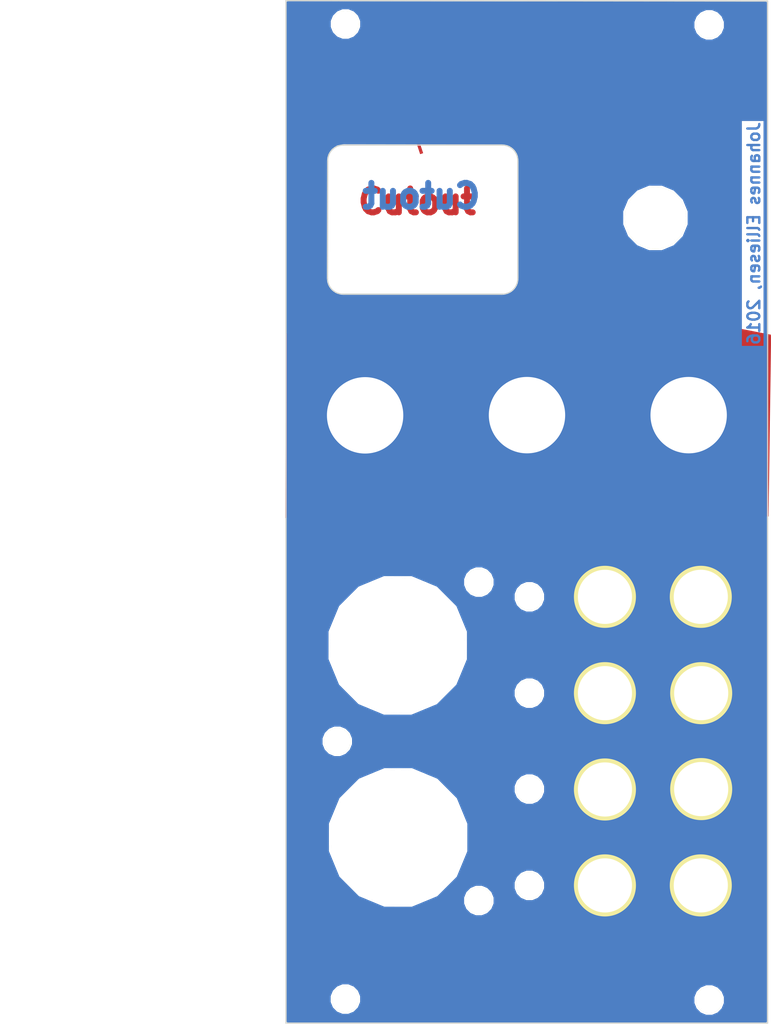
<source format=kicad_pcb>
(kicad_pcb (version 4) (host pcbnew 4.0.1-stable)
  (layers (0 F.Cu signal) (31 B.Cu signal) (34 B.Paste user hide) (35 F.Paste user hide) (36 B.SilkS user hide) (37 F.SilkS user hide) (38 B.Mask user hide) (39 F.Mask user hide) (44 Edge.Cuts user))
  (net 0 "")
  (net 1 GND)
  (module footprints:drill_17.0mm_NPTH (layer F.Cu) (at 104.1 137.225)
    (fp_text reference REF** hide)
    (fp_text value drill_17.0mm_NPTH hide)
    (pad "" np_thru_hole circle (at 0 0) (size 17 17) (drill 17) (layers *.Cu *.Mask))
  )
  (module footprints:drill_17.0mm_NPTH (layer F.Cu) (at 104.05 113.1)
    (fp_text reference REF** hide)
    (fp_text value drill_17.0mm_NPTH hide)
    (pad "" np_thru_hole circle (at 0 0) (size 17 17) (drill 17) (layers *.Cu *.Mask))
  )
  (module footprints:drill_6.8mm (layer F.Cu) (at 142.2 119.1)
    (fp_text reference W8 hide)
    (fp_text value TEST_1P hide)
    (pad 1 thru_hole circle (at 0 0) (size 7.8 7.8) (drill 6.8) (layers *.Cu *.Mask F.SilkS) (net 1 GND))
  )
  (module footprints:drill_6.8mm (layer F.Cu) (at 142.2 131.15)
    (fp_text reference W7 hide)
    (fp_text value TEST_1P hide)
    (pad 1 thru_hole circle (at 0 0) (size 7.8 7.8) (drill 6.8) (layers *.Cu *.Mask F.SilkS) (net 1 GND))
  )
  (module footprints:drill_3.3mm_NPTH (layer F.Cu) (at 97.47 157.53)
    (fp_text reference REF** hide)
    (fp_text value "drill 3.3mm" hide)
    (pad "" np_thru_hole circle (at 0 0) (size 3.3 3.3) (drill 3.3) (layers *.Cu *.Mask F.SilkS))
  )
  (module footprints:drill_3.3mm_NPTH (layer F.Cu) (at 97.48 35.04)
    (fp_text reference REF** hide)
    (fp_text value "drill 3.3mm" hide)
    (pad "" np_thru_hole circle (at 0 0) (size 3.3 3.3) (drill 3.3) (layers *.Cu *.Mask F.SilkS))
  )
  (module footprints:drill_7.7mm_NPTH (layer F.Cu) (at 136.45 59.4)
    (fp_text reference REF** hide)
    (fp_text value "drill 7.7mm" hide)
    (pad "" np_thru_hole circle (at 0 0) (size 7.7 7.7) (drill 7.7) (layers *.Cu *.Mask F.SilkS))
  )
  (module footprints:drill_6.8mm (layer F.Cu) (at 130.1 131.2)
    (fp_text reference W6 hide)
    (fp_text value TEST_1P hide)
    (pad 1 thru_hole circle (at 0 0) (size 7.8 7.8) (drill 6.8) (layers *.Cu *.Mask F.SilkS) (net 1 GND))
  )
  (module footprints:drill_6.8mm (layer F.Cu) (at 130.1 107)
    (fp_text reference W5 hide)
    (fp_text value TEST_1P hide)
    (pad 1 thru_hole circle (at 0 0) (size 7.8 7.8) (drill 6.8) (layers *.Cu *.Mask F.SilkS) (net 1 GND))
  )
  (module footprints:drill_6.8mm (layer F.Cu) (at 130.1 143.25)
    (fp_text reference W4 hide)
    (fp_text value TEST_1P hide)
    (pad 1 thru_hole circle (at 0 0) (size 7.8 7.8) (drill 6.8) (layers *.Cu *.Mask F.SilkS) (net 1 GND))
  )
  (module footprints:drill_6.8mm (layer F.Cu) (at 142.15 143.25)
    (fp_text reference W3 hide)
    (fp_text value TEST_1P hide)
    (pad 1 thru_hole circle (at 0 0) (size 7.8 7.8) (drill 6.8) (layers *.Cu *.Mask F.SilkS) (net 1 GND))
  )
  (module footprints:drill_6.8mm (layer F.Cu) (at 142.15 107)
    (fp_text reference W2 hide)
    (fp_text value TEST_1P hide)
    (pad 1 thru_hole circle (at 0 0) (size 7.8 7.8) (drill 6.8) (layers *.Cu *.Mask F.SilkS) (net 1 GND))
  )
  (module footprints:drill_6.8mm (layer F.Cu) (at 130.1 119.1)
    (fp_text reference W1 hide)
    (fp_text value TEST_1P hide)
    (pad 1 thru_hole circle (at 0 0) (size 7.8 7.8) (drill 6.8) (layers *.Cu *.Mask F.SilkS) (net 1 GND))
  )
  (module footprints:drill_3.3mm_NPTH (layer F.Cu) (at 143.2 157.65)
    (fp_text reference REF** hide)
    (fp_text value "drill 3.3mm" hide)
    (pad "" np_thru_hole circle (at 0 0) (size 3.3 3.3) (drill 3.3) (layers *.Cu *.Mask F.SilkS))
  )
  (module footprints:drill_3.3mm_NPTH (layer F.Cu) (at 143.2 35.15)
    (fp_text reference REF** hide)
    (fp_text value "drill 3.3mm" hide)
    (pad "" np_thru_hole circle (at 0 0) (size 3.3 3.3) (drill 3.3) (layers *.Cu *.Mask F.SilkS))
  )
  (module footprints:drill_3.3mm_NPTH (layer F.Cu) (at 114.25 145.15)
    (fp_text reference REF** hide)
    (fp_text value "drill 3.3mm" hide)
    (pad "" np_thru_hole circle (at 0 0) (size 3.3 3.3) (drill 3.3) (layers *.Cu *.Mask F.SilkS))
  )
  (module footprints:drill_3.3mm_NPTH (layer F.Cu) (at 96.45 125.15)
    (fp_text reference REF** hide)
    (fp_text value "drill 3.3mm" hide)
    (pad "" np_thru_hole circle (at 0 0) (size 3.3 3.3) (drill 3.3) (layers *.Cu *.Mask F.SilkS))
  )
  (module footprints:drill_3.3mm_NPTH (layer F.Cu) (at 114.25 105.15)
    (fp_text reference REF** hide)
    (fp_text value "drill 3.3mm" hide)
    (pad "" np_thru_hole circle (at 0 0) (size 3.3 3.3) (drill 3.3) (layers *.Cu *.Mask F.SilkS))
  )
  (module footprints:drill_3.3mm_NPTH (layer F.Cu) (at 120.6 107)
    (fp_text reference REF** hide)
    (fp_text value "drill 3.3mm" hide)
    (pad "" np_thru_hole circle (at 0 0) (size 3.3 3.3) (drill 3.3) (layers *.Cu *.Mask F.SilkS))
  )
  (module footprints:drill_3.3mm_NPTH (layer F.Cu) (at 120.6 119.1)
    (fp_text reference REF** hide)
    (fp_text value "drill 3.3mm" hide)
    (pad "" np_thru_hole circle (at 0 0) (size 3.3 3.3) (drill 3.3) (layers *.Cu *.Mask F.SilkS))
  )
  (module footprints:drill_3.3mm_NPTH (layer F.Cu) (at 120.6 131.15)
    (fp_text reference REF** hide)
    (fp_text value "drill 3.3mm" hide)
    (pad "" np_thru_hole circle (at 0 0) (size 3.3 3.3) (drill 3.3) (layers *.Cu *.Mask F.SilkS))
  )
  (module footprints:drill_3.3mm_NPTH (layer F.Cu) (at 120.6 143.25)
    (fp_text reference REF** hide)
    (fp_text value "drill 3.3mm" hide)
    (pad "" np_thru_hole circle (at 0 0) (size 3.3 3.3) (drill 3.3) (layers *.Cu *.Mask F.SilkS))
  )
  (module footprints:yarns (layer F.Cu) (at 54.3 87.85)
    (fp_text reference yarns_faceplate hide)
    (fp_text value yarns_value hide)
    (fp_poly (pts (xy 86.496369 4.223082) (xy 87.047586 4.223082) (xy 87.047586 3.766124) (xy 86.550389 3.749036) (xy 86.313368 3.749036) (xy 86.290486 3.747621) (xy 86.266992 3.747135) (xy 86.242878 3.74758) (xy 86.218137 3.748961) (xy 86.192761 3.751282) (xy 86.166745 3.754548) (xy 86.130788 3.760198) (xy 86.10192 3.765848) (xy 86.080109 3.771497) (xy 86.06532 3.777148) (xy 86.053358 3.788381) (xy 86.040102 3.807084) (xy 86.025634 3.833372) (xy 86.016186 3.8598) (xy 86.010467 3.886312) (xy 86.008545 3.912747) (xy 86.009912 3.927718) (xy 86.0113 3.944167) (xy 86.496369 4.223082)) (layer F.Cu) (width 0))
    (fp_poly (pts (xy 86.496369 4.223082) (xy 86.0113 3.944167) (xy 86.013515 3.964092) (xy 86.015743 3.985907) (xy 86.017954 4.011381) (xy 86.020119 4.042282) (xy 86.037208 4.223082) (xy 86.496369 4.223082)) (layer F.Cu) (width 0))
    (fp_poly (pts (xy 88.93219 4.802408) (xy 88.93219 4.26828) (xy 88.441058 4.256706) (xy 88.403477 4.255299) (xy 88.367499 4.254093) (xy 88.333125 4.253089) (xy 88.300354 4.252285) (xy 88.269187 4.251682) (xy 88.239625 4.25128) (xy 88.211668 4.251079) (xy 88.185316 4.251079) (xy 88.16057 4.25128) (xy 88.13743 4.251682) (xy 88.115897 4.252285) (xy 88.095971 4.253089) (xy 88.077651 4.254093) (xy 88.06094 4.255299) (xy 88.045837 4.256706) (xy 88.012609 4.26129) (xy 87.984416 4.267491) (xy 87.961248 4.275284) (xy 87.943098 4.284645) (xy 87.929956 4.295548) (xy 87.921814 4.307968) (xy 87.919129 4.316986) (xy 87.916714 4.328518) (xy 87.914568 4.342564) (xy 87.91269 4.359124) (xy 87.911079 4.378197) (xy 87.909736 4.399785) (xy 87.908658 4.423886) (xy 87.907845 4.450501) (xy 87.907296 4.479629) (xy 87.907011 4.511271) (xy 87.906989 4.545426) (xy 87.907228 4.582095) (xy 87.907729 4.621277) (xy 87.908489 4.662972) (xy 87.909509 4.707181) (xy 87.910788 4.753902) (xy 87.913545 4.817842) (xy 88.93219 4.802408)) (layer F.Cu) (width 0))
    (fp_poly (pts (xy 88.93219 4.802408) (xy 87.913545 4.817842) (xy 87.927326 5.143058) (xy 88.93219 5.143058) (xy 88.93219 4.802408)) (layer F.Cu) (width 0))
    (fp_poly (pts (xy 85.509695 -11.94241) (xy 85.463157 -11.943101) (xy 85.418234 -11.94361) (xy 85.374942 -11.943934) (xy 85.333298 -11.944072) (xy 85.293319 -11.944023) (xy 85.255021 -11.943784) (xy 85.218421 -11.943355) (xy 85.183536 -11.942734) (xy 85.150382 -11.94192) (xy 85.118977 -11.94091) (xy 85.089338 -11.939703) (xy 85.06148 -11.938299) (xy 85.035421 -11.936694) (xy 85.011178 -11.934889) (xy 84.988767 -11.932881) (xy 84.968205 -11.930668) (xy 84.949508 -11.92825) (xy 84.932695 -11.925625) (xy 84.91778 -11.922791) (xy 84.904782 -11.919746) (xy 84.893717 -11.91649) (xy 84.884601 -11.913021) (xy 84.877452 -11.909336) (xy 84.863245 -11.897618) (xy 84.851671 -11.882211) (xy 84.842735 -11.863108) (xy 84.836441 -11.840306) (xy 84.832793 -11.813799) (xy 84.831794 -11.783582) (xy 84.83345 -11.749651) (xy 84.837763 -11.712001) (xy 84.844308 -11.686916) (xy 84.854903 -11.665865) (xy 84.869558 -11.648866) (xy 84.88828 -11.635942) (xy 84.911076 -11.627114) (xy 84.918703 -11.625612) (xy 84.928243 -11.624184) (xy 84.939697 -11.622831) (xy 84.953063 -11.621551) (xy 84.968342 -11.620344) (xy 84.985534 -11.61921) (xy 85.004639 -11.618148) (xy 85.025657 -11.617157) (xy 85.048588 -11.616239) (xy 85.073431 -11.61539) (xy 85.100186 -11.614613) (xy 85.128855 -11.613905) (xy 85.159436 -11.613267) (xy 85.191929 -11.612698) (xy 85.226335 -11.612198) (xy 85.262653 -11.611765) (xy 85.300883 -11.611401) (xy 85.341026 -11.611104) (xy 85.383081 -11.610873) (xy 85.427048 -11.610709) (xy 85.472927 -11.610611) (xy 85.520718 -11.610578) (xy 85.565369 -11.610578) (xy 85.509695 -11.94241)) (layer F.Cu) (width 0))
    (fp_poly (pts (xy 85.509695 -11.94241) (xy 85.565369 -11.610578) (xy 86.187138 -11.610578) (xy 86.187138 -11.931936) (xy 85.532295 -11.943513) (xy 85.520844 -11.942978) (xy 85.509695 -11.94241)) (layer F.Cu) (width 0))
    (fp_poly (pts (xy 83.023715 -12.163999) (xy 83.024265 -12.157934) (xy 83.041354 -11.887289) (xy 83.961331 -11.887289) (xy 83.961331 -12.280856) (xy 83.023715 -12.163999)) (layer F.Cu) (width 0))
    (fp_poly (pts (xy 83.023715 -12.163999) (xy 83.961331 -12.280856) (xy 83.961331 -12.525043) (xy 83.509885 -12.541582) (xy 83.3346 -12.541582) (xy 83.31541 -12.543383) (xy 83.293967 -12.544284) (xy 83.270267 -12.544284) (xy 83.244308 -12.543383) (xy 83.216089 -12.541582) (xy 83.182581 -12.538807) (xy 83.155432 -12.536079) (xy 83.134633 -12.533346) (xy 83.120176 -12.530555) (xy 83.107027 -12.52745) (xy 83.090136 -12.518098) (xy 83.069466 -12.502443) (xy 83.049978 -12.484869) (xy 83.036722 -12.469798) (xy 83.029777 -12.457245) (xy 83.028594 -12.444088) (xy 83.02496 -12.419662) (xy 83.018753 -12.383932) (xy 83.016309 -12.356776) (xy 83.01459 -12.331744) (xy 83.013575 -12.308828) (xy 83.013242 -12.288022) (xy 83.015361 -12.272538) (xy 83.017443 -12.252107) (xy 83.019512 -12.227017) (xy 83.021594 -12.197552) (xy 83.023715 -12.163999)) (layer F.Cu) (width 0))
    (fp_poly (pts (xy 74.062606 -11.29804) (xy 74.785801 -11.138186) (xy 76.405824 -11.33993) (xy 74.752177 -11.875712) (xy 74.062606 -11.29804)) (layer F.Cu) (width 0))
    (fp_poly (pts (xy 66.781606 -11.543331) (xy 66.793799 -11.519867) (xy 66.808693 -11.499109) (xy 66.831215 -11.486003) (xy 66.838842 -11.484501) (xy 66.848382 -11.483073) (xy 66.859836 -11.48172) (xy 66.873202 -11.48044) (xy 66.888481 -11.479233) (xy 66.905673 -11.478099) (xy 66.924778 -11.477037) (xy 66.945796 -11.476046) (xy 66.968726 -11.475127) (xy 66.99357 -11.474279) (xy 67.020325 -11.473502) (xy 67.048994 -11.472794) (xy 67.079575 -11.472156) (xy 67.112068 -11.471587) (xy 67.146474 -11.471086) (xy 67.182792 -11.470654) (xy 67.221022 -11.47029) (xy 67.261165 -11.469992) (xy 67.30322 -11.469762) (xy 67.347187 -11.469598) (xy 67.393066 -11.4695) (xy 67.440857 -11.469467) (xy 68.107277 -11.469467) (xy 68.107277 -11.790825) (xy 67.842694 -11.795236) (xy 66.781606 -11.543331)) (layer F.Cu) (width 0))
    (fp_poly (pts (xy 66.781606 -11.543331) (xy 67.842694 -11.795236) (xy 67.452434 -11.802402) (xy 67.404867 -11.803244) (xy 67.359064 -11.803888) (xy 67.315024 -11.804332) (xy 67.272746 -11.804578) (xy 67.232232 -11.804626) (xy 67.193482 -11.804476) (xy 67.156495 -11.804128) (xy 67.121271 -11.803582) (xy 67.087811 -11.80284) (xy 67.056114 -11.8019) (xy 67.026181 -11.800764) (xy 66.998013 -11.799432) (xy 66.971607 -11.797903) (xy 66.946966 -11.796179) (xy 66.924089 -11.794259) (xy 66.902976 -11.792144) (xy 66.883628 -11.789834) (xy 66.866043 -11.787329) (xy 66.850223 -11.784629) (xy 66.836168 -11.781736) (xy 66.823876 -11.778648) (xy 66.81335 -11.775367) (xy 66.804588 -11.771893) (xy 66.797591 -11.768225) (xy 66.783384 -11.756507) (xy 66.77181 -11.7411) (xy 66.762874 -11.721997) (xy 66.75658 -11.699195) (xy 66.752931 -11.672688) (xy 66.751933 -11.642471) (xy 66.753588 -11.60854) (xy 66.757902 -11.57089) (xy 66.768424 -11.555788) (xy 66.781606 -11.543331)) (layer F.Cu) (width 0))
    (fp_poly (pts (xy 51.933519 -8.438886) (xy 53.347385 -6.651847) (xy 55.121197 -6.955566) (xy 51.933519 -8.438886)) (layer F.Cu) (width 0))
    (fp_poly (pts (xy 48.360541 -10.10135) (xy 48.357233 -10.094738) (xy 48.18801 -9.724871) (xy 48.881992 -9.371543) (xy 49.082635 -9.76511) (xy 48.360541 -10.10135)) (layer F.Cu) (width 0))
    (fp_poly (pts (xy 48.360541 -10.10135) (xy 49.082635 -9.76511) (xy 49.297056 -10.186237) (xy 48.967429 -10.373099) (xy 48.932668 -10.391912) (xy 48.899497 -10.409416) (xy 48.867916 -10.425611) (xy 48.837924 -10.440495) (xy 48.809519 -10.454067) (xy 48.782701 -10.466326) (xy 48.757467 -10.47727) (xy 48.733818 -10.486898) (xy 48.711752 -10.49521) (xy 48.691267 -10.502203) (xy 48.672363 -10.507876) (xy 48.655039 -10.512229) (xy 48.639293 -10.51526) (xy 48.625124 -10.516967) (xy 48.59821 -10.515625) (xy 48.579924 -10.507044) (xy 48.573887 -10.500696) (xy 48.566966 -10.492099) (xy 48.559164 -10.481265) (xy 48.550488 -10.468205) (xy 48.540943 -10.452932) (xy 48.530534 -10.435458) (xy 48.519267 -10.415794) (xy 48.507146 -10.393952) (xy 48.494177 -10.369945) (xy 48.480366 -10.343784) (xy 48.465717 -10.315481) (xy 48.450237 -10.285048) (xy 48.43393 -10.252497) (xy 48.416801 -10.217839) (xy 48.398857 -10.181088) (xy 48.380101 -10.142254) (xy 48.360541 -10.10135)) (layer F.Cu) (width 0))
    (fp_poly (pts (xy 43.342277 -10.612878) (xy 43.473467 -10.106311) (xy 44.58637 -10.378611) (xy 44.433684 -11.002587) (xy 43.342277 -10.612878)) (layer F.Cu) (width 0))
    (fp_poly (pts (xy 43.342277 -10.612878) (xy 44.433684 -11.002587) (xy 44.182881 -12.02895) (xy 43.637178 -11.907132) (xy 43.588094 -11.896543) (xy 43.541263 -11.886167) (xy 43.496685 -11.876002) (xy 43.454359 -11.866051) (xy 43.414286 -11.856312) (xy 43.376466 -11.846786) (xy 43.340898 -11.837473) (xy 43.307583 -11.828374) (xy 43.276521 -11.81949) (xy 43.247711 -11.810819) (xy 43.221154 -11.802363) (xy 43.19685 -11.794121) (xy 43.174797 -11.786095) (xy 43.154998 -11.778283) (xy 43.137451 -11.770688) (xy 43.122157 -11.763308) (xy 43.109115 -11.756144) (xy 43.098326 -11.749197) (xy 43.089789 -11.742467) (xy 43.083505 -11.735953) (xy 43.079473 -11.729656) (xy 43.077694 -11.723577) (xy 43.077449 -11.718602) (xy 43.07764 -11.712152) (xy 43.078267 -11.704225) (xy 43.07933 -11.694823) (xy 43.080829 -11.683944) (xy 43.082764 -11.671589) (xy 43.085135 -11.657758) (xy 43.08794 -11.642449) (xy 43.091181 -11.625664) (xy 43.094857 -11.607402) (xy 43.098968 -11.587663) (xy 43.103514 -11.566447) (xy 43.108494 -11.543753) (xy 43.113909 -11.519581) (xy 43.119758 -11.493931) (xy 43.126041 -11.466804) (xy 43.132758 -11.438198) (xy 43.139909 -11.408114) (xy 43.147493 -11.376552) (xy 43.155511 -11.343511) (xy 43.163962 -11.308991) (xy 43.172847 -11.272992) (xy 43.182164 -11.235514) (xy 43.191915 -11.196557) (xy 43.202097 -11.15612) (xy 43.212713 -11.114204) (xy 43.223761 -11.070808) (xy 43.235241 -11.025932) (xy 43.247153 -10.979576) (xy 43.259497 -10.931739) (xy 43.272273 -10.882423) (xy 43.342277 -10.612878)) (layer F.Cu) (width 0))
    (fp_poly (pts (xy 38.982164 -7.604347) (xy 38.995394 -7.605447) (xy 39.001029 -7.610803) (xy 39.007711 -7.617761) (xy 39.015439 -7.626323) (xy 39.024215 -7.636486) (xy 39.034038 -7.648252) (xy 39.044908 -7.66162) (xy 39.056826 -7.67659) (xy 39.069791 -7.693162) (xy 39.083804 -7.711336) (xy 39.098866 -7.731111) (xy 39.114975 -7.752487) (xy 39.132133 -7.775465) (xy 39.150339 -7.800043) (xy 39.169593 -7.826223) (xy 39.189897 -7.854004) (xy 39.211249 -7.883384) (xy 39.233651 -7.914366) (xy 39.257102 -7.946948) (xy 39.281602 -7.981129) (xy 39.307152 -8.016911) (xy 39.333751 -8.054293) (xy 39.361401 -8.093274) (xy 39.746149 -8.636772) (xy 39.48377 -8.822531) (xy 39.418727 -8.733786) (xy 38.982164 -7.604347)) (layer F.Cu) (width 0))
    (fp_poly (pts (xy 38.982164 -7.604347) (xy 39.418727 -8.733786) (xy 39.096266 -8.295018) (xy 39.068085 -8.256688) (xy 39.04108 -8.219683) (xy 39.015252 -8.184004) (xy 38.9906 -8.149651) (xy 38.967126 -8.116623) (xy 38.944828 -8.08492) (xy 38.923709 -8.054544) (xy 38.903767 -8.025493) (xy 38.885004 -7.997768) (xy 38.867419 -7.971369) (xy 38.851014 -7.946296) (xy 38.835787 -7.922549) (xy 38.821739 -7.900129) (xy 38.808872 -7.879034) (xy 38.797184 -7.859266) (xy 38.786677 -7.840824) (xy 38.77735 -7.823708) (xy 38.769204 -7.80792) (xy 38.762239 -7.793457) (xy 38.756455 -7.780321) (xy 38.751854 -7.768512) (xy 38.748434 -7.75803) (xy 38.746197 -7.748875) (xy 38.745142 -7.741047) (xy 38.746507 -7.722671) (xy 38.752422 -7.7043) (xy 38.762887 -7.685938) (xy 38.777904 -7.667589) (xy 38.797473 -7.649259) (xy 38.821594 -7.630951) (xy 38.850269 -7.612671) (xy 38.883497 -7.594424) (xy 38.910005 -7.585859) (xy 38.935155 -7.585608) (xy 38.959143 -7.592246) (xy 38.982164 -7.604347)) (layer F.Cu) (width 0))
    (fp_poly (pts (xy 37.287178 -5.777618) (xy 37.280596 -5.759854) (xy 37.274273 -5.739885) (xy 37.26821 -5.717663) (xy 37.262405 -5.693142) (xy 37.256861 -5.666273) (xy 37.250748 -5.633231) (xy 37.246339 -5.606345) (xy 37.243608 -5.585582) (xy 37.242529 -5.570913) (xy 37.242071 -5.557437) (xy 37.246664 -5.538729) (xy 37.25631 -5.514689) (xy 37.268099 -5.491266) (xy 37.279117 -5.474532) (xy 37.289383 -5.464526) (xy 37.301757 -5.459829) (xy 37.324358 -5.449711) (xy 37.357182 -5.43421) (xy 37.382712 -5.424639) (xy 37.406367 -5.416297) (xy 37.428168 -5.409195) (xy 37.448133 -5.403343) (xy 37.464215 -5.401342) (xy 37.485122 -5.398039) (xy 37.510832 -5.393422) (xy 37.541321 -5.387477) (xy 37.576566 -5.380193) (xy 37.842251 -5.324519) (xy 38.039035 -6.043855) (xy 37.287178 -5.777618)) (layer F.Cu) (width 0))
    (fp_poly (pts (xy 37.287178 -5.777618) (xy 38.039035 -6.043855) (xy 38.085337 -6.211975) (xy 37.470181 -6.380648) (xy 37.334582 -5.949599) (xy 37.28828 -5.780926) (xy 37.287178 -5.777618)) (layer F.Cu) (width 0))
    (fp_poly (pts (xy 35.629122 -2.327011) (xy 56.28371 -2.72609) (xy 84.435376 -4.066646) (xy 84.576487 -1.032757) (xy 57.977043 0.096132) (xy 51.909265 4.117799) (xy 61.176297 3.959599) (xy 61.23748 2.545733) (xy 63.77748 3.915502) (xy 65.500029 3.885736) (xy 65.729885 3.482799) (xy 65.747658 3.449863) (xy 65.765059 3.417765) (xy 65.782086 3.386504) (xy 65.79874 3.35608) (xy 65.815022 3.326495) (xy 65.83093 3.297747) (xy 65.846465 3.269837) (xy 65.861627 3.242767) (xy 65.876416 3.216535) (xy 65.890832 3.191142) (xy 65.904875 3.166588) (xy 65.918544 3.142875) (xy 65.931841 3.120001) (xy 65.944764 3.097967) (xy 65.957313 3.076774) (xy 65.96949 3.056422) (xy 65.981293 3.03691) (xy 65.992723 3.01824) (xy 66.003779 3.000412) (xy 66.014462 2.983425) (xy 66.024772 2.96728) (xy 66.034708 2.951978) (xy 66.048836 2.931298) (xy 66.062998 2.910181) (xy 66.077197 2.888626) (xy 66.091433 2.866633) (xy 66.105707 2.844201) (xy 66.120022 2.82133) (xy 66.134378 2.798018) (xy 66.148777 2.774267) (xy 66.163219 2.750074) (xy 66.177707 2.72544) (xy 66.192242 2.700363) (xy 66.206826 2.674845) (xy 66.221458 2.648883) (xy 66.236142 2.622477) (xy 66.250878 2.595628) (xy 66.265667 2.568334) (xy 66.283901 2.532942) (xy 66.301511 2.499338) (xy 66.318493 2.467521) (xy 66.334849 2.437492) (xy 66.350574 2.409249) (xy 66.365669 2.382792) (xy 66.380132 2.358121) (xy 66.393962 2.335236) (xy 66.407156 2.314136) (xy 66.419714 2.29482) (xy 66.431634 2.277289) (xy 66.442915 2.261542) (xy 66.453555 2.247579) (xy 66.463553 2.235399) (xy 66.487679 2.208989) (xy 66.510406 2.188459) (xy 66.531764 2.173803) (xy 66.551782 2.165014) (xy 66.57049 2.162086) (xy 66.586056 2.161954) (xy 66.603722 2.164782) (xy 66.623475 2.170586) (xy 66.645307 2.179379) (xy 66.669208 2.191173) (xy 66.695167 2.205983) (xy 66.723175 2.223822) (xy 66.841688 2.297685) (xy 66.147156 3.516423) (xy 66.135654 3.53799) (xy 66.123719 3.559794) (xy 66.111348 3.581832) (xy 66.098536 3.604101) (xy 66.085277 3.626599) (xy 66.071566 3.649322) (xy 66.057399 3.672269) (xy 66.04277 3.695436) (xy 66.027674 3.718821) (xy 66.012107 3.74242) (xy 66.000314 3.760552) (xy 65.987471 3.782242) (xy 65.973962 3.806191) (xy 65.960172 3.831096) (xy 65.946485 3.855657) (xy 65.933285 3.87857) (xy 68.277604 3.838334) (xy 68.267131 2.865988) (xy 70.771853 2.840083) (xy 70.75256 3.796441) (xy 72.582043 3.765021) (xy 83.553432 2.530299) (xy 84.372537 3.001587) (xy 84.398098 3.001182) (xy 84.422831 3.000806) (xy 84.447819 3.000394) (xy 84.474146 2.999879) (xy 84.502895 2.999196) (xy 84.535148 2.99828) (xy 84.570558 2.997363) (xy 84.605293 2.996498) (xy 84.639353 2.995683) (xy 84.672739 2.994919) (xy 84.70545 2.994206) (xy 84.737488 2.993543) (xy 84.768852 2.99293) (xy 84.799543 2.992367) (xy 84.829561 2.991854) (xy 84.858907 2.99139) (xy 84.887581 2.990976) (xy 84.915584 2.990612) (xy 84.942915 2.990296) (xy 84.969575 2.990029) (xy 84.995565 2.989811) (xy 85.020885 2.989641) (xy 85.045535 2.98952) (xy 85.069515 2.989447) (xy 85.092827 2.989423) (xy 85.115469 2.989446) (xy 85.137444 2.989516) (xy 85.15875 2.989635) (xy 85.179389 2.9898) (xy 85.19936 2.990013) (xy 85.244569 2.990729) (xy 85.285929 2.991695) (xy 85.323436 2.992918) (xy 85.357086 2.994406) (xy 85.386873 2.996167) (xy 85.412795 2.998207) (xy 85.434845 3.000534) (xy 85.453019 3.003154) (xy 85.467314 3.006076) (xy 85.477725 3.009306) (xy 85.495791 3.019252) (xy 85.509349 3.035535) (xy 85.518394 3.058145) (xy 85.52292 3.087072) (xy 85.522925 3.122305) (xy 85.522925 3.167503) (xy 85.522925 3.353815) (xy 85.025729 3.376965) (xy 85.649152 3.735805) (xy 85.647498 3.585324) (xy 85.771524 3.483902) (xy 85.792008 3.468289) (xy 85.813326 3.454065) (xy 85.835476 3.441231) (xy 85.858462 3.429788) (xy 85.882283 3.419739) (xy 85.90694 3.411084) (xy 85.932436 3.403825) (xy 85.95877 3.397964) (xy 85.985945 3.393501) (xy 85.997994 3.391995) (xy 86.011565 3.390558) (xy 86.026657 3.38919) (xy 86.043269 3.38789) (xy 86.061401 3.386658) (xy 86.081051 3.385496) (xy 86.102221 3.384403) (xy 86.124909 3.383379) (xy 86.149114 3.382424) (xy 86.174837 3.38154) (xy 86.202076 3.380724) (xy 86.230831 3.379979) (xy 86.261102 3.379304) (xy 86.292888 3.3787) (xy 86.326188 3.378166) (xy 86.361002 3.377702) (xy 86.39733 3.37731) (xy 86.435171 3.376988) (xy 86.474524 3.376738) (xy 86.515389 3.376558) (xy 86.557765 3.376451) (xy 86.601652 3.376415) (xy 86.650888 3.376468) (xy 86.69835 3.376627) (xy 86.744038 3.376893) (xy 86.787953 3.377265) (xy 86.830096 3.377743) (xy 86.870465 3.378329) (xy 86.909063 3.379022) (xy 86.945889 3.379822) (xy 86.980943 3.38073) (xy 87.014226 3.381745) (xy 87.045738 3.382868) (xy 87.07548 3.3841) (xy 87.103451 3.385439) (xy 87.129653 3.386888) (xy 87.154085 3.388445) (xy 87.176747 3.390111) (xy 87.197641 3.391886) (xy 87.216766 3.39377) (xy 87.234122 3.395764) (xy 87.249711 3.397868) (xy 87.263532 3.400081) (xy 87.275585 3.402405) (xy 87.285872 3.404839) (xy 87.294392 3.407384) (xy 87.301145 3.410039) (xy 87.318089 3.421051) (xy 87.335045 3.437092) (xy 87.352 3.458073) (xy 87.368944 3.483902) (xy 87.376825 3.497374) (xy 87.384051 3.513161) (xy 87.39062 3.531267) (xy 87.396534 3.551696) (xy 87.401794 3.574452) (xy 87.4064 3.599538) (xy 87.410354 3.626959) (xy 87.413655 3.656717) (xy 87.416306 3.688818) (xy 87.418306 3.723264) (xy 87.419656 3.760059) (xy 87.420392 3.774084) (xy 87.421093 3.789063) (xy 87.421758 3.804997) (xy 87.422388 3.821885) (xy 87.422982 3.839728) (xy 87.423541 3.858526) (xy 87.424063 3.878278) (xy 87.424549 3.898984) (xy 87.424998 3.920645) (xy 87.425411 3.943259) (xy 87.425787 3.966827) (xy 87.426126 3.991349) (xy 87.426428 4.016825) (xy 87.426693 4.043254) (xy 87.426921 4.070637) (xy 87.42711 4.098973) (xy 87.427262 4.128262) (xy 87.427376 4.158504) (xy 87.427452 4.189699) (xy 87.427489 4.221846) (xy 87.427488 4.254947) (xy 87.427449 4.289) (xy 87.42737 4.324005) (xy 87.427253 4.359963) (xy 87.427096 4.396873) (xy 87.4269 4.434735) (xy 87.426664 4.473549) (xy 87.426389 4.513315) (xy 87.426074 4.554033) (xy 87.425718 4.595702) (xy 87.424065 4.756657) (xy 87.539821 4.823354) (xy 87.545883 4.823354) (xy 87.545718 4.779686) (xy 87.54556 4.736323) (xy 87.54541 4.693293) (xy 87.545268 4.650621) (xy 87.545135 4.608332) (xy 87.545011 4.566454) (xy 87.544897 4.525011) (xy 87.544794 4.484031) (xy 87.544702 4.443538) (xy 87.544622 4.40356) (xy 87.544554 4.364121) (xy 87.5445 4.325248) (xy 87.544458 4.286967) (xy 87.544431 4.249303) (xy 87.544419 4.212284) (xy 87.544422 4.175934) (xy 87.54444 4.14028) (xy 87.544475 4.105348) (xy 87.544527 4.071163) (xy 87.544597 4.037752) (xy 87.544685 4.005141) (xy 87.544791 3.973355) (xy 87.544917 3.942421) (xy 87.545063 3.912365) (xy 87.545229 3.883212) (xy 87.545417 3.854989) (xy 87.545626 3.827721) (xy 87.545857 3.801435) (xy 87.546112 3.776156) (xy 87.546389 3.751911) (xy 87.546691 3.728725) (xy 87.547017 3.706625) (xy 87.547368 3.685636) (xy 87.547745 3.665784) (xy 87.548149 3.647096) (xy 87.548579 3.629597) (xy 87.549037 3.613314) (xy 87.549523 3.598272) (xy 87.550038 3.584497) (xy 87.550581 3.572015) (xy 87.551155 3.560853) (xy 87.551759 3.551036) (xy 87.552394 3.54259) (xy 87.553061 3.535541) (xy 87.553759 3.529916) (xy 87.554491 3.525739) (xy 87.555256 3.523038) (xy 87.564155 3.508748) (xy 87.576741 3.496925) (xy 87.593018 3.487569) (xy 87.612993 3.480682) (xy 87.636672 3.476264) (xy 87.66406 3.474316) (xy 87.695164 3.47484) (xy 87.729991 3.477837) (xy 87.761798 3.480512) (xy 87.789497 3.484776) (xy 87.813103 3.490619) (xy 87.832633 3.498032) (xy 87.848101 3.507004) (xy 87.859525 3.517526) (xy 87.868478 3.52977) (xy 87.876508 3.547674) (xy 87.883606 3.571229) (xy 87.889762 3.600427) (xy 87.894968 3.635261) (xy 87.899214 3.675723) (xy 87.927326 3.855973) (xy 88.430034 3.867547) (xy 88.464829 3.8691) (xy 88.498468 3.870749) (xy 88.530954 3.872492) (xy 88.562285 3.874331) (xy 88.592462 3.876268) (xy 88.621485 3.878302) (xy 88.649354 3.880435) (xy 88.676069 3.882668) (xy 88.70163 3.885002) (xy 88.726037 3.887437) (xy 88.74929 3.889975) (xy 88.77139 3.892616) (xy 88.792336 3.895362) (xy 88.812128 3.898213) (xy 88.830767 3.90117) (xy 88.868667 3.906134) (xy 88.90173 3.911343) (xy 88.929956 3.916792) (xy 88.953345 3.922474) (xy 88.971896 3.928384) (xy 88.985607 3.934514) (xy 88.994479 3.940859) (xy 89.011316 3.956511) (xy 89.031844 3.973404) (xy 89.056215 3.991569) (xy 89.075884 4.000176) (xy 89.098753 4.007928) (xy 89.124795 4.014793) (xy 89.153986 4.020742) (xy 89.1863 4.025746) (xy 89.299301 4.042282) (xy 89.31694 4.796896) (xy 92.267043 4.752799) (xy 92.196487 -10.98109) (xy 89.379227 -10.889038) (xy 89.379227 -10.464601) (xy 90.299757 -10.413889) (xy 90.299757 -10.09198) (xy 89.751848 -10.080957) (xy 89.638849 -10.080957) (xy 89.604773 -10.07933) (xy 89.573494 -10.077677) (xy 89.544999 -10.076006) (xy 89.519276 -10.07433) (xy 89.49631 -10.07266) (xy 89.47609 -10.071006) (xy 89.458602 -10.06938) (xy 89.436913 -10.069587) (xy 89.412496 -10.070223) (xy 89.385364 -10.071306) (xy 89.355528 -10.072855) (xy 89.323002 -10.074892) (xy 89.291382 -10.078989) (xy 89.264262 -10.082222) (xy 89.241652 -10.084564) (xy 89.223562 -10.085988) (xy 89.210003 -10.086468) (xy 89.194508 -10.088546) (xy 89.176232 -10.094809) (xy 89.155136 -10.105309) (xy 89.131179 -10.120092) (xy 89.101651 -10.140909) (xy 89.08086 -10.158065) (xy 89.068892 -10.171355) (xy 89.062244 -10.182945) (xy 89.053555 -10.200823) (xy 89.04275 -10.225052) (xy 89.029757 -10.255692) (xy 89.019879 -10.287832) (xy 89.012816 -10.31649) (xy 89.008572 -10.341621) (xy 89.007156 -10.363179) (xy 89.00682 -10.378364) (xy 89.005823 -10.397599) (xy 89.004183 -10.420898) (xy 89.001917 -10.448274) (xy 88.999044 -10.479741) (xy 88.995579 -10.515314) (xy 88.992596 -10.548254) (xy 88.990099 -10.579343) (xy 88.988077 -10.608585) (xy 88.986522 -10.635982) (xy 88.985423 -10.661537) (xy 88.984771 -10.685255) (xy 88.984556 -10.707137) (xy 88.984556 -10.87636) (xy 88.444916 -10.858722) (xy 88.445573 -10.834922) (xy 88.446591 -10.818307) (xy 88.44712 -10.792024) (xy 88.447002 -10.744957) (xy 88.446649 -10.69971) (xy 88.446059 -10.656284) (xy 88.445234 -10.61468) (xy 88.444174 -10.574896) (xy 88.442878 -10.536934) (xy 88.441346 -10.500794) (xy 88.439579 -10.466476) (xy 88.437577 -10.433979) (xy 88.435339 -10.403305) (xy 88.432866 -10.374453) (xy 88.430158 -10.347424) (xy 88.427214 -10.322218) (xy 88.424035 -10.298834) (xy 88.420621 -10.277273) (xy 88.416972 -10.257536) (xy 88.413088 -10.239622) (xy 88.408969 -10.223531) (xy 88.404615 -10.209264) (xy 88.400026 -10.196822) (xy 88.395202 -10.186203) (xy 88.390143 -10.177408) (xy 88.38485 -10.170438) (xy 88.379322 -10.165293) (xy 88.374417 -10.161976) (xy 88.36798 -10.158799) (xy 88.360011 -10.155762) (xy 88.350511 -10.152866) (xy 88.339479 -10.150109) (xy 88.326916 -10.147492) (xy 88.312821 -10.145015) (xy 88.297196 -10.142677) (xy 88.28004 -10.140478) (xy 88.261352 -10.138418) (xy 88.241134 -10.136498) (xy 88.219385 -10.134715) (xy 88.196106 -10.133072) (xy 88.171296 -10.131566) (xy 88.144955 -10.130199) (xy 88.117085 -10.12897) (xy 88.087684 -10.127879) (xy 88.056753 -10.126925) (xy 88.024293 -10.126109) (xy 87.990302 -10.12543) (xy 87.954782 -10.124888) (xy 87.917732 -10.124483) (xy 87.879152 -10.124215) (xy 87.839044 -10.124084) (xy 87.797405 -10.124089) (xy 87.754238 -10.12423) (xy 87.709542 -10.124507) (xy 87.663316 -10.124921) (xy 87.615562 -10.12547) (xy 87.566279 -10.126155) (xy 86.815523 -10.142693) (xy 86.815523 -10.464601) (xy 88.057411 -10.509802) (xy 88.057411 -10.846041) (xy 85.705376 -10.769424) (xy 85.632064 -11.209846) (xy 85.628206 -11.209846) (xy 84.854852 -11.198269) (xy 84.854852 -10.555) (xy 86.367385 -10.509802) (xy 86.367385 -10.187891) (xy 85.498118 -10.187891) (xy 85.447343 -10.187915) (xy 85.397947 -10.187987) (xy 85.349929 -10.188108) (xy 85.30329 -10.188277) (xy 85.258028 -10.188494) (xy 85.214145 -10.18876) (xy 85.171639 -10.189074) (xy 85.130512 -10.189436) (xy 85.090762 -10.189848) (xy 85.05239 -10.190307) (xy 85.015395 -10.190816) (xy 84.979778 -10.191372) (xy 84.945539 -10.191978) (xy 84.912676 -10.192632) (xy 84.881191 -10.193335) (xy 84.851083 -10.194087) (xy 84.822352 -10.194888) (xy 84.794998 -10.195737) (xy 84.769021 -10.196635) (xy 84.74442 -10.197583) (xy 84.721196 -10.198579) (xy 84.699349 -10.199624) (xy 84.678878 -10.200718) (xy 84.659784 -10.201862) (xy 84.642065 -10.203054) (xy 84.625723 -10.204296) (xy 84.610757 -10.205587) (xy 84.597167 -10.206927) (xy 84.584953 -10.208316) (xy 84.574115 -10.209754) (xy 84.564652 -10.211242) (xy 84.556565 -10.21278) (xy 84.549853 -10.214367) (xy 84.544517 -10.216003) (xy 84.532344 -10.223769) (xy 84.521223 -10.235782) (xy 84.511158 -10.252038) (xy 84.50215 -10.272532) (xy 84.4942 -10.29726) (xy 84.48731 -10.326217) (xy 84.481482 -10.3594) (xy 84.476716 -10.396803) (xy 84.475974 -10.408261) (xy 84.475256 -10.420812) (xy 84.474561 -10.434454) (xy 84.47389 -10.449188) (xy 84.473243 -10.465014) (xy 84.472619 -10.481932) (xy 84.47202 -10.499941) (xy 84.471444 -10.519042) (xy 84.470893 -10.539235) (xy 84.470367 -10.560519) (xy 84.469864 -10.582895) (xy 84.469387 -10.606362) (xy 84.468934 -10.630921) (xy 84.468506 -10.656571) (xy 84.468104 -10.683312) (xy 84.467726 -10.711145) (xy 84.467373 -10.740069) (xy 84.467046 -10.770084) (xy 84.466745 -10.80119) (xy 84.466468 -10.833387) (xy 84.466218 -10.866675) (xy 84.465994 -10.901055) (xy 84.465795 -10.936525) (xy 84.465623 -10.973086) (xy 84.465476 -11.010738) (xy 84.465356 -11.04948) (xy 84.465263 -11.089313) (xy 84.465196 -11.130237) (xy 84.465156 -11.172252) (xy 84.465142 -11.215357) (xy 84.465142 -12.180535) (xy 84.612316 -12.248333) (xy 84.621266 -12.251675) (xy 84.631957 -12.25488) (xy 84.644344 -12.257951) (xy 84.65838 -12.260893) (xy 84.674018 -12.263708) (xy 84.691211 -12.266401) (xy 84.709913 -12.268976) (xy 84.730079 -12.271436) (xy 84.75166 -12.273785) (xy 84.774611 -12.276026) (xy 84.798885 -12.278163) (xy 84.824435 -12.280201) (xy 84.851216 -12.282142) (xy 84.87918 -12.28399) (xy 84.908281 -12.28575) (xy 84.938473 -12.287425) (xy 84.969708 -12.289018) (xy 85.001941 -12.290533) (xy 85.035126 -12.291974) (xy 85.069214 -12.293345) (xy 85.104161 -12.29465) (xy 85.139919 -12.295891) (xy 85.176442 -12.297074) (xy 85.213683 -12.298201) (xy 85.251596 -12.299276) (xy 85.290135 -12.300303) (xy 85.329252 -12.301286) (xy 85.368902 -12.302229) (xy 85.409038 -12.303135) (xy 85.449612 -12.304007) (xy 85.423154 -12.462757) (xy 84.35049 -12.329362) (xy 84.35049 -12.253848) (xy 84.35049 -12.197623) (xy 84.350383 -12.150029) (xy 84.350064 -12.104686) (xy 84.34953 -12.061596) (xy 84.348782 -12.020758) (xy 84.347819 -11.982172) (xy 84.34664 -11.945837) (xy 84.345245 -11.911755) (xy 84.343632 -11.879924) (xy 84.341801 -11.850345) (xy 84.339751 -11.823018) (xy 84.337482 -11.797942) (xy 84.334994 -11.775117) (xy 84.332284 -11.754544) (xy 84.329353 -11.736222) (xy 84.3262 -11.720151) (xy 84.322824 -11.706331) (xy 84.319225 -11.694762) (xy 84.315402 -11.685444) (xy 84.311354 -11.678377) (xy 84.296284 -11.663911) (xy 84.273674 -11.650654) (xy 84.243553 -11.638691) (xy 84.213739 -11.62694) (xy 84.187522 -11.614279) (xy 84.164911 -11.600714) (xy 84.145918 -11.586249) (xy 84.130554 -11.57089) (xy 84.114306 -11.545791) (xy 84.103136 -11.52318) (xy 84.09693 -11.503091) (xy 84.089823 -11.492217) (xy 84.074179 -11.482113) (xy 84.050066 -11.472714) (xy 84.017555 -11.463956) (xy 84.000201 -11.460396) (xy 83.980751 -11.457246) (xy 83.959206 -11.454508) (xy 83.935569 -11.452184) (xy 83.909841 -11.450277) (xy 83.882023 -11.448789) (xy 83.852117 -11.447723) (xy 83.820124 -11.447081) (xy 83.786045 -11.446867) (xy 83.738976 -11.446673) (xy 83.695605 -11.446092) (xy 83.655929 -11.445122) (xy 83.619945 -11.443762) (xy 83.587651 -11.442012) (xy 83.559044 -11.43987) (xy 83.534121 -11.437336) (xy 83.512881 -11.43441) (xy 83.49532 -11.431089) (xy 83.481435 -11.427373) (xy 83.471225 -11.423262) (xy 83.464687 -11.418755) (xy 83.459383 -11.410989) (xy 83.457593 -11.398976) (xy 83.459322 -11.38272) (xy 83.464574 -11.362226) (xy 83.473354 -11.337498) (xy 83.485667 -11.308541) (xy 83.501518 -11.27536) (xy 83.520911 -11.237958) (xy 83.5324 -11.218601) (xy 83.544286 -11.19863) (xy 83.556572 -11.178046) (xy 83.569255 -11.156846) (xy 83.582336 -11.135031) (xy 83.595815 -11.112601) (xy 83.609692 -11.089554) (xy 83.623965 -11.06589) (xy 83.638636 -11.041609) (xy 83.653703 -11.01671) (xy 83.669166 -10.991192) (xy 83.685026 -10.965056) (xy 83.701282 -10.9383) (xy 83.717933 -10.910924) (xy 83.734979 -10.882928) (xy 83.752421 -10.85431) (xy 83.770857 -10.824627) (xy 83.788535 -10.795786) (xy 83.805456 -10.767787) (xy 83.82162 -10.740635) (xy 83.83703 -10.714328) (xy 83.851685 -10.688871) (xy 83.865586 -10.664264) (xy 83.878735 -10.640509) (xy 83.891131 -10.617607) (xy 83.902776 -10.595561) (xy 83.91367 -10.574373) (xy 83.923814 -10.554043) (xy 83.93321 -10.534574) (xy 83.941857 -10.515967) (xy 83.949757 -10.498225) (xy 83.966424 -10.464634) (xy 83.982561 -10.434411) (xy 83.998168 -10.40755) (xy 84.013245 -10.384047) (xy 84.027793 -10.363895) (xy 84.041813 -10.347088) (xy 84.055304 -10.333622) (xy 84.068267 -10.32349) (xy 84.086657 -10.311022) (xy 84.100433 -10.298077) (xy 84.109593 -10.284657) (xy 84.114135 -10.270763) (xy 84.114056 -10.256396) (xy 84.109354 -10.241558) (xy 84.100027 -10.226249) (xy 84.086072 -10.210471) (xy 84.067487 -10.194225) (xy 84.04427 -10.177513) (xy 84.016419 -10.160335) (xy 83.983931 -10.142693) (xy 83.947492 -10.124534) (xy 83.914382 -10.109565) (xy 83.884608 -10.097782) (xy 83.858177 -10.08918) (xy 83.835098 -10.083752) (xy 83.815378 -10.081494) (xy 83.799024 -10.082401) (xy 83.786045 -10.086468) (xy 83.778771 -10.090732) (xy 83.770495 -10.097506) (xy 83.761216 -10.106789) (xy 83.750936 -10.118582) (xy 83.739652 -10.132885) (xy 83.727366 -10.149697) (xy 83.714077 -10.169018) (xy 83.699784 -10.190848) (xy 83.684488 -10.215186) (xy 83.668187 -10.242033) (xy 83.650883 -10.271389) (xy 83.632575 -10.303252) (xy 83.613262 -10.337623) (xy 83.592944 -10.374502) (xy 83.571621 -10.413889) (xy 83.558481 -10.434562) (xy 83.549123 -10.451453) (xy 83.543509 -10.464601) (xy 83.182465 -11.102358) (xy 83.163079 -11.136515) (xy 83.145063 -11.163722) (xy 83.128425 -11.183975) (xy 83.113171 -11.197267) (xy 83.099308 -11.203594) (xy 83.086841 -11.202949) (xy 83.075778 -11.195328) (xy 83.066126 -11.180724) (xy 83.057889 -11.159133) (xy 83.055258 -11.146886) (xy 83.052672 -11.132725) (xy 83.05013 -11.116649) (xy 83.047632 -11.098658) (xy 83.045177 -11.078753) (xy 83.042764 -11.056934) (xy 83.040393 -11.0332) (xy 83.038061 -11.007552) (xy 83.03577 -10.97999) (xy 83.033516 -10.950514) (xy 83.031301 -10.919124) (xy 83.029122 -10.88582) (xy 83.02698 -10.850603) (xy 83.024872 -10.813472) (xy 83.0228 -10.774427) (xy 83.02076 -10.73347) (xy 83.018753 -10.690599) (xy 82.996153 -10.142693) (xy 82.674245 -10.142693) (xy 82.663218 -11.418755) (xy 82.662798 -11.467792) (xy 82.662518 -11.513564) (xy 82.66237 -11.556271) (xy 82.662345 -11.59611) (xy 82.662435 -11.633278) (xy 82.662632 -11.667973) (xy 82.662926 -11.700394) (xy 82.66331 -11.730737) (xy 82.663775 -11.759201) (xy 82.664313 -11.785984) (xy 82.664915 -11.811283) (xy 82.665573 -11.835296) (xy 82.666277 -11.858221) (xy 82.667021 -11.880256) (xy 82.667795 -11.901598) (xy 82.668591 -11.922446) (xy 82.6694 -11.942997) (xy 82.670215 -11.963448) (xy 82.671026 -11.983999) (xy 82.671825 -12.004846) (xy 82.672603 -12.026187) (xy 82.673353 -12.048221) (xy 82.674066 -12.071144) (xy 82.674733 -12.095156) (xy 82.675345 -12.120452) (xy 77.34344 -11.45679) (xy 78.681791 -11.022983) (xy 81.497951 -11.67011) (xy 81.587246 -11.279848) (xy 78.663602 -10.608469) (xy 76.405824 -11.33993) (xy 74.785801 -11.138186) (xy 74.062606 -11.29804) (xy 72.010983 -9.579902) (xy 69.250497 -9.793773) (xy 69.281367 -10.192852) (xy 71.879245 -9.991108) (xy 73.570371 -11.407181) (xy 69.759821 -12.25109) (xy 68.508563 -11.953986) (xy 68.512681 -11.933558) (xy 68.517046 -11.914524) (xy 68.521499 -11.896) (xy 68.525878 -11.877104) (xy 68.530024 -11.856953) (xy 68.533776 -11.834665) (xy 68.536973 -11.809358) (xy 68.539456 -11.780148) (xy 68.541063 -11.746152) (xy 68.541634 -11.706489) (xy 68.541491 -11.669593) (xy 68.541061 -11.634849) (xy 68.540347 -11.602255) (xy 68.539349 -11.571809) (xy 68.53807 -11.543511) (xy 68.536509 -11.517359) (xy 68.53467 -11.493353) (xy 68.532553 -11.47149) (xy 68.530159 -11.451771) (xy 68.527491 -11.434193) (xy 68.524548 -11.418755) (xy 68.518696 -11.389634) (xy 68.510168 -11.365487) (xy 68.498944 -11.346309) (xy 68.485003 -11.332097) (xy 68.468324 -11.322844) (xy 68.448043 -11.313158) (xy 68.429136 -11.300236) (xy 68.411605 -11.284083) (xy 68.395454 -11.264704) (xy 68.380688 -11.242101) (xy 68.367311 -11.21628) (xy 68.355325 -11.187245) (xy 68.344484 -11.160143) (xy 68.330017 -11.137544) (xy 68.31193 -11.119455) (xy 68.29023 -11.105887) (xy 68.264924 -11.096847) (xy 68.257185 -11.095136) (xy 68.247861 -11.093477) (xy 68.236954 -11.091868) (xy 68.224461 -11.09031) (xy 68.210384 -11.088802) (xy 68.194722 -11.087345) (xy 68.177474 -11.085939) (xy 68.158641 -11.084583) (xy 68.138223 -11.083277) (xy 68.116219 -11.082022) (xy 68.092629 -11.080817) (xy 68.067452 -11.079662) (xy 68.04069 -11.078557) (xy 68.012341 -11.077503) (xy 67.982405 -11.076498) (xy 67.950883 -11.075543) (xy 67.917774 -11.074639) (xy 67.883077 -11.073784) (xy 67.846793 -11.072979) (xy 67.808922 -11.072224) (xy 67.769463 -11.071518) (xy 67.728415 -11.070862) (xy 67.68578 -11.070256) (xy 67.641557 -11.069699) (xy 67.595745 -11.069192) (xy 67.548344 -11.068734) (xy 66.774991 -11.057158) (xy 66.774991 -10.413889) (xy 68.287524 -10.368691) (xy 68.287524 -10.04678) (xy 67.418257 -10.04678) (xy 67.367482 -10.046804) (xy 67.318086 -10.046876) (xy 67.270068 -10.046997) (xy 67.223429 -10.047166) (xy 67.178167 -10.047383) (xy 67.134284 -10.047649) (xy 67.091778 -10.047963) (xy 67.050651 -10.048325) (xy 67.010901 -10.048737) (xy 66.972529 -10.049196) (xy 66.935534 -10.049704) (xy 66.899917 -10.050261) (xy 66.865678 -10.050867) (xy 66.832815 -10.051521) (xy 66.80133 -10.052224) (xy 66.771222 -10.052976) (xy 66.742491 -10.053776) (xy 66.715137 -10.054626) (xy 66.68916 -10.055524) (xy 66.664559 -10.056472) (xy 66.641335 -10.057468) (xy 66.619488 -10.058513) (xy 66.599017 -10.059607) (xy 66.579922 -10.060751) (xy 66.562204 -10.061943) (xy 66.545862 -10.063185) (xy 66.530896 -10.064475) (xy 66.517306 -10.065815) (xy 66.505092 -10.067205) (xy 66.494254 -10.068643) (xy 66.484791 -10.070131) (xy 66.476704 -10.071669) (xy 66.469992 -10.073255) (xy 66.464656 -10.074892) (xy 66.452483 -10.082658) (xy 66.441362 -10.094671) (xy 66.431297 -10.110927) (xy 66.422289 -10.131421) (xy 66.414339 -10.156149) (xy 66.407449 -10.185106) (xy 66.401621 -10.218289) (xy 66.396855 -10.255692) (xy 66.396113 -10.26715) (xy 66.395395 -10.2797) (xy 66.3947 -10.293343) (xy 66.394029 -10.308077) (xy 66.393381 -10.323903) (xy 66.392758 -10.340821) (xy 66.392158 -10.35883) (xy 66.391583 -10.377931) (xy 66.391032 -10.398124) (xy 66.390505 -10.419408) (xy 66.390003 -10.441784) (xy 66.389526 -10.465251) (xy 66.389073 -10.48981) (xy 66.388645 -10.51546) (xy 66.388242 -10.542201) (xy 66.387865 -10.570034) (xy 66.387512 -10.598958) (xy 66.387185 -10.628973) (xy 66.386883 -10.660079) (xy 66.386607 -10.692276) (xy 66.386357 -10.725564) (xy 66.386133 -10.759944) (xy 66.385934 -10.795414) (xy 66.385762 -10.831975) (xy 66.385615 -10.869626) (xy 66.385495 -10.908369) (xy 66.385402 -10.948202) (xy 66.385335 -10.989126) (xy 66.385295 -11.031141) (xy 66.385281 -11.074246) (xy 66.385281 -11.449071) (xy 66.272282 -11.422613) (xy 66.272282 -10.04678) (xy 65.950371 -10.04678) (xy 65.939348 -11.034557) (xy 65.938967 -11.075804) (xy 65.938833 -11.110264) (xy 65.938909 -11.138995) (xy 65.939155 -11.163053) (xy 65.939533 -11.183497) (xy 65.940004 -11.201383) (xy 65.94053 -11.217769) (xy 65.941071 -11.233712) (xy 65.941588 -11.25027) (xy 65.942044 -11.268499) (xy 65.9424 -11.289458) (xy 65.942617 -11.314202) (xy 65.942655 -11.343791) (xy 64.820382 -11.077554) (xy 64.798332 -10.09198) (xy 64.476423 -10.09198) (xy 64.458231 -10.991564) (xy 62.63371 -10.557757) (xy 58.753154 -5.26609) (xy 55.758951 -6.659012) (xy 53.180919 -6.217487) (xy 51.125989 -8.814815) (xy 49.625029 -9.512654) (xy 49.245793 -8.76796) (xy 47.691917 -9.559506) (xy 48.02926 -10.255139) (xy 46.667758 -10.888488) (xy 46.662954 -10.883723) (xy 46.658049 -10.877352) (xy 46.653038 -10.869321) (xy 46.647919 -10.859581) (xy 46.642688 -10.848078) (xy 46.637342 -10.834763) (xy 46.631877 -10.819582) (xy 46.62629 -10.802486) (xy 46.620577 -10.783421) (xy 46.614736 -10.762337) (xy 46.608762 -10.739182) (xy 46.602654 -10.713905) (xy 46.596406 -10.686454) (xy 46.590016 -10.656778) (xy 46.58348 -10.624824) (xy 46.576795 -10.590542) (xy 46.569958 -10.553881) (xy 46.562965 -10.514787) (xy 46.555813 -10.473211) (xy 46.548499 -10.429101) (xy 46.541018 -10.382404) (xy 46.533368 -10.33307) (xy 46.525546 -10.281047) (xy 46.43184 -9.610218) (xy 46.112686 -9.649354) (xy 46.258206 -11.079208) (xy 45.559265 -11.404424) (xy 44.813471 -11.138186) (xy 45.079157 -10.121193) (xy 44.170203 -9.86984) (xy 44.118975 -9.855691) (xy 44.069172 -9.841968) (xy 44.020791 -9.828671) (xy 43.973835 -9.815799) (xy 43.928302 -9.803353) (xy 43.884192 -9.791332) (xy 43.841507 -9.779737) (xy 43.800244 -9.768567) (xy 43.760406 -9.757822) (xy 43.721991 -9.747502) (xy 43.684999 -9.737607) (xy 43.649432 -9.728136) (xy 43.615287 -9.719091) (xy 43.582567 -9.71047) (xy 43.55127 -9.702273) (xy 43.521397 -9.694501) (xy 43.492948 -9.687153) (xy 43.465922 -9.680229) (xy 43.44032 -9.673729) (xy 43.416142 -9.667653) (xy 43.393387 -9.662001) (xy 43.372056 -9.656773) (xy 43.352149 -9.651968) (xy 43.333666 -9.647586) (xy 43.316606 -9.643628) (xy 43.30097 -9.640093) (xy 43.286758 -9.636981) (xy 43.27397 -9.634292) (xy 43.262605 -9.632026) (xy 43.252664 -9.630183) (xy 43.244147 -9.628762) (xy 43.237054 -9.627764) (xy 43.231385 -9.627189) (xy 43.227139 -9.627035) (xy 43.224317 -9.627304) (xy 43.222179 -9.629136) (xy 43.219565 -9.633215) (xy 43.216489 -9.639475) (xy 43.212964 -9.647855) (xy 43.209004 -9.658291) (xy 43.204622 -9.670719) (xy 43.199832 -9.685076) (xy 43.194647 -9.701298) (xy 43.189081 -9.719323) (xy 43.183146 -9.739087) (xy 43.176857 -9.760526) (xy 43.170227 -9.783578) (xy 43.16327 -9.808178) (xy 43.155998 -9.834263) (xy 43.148426 -9.861771) (xy 43.140566 -9.890637) (xy 43.132433 -9.920798) (xy 43.12404 -9.952191) (xy 43.115399 -9.984753) (xy 43.106526 -10.01842) (xy 43.097432 -10.053128) (xy 43.088133 -10.088815) (xy 43.07864 -10.125417) (xy 43.068968 -10.16287) (xy 43.059129 -10.201111) (xy 43.049138 -10.240078) (xy 43.039008 -10.279705) (xy 43.028753 -10.319931) (xy 43.018385 -10.360692) (xy 43.007919 -10.401924) (xy 42.997367 -10.443563) (xy 42.986744 -10.485548) (xy 40.950003 -9.758495) (xy 41.503974 -8.930571) (xy 42.673653 -9.658724) (xy 42.852798 -9.391386) (xy 42.163228 -8.930018) (xy 42.122273 -8.902644) (xy 42.082421 -8.876083) (xy 42.04367 -8.850336) (xy 42.00602 -8.825403) (xy 41.969473 -8.801282) (xy 41.934028 -8.777976) (xy 41.899685 -8.755482) (xy 41.866444 -8.733802) (xy 41.834305 -8.712936) (xy 41.803268 -8.692882) (xy 41.773333 -8.673641) (xy 41.744501 -8.655214) (xy 41.71677 -8.6376) (xy 41.690143 -8.620798) (xy 41.664617 -8.60481) (xy 41.640195 -8.589634) (xy 41.616874 -8.575272) (xy 41.594656 -8.561722) (xy 41.573541 -8.548984) (xy 41.553529 -8.53706) (xy 41.534619 -8.525948) (xy 41.516812 -8.515649) (xy 41.500108 -8.506162) (xy 41.484506 -8.497487) (xy 41.470008 -8.489626) (xy 41.456612 -8.482576) (xy 41.44432 -8.476339) (xy 41.433131 -8.470914) (xy 41.423044 -8.466301) (xy 41.414061 -8.462501) (xy 41.406181 -8.459512) (xy 41.399405 -8.457336) (xy 41.393731 -8.455972) (xy 41.378339 -8.454876) (xy 41.36189 -8.457921) (xy 41.344375 -8.465113) (xy 41.325784 -8.476456) (xy 41.306109 -8.491957) (xy 41.285342 -8.511621) (xy 41.263473 -8.535453) (xy 41.240494 -8.563459) (xy 41.23371 -8.572285) (xy 41.22633 -8.582087) (xy 41.218355 -8.592866) (xy 41.209785 -8.604622) (xy 41.200619 -8.617355) (xy 41.190859 -8.631064) (xy 41.180503 -8.64575) (xy 41.169554 -8.661412) (xy 41.158009 -8.678051) (xy 41.145871 -8.695667) (xy 41.133138 -8.714259) (xy 41.119812 -8.733827) (xy 41.105891 -8.754373) (xy 41.091377 -8.775894) (xy 41.07627 -8.798392) (xy 41.06057 -8.821867) (xy 41.044276 -8.846318) (xy 41.02739 -8.871746) (xy 41.009911 -8.898149) (xy 40.99184 -8.92553) (xy 40.973176 -8.953886) (xy 40.95392 -8.983219) (xy 40.934072 -9.013529) (xy 40.913632 -9.044814) (xy 40.892601 -9.077076) (xy 40.870978 -9.110314) (xy 40.848764 -9.144529) (xy 40.825958 -9.179719) (xy 40.802562 -9.215886) (xy 40.778575 -9.25303) (xy 40.543758 -9.612973) (xy 39.632599 -9.287757) (xy 39.609999 -9.229879) (xy 39.632315 -9.21922) (xy 39.652655 -9.210581) (xy 39.672284 -9.202664) (xy 39.692466 -9.194171) (xy 39.714467 -9.183802) (xy 39.739551 -9.170259) (xy 39.768982 -9.152243) (xy 39.804027 -9.128457) (xy 39.834052 -9.107014) (xy 39.862155 -9.08658) (xy 39.888337 -9.067156) (xy 39.912602 -9.048743) (xy 39.93495 -9.031341) (xy 39.955385 -9.014951) (xy 39.973908 -8.999574) (xy 39.990521 -8.98521) (xy 40.005226 -8.971861) (xy 40.018026 -8.959528) (xy 40.028922 -8.94821) (xy 40.049305 -8.92659) (xy 40.064078 -8.905649) (xy 40.073234 -8.885375) (xy 40.076768 -8.865757) (xy 40.074673 -8.846785) (xy 40.070846 -8.824652) (xy 40.070443 -8.801791) (xy 40.073465 -8.7782) (xy 40.079916 -8.753874) (xy 40.089799 -8.728811) (xy 40.103117 -8.703006) (xy 40.119873 -8.676458) (xy 40.135719 -8.651921) (xy 40.145791 -8.626998) (xy 40.15009 -8.601721) (xy 40.148617 -8.576121) (xy 40.14137 -8.550231) (xy 40.138295 -8.542925) (xy 40.134267 -8.534353) (xy 40.129284 -8.524514) (xy 40.123346 -8.513409) (xy 40.116453 -8.501038) (xy 40.108606 -8.4874) (xy 40.099802 -8.472497) (xy 40.090043 -8.456328) (xy 40.079328 -8.438892) (xy 40.067656 -8.420191) (xy 40.055028 -8.400224) (xy 40.041442 -8.378992) (xy 40.026898 -8.356493) (xy 40.011397 -8.332729) (xy 39.994938 -8.307699) (xy 39.97752 -8.281404) (xy 39.959144 -8.253843) (xy 39.939808 -8.225017) (xy 39.919514 -8.194925) (xy 39.898259 -8.163568) (xy 39.876044 -8.130945) (xy 39.852869 -8.097057) (xy 39.828733 -8.061905) (xy 39.803637 -8.025487) (xy 39.777579 -7.987803) (xy 39.750559 -7.948855) (xy 39.312342 -7.311651) (xy 39.837651 -6.939581) (xy 40.74881 -8.147844) (xy 41.011188 -7.962083) (xy 40.509031 -7.252669) (xy 40.479664 -7.211247) (xy 40.451054 -7.170976) (xy 40.423199 -7.131856) (xy 40.3961 -7.093886) (xy 40.369758 -7.057068) (xy 40.344171 -7.021401) (xy 40.31934 -6.986886) (xy 40.295265 -6.953521) (xy 40.271946 -6.921308) (xy 40.249383 -6.890247) (xy 40.227576 -6.860336) (xy 40.206525 -6.831578) (xy 40.18623 -6.803971) (xy 40.166691 -6.777515) (xy 40.147908 -6.752211) (xy 40.12988 -6.728059) (xy 40.112609 -6.705059) (xy 40.096094 -6.683211) (xy 40.080335 -6.662514) (xy 40.065332 -6.64297) (xy 40.051084 -6.624578) (xy 40.037593 -6.607337) (xy 40.024858 -6.591249) (xy 40.012878 -6.576313) (xy 40.001655 -6.56253) (xy 39.991188 -6.549898) (xy 39.981476 -6.53842) (xy 39.972521 -6.528093) (xy 39.964321 -6.518919) (xy 39.956878 -6.510898) (xy 39.950191 -6.504029) (xy 39.944259 -6.498313) (xy 39.939084 -6.49375) (xy 39.934664 -6.490339) (xy 39.921307 -6.484894) (xy 39.905123 -6.482759) (xy 39.886106 -6.483935) (xy 39.864253 -6.488418) (xy 39.839556 -6.496207) (xy 39.812011 -6.507301) (xy 39.781612 -6.521699) (xy 39.748354 -6.539398) (xy 39.738575 -6.545417) (xy 39.727918 -6.55209) (xy 39.716383 -6.559416) (xy 39.703971 -6.567394) (xy 39.690682 -6.576025) (xy 39.676516 -6.585309) (xy 39.661472 -6.595244) (xy 39.645552 -6.605833) (xy 39.628755 -6.617073) (xy 39.611081 -6.628965) (xy 39.59253 -6.641509) (xy 39.573103 -6.654705) (xy 39.552799 -6.668552) (xy 39.53162 -6.683051) (xy 39.509564 -6.698202) (xy 39.486632 -6.714003) (xy 39.462824 -6.730455) (xy 39.43814 -6.747559) (xy 39.412581 -6.765313) (xy 39.386146 -6.783717) (xy 39.358836 -6.802773) (xy 39.33065 -6.822478) (xy 39.301589 -6.842834) (xy 39.271653 -6.86384) (xy 39.240842 -6.885496) (xy 39.209156 -6.907802) (xy 39.176595 -6.930757) (xy 39.14316 -6.954363) (xy 39.10885 -6.978617) (xy 39.073666 -7.003521) (xy 38.819556 -7.183217) (xy 38.464573 -6.264892) (xy 38.47806 -6.251665) (xy 38.491032 -6.241191) (xy 38.499692 -6.231521) (xy 38.505409 -6.213886) (xy 38.508209 -6.188269) (xy 38.508119 -6.15465) (xy 38.50697 -6.136977) (xy 38.504873 -6.117399) (xy 38.501827 -6.095916) (xy 38.497829 -6.072528) (xy 38.492876 -6.047235) (xy 38.486967 -6.020035) (xy 38.480098 -5.990929) (xy 38.472267 -5.959917) (xy 38.463471 -5.926998) (xy 38.45122 -5.881548) (xy 38.440318 -5.839557) (xy 38.430764 -5.801023) (xy 38.422561 -5.765944) (xy 38.415707 -5.734319) (xy 38.410204 -5.706146) (xy 38.406053 -5.681424) (xy 38.403254 -5.660149) (xy 38.401808 -5.642321) (xy 38.401716 -5.627938) (xy 38.402977 -5.616997) (xy 38.405593 -5.609498) (xy 38.411679 -5.602339) (xy 38.422776 -5.597458) (xy 38.438885 -5.594857) (xy 38.460008 -5.594538) (xy 38.486146 -5.596501) (xy 38.5173 -5.60075) (xy 38.553471 -5.607286) (xy 38.59466 -5.616111) (xy 38.616369 -5.622076) (xy 38.638784 -5.628261) (xy 38.661904 -5.634666) (xy 38.685728 -5.641291) (xy 38.710256 -5.648137) (xy 38.735487 -5.655202) (xy 38.761419 -5.662487) (xy 38.788052 -5.669992) (xy 38.815386 -5.677716) (xy 38.843419 -5.685661) (xy 38.872151 -5.693824) (xy 38.901581 -5.702207) (xy 38.931707 -5.71081) (xy 38.96253 -5.719631) (xy 38.994049 -5.728672) (xy 39.026262 -5.737932) (xy 39.059757 -5.747872) (xy 39.092232 -5.757309) (xy 39.123687 -5.766243) (xy 39.154121 -5.774675) (xy 39.183534 -5.782606) (xy 39.211927 -5.790034) (xy 39.239299 -5.796962) (xy 39.265649 -5.803389) (xy 39.290977 -5.809316) (xy 39.315284 -5.814743) (xy 39.338569 -5.81967) (xy 39.360831 -5.824099) (xy 39.382071 -5.828028) (xy 39.402289 -5.831459) (xy 39.421483 -5.834393) (xy 39.458296 -5.841583) (xy 39.491737 -5.849127) (xy 39.521806 -5.85703) (xy 39.548504 -5.8653) (xy 39.57183 -5.873945) (xy 39.591784 -5.88297) (xy 39.608366 -5.892384) (xy 39.621574 -5.902194) (xy 39.638448 -5.916638) (xy 39.654545 -5.926512) (xy 39.669867 -5.931811) (xy 39.684415 -5.932533) (xy 39.698191 -5.928675) (xy 39.711197 -5.920235) (xy 39.723435 -5.90721) (xy 39.734906 -5.889596) (xy 39.745612 -5.867393) (xy 39.755555 -5.840595) (xy 39.764737 -5.809202) (xy 39.773159 -5.77321) (xy 39.781057 -5.733272) (xy 39.786776 -5.697395) (xy 39.790318 -5.665582) (xy 39.791681 -5.637837) (xy 39.790867 -5.614164) (xy 39.787876 -5.594565) (xy 39.782708 -5.579044) (xy 39.775363 -5.567605) (xy 39.769333 -5.561718) (xy 39.760625 -5.55553) (xy 39.74924 -5.549042) (xy 39.735175 -5.542251) (xy 39.71843 -5.535159) (xy 39.699004 -5.527763) (xy 39.676895 -5.520064) (xy 39.652101 -5.512059) (xy 39.624623 -5.50375) (xy 39.594458 -5.495135) (xy 39.561605 -5.486212) (xy 39.526063 -5.476982) (xy 39.487832 -5.467444) (xy 39.446909 -5.457597) (xy 39.403293 -5.447441) (xy 39.379768 -5.440211) (xy 39.360795 -5.435621) (xy 39.346518 -5.43366) (xy 38.636001 -5.253413) (xy 38.597956 -5.243755) (xy 38.567009 -5.233606) (xy 38.543158 -5.222966) (xy 38.526399 -5.211832) (xy 38.516731 -5.200202) (xy 38.51415 -5.188073) (xy 38.518655 -5.175445) (xy 38.530242 -5.162315) (xy 38.548909 -5.14868) (xy 38.560025 -5.1429) (xy 38.572999 -5.136649) (xy 38.587831 -5.129927) (xy 38.604521 -5.122735) (xy 38.623069 -5.115073) (xy 38.643474 -5.106941) (xy 38.665736 -5.09834) (xy 38.689855 -5.089271) (xy 38.715831 -5.079733) (xy 38.743662 -5.069728) (xy 38.77335 -5.059255) (xy 38.804893 -5.048315) (xy 38.838292 -5.036909) (xy 38.873545 -5.025036) (xy 38.910653 -5.012698) (xy 38.949616 -4.999894) (xy 38.990433 -4.986625) (xy 39.512434 -4.820157) (xy 39.427547 -4.510375) (xy 38.193927 -4.836142) (xy 38.145518 -4.848917) (xy 38.098067 -4.861475) (xy 38.051574 -4.873815) (xy 38.006039 -4.885938) (xy 37.961462 -4.897844) (xy 37.917843 -4.909533) (xy 37.875182 -4.921004) (xy 37.833478 -4.932257) (xy 37.792733 -4.943293) (xy 37.752946 -4.954111) (xy 37.714117 -4.964712) (xy 37.676245 -4.975095) (xy 37.639332 -4.985261) (xy 37.603377 -4.995208) (xy 37.568379 -5.004938) (xy 37.53434 -5.01445) (xy 37.501259 -5.023744) (xy 37.469135 -5.03282) (xy 37.43797 -5.041678) (xy 37.407763 -5.050318) (xy 37.378514 -5.05874) (xy 37.350223 -5.066944) (xy 37.322889 -5.07493) (xy 37.296514 -5.082697) (xy 37.271097 -5.090247) (xy 37.246638 -5.097578) (xy 37.223137 -5.104691) (xy 37.200594 -5.111585) (xy 37.179009 -5.118261) (xy 37.158382 -5.124718) (xy 37.138714 -5.130957) (xy 37.120003 -5.136978) (xy 37.10225 -5.142779) (xy 37.085456 -5.148363) (xy 37.069619 -5.153727) (xy 37.054741 -5.158873) (xy 37.040821 -5.1638) (xy 37.027859 -5.168508) (xy 37.015855 -5.172998) (xy 37.004809 -5.177268) (xy 36.994721 -5.18132) (xy 36.985591 -5.185152) (xy 36.977419 -5.188766) (xy 36.970206 -5.19216) (xy 36.963951 -5.195336) (xy 36.958653 -5.198292) (xy 36.941144 -5.211265) (xy 36.924232 -5.226387) (xy 36.907916 -5.243676) (xy 36.892197 -5.263152) (xy 36.877073 -5.284833) (xy 36.864038 -5.307968) (xy 36.85334 -5.331552) (xy 36.844975 -5.355589) (xy 36.838937 -5.380083) (xy 36.835219 -5.405039) (xy 36.833818 -5.430461) (xy 36.834725 -5.456353) (xy 36.837937 -5.482718) (xy 36.840924 -5.498039) (xy 36.846768 -5.522157) (xy 36.85425 -5.55132) (xy 36.862149 -5.581773) (xy 36.869245 -5.609766) (xy 36.874317 -5.631545) (xy 35.635186 -5.192777) (xy 35.629122 -2.327011)) (layer F.Cu) (width 0))
    (fp_poly (pts (xy 79.468375 -17.14974) (xy 66.125659 -13.04429) (xy 66.163122 -13.038862) (xy 66.194241 -13.031623) (xy 66.219031 -13.022578) (xy 66.237506 -13.011732) (xy 66.249682 -12.999089) (xy 66.25567 -12.988587) (xy 66.260741 -12.973221) (xy 66.264892 -12.953002) (xy 66.268124 -12.92794) (xy 66.270433 -12.898046) (xy 66.27182 -12.863331) (xy 66.272282 -12.823804) (xy 66.27182 -12.781295) (xy 66.270433 -12.744081) (xy 66.268124 -12.712164) (xy 66.264892 -12.685545) (xy 66.260741 -12.664226) (xy 66.25567 -12.648208) (xy 66.249682 -12.637492) (xy 66.241058 -12.630595) (xy 66.226477 -12.624947) (xy 66.205937 -12.620551) (xy 66.17944 -12.617408) (xy 66.146984 -12.615521) (xy 66.108571 -12.614892) (xy 66.075008 -12.615519) (xy 66.045821 -12.617402) (xy 66.021016 -12.62054) (xy 66.000602 -12.624935) (xy 65.984584 -12.630585) (xy 65.972972 -12.637492) (xy 65.962607 -12.651747) (xy 65.954087 -12.671908) (xy 65.947387 -12.697949) (xy 65.942482 -12.729848) (xy 65.939348 -12.76758) (xy 65.935726 -12.805582) (xy 65.933331 -12.840573) (xy 65.932164 -12.872555) (xy 65.932229 -12.901535) (xy 65.933528 -12.927515) (xy 65.936065 -12.950503) (xy 65.939841 -12.970501) (xy 65.944859 -12.987515) (xy 65.953866 -13.003225) (xy 65.966763 -13.01649) (xy 65.983549 -13.027302) (xy 66.004218 -13.035653) (xy 66.028768 -13.041536) (xy 66.057194 -13.044942) (xy 66.089492 -13.045862) (xy 66.125659 -13.04429) (xy 79.468375 -17.14974) (xy 58.531014 -14.649429) (xy 48.569453 -16.533482) (xy 35.653927 -13.897019) (xy 35.635186 -5.192777) (xy 36.874317 -5.631545) (xy 36.878301 -5.650544) (xy 36.88233 -5.669693) (xy 36.886469 -5.689188) (xy 36.890782 -5.709229) (xy 36.895334 -5.730013) (xy 36.900189 -5.751737) (xy 36.905412 -5.7746) (xy 36.911067 -5.7988) (xy 36.917219 -5.824534) (xy 36.923932 -5.852) (xy 36.93127 -5.881395) (xy 36.939298 -5.912919) (xy 36.94808 -5.946768) (xy 36.957682 -5.983141) (xy 36.968167 -6.022235) (xy 36.979599 -6.064249) (xy 36.997238 -6.129846) (xy 37.006054 -6.166446) (xy 37.014367 -6.200582) (xy 37.022171 -6.232257) (xy 37.029458 -6.261471) (xy 37.03622 -6.288227) (xy 37.04245 -6.312529) (xy 37.048141 -6.334377) (xy 37.053284 -6.353775) (xy 37.057872 -6.370725) (xy 37.064295 -6.392972) (xy 37.071645 -6.416156) (xy 37.07994 -6.440275) (xy 37.089197 -6.465324) (xy 37.099433 -6.4913) (xy 37.110667 -6.518197) (xy 37.122915 -6.546013) (xy 37.137577 -6.583209) (xy 37.150167 -6.614435) (xy 37.160664 -6.639685) (xy 37.169043 -6.658955) (xy 37.175281 -6.67224) (xy 37.185449 -6.688089) (xy 37.201585 -6.704485) (xy 37.223723 -6.721432) (xy 37.2519 -6.738938) (xy 37.279345 -6.757368) (xy 37.30316 -6.770187) (xy 37.323255 -6.77744) (xy 37.339543 -6.779177) (xy 37.353754 -6.778068) (xy 37.373422 -6.776426) (xy 37.398553 -6.774236) (xy 37.42915 -6.771483) (xy 37.46522 -6.768153) (xy 37.49499 -6.76536) (xy 37.523261 -6.761999) (xy 37.550055 -6.758067) (xy 37.57539 -6.753559) (xy 37.599287 -6.74847) (xy 37.621765 -6.742795) (xy 37.638178 -6.738315) (xy 37.657476 -6.73306) (xy 37.679662 -6.727024) (xy 37.704738 -6.720202) (xy 37.732706 -6.712587) (xy 37.763568 -6.704172) (xy 37.797326 -6.694951) (xy 37.833983 -6.684917) (xy 37.857003 -6.67862) (xy 37.875212 -6.673662) (xy 37.888553 -6.670036) (xy 37.934429 -6.657351) (xy 37.978079 -6.645042) (xy 38.019501 -6.63311) (xy 38.058697 -6.621556) (xy 38.095664 -6.61038) (xy 38.130404 -6.599584) (xy 38.162916 -6.589168) (xy 38.193199 -6.579134) (xy 38.221253 -6.569482) (xy 38.247078 -6.560214) (xy 38.270673 -6.551329) (xy 38.292039 -6.54283) (xy 38.311174 -6.534717) (xy 38.328079 -6.526991) (xy 38.342753 -6.519653) (xy 38.355196 -6.512703) (xy 38.365408 -6.506144) (xy 38.373387 -6.499975) (xy 38.379135 -6.494197) (xy 38.389118 -6.47593) (xy 38.395943 -6.450797) (xy 38.39953 -6.41868) (xy 38.402956 -6.386835) (xy 38.408175 -6.358234) (xy 38.41521 -6.332877) (xy 38.42408 -6.310767) (xy 38.434808 -6.291903) (xy 38.450052 -6.276665) (xy 38.464573 -6.264892) (xy 38.819556 -7.183217) (xy 38.28598 -7.56135) (xy 38.315745 -7.7201) (xy 38.31793 -7.72892) (xy 38.320792 -7.738554) (xy 38.324331 -7.749) (xy 38.328547 -7.76026) (xy 38.333441 -7.772334) (xy 38.339012 -7.785221) (xy 38.34526 -7.798921) (xy 38.352186 -7.813434) (xy 38.359789 -7.828761) (xy 38.368069 -7.844901) (xy 38.377026 -7.861855) (xy 38.386661 -7.879623) (xy 38.396973 -7.898204) (xy 38.407963 -7.917598) (xy 38.419629 -7.937806) (xy 38.431973 -7.958827) (xy 38.444995 -7.980663) (xy 38.458694 -8.003312) (xy 38.47307 -8.026774) (xy 38.488123 -8.05105) (xy 38.503854 -8.07614) (xy 38.520262 -8.102044) (xy 38.537347 -8.128761) (xy 38.55511 -8.156292) (xy 38.57355 -8.184637) (xy 38.592668 -8.213796) (xy 38.612463 -8.243769) (xy 38.632935 -8.274556) (xy 38.654085 -8.306156) (xy 38.675912 -8.33857) (xy 38.698416 -8.371799) (xy 38.721598 -8.405841) (xy 38.745457 -8.440698) (xy 38.769994 -8.476368) (xy 38.795208 -8.512852) (xy 38.821099 -8.550151) (xy 38.847668 -8.588264) (xy 38.876515 -8.630035) (xy 38.904651 -8.670585) (xy 38.932077 -8.709915) (xy 38.958791 -8.748024) (xy 38.984795 -8.784913) (xy 39.010089 -8.820581) (xy 39.034672 -8.855027) (xy 39.058545 -8.888254) (xy 39.081708 -8.920259) (xy 39.104161 -8.951043) (xy 39.125903 -8.980607) (xy 39.146936 -9.00895) (xy 39.16726 -9.036072) (xy 39.186873 -9.061973) (xy 39.205778 -9.086653) (xy 39.223972 -9.110112) (xy 39.241458 -9.132351) (xy 39.258234 -9.153368) (xy 39.274302 -9.173164) (xy 39.28966 -9.19174) (xy 39.30431 -9.209094) (xy 39.318251 -9.225228) (xy 39.331483 -9.24014) (xy 39.344007 -9.253832) (xy 39.355822 -9.266302) (xy 39.366929 -9.277551) (xy 39.377328 -9.287579) (xy 39.387019 -9.296386) (xy 39.396002 -9.303972) (xy 39.404278 -9.310337) (xy 39.411845 -9.315481) (xy 39.418705 -9.319404) (xy 39.424858 -9.322105) (xy 39.430303 -9.323585) (xy 39.442862 -9.322019) (xy 39.460782 -9.314959) (xy 39.482799 -9.303703) (xy 39.507645 -9.289547) (xy 39.534054 -9.27379) (xy 39.56076 -9.257728) (xy 39.586497 -9.242659) (xy 39.609999 -9.229879) (xy 39.632599 -9.287757) (xy 40.543758 -9.612973) (xy 40.251062 -10.061664) (xy 40.348076 -10.201121) (xy 40.354703 -10.209488) (xy 40.362275 -10.218358) (xy 40.370792 -10.227731) (xy 40.380253 -10.237608) (xy 40.390659 -10.247988) (xy 40.40201 -10.258871) (xy 40.414305 -10.270258) (xy 40.427544 -10.282147) (xy 40.441729 -10.29454) (xy 40.456857 -10.307436) (xy 40.472931 -10.320835) (xy 40.489948 -10.334737) (xy 40.50791 -10.349141) (xy 40.526817 -10.364049) (xy 40.546668 -10.37946) (xy 40.567463 -10.395373) (xy 40.589203 -10.41179) (xy 40.611887 -10.428709) (xy 40.635515 -10.446131) (xy 40.660088 -10.464056) (xy 40.685605 -10.482483) (xy 40.712066 -10.501413) (xy 40.739471 -10.520846) (xy 40.767821 -10.540781) (xy 40.797114 -10.561219) (xy 40.827352 -10.58216) (xy 40.858534 -10.603603) (xy 40.89066 -10.625548) (xy 40.92373 -10.647996) (xy 40.957744 -10.670946) (xy 40.992703 -10.694398) (xy 41.028605 -10.718353) (xy 41.065451 -10.74281) (xy 41.103241 -10.76777) (xy 41.753675 -11.196065) (xy 41.93282 -10.928724) (xy 40.738337 -10.074892) (xy 40.950003 -9.758495) (xy 42.986744 -10.485548) (xy 42.97998 -10.511811) (xy 42.974367 -10.532688) (xy 42.969647 -10.54938) (xy 42.965564 -10.563091) (xy 42.961861 -10.575026) (xy 42.958281 -10.586386) (xy 42.954567 -10.598376) (xy 42.950463 -10.612199) (xy 42.945712 -10.629059) (xy 42.940057 -10.650158) (xy 42.933241 -10.676702) (xy 42.925008 -10.709892) (xy 42.66318 -11.779249) (xy 42.847286 -12.097302) (xy 44.337221 -12.467718) (xy 44.433684 -12.334323) (xy 44.438408 -12.327855) (xy 44.443307 -12.320445) (xy 44.448382 -12.312094) (xy 44.453632 -12.302801) (xy 44.459058 -12.292567) (xy 44.464659 -12.281391) (xy 44.470436 -12.269274) (xy 44.476388 -12.256216) (xy 44.482516 -12.242216) (xy 44.48882 -12.227274) (xy 44.495299 -12.211391) (xy 44.501954 -12.194567) (xy 44.508785 -12.176801) (xy 44.515792 -12.158093) (xy 44.522975 -12.138445) (xy 44.530334 -12.117855) (xy 44.537868 -12.096323) (xy 44.545579 -12.07385) (xy 44.553465 -12.050436) (xy 44.561528 -12.02608) (xy 44.569767 -12.000783) (xy 44.578182 -11.974544) (xy 44.586773 -11.947364) (xy 44.595541 -11.919243) (xy 44.604484 -11.89018) (xy 44.613604 -11.860176) (xy 44.622901 -11.82923) (xy 44.632374 -11.797343) (xy 44.642023 -11.764515) (xy 44.651848 -11.730746) (xy 44.661851 -11.696035) (xy 44.672029 -11.660382) (xy 44.682385 -11.623789) (xy 44.692917 -11.586254) (xy 44.703625 -11.547778) (xy 44.71451 -11.50836) (xy 44.725573 -11.468001) (xy 44.736811 -11.426701) (xy 44.748227 -11.38446) (xy 44.75982 -11.341277) (xy 44.771589 -11.297153) (xy 44.783535 -11.252088) (xy 44.795659 -11.206081) (xy 44.807959 -11.159133) (xy 44.813471 -11.138186) (xy 45.559265 -11.404424) (xy 46.258206 -11.079208) (xy 46.335927 -11.839884) (xy 45.99693 -11.903824) (xy 45.956005 -11.91195) (xy 45.918044 -11.919717) (xy 45.883047 -11.927122) (xy 45.851013 -11.934166) (xy 45.821943 -11.940848) (xy 45.795836 -11.947166) (xy 45.772693 -11.95312) (xy 45.752512 -11.958709) (xy 45.735294 -11.963932) (xy 45.721039 -11.968788) (xy 45.709747 -11.973276) (xy 45.690464 -11.986804) (xy 45.675241 -12.003944) (xy 45.664094 -12.024683) (xy 45.657034 -12.049007) (xy 45.654074 -12.076906) (xy 45.653716 -12.107015) (xy 45.654768 -12.135335) (xy 45.657227 -12.161863) (xy 45.661091 -12.186595) (xy 45.666357 -12.209529) (xy 45.673022 -12.230661) (xy 45.681084 -12.249987) (xy 45.69247 -12.261302) (xy 45.709891 -12.270029) (xy 45.733359 -12.276185) (xy 45.762888 -12.279788) (xy 45.798493 -12.280856) (xy 45.814348 -12.28144) (xy 45.831973 -12.281615) (xy 45.851368 -12.281378) (xy 45.872531 -12.280729) (xy 45.895462 -12.279666) (xy 45.92016 -12.278187) (xy 45.946624 -12.27629) (xy 45.974853 -12.273975) (xy 46.004847 -12.271238) (xy 46.036605 -12.268079) (xy 46.070125 -12.264496) (xy 46.105407 -12.260488) (xy 46.142451 -12.256052) (xy 46.186007 -12.250617) (xy 46.227035 -12.245309) (xy 46.265534 -12.240129) (xy 46.301503 -12.235079) (xy 46.33494 -12.23016) (xy 46.365843 -12.225375) (xy 46.394211 -12.220726) (xy 46.420043 -12.216213) (xy 46.443337 -12.211839) (xy 46.464092 -12.207605) (xy 46.482306 -12.203514) (xy 46.497977 -12.199567) (xy 46.511105 -12.195765) (xy 46.521688 -12.192111) (xy 46.541695 -12.183038) (xy 46.561278 -12.170528) (xy 46.580438 -12.154582) (xy 46.599177 -12.135206) (xy 46.617495 -12.1124) (xy 46.635395 -12.086168) (xy 46.652876 -12.056512) (xy 46.663603 -12.036471) (xy 46.673294 -12.015504) (xy 46.681951 -11.99361) (xy 46.689575 -11.970786) (xy 46.696168 -11.947032) (xy 46.701732 -11.922346) (xy 46.706269 -11.896726) (xy 46.709781 -11.870171) (xy 46.712268 -11.84268) (xy 46.713734 -11.814251) (xy 46.71418 -11.784882) (xy 46.713606 -11.754572) (xy 46.712016 -11.72332) (xy 46.709411 -11.691125) (xy 46.705793 -11.657983) (xy 46.70025 -11.610039) (xy 46.695998 -11.56705) (xy 46.693039 -11.529017) (xy 46.691373 -11.495943) (xy 46.691 -11.467828) (xy 46.691921 -11.444672) (xy 46.694136 -11.426477) (xy 46.697646 -11.413244) (xy 46.70245 -11.404973) (xy 46.70855 -11.401666) (xy 46.712925 -11.402178) (xy 46.719453 -11.404508) (xy 46.728135 -11.408659) (xy 46.738971 -11.414629) (xy 46.75196 -11.42242) (xy 46.767101 -11.432031) (xy 46.784396 -11.443463) (xy 46.803842 -11.456716) (xy 46.825441 -11.47179) (xy 46.849191 -11.488686) (xy 46.875092 -11.507403) (xy 46.903144 -11.527943) (xy 46.933347 -11.550305) (xy 46.965701 -11.57449) (xy 47.000204 -11.600498) (xy 47.036857 -11.628329) (xy 47.075659 -11.657983) (xy 47.1145 -11.687635) (xy 47.151266 -11.715459) (xy 47.185956 -11.741455) (xy 47.218571 -11.765624) (xy 47.249111 -11.787963) (xy 47.277576 -11.808473) (xy 47.303967 -11.827154) (xy 47.328283 -11.844004) (xy 47.350525 -11.859023) (xy 47.370692 -11.87221) (xy 47.388785 -11.883565) (xy 47.404804 -11.893088) (xy 47.418749 -11.900778) (xy 47.43062 -11.906634) (xy 47.440418 -11.910656) (xy 47.448141 -11.912842) (xy 47.453792 -11.913194) (xy 47.468208 -11.909643) (xy 47.483441 -11.90244) (xy 47.499482 -11.891586) (xy 47.516327 -11.877081) (xy 47.533967 -11.858925) (xy 47.552396 -11.837119) (xy 47.571608 -11.811662) (xy 47.591595 -11.782556) (xy 47.67924 -11.663495) (xy 47.207951 -11.300244) (xy 47.167775 -11.269377) (xy 47.129169 -11.239908) (xy 47.092133 -11.211839) (xy 47.056668 -11.185169) (xy 47.022772 -11.159897) (xy 46.990447 -11.136025) (xy 46.959691 -11.113551) (xy 46.930505 -11.092476) (xy 46.902888 -11.072799) (xy 46.87684 -11.054522) (xy 46.852362 -11.037643) (xy 46.829454 -11.022162) (xy 46.808114 -11.00808) (xy 46.788343 -10.995396) (xy 46.770141 -10.98411) (xy 46.753508 -10.974223) (xy 46.738443 -10.965734) (xy 46.724947 -10.958643) (xy 46.713019 -10.95295) (xy 46.702659 -10.948656) (xy 46.693868 -10.945759) (xy 46.686644 -10.94426) (xy 46.680989 -10.944159) (xy 46.676907 -10.930519) (xy 46.671977 -10.90425) (xy 46.667758 -10.888488) (xy 48.02926 -10.255139) (xy 48.325263 -10.865334) (xy 48.443774 -10.848799) (xy 48.47508 -10.846302) (xy 48.504142 -10.846502) (xy 48.530959 -10.8494) (xy 48.55553 -10.854993) (xy 48.577854 -10.863281) (xy 48.597929 -10.874261) (xy 48.615755 -10.887934) (xy 48.629554 -10.896765) (xy 48.647226 -10.901539) (xy 48.668781 -10.902236) (xy 48.694232 -10.898837) (xy 48.723589 -10.89132) (xy 48.756866 -10.879665) (xy 48.770881 -10.874738) (xy 48.786266 -10.869061) (xy 48.803021 -10.862635) (xy 48.821148 -10.85546) (xy 48.840646 -10.847538) (xy 48.861517 -10.838868) (xy 48.883761 -10.829453) (xy 48.907378 -10.819293) (xy 48.93237 -10.808388) (xy 48.958736 -10.79674) (xy 48.986478 -10.78435) (xy 49.015597 -10.771218) (xy 49.046092 -10.757344) (xy 49.077964 -10.742731) (xy 49.111215 -10.727379) (xy 49.145844 -10.711288) (xy 49.181853 -10.69446) (xy 49.690073 -10.448616) (xy 49.940875 -10.916047) (xy 49.964065 -10.959149) (xy 49.98634 -11.000336) (xy 50.007699 -11.039606) (xy 50.028144 -11.07696) (xy 50.047672 -11.112397) (xy 50.066285 -11.145918) (xy 50.08398 -11.177523) (xy 50.100758 -11.207212) (xy 50.116619 -11.234983) (xy 50.131562 -11.260839) (xy 50.145587 -11.284778) (xy 50.158692 -11.3068) (xy 50.170878 -11.326906) (xy 50.182145 -11.345095) (xy 50.192492 -11.361368) (xy 50.201918 -11.375724) (xy 50.210423 -11.388164) (xy 50.218006 -11.398686) (xy 50.224668 -11.407293) (xy 50.230408 -11.413982) (xy 50.235225 -11.418755) (xy 50.248343 -11.428102) (xy 50.263887 -11.433639) (xy 50.282006 -11.435408) (xy 50.302542 -11.433398) (xy 50.325495 -11.427597) (xy 50.350866 -11.417994) (xy 50.378653 -11.404577) (xy 50.408856 -11.387335) (xy 50.539494 -11.30796) (xy 49.625029 -9.512654) (xy 51.125989 -8.814815) (xy 50.905502 -9.093179) (xy 51.219695 -9.341224) (xy 51.933519 -8.438886) (xy 55.121197 -6.955566) (xy 56.310718 -7.159514) (xy 56.914852 -10.595792) (xy 61.192282 -12.817189) (xy 63.280837 -11.868547) (xy 63.115472 -11.504745) (xy 61.204409 -12.372358) (xy 57.274795 -10.332309) (xy 56.65578 -6.812801) (xy 55.758951 -6.659012) (xy 58.753154 -5.26609) (xy 62.63371 -10.557757) (xy 64.458231 -10.991564) (xy 64.431223 -12.338734) (xy 63.607156 -12.383932) (xy 63.607156 -12.705293) (xy 64.527686 -12.733956) (xy 64.547832 -12.733998) (xy 64.569273 -12.734127) (xy 64.592012 -12.734344) (xy 64.616051 -12.73465) (xy 64.641393 -12.735049) (xy 64.66804 -12.73554) (xy 64.695994 -12.736128) (xy 64.725258 -12.736812) (xy 64.755834 -12.737596) (xy 64.787725 -12.73848) (xy 64.820932 -12.739467) (xy 64.856345 -12.740384) (xy 64.891088 -12.741249) (xy 64.925161 -12.742064) (xy 64.958564 -12.742828) (xy 64.991296 -12.743541) (xy 65.023358 -12.744204) (xy 65.05475 -12.744817) (xy 65.085471 -12.74538) (xy 65.115521 -12.745894) (xy 65.1449 -12.746357) (xy 65.173608 -12.746772) (xy 65.201645 -12.747137) (xy 65.22901 -12.747453) (xy 65.255705 -12.74772) (xy 65.281728 -12.747938) (xy 65.307079 -12.748108) (xy 65.331759 -12.748229) (xy 65.355766 -12.748302) (xy 65.379102 -12.748327) (xy 65.401766 -12.748304) (xy 65.423757 -12.748233) (xy 65.445077 -12.748115) (xy 65.465724 -12.747949) (xy 65.485698 -12.747736) (xy 65.530891 -12.747006) (xy 65.572209 -12.745998) (xy 65.609654 -12.744712) (xy 65.643229 -12.743148) (xy 65.672934 -12.741306) (xy 65.698774 -12.739184) (xy 65.720749 -12.736782) (xy 65.738861 -12.7341) (xy 65.753114 -12.731136) (xy 65.763509 -12.727891) (xy 65.781576 -12.717945) (xy 65.795134 -12.701662) (xy 65.804178 -12.679052) (xy 65.808705 -12.650125) (xy 65.80871 -12.614892) (xy 65.80871 -12.570244) (xy 65.80871 -12.383932) (xy 64.849044 -12.338734) (xy 64.820382 -11.077554) (xy 65.942655 -11.343791) (xy 65.942575 -11.382113) (xy 65.942485 -11.420669) (xy 65.942391 -11.459329) (xy 65.942298 -11.49796) (xy 65.942211 -11.53643) (xy 65.942134 -11.574607) (xy 65.942073 -11.612358) (xy 65.942031 -11.649551) (xy 65.942016 -11.686055) (xy 65.94203 -11.721737) (xy 65.942079 -11.756465) (xy 65.942169 -11.790106) (xy 65.942303 -11.82253) (xy 65.942487 -11.853603) (xy 65.942726 -11.883193) (xy 65.943025 -11.911169) (xy 65.943388 -11.937398) (xy 65.94382 -11.961748) (xy 65.944327 -11.984087) (xy 65.944914 -12.004282) (xy 65.945584 -12.022203) (xy 65.946344 -12.037715) (xy 65.947197 -12.050688) (xy 65.94815 -12.060989) (xy 65.949206 -12.068486) (xy 65.950371 -12.073048) (xy 65.958055 -12.087443) (xy 65.969818 -12.099579) (xy 65.985655 -12.109443) (xy 66.005556 -12.117024) (xy 66.029515 -12.122313) (xy 66.057523 -12.125297) (xy 66.089574 -12.125967) (xy 66.125659 -12.12431) (xy 66.272282 -12.112736) (xy 66.272282 -11.422613) (xy 66.385281 -11.449071) (xy 66.385281 -12.039424) (xy 66.532454 -12.107222) (xy 66.540915 -12.110537) (xy 66.55043 -12.11377) (xy 66.561001 -12.116921) (xy 66.572626 -12.119989) (xy 66.585307 -12.122976) (xy 66.599043 -12.12588) (xy 66.613833 -12.128701) (xy 66.62968 -12.131441) (xy 66.646581 -12.134098) (xy 66.664538 -12.136673) (xy 66.683549 -12.139166) (xy 66.703617 -12.141576) (xy 66.724739 -12.143904) (xy 66.746917 -12.146149) (xy 66.77015 -12.148312) (xy 66.794439 -12.150393) (xy 66.819783 -12.152391) (xy 66.846182 -12.154307) (xy 66.873637 -12.156141) (xy 66.902148 -12.157891) (xy 66.931714 -12.15956) (xy 66.962336 -12.161146) (xy 66.994013 -12.162649) (xy 67.026746 -12.16407) (xy 67.060534 -12.165408) (xy 67.095378 -12.166664) (xy 67.131278 -12.167837) (xy 67.168233 -12.168928) (xy 67.206245 -12.169936) (xy 67.245312 -12.170861) (xy 67.285434 -12.171704) (xy 67.326613 -12.172464) (xy 67.368848 -12.173141) (xy 67.412138 -12.173735) (xy 67.456484 -12.174247) (xy 67.501886 -12.174677) (xy 67.548344 -12.175023) (xy 67.599106 -12.175625) (xy 67.648461 -12.1761) (xy 67.69641 -12.176448) (xy 67.742954 -12.17667) (xy 67.788091 -12.176765) (xy 67.831823 -12.176733) (xy 67.874148 -12.176575) (xy 67.915068 -12.17629) (xy 67.954581 -12.175878) (xy 67.992688 -12.175339) (xy 68.02939 -12.174674) (xy 68.064685 -12.173882) (xy 68.098574 -12.172963) (xy 68.131057 -12.171917) (xy 68.162134 -12.170744) (xy 68.191805 -12.169444) (xy 68.22007 -12.168017) (xy 68.246929 -12.166463) (xy 68.272381 -12.164782) (xy 68.296427 -12.162975) (xy 68.319067 -12.16104) (xy 68.340301 -12.158978) (xy 68.360128 -12.156788) (xy 68.378549 -12.154472) (xy 68.395564 -12.152029) (xy 68.411173 -12.149458) (xy 68.425375 -12.14676) (xy 68.438171 -12.143935) (xy 68.44956 -12.140982) (xy 68.459544 -12.137903) (xy 68.46812 -12.134696) (xy 68.475291 -12.131361) (xy 68.481055 -12.1279) (xy 68.485413 -12.12431) (xy 68.491051 -12.112624) (xy 68.495129 -12.092431) (xy 68.498117 -12.066307) (xy 68.500485 -12.036826) (xy 68.502702 -12.006562) (xy 68.505238 -11.978091) (xy 68.508563 -11.953986) (xy 69.759821 -12.25109) (xy 73.570371 -11.407181) (xy 74.665086 -12.324403) (xy 77.34344 -11.45679) (xy 82.675345 -12.120452) (xy 82.675873 -12.147465) (xy 82.676307 -12.176675) (xy 82.676662 -12.207747) (xy 82.676953 -12.240348) (xy 82.677193 -12.274145) (xy 82.677397 -12.308804) (xy 82.677579 -12.343992) (xy 82.677754 -12.379374) (xy 82.677935 -12.414618) (xy 82.678137 -12.449389) (xy 82.678375 -12.483354) (xy 82.678661 -12.51618) (xy 82.679012 -12.547533) (xy 82.67944 -12.577079) (xy 82.679961 -12.604485) (xy 82.680588 -12.629417) (xy 82.681336 -12.651541) (xy 82.682218 -12.670525) (xy 82.68325 -12.686034) (xy 82.684446 -12.697734) (xy 82.685819 -12.705293) (xy 82.693684 -12.725652) (xy 82.703757 -12.746064) (xy 82.71607 -12.766494) (xy 82.730658 -12.786907) (xy 82.747555 -12.807266) (xy 82.766436 -12.825943) (xy 82.786388 -12.842472) (xy 82.807406 -12.856862) (xy 82.829487 -12.869124) (xy 82.852627 -12.87927) (xy 82.876821 -12.887309) (xy 82.902065 -12.893254) (xy 82.928355 -12.897114) (xy 82.939385 -12.898619) (xy 82.951953 -12.900056) (xy 82.966057 -12.901425) (xy 82.981699 -12.902725) (xy 82.998878 -12.903957) (xy 83.017594 -12.905119) (xy 83.037849 -12.906212) (xy 83.059642 -12.907237) (xy 83.082974 -12.908191) (xy 83.107845 -12.909076) (xy 83.134255 -12.909891) (xy 83.162204 -12.910637) (xy 83.191693 -12.911312) (xy 83.222722 -12.911917) (xy 83.255291 -12.912451) (xy 83.2894 -12.912915) (xy 83.325051 -12.913307) (xy 83.362242 -12.913629) (xy 83.400975 -12.91388) (xy 83.441249 -12.914059) (xy 83.483065 -12.914167) (xy 83.526423 -12.914202) (xy 83.594222 -12.914202) (xy 83.631859 -12.91538) (xy 83.667002 -12.916412) (xy 83.699647 -12.9173) (xy 83.729789 -12.918046) (xy 83.757425 -12.918651) (xy 83.78255 -12.919119) (xy 83.80516 -12.919451) (xy 83.825251 -12.919649) (xy 83.84282 -12.919714) (xy 83.865976 -12.919391) (xy 83.890288 -12.918411) (xy 83.915754 -12.916761) (xy 83.942373 -12.914426) (xy 83.970143 -12.911394) (xy 83.999063 -12.907649) (xy 84.029132 -12.903179) (xy 84.068825 -12.898871) (xy 84.102136 -12.894998) (xy 84.129105 -12.891569) (xy 84.149772 -12.888596) (xy 84.164178 -12.88609) (xy 84.182204 -12.880485) (xy 84.202388 -12.869273) (xy 84.224688 -12.852413) (xy 84.249065 -12.829866) (xy 84.274144 -12.80827) (xy 84.292909 -12.788701) (xy 84.305325 -12.771248) (xy 84.311354 -12.756003) (xy 84.314062 -12.742017) (xy 84.317679 -12.722639) (xy 84.322202 -12.69785) (xy 84.327628 -12.667636) (xy 84.333951 -12.63198) (xy 84.339096 -12.602492) (xy 84.343256 -12.574242) (xy 84.346454 -12.547236) (xy 84.348711 -12.521485) (xy 84.350048 -12.496997) (xy 84.35049 -12.473781) (xy 84.35049 -12.329362) (xy 85.423154 -12.462757) (xy 85.449612 -12.304007) (xy 85.478083 -12.305026) (xy 85.499889 -12.30658) (xy 85.517485 -12.308474) (xy 85.533324 -12.310509) (xy 85.549862 -12.312489) (xy 85.569552 -12.314218) (xy 85.594848 -12.315498) (xy 85.628206 -12.316134) (xy 85.678967 -12.316736) (xy 85.728322 -12.317211) (xy 85.776271 -12.317559) (xy 85.822815 -12.317781) (xy 85.867952 -12.317876) (xy 85.911684 -12.317844) (xy 85.954009 -12.317686) (xy 85.994929 -12.317401) (xy 86.034442 -12.316989) (xy 86.07255 -12.316451) (xy 86.109251 -12.315785) (xy 86.144546 -12.314993) (xy 86.178435 -12.314074) (xy 86.210919 -12.313028) (xy 86.241996 -12.311855) (xy 86.271666 -12.310555) (xy 86.299931 -12.309128) (xy 86.32679 -12.307574) (xy 86.352242 -12.305894) (xy 86.376288 -12.304086) (xy 86.398928 -12.302151) (xy 86.420162 -12.300089) (xy 86.439989 -12.2979) (xy 86.45841 -12.295583) (xy 86.475425 -12.29314) (xy 86.491034 -12.290569) (xy 86.505236 -12.287871) (xy 86.518032 -12.285046) (xy 86.529422 -12.282094) (xy 86.539405 -12.279014) (xy 86.547982 -12.275807) (xy 86.555152 -12.272472) (xy 86.560916 -12.269011) (xy 86.565274 -12.265422) (xy 86.572106 -12.257174) (xy 86.578493 -12.246543) (xy 86.584435 -12.233528) (xy 86.589933 -12.218129) (xy 86.594987 -12.200348) (xy 86.599599 -12.180185) (xy 86.603768 -12.157639) (xy 86.607495 -12.132712) (xy 86.610782 -12.105403) (xy 86.613628 -12.075714) (xy 86.616034 -12.043644) (xy 86.618002 -12.009194) (xy 86.619531 -11.972364) (xy 86.620623 -11.933155) (xy 86.621277 -11.891567) (xy 86.621495 -11.8476) (xy 86.621352 -11.810705) (xy 86.620922 -11.77596) (xy 86.620208 -11.743366) (xy 86.61921 -11.71292) (xy 86.617931 -11.684622) (xy 86.616371 -11.658471) (xy 86.614531 -11.634464) (xy 86.612414 -11.612602) (xy 86.61002 -11.592882) (xy 86.607352 -11.575304) (xy 86.604409 -11.559866) (xy 86.598557 -11.530745) (xy 86.590029 -11.506598) (xy 86.578805 -11.48742) (xy 86.564864 -11.473208) (xy 86.548185 -11.463956) (xy 86.527904 -11.454269) (xy 86.508997 -11.441347) (xy 86.491466 -11.425194) (xy 86.475316 -11.405815) (xy 86.46055 -11.383212) (xy 86.447172 -11.357391) (xy 86.435186 -11.328356) (xy 86.424344 -11.301254) (xy 86.409875 -11.278655) (xy 86.391787 -11.260567) (xy 86.370088 -11.246998) (xy 86.344785 -11.237958) (xy 86.337079 -11.236256) (xy 86.327783 -11.234604) (xy 86.316898 -11.233002) (xy 86.304425 -11.231449) (xy 86.290367 -11.229947) (xy 86.274726 -11.228494) (xy 86.257502 -11.22709) (xy 86.238699 -11.225737) (xy 86.218317 -11.224433) (xy 86.196359 -11.223178) (xy 86.172825 -11.221973) (xy 86.147719 -11.220818) (xy 86.121042 -11.219713) (xy 86.092795 -11.218657) (xy 86.06298 -11.21765) (xy 86.0316 -11.216693) (xy 85.998655 -11.215786) (xy 85.964149 -11.214928) (xy 85.928081 -11.21412) (xy 85.890455 -11.213361) (xy 85.851272 -11.212651) (xy 85.810534 -11.211991) (xy 85.768242 -11.211381) (xy 85.724398 -11.21082) (xy 85.679005 -11.210308) (xy 85.632064 -11.209846) (xy 85.705376 -10.769424) (xy 88.057411 -10.846041) (xy 88.057411 -11.243469) (xy 86.770325 -11.288667) (xy 86.742213 -11.909336) (xy 86.73949 -11.959598) (xy 86.736966 -12.007844) (xy 86.73464 -12.054073) (xy 86.732512 -12.098285) (xy 86.730582 -12.14048) (xy 86.72885 -12.180657) (xy 86.727315 -12.218817) (xy 86.725978 -12.254959) (xy 86.724837 -12.289084) (xy 86.723893 -12.32119) (xy 86.723145 -12.351278) (xy 86.722593 -12.379347) (xy 86.722238 -12.405397) (xy 86.722078 -12.429429) (xy 86.722114 -12.451442) (xy 86.722344 -12.471435) (xy 86.72277 -12.489409) (xy 86.723391 -12.505364) (xy 86.724206 -12.519298) (xy 86.725215 -12.531213) (xy 86.726418 -12.541107) (xy 86.727815 -12.548981) (xy 86.729405 -12.554835) (xy 86.731189 -12.558667) (xy 86.733545 -12.561244) (xy 86.737606 -12.563707) (xy 86.74337 -12.566056) (xy 86.750839 -12.568293) (xy 86.760013 -12.570416) (xy 86.77089 -12.572425) (xy 86.783473 -12.574322) (xy 86.797761 -12.576105) (xy 86.813753 -12.577775) (xy 86.831451 -12.579332) (xy 86.850854 -12.580776) (xy 86.871962 -12.582107) (xy 86.894776 -12.583325) (xy 86.919295 -12.58443) (xy 86.94552 -12.585422) (xy 86.973451 -12.586302) (xy 87.003088 -12.587068) (xy 87.034432 -12.587721) (xy 87.067481 -12.588262) (xy 87.102237 -12.58869) (xy 87.1387 -12.589006) (xy 87.176869 -12.589208) (xy 87.216745 -12.589299) (xy 87.258328 -12.589276) (xy 87.301618 -12.589141) (xy 87.346615 -12.588894) (xy 87.39332 -12.588534) (xy 87.441732 -12.588061) (xy 87.491851 -12.587477) (xy 87.543679 -12.58678) (xy 88.328609 -12.575756) (xy 88.328609 -12.253848) (xy 87.137434 -12.203135) (xy 87.137434 -11.655776) (xy 87.656678 -11.638691) (xy 87.700174 -11.63797) (xy 87.741679 -11.637135) (xy 87.781192 -11.636183) (xy 87.818714 -11.635115) (xy 87.854244 -11.633931) (xy 87.887782 -11.63263) (xy 87.919328 -11.631213) (xy 87.948882 -11.629679) (xy 87.976445 -11.628028) (xy 88.002014 -11.626259) (xy 88.025592 -11.624373) (xy 88.047177 -11.622369) (xy 88.06677 -11.620248) (xy 88.084369 -11.618008) (xy 88.099976 -11.61565) (xy 88.113591 -11.613174) (xy 88.125212 -11.610578) (xy 88.147879 -11.605106) (xy 88.170727 -11.597155) (xy 88.193753 -11.586731) (xy 88.216956 -11.573834) (xy 88.240336 -11.558468) (xy 88.263891 -11.540635) (xy 88.287621 -11.520338) (xy 88.311524 -11.49758) (xy 88.333055 -11.476324) (xy 88.352494 -11.455205) (xy 88.369842 -11.434225) (xy 88.3851 -11.413382) (xy 88.398267 -11.392678) (xy 88.409343 -11.372115) (xy 88.41833 -11.351691) (xy 88.425227 -11.331409) (xy 88.430034 -11.311268) (xy 88.431708 -11.30074) (xy 88.43326 -11.287737) (xy 88.434694 -11.272353) (xy 88.436016 -11.25468) (xy 88.437228 -11.23481) (xy 88.438337 -11.212836) (xy 88.439345 -11.188851) (xy 88.440259 -11.162946) (xy 88.441081 -11.135215) (xy 88.441817 -11.10575) (xy 88.44247 -11.074644) (xy 88.443046 -11.041989) (xy 88.443549 -11.007878) (xy 88.443983 -10.972403) (xy 88.444353 -10.935657) (xy 88.444662 -10.897732) (xy 88.444916 -10.858722) (xy 88.984556 -10.87636) (xy 88.984556 -10.950221) (xy 88.984371 -10.984562) (xy 88.983831 -11.016082) (xy 88.982954 -11.04478) (xy 88.981759 -11.070654) (xy 88.980266 -11.093706) (xy 88.978494 -11.113932) (xy 88.967467 -12.022335) (xy 88.76407 -12.044935) (xy 88.723082 -12.049899) (xy 88.687196 -12.055108) (xy 88.656397 -12.060557) (xy 88.630674 -12.066239) (xy 88.610013 -12.072149) (xy 88.5944 -12.078279) (xy 88.583823 -12.084624) (xy 88.575164 -12.096534) (xy 88.568026 -12.113443) (xy 88.562433 -12.135362) (xy 88.558408 -12.162296) (xy 88.555976 -12.194255) (xy 88.55516 -12.231247) (xy 88.55516 -12.389444) (xy 89.057869 -12.434645) (xy 89.068892 -12.733956) (xy 89.070703 -12.778542) (xy 89.072657 -12.820254) (xy 89.074751 -12.859092) (xy 89.076984 -12.895057) (xy 89.079355 -12.928148) (xy 89.081862 -12.958367) (xy 89.084502 -12.985713) (xy 89.087275 -13.010187) (xy 89.090179 -13.03179) (xy 89.093212 -13.05052) (xy 89.096372 -13.06638) (xy 89.099657 -13.079369) (xy 89.103067 -13.089488) (xy 89.111967 -13.10386) (xy 89.124552 -13.115933) (xy 89.14083 -13.125709) (xy 89.160805 -13.133189) (xy 89.184484 -13.138377) (xy 89.211872 -13.141273) (xy 89.242976 -13.14188) (xy 89.277802 -13.1402) (xy 89.424425 -13.123112) (xy 89.47569 -12.434645) (xy 89.977845 -12.389444) (xy 89.977845 -12.067536) (xy 89.379227 -12.022335) (xy 89.379227 -10.889038) (xy 92.196487 -10.98109) (xy 92.267043 4.752799) (xy 89.31694 4.796896) (xy 89.327411 5.261569) (xy 89.191814 5.391657) (xy 89.170493 5.413253) (xy 89.149178 5.43289) (xy 89.127866 5.45057) (xy 89.106556 5.466294) (xy 89.085247 5.480066) (xy 89.063937 5.491888) (xy 89.042626 5.501762) (xy 89.021311 5.509692) (xy 88.999991 5.515679) (xy 88.989575 5.517431) (xy 88.977343 5.519121) (xy 88.963294 5.520748) (xy 88.947429 5.522313) (xy 88.929748 5.523816) (xy 88.910252 5.525257) (xy 88.88894 5.526635) (xy 88.865814 5.52795) (xy 88.840874 5.529203) (xy 88.81412 5.530393) (xy 88.785552 5.531521) (xy 88.755171 5.532586) (xy 88.722978 5.533588) (xy 88.688972 5.534528) (xy 88.653154 5.535404) (xy 88.615524 5.536217) (xy 88.576084 5.536968) (xy 88.534832 5.537655) (xy 88.49177 5.53828) (xy 87.927326 5.555368) (xy 87.876614 6.655594) (xy 87.560767 6.655594) (xy 87.543679 5.120458) (xy 87.543471 5.085337) (xy 87.543393 5.055866) (xy 87.543428 5.031246) (xy 87.543558 5.010679) (xy 87.543762 4.993365) (xy 87.544024 4.978506) (xy 87.544324 4.965301) (xy 87.544644 4.952952) (xy 87.544965 4.94066) (xy 87.545269 4.927626) (xy 87.545537 4.913051) (xy 87.545751 4.896135) (xy 87.545893 4.87608) (xy 87.545943 4.852086) (xy 87.545883 4.823354) (xy 87.539821 4.823354) (xy 87.424065 4.756657) (xy 87.414144 5.600569) (xy 87.092233 5.600569) (xy 87.047586 4.634838) (xy 86.037208 4.634838) (xy 85.992007 5.600569) (xy 85.670099 5.600569) (xy 85.649152 3.735805) (xy 85.025729 3.376965) (xy 84.563257 3.399012) (xy 84.512547 5.645216) (xy 84.190636 5.645216) (xy 84.145438 3.399012) (xy 83.321369 3.353815) (xy 83.321369 3.031903) (xy 84.241349 3.003791) (xy 84.263172 3.003631) (xy 84.289082 3.003221) (xy 84.317198 3.002671) (xy 84.345642 3.002091) (xy 84.372537 3.001587) (xy 83.553432 2.530299) (xy 72.582043 3.765021) (xy 70.75256 3.796441) (xy 70.726102 5.11605) (xy 68.291935 5.141405) (xy 68.277604 3.838334) (xy 65.933285 3.87857) (xy 65.920309 3.900222) (xy 65.907524 3.921226) (xy 65.89477 3.94213) (xy 65.881885 3.963482) (xy 65.868707 3.98583) (xy 65.855074 4.009722) (xy 65.840825 4.035707) (xy 65.825798 4.064332) (xy 65.80981 4.093733) (xy 65.794101 4.122268) (xy 65.778673 4.149938) (xy 65.763527 4.176742) (xy 65.748664 4.20268) (xy 65.734087 4.227754) (xy 65.719796 4.251964) (xy 65.705794 4.27531) (xy 65.692081 4.297792) (xy 65.678659 4.319411) (xy 65.66553 4.340168) (xy 65.652695 4.360062) (xy 65.640155 4.379093) (xy 65.627913 4.397264) (xy 65.608964 4.42734) (xy 65.591624 4.45548) (xy 65.575887 4.48168) (xy 65.561744 4.505942) (xy 65.549189 4.528263) (xy 65.538214 4.548643) (xy 65.528812 4.567081) (xy 65.520976 4.583575) (xy 65.516531 4.592343) (xy 65.511324 4.602389) (xy 65.505357 4.613715) (xy 65.498628 4.626321) (xy 65.491139 4.640207) (xy 65.482889 4.655373) (xy 65.473879 4.671819) (xy 65.464108 4.689546) (xy 65.453578 4.708555) (xy 65.442289 4.728845) (xy 65.43024 4.750416) (xy 65.417432 4.77327) (xy 65.403866 4.797405) (xy 65.389541 4.822824) (xy 65.374458 4.849525) (xy 65.358617 4.877509) (xy 65.342018 4.906777) (xy 65.324661 4.937328) (xy 65.306548 4.969164) (xy 65.287677 5.002283) (xy 65.26805 5.036687) (xy 65.247666 5.072377) (xy 65.226526 5.109351) (xy 65.20463 5.14761) (xy 65.181979 5.187156) (xy 65.160128 5.224797) (xy 65.138861 5.261303) (xy 65.11818 5.296673) (xy 65.098083 5.330909) (xy 65.078571 5.364009) (xy 65.059644 5.395973) (xy 65.041301 5.426803) (xy 65.023544 5.456497) (xy 65.00637 5.485055) (xy 64.989782 5.512478) (xy 64.973778 5.538766) (xy 64.958358 5.563918) (xy 64.943523 5.587934) (xy 64.929272 5.610815) (xy 64.915606 5.63256) (xy 64.902525 5.65317) (xy 64.890027 5.672644) (xy 64.878114 5.690982) (xy 64.866786 5.708185) (xy 64.856041 5.724252) (xy 64.845881 5.739183) (xy 64.836305 5.752978) (xy 64.827314 5.765638) (xy 64.818906 5.777161) (xy 64.811083 5.787549) (xy 64.803843 5.796801) (xy 64.778749 5.826452) (xy 64.756151 5.851427) (xy 64.736056 5.871711) (xy 64.718468 5.887291) (xy 64.703396 5.898155) (xy 64.690844 5.904288) (xy 64.675268 5.906999) (xy 64.655631 5.906092) (xy 64.631931 5.901569) (xy 64.604166 5.893433) (xy 64.572334 5.881688) (xy 64.55016 5.869731) (xy 64.528755 5.856401) (xy 64.508055 5.841658) (xy 64.487997 5.825463) (xy 64.469103 5.804054) (xy 64.457666 5.78508) (xy 64.453823 5.768689) (xy 64.454671 5.755348) (xy 64.457214 5.739955) (xy 64.461448 5.722511) (xy 64.46737 5.703014) (xy 64.474977 5.681466) (xy 64.484264 5.657865) (xy 64.495229 5.632211) (xy 64.507869 5.604505) (xy 64.522179 5.574745) (xy 64.538156 5.542933) (xy 64.555798 5.509067) (xy 64.567837 5.487589) (xy 64.580122 5.465801) (xy 64.592652 5.443705) (xy 64.605427 5.421298) (xy 64.618447 5.39858) (xy 64.631713 5.375551) (xy 64.645222 5.35221) (xy 64.658977 5.328557) (xy 64.672975 5.30459) (xy 64.687217 5.28031) (xy 64.701703 5.255715) (xy 64.716432 5.230806) (xy 64.731405 5.205581) (xy 64.74662 5.180041) (xy 64.762079 5.154184) (xy 64.77778 5.128009) (xy 64.793723 5.101517) (xy 64.809908 5.074707) (xy 64.832645 5.037635) (xy 64.853963 5.002832) (xy 64.873866 4.970301) (xy 64.892356 4.940039) (xy 64.909437 4.912049) (xy 64.925111 4.886329) (xy 64.939381 4.86288) (xy 64.952249 4.841703) (xy 64.963719 4.822796) (xy 64.973792 4.806161) (xy 64.982473 4.791798) (xy 64.989764 4.779707) (xy 64.995667 4.769887) (xy 65.500029 3.885736) (xy 63.77748 3.915502) (xy 63.969857 4.019131) (xy 61.107946 5.531114) (xy 61.176297 3.959599) (xy 51.909265 4.117799) (xy 57.977043 0.096132) (xy 84.576487 -1.032757) (xy 84.435376 -4.066646) (xy 56.28371 -2.72609) (xy 35.629122 -2.327011) (xy 35.603766 9.252369) (xy 45.581865 6.158948) (xy 60.449245 9.651448) (xy 78.709353 7.555728) (xy 96.370289 9.05283) (xy 96.693854 -13.773547) (xy 79.468375 -17.14974)) (layer F.Cu) (width 0))
    (fp_poly (pts (xy 35.845325 -46.943825) (xy 35.845325 -45.943922) (xy 95.83079 -45.943922) (xy 95.83079 -46.943825) (xy 35.845325 -46.943825)) (layer F.Cu) (width 0))
    (fp_poly (pts (xy 35.84681 62.558396) (xy 35.84681 63.558301) (xy 95.99891 63.558301) (xy 95.99891 62.558396) (xy 35.84681 62.558396)) (layer F.Cu) (width 0))
    (fp_poly (pts (xy 79.411821 -40.230601) (xy 79.665821 -40.49589) (xy 81.043065 -40.478957) (xy 81.043065 -40.157224) (xy 79.801287 -40.112068) (xy 79.801287 -39.237179) (xy 80.992265 -39.192024) (xy 80.992265 -38.87029) (xy 79.801287 -38.825135) (xy 79.801287 -37.910735) (xy 80.992265 -37.859935) (xy 80.992265 -37.538201) (xy 79.620665 -37.515624) (xy 79.519065 -37.639801) (xy 79.50619 -37.657901) (xy 79.494248 -37.677307) (xy 79.483239 -37.698018) (xy 79.473163 -37.720036) (xy 79.46402 -37.743361) (xy 79.45581 -37.767991) (xy 79.448533 -37.793927) (xy 79.442189 -37.82117) (xy 79.436778 -37.849719) (xy 79.432299 -37.879574) (xy 79.428754 -37.910735) (xy 79.428179 -37.920194) (xy 79.427611 -37.930626) (xy 79.427051 -37.94203) (xy 79.426498 -37.954406) (xy 79.425952 -37.967754) (xy 79.425414 -37.982075) (xy 79.424884 -37.997368) (xy 79.42436 -38.013634) (xy 79.423844 -38.030871) (xy 79.423336 -38.049081) (xy 79.422835 -38.068263) (xy 79.422342 -38.088418) (xy 79.421855 -38.109545) (xy 79.421377 -38.131644) (xy 79.420905 -38.154715) (xy 79.420442 -38.178759) (xy 79.419985 -38.203775) (xy 79.419536 -38.229763) (xy 79.419094 -38.256723) (xy 79.41866 -38.284656) (xy 79.418233 -38.313561) (xy 79.417814 -38.343438) (xy 79.417402 -38.374288) (xy 79.416998 -38.40611) (xy 79.416601 -38.438904) (xy 79.416211 -38.472671) (xy 79.415829 -38.507409) (xy 79.415454 -38.54312) (xy 79.415087 -38.579804) (xy 79.414727 -38.617459) (xy 79.414374 -38.656087) (xy 79.414029 -38.695687) (xy 79.413691 -38.73626) (xy 79.413361 -38.777805) (xy 79.413038 -38.820322) (xy 79.412723 -38.863811) (xy 79.412415 -38.908272) (xy 79.412114 -38.953706) (xy 79.411821 -39.000113) (xy 79.411821 -40.230601)) (layer F.Cu) (width 0))
    (fp_poly (pts (xy 82.581442 -39.767757) (xy 82.582542 -39.816688) (xy 82.583694 -39.863495) (xy 82.584897 -39.908177) (xy 82.586152 -39.950734) (xy 82.587457 -39.991167) (xy 82.588814 -40.029475) (xy 82.590222 -40.065658) (xy 82.591681 -40.099717) (xy 82.593191 -40.131651) (xy 82.594753 -40.16146) (xy 82.596366 -40.189145) (xy 82.598029 -40.214705) (xy 82.599745 -40.23814) (xy 82.601511 -40.259451) (xy 82.603328 -40.278637) (xy 82.605197 -40.295698) (xy 82.607117 -40.310635) (xy 82.609088 -40.323447) (xy 82.61111 -40.334134) (xy 82.613184 -40.342697) (xy 82.615308 -40.349135) (xy 82.622893 -40.36351) (xy 82.634358 -40.375593) (xy 82.649704 -40.385383) (xy 82.668931 -40.392879) (xy 82.692038 -40.398083) (xy 82.719025 -40.400993) (xy 82.749893 -40.40161) (xy 82.784642 -40.399935) (xy 82.338731 -37.910735) (xy 82.338731 -38.825135) (xy 81.960553 -38.842068) (xy 81.917272 -38.843123) (xy 81.876413 -38.843631) (xy 81.837977 -38.843591) (xy 81.801961 -38.843006) (xy 81.768368 -38.841873) (xy 81.737197 -38.840193) (xy 81.708447 -38.837967) (xy 81.68212 -38.835193) (xy 81.658214 -38.831873) (xy 81.63673 -38.828006) (xy 81.617667 -38.823592) (xy 81.601027 -38.818631) (xy 81.586809 -38.813123) (xy 81.575012 -38.807069) (xy 81.565637 -38.800467) (xy 81.558684 -38.793319) (xy 81.554153 -38.785624) (xy 81.551614 -38.777128) (xy 81.549309 -38.766249) (xy 81.547239 -38.752987) (xy 81.545403 -38.737343) (xy 81.543801 -38.719316) (xy 81.542434 -38.698906) (xy 81.541301 -38.676114) (xy 81.540403 -38.650938) (xy 81.539739 -38.62338) (xy 81.539309 -38.593439) (xy 81.539114 -38.561115) (xy 81.539153 -38.526409) (xy 81.539426 -38.48932) (xy 81.539934 -38.449848) (xy 81.540676 -38.407993) (xy 81.541653 -38.363755) (xy 81.542864 -38.317135) (xy 81.559797 -37.910735) (xy 82.338731 -37.910735) (xy 82.784642 -40.399935) (xy 82.937042 -40.388646) (xy 82.937042 -37.538201) (xy 81.192908 -37.538201) (xy 81.164686 -38.988824) (xy 81.277575 -39.028335) (xy 81.306604 -39.040315) (xy 81.332407 -39.053677) (xy 81.354985 -39.068422) (xy 81.374337 -39.084549) (xy 81.390464 -39.102058) (xy 81.403365 -39.12095) (xy 81.413042 -39.141224) (xy 81.421352 -39.155335) (xy 81.434992 -39.167564) (xy 81.453964 -39.177913) (xy 81.478266 -39.186379) (xy 81.5079 -39.192964) (xy 81.542864 -39.197668) (xy 81.55759 -39.199641) (xy 81.573879 -39.201574) (xy 81.59173 -39.203469) (xy 81.611144 -39.205324) (xy 81.63212 -39.207141) (xy 81.654659 -39.208918) (xy 81.67876 -39.210656) (xy 81.704424 -39.212355) (xy 81.73165 -39.214015) (xy 81.760439 -39.215637) (xy 81.79079 -39.217219) (xy 81.822703 -39.218761) (xy 81.856179 -39.220265) (xy 81.891218 -39.22173) (xy 81.927819 -39.223156) (xy 81.965982 -39.224543) (xy 82.005708 -39.22589) (xy 82.570153 -39.237179) (xy 82.581442 -39.767757)) (layer F.Cu) (width 0))
    (fp_poly (pts (xy 83.055485 -38.621935) (xy 83.054899 -38.674347) (xy 83.054363 -38.725407) (xy 83.053877 -38.775114) (xy 83.05344 -38.823469) (xy 83.053052 -38.870472) (xy 83.052714 -38.916122) (xy 83.052425 -38.96042) (xy 83.052186 -39.003366) (xy 83.051997 -39.044959) (xy 83.051856 -39.0852) (xy 83.048341 -40.459819) (xy 83.048429 -40.488835) (xy 83.049752 -40.514852) (xy 83.05231 -40.537871) (xy 83.056102 -40.557891) (xy 83.061129 -40.574913) (xy 83.068934 -40.588989) (xy 83.079805 -40.601114) (xy 83.093741 -40.611288) (xy 83.110745 -40.619511) (xy 83.130814 -40.625782) (xy 83.153949 -40.630103) (xy 83.18015 -40.632472) (xy 83.209418 -40.63289) (xy 83.241751 -40.631357) (xy 83.273423 -40.626967) (xy 83.300704 -40.621322) (xy 83.323596 -40.614424) (xy 83.342097 -40.606271) (xy 83.356208 -40.596863) (xy 83.365929 -40.586201) (xy 83.371919 -40.575719) (xy 83.376988 -40.560398) (xy 83.381135 -40.540239) (xy 83.38436 -40.515243) (xy 83.386664 -40.485408) (xy 83.388046 -40.450735) (xy 83.388507 -40.411224) (xy 83.388046 -40.368717) (xy 83.386664 -40.33151) (xy 83.38436 -40.299602) (xy 83.381135 -40.272992) (xy 83.376988 -40.251682) (xy 83.371919 -40.23567) (xy 83.365929 -40.224957) (xy 83.357306 -40.218058) (xy 83.342724 -40.212414) (xy 83.322185 -40.208024) (xy 83.295687 -40.204888) (xy 83.263232 -40.203006) (xy 83.224818 -40.202379) (xy 83.191265 -40.203006) (xy 83.162102 -40.204888) (xy 83.137329 -40.208024) (xy 83.116946 -40.212414) (xy 83.100954 -40.218058) (xy 83.089351 -40.224957) (xy 83.080571 -40.236403) (xy 83.073045 -40.251925) (xy 83.066774 -40.271524) (xy 83.061756 -40.295199) (xy 83.057993 -40.322951) (xy 83.055485 -40.354779) (xy 83.051869 -40.392791) (xy 83.049487 -40.427804) (xy 83.048341 -40.459819) (xy 83.051856 -39.0852) (xy 83.051766 -39.124088) (xy 83.051724 -39.161624) (xy 83.051733 -39.197808) (xy 83.05179 -39.23264) (xy 83.051898 -39.266119) (xy 83.052054 -39.298246) (xy 83.05226 -39.32902) (xy 83.052516 -39.358442) (xy 83.052821 -39.386512) (xy 83.053176 -39.413229) (xy 83.05358 -39.438594) (xy 83.054033 -39.462606) (xy 83.054536 -39.485267) (xy 83.055089 -39.506575) (xy 83.055691 -39.52653) (xy 83.056342 -39.545133) (xy 83.057043 -39.562384) (xy 83.057794 -39.578283) (xy 83.058593 -39.592829) (xy 83.059443 -39.606022) (xy 83.060342 -39.617864) (xy 83.06129 -39.628353) (xy 83.062288 -39.637489) (xy 83.063335 -39.645274) (xy 83.064432 -39.651706) (xy 83.065578 -39.656785) (xy 83.066774 -39.660513) (xy 83.074447 -39.674888) (xy 83.086176 -39.686971) (xy 83.101963 -39.69676) (xy 83.121807 -39.704257) (xy 83.145708 -39.70946) (xy 83.173665 -39.712371) (xy 83.20568 -39.712988) (xy 83.241751 -39.711313) (xy 83.388507 -39.700024) (xy 83.388507 -37.634157) (xy 83.066774 -37.634157) (xy 83.055485 -38.621935)) (layer F.Cu) (width 0))
    (fp_poly (pts (xy 84.015483 -40.179801) (xy 84.017287 -40.224389) (xy 84.019224 -40.266105) (xy 84.021295 -40.304948) (xy 84.023499 -40.340919) (xy 84.025837 -40.374017) (xy 84.028309 -40.404243) (xy 84.030914 -40.431597) (xy 84.033652 -40.456079) (xy 84.036525 -40.477688) (xy 84.039531 -40.496425) (xy 84.04267 -40.512289) (xy 84.045943 -40.525281) (xy 84.04935 -40.535401) (xy 84.058258 -40.549777) (xy 84.070869 -40.56186) (xy 84.087185 -40.571649) (xy 84.107206 -40.579146) (xy 84.13093 -40.584349) (xy 84.158358 -40.58726) (xy 84.189491 -40.587877) (xy 84.224328 -40.586201) (xy 84.371083 -40.569268) (xy 84.421883 -39.880646) (xy 84.924239 -39.83549) (xy 84.924239 -39.513757) (xy 84.325928 -39.468601) (xy 84.325928 -37.910735) (xy 85.245972 -37.859935) (xy 85.245972 -37.538201) (xy 84.698461 -37.526913) (xy 84.681302 -37.526913) (xy 84.661434 -37.526913) (xy 84.638856 -37.526913) (xy 84.613569 -37.526913) (xy 84.585572 -37.526913) (xy 84.551475 -37.5253) (xy 84.520143 -37.523687) (xy 84.491575 -37.522074) (xy 84.465772 -37.520462) (xy 84.442733 -37.518849) (xy 84.422459 -37.517236) (xy 84.40495 -37.515624) (xy 84.383275 -37.515849) (xy 84.358891 -37.516527) (xy 84.331798 -37.517656) (xy 84.301995 -37.519236) (xy 84.269483 -37.521268) (xy 84.237874 -37.525332) (xy 84.210781 -37.528493) (xy 84.188203 -37.530751) (xy 84.170141 -37.532105) (xy 84.156594 -37.532557) (xy 84.141072 -37.534674) (xy 84.122728 -37.541024) (xy 84.101561 -37.551607) (xy 84.077572 -37.566424) (xy 84.048096 -37.58712) (xy 84.027399 -37.604053) (xy 84.015483 -37.617224) (xy 84.008781 -37.628865) (xy 83.999961 -37.646857) (xy 83.989025 -37.671199) (xy 83.975972 -37.70189) (xy 83.966094 -37.733993) (xy 83.959039 -37.762568) (xy 83.954806 -37.787615) (xy 83.953394 -37.809135) (xy 83.953081 -37.824343) (xy 83.95214 -37.843629) (xy 83.950572 -37.86699) (xy 83.948377 -37.894429) (xy 83.945555 -37.925943) (xy 83.942106 -37.961535) (xy 83.939111 -37.99448) (xy 83.936576 -38.025582) (xy 83.934503 -38.054841) (xy 83.93289 -38.082257) (xy 83.931738 -38.10783) (xy 83.931047 -38.131559) (xy 83.930817 -38.153446) (xy 83.930817 -38.170937) (xy 83.930817 -38.190797) (xy 83.930817 -38.213026) (xy 83.930817 -38.237625) (xy 83.930817 -38.264593) (xy 83.930817 -38.29393) (xy 83.930817 -38.325636) (xy 83.930817 -38.359712) (xy 83.930817 -38.396157) (xy 83.93066 -38.430494) (xy 83.93019 -38.462009) (xy 83.929406 -38.490701) (xy 83.928308 -38.516572) (xy 83.926897 -38.53962) (xy 83.925172 -38.559846) (xy 83.913883 -39.468601) (xy 83.710683 -39.491179) (xy 83.669675 -39.496132) (xy 83.633735 -39.501316) (xy 83.602863 -39.50673) (xy 83.57706 -39.512375) (xy 83.556325 -39.518249) (xy 83.540659 -39.524355) (xy 83.530061 -39.53069) (xy 83.521438 -39.542606) (xy 83.514382 -39.55954) (xy 83.508894 -39.58149) (xy 83.504975 -39.608458) (xy 83.502623 -39.640443) (xy 83.501839 -39.677446) (xy 83.501839 -39.83549) (xy 84.004194 -39.880646) (xy 84.015483 -40.179801)) (layer F.Cu) (width 0))
    (fp_poly (pts (xy 47.768607 -51.674818) (xy 47.357621 -54.506566) (xy 53.046868 -54.506566) (xy 53.049664 -54.481806) (xy 53.051833 -54.459947) (xy 53.052512 -54.439185) (xy 53.052427 -54.411705) (xy 53.052325 -54.384222) (xy 53.052207 -54.356737) (xy 53.052075 -54.32925) (xy 53.05193 -54.301761) (xy 53.051774 -54.27427) (xy 53.051608 -54.246778) (xy 53.051434 -54.219284) (xy 53.051254 -54.191789) (xy 53.051068 -54.164293) (xy 53.05088 -54.136797) (xy 53.050689 -54.1093) (xy 53.050497 -54.081802) (xy 53.050307 -54.054304) (xy 53.05012 -54.026807) (xy 53.049937 -53.999309) (xy 53.049759 -53.971812) (xy 53.049589 -53.944315) (xy 53.049428 -53.91682) (xy 53.049278 -53.889325) (xy 53.049139 -53.861831) (xy 53.049013 -53.834339) (xy 53.048903 -53.806848) (xy 53.04881 -53.779359) (xy 53.048734 -53.751872) (xy 53.048678 -53.724387) (xy 53.048644 -53.696904) (xy 53.048632 -53.669424) (xy 53.048608 -53.641607) (xy 53.048602 -53.613783) (xy 53.048612 -53.585954) (xy 53.048639 -53.55812) (xy 53.04868 -53.530281) (xy 53.048736 -53.502438) (xy 53.048804 -53.47459) (xy 53.048885 -53.446738) (xy 53.048978 -53.418883) (xy 53.04908 -53.391024) (xy 53.049193 -53.363163) (xy 53.049314 -53.335299) (xy 53.049443 -53.307432) (xy 53.049578 -53.279563) (xy 53.04972 -53.251693) (xy 53.049866 -53.223821) (xy 53.050017 -53.195949) (xy 53.050171 -53.168075) (xy 53.050327 -53.140202) (xy 53.050485 -53.112328) (xy 53.050643 -53.084454) (xy 53.050801 -53.056581) (xy 53.050958 -53.028709) (xy 53.051112 -53.000838) (xy 53.051263 -52.972969) (xy 53.051411 -52.945102) (xy 53.051553 -52.917236) (xy 53.05169 -52.889374) (xy 53.051819 -52.861514) (xy 53.051942 -52.833657) (xy 53.052055 -52.805804) (xy 53.052159 -52.777954) (xy 53.052197 -52.750212) (xy 53.052235 -52.722472) (xy 53.052273 -52.694735) (xy 53.052312 -52.666998) (xy 53.05235 -52.639263) (xy 53.05239 -52.611528) (xy 53.05243 -52.583794) (xy 53.05247 -52.55606) (xy 53.052511 -52.528326) (xy 53.052553 -52.500591) (xy 53.052597 -52.472854) (xy 53.052641 -52.445116) (xy 53.052686 -52.417376) (xy 53.052733 -52.389634) (xy 53.052781 -52.361889) (xy 53.05283 -52.334141) (xy 53.052881 -52.30639) (xy 53.052934 -52.278635) (xy 53.052988 -52.250875) (xy 53.053044 -52.223111) (xy 53.053102 -52.195342) (xy 53.053162 -52.167567) (xy 53.053224 -52.139787) (xy 53.053289 -52.112001) (xy 53.053355 -52.084207) (xy 53.053425 -52.056407) (xy 53.053496 -52.0286) (xy 53.053571 -52.000785) (xy 53.053621 -51.972589) (xy 53.053671 -51.944393) (xy 53.053721 -51.916199) (xy 53.053771 -51.888006) (xy 53.053821 -51.859813) (xy 53.05387 -51.831621) (xy 53.053918 -51.80343) (xy 53.053966 -51.77524) (xy 53.054014 -51.74705) (xy 53.05406 -51.71886) (xy 53.054106 -51.690671) (xy 53.054151 -51.662482) (xy 53.054194 -51.634294) (xy 53.054237 -51.606105) (xy 53.054278 -51.577916) (xy 53.054318 -51.549728) (xy 53.054357 -51.521539) (xy 53.054394 -51.49335) (xy 53.05443 -51.46516) (xy 53.054464 -51.43697) (xy 53.054497 -51.40878) (xy 53.054527 -51.380589) (xy 53.054556 -51.352397) (xy 53.054583 -51.324205) (xy 53.054607 -51.296011) (xy 53.05463 -51.267817) (xy 53.05465 -51.239622) (xy 53.054668 -51.211425) (xy 53.054684 -51.183227) (xy 53.054697 -51.155029) (xy 53.054707 -51.126828) (xy 53.054715 -51.098627) (xy 53.05472 -51.070423) (xy 53.054723 -51.042218) (xy 53.054722 -51.014012) (xy 53.054718 -50.985803) (xy 53.054712 -50.957593) (xy 53.054702 -50.929381) (xy 53.054689 -50.901166) (xy 53.054672 -50.87295) (xy 53.054652 -50.844731) (xy 53.054629 -50.81651) (xy 53.054622 -50.788899) (xy 53.054603 -50.761292) (xy 53.054571 -50.733688) (xy 53.054528 -50.706088) (xy 53.054475 -50.678491) (xy 53.054412 -50.650896) (xy 53.054339 -50.623305) (xy 53.054259 -50.595716) (xy 53.054171 -50.56813) (xy 53.054076 -50.540546) (xy 53.053976 -50.512964) (xy 53.05387 -50.485384) (xy 53.05376 -50.457806) (xy 53.053646 -50.43023) (xy 53.053529 -50.402655) (xy 53.05341 -50.375081) (xy 53.05329 -50.347508) (xy 53.053169 -50.319936) (xy 53.053048 -50.292365) (xy 53.052929 -50.264794) (xy 53.052811 -50.237224) (xy 53.052695 -50.209654) (xy 53.052583 -50.182084) (xy 53.052475 -50.154513) (xy 53.052371 -50.126943) (xy 53.052273 -50.099371) (xy 53.052181 -50.0718) (xy 53.052097 -50.044227) (xy 53.05202 -50.016653) (xy 53.051952 -49.989078) (xy 53.051893 -49.961501) (xy 53.051844 -49.933923) (xy 53.051807 -49.906343) (xy 53.051808 -49.878885) (xy 53.051813 -49.851424) (xy 53.051822 -49.823961) (xy 53.051833 -49.796494) (xy 53.051848 -49.769025) (xy 53.051865 -49.741555) (xy 53.051886 -49.714082) (xy 53.051909 -49.686609) (xy 53.051935 -49.659134) (xy 53.051963 -49.631658) (xy 53.051994 -49.604182) (xy 53.052027 -49.576706) (xy 53.052063 -49.549229) (xy 53.0521 -49.521753) (xy 53.05214 -49.494278) (xy 53.052182 -49.466804) (xy 53.052225 -49.439331) (xy 53.052271 -49.41186) (xy 53.052318 -49.384391) (xy 53.052366 -49.356923) (xy 53.052416 -49.329459) (xy 53.052468 -49.301997) (xy 53.05252 -49.274538) (xy 53.052574 -49.247082) (xy 53.052629 -49.21963) (xy 53.052685 -49.192182) (xy 53.052742 -49.164738) (xy 53.0528 -49.137299) (xy 53.052858 -49.109865) (xy 53.052917 -49.082435) (xy 53.052977 -49.055012) (xy 53.053037 -49.027594) (xy 53.053097 -49.000182) (xy 53.053157 -48.972776) (xy 53.053218 -48.945377) (xy 53.053174 -48.925974) (xy 53.052865 -48.906571) (xy 53.051643 -48.872854) (xy 53.047068 -48.852142) (xy 53.035872 -48.841268) (xy 53.014788 -48.837065) (xy 52.980546 -48.836368) (xy 52.952827 -48.836366) (xy 52.925107 -48.836359) (xy 52.897386 -48.836348) (xy 52.869663 -48.836333) (xy 52.84194 -48.836314) (xy 52.814215 -48.836292) (xy 52.78649 -48.836267) (xy 52.758764 -48.836239) (xy 52.731036 -48.836209) (xy 52.703308 -48.836176) (xy 52.675578 -48.836141) (xy 52.647848 -48.836105) (xy 52.620117 -48.836067) (xy 52.592385 -48.836029) (xy 52.564653 -48.835989) (xy 52.536919 -48.835949) (xy 52.509185 -48.835909) (xy 52.48145 -48.835868) (xy 52.453715 -48.835829) (xy 52.425979 -48.835789) (xy 52.398242 -48.835751) (xy 52.370504 -48.835714) (xy 52.342766 -48.835678) (xy 52.315028 -48.835644) (xy 52.287289 -48.835612) (xy 52.259549 -48.835583) (xy 52.231809 -48.835556) (xy 52.204069 -48.835532) (xy 52.176328 -48.835511) (xy 52.148587 -48.835494) (xy 52.120845 -48.835481) (xy 52.093103 -48.835471) (xy 52.065361 -48.835466) (xy 52.037619 -48.835466) (xy 52.009876 -48.83547) (xy 51.982133 -48.83548) (xy 51.95439 -48.835495) (xy 51.926647 -48.835516) (xy 51.898904 -48.835543) (xy 51.87116 -48.835576) (xy 51.843417 -48.835616) (xy 51.815673 -48.835663) (xy 51.787807 -48.83575) (xy 51.759946 -48.835853) (xy 51.73209 -48.835972) (xy 51.70424 -48.836104) (xy 51.676394 -48.83625) (xy 51.648553 -48.836408) (xy 51.620717 -48.836577) (xy 51.592885 -48.836756) (xy 51.565057 -48.836943) (xy 51.537233 -48.837139) (xy 51.509413 -48.837341) (xy 51.481596 -48.837548) (xy 51.453782 -48.83776) (xy 51.425972 -48.837976) (xy 51.398164 -48.838194) (xy 51.370359 -48.838413) (xy 51.342556 -48.838632) (xy 51.314755 -48.838851) (xy 51.286956 -48.839067) (xy 51.259159 -48.839281) (xy 51.231363 -48.839491) (xy 51.203569 -48.839695) (xy 51.175776 -48.839893) (xy 51.147984 -48.840084) (xy 51.120192 -48.840266) (xy 51.092401 -48.840439) (xy 51.064609 -48.840602) (xy 51.03792 -48.840655) (xy 51.011196 -48.840438) (xy 50.984447 -48.840017) (xy 50.957681 -48.839461) (xy 50.930907 -48.838838) (xy 50.904132 -48.838214) (xy 50.877366 -48.837658) (xy 50.850617 -48.837238) (xy 50.823894 -48.83702) (xy 50.797204 -48.837074) (xy 50.76924 -48.837134) (xy 50.741274 -48.837202) (xy 50.713305 -48.837278) (xy 50.685333 -48.837361) (xy 50.657359 -48.837451) (xy 50.629383 -48.837547) (xy 50.601405 -48.837648) (xy 50.573425 -48.837755) (xy 50.545443 -48.837866) (xy 50.51746 -48.837981) (xy 50.489476 -48.838099) (xy 50.46149 -48.83822) (xy 50.433503 -48.838343) (xy 50.405515 -48.838469) (xy 50.377527 -48.838595) (xy 50.349537 -48.838722) (xy 50.321548 -48.838849) (xy 50.293558 -48.838976) (xy 50.265568 -48.839102) (xy 50.237578 -48.839227) (xy 50.209588 -48.839349) (xy 50.181598 -48.839469) (xy 50.153609 -48.839586) (xy 50.12562 -48.839699) (xy 50.097633 -48.839809) (xy 50.069646 -48.839913) (xy 50.04166 -48.840012) (xy 50.013675 -48.840105) (xy 49.985692 -48.840192) (xy 49.957711 -48.840272) (xy 49.929731 -48.840345) (xy 49.901753 -48.84041) (xy 49.873776 -48.840466) (xy 49.845803 -48.840514) (xy 49.817831 -48.840551) (xy 49.789862 -48.840579) (xy 49.761895 -48.840596) (xy 49.733932 -48.840602) (xy 49.706152 -48.840592) (xy 49.678375 -48.840564) (xy 49.650602 -48.840518) (xy 49.62283 -48.840456) (xy 49.595062 -48.840379) (xy 49.567295 -48.840288) (xy 49.53953 -48.840184) (xy 49.511767 -48.840067) (xy 49.484005 -48.83994) (xy 49.456245 -48.839803) (xy 49.428485 -48.839657) (xy 49.400727 -48.839504) (xy 49.372968 -48.839344) (xy 49.345211 -48.839179) (xy 49.317453 -48.839009) (xy 49.289695 -48.838836) (xy 49.261937 -48.838661) (xy 49.234178 -48.838485) (xy 49.206418 -48.838309) (xy 49.178658 -48.838134) (xy 49.150896 -48.837961) (xy 49.123132 -48.837791) (xy 49.095367 -48.837626) (xy 49.0676 -48.837466) (xy 49.03983 -48.837313) (xy 49.012059 -48.837167) (xy 48.984284 -48.83703) (xy 48.956507 -48.836903) (xy 48.928727 -48.836786) (xy 48.900943 -48.836682) (xy 48.873156 -48.836591) (xy 48.845365 -48.836514) (xy 48.81757 -48.836452) (xy 48.789771 -48.836406) (xy 48.761968 -48.836378) (xy 48.734159 -48.836368) (xy 48.706228 -48.83646) (xy 48.6783 -48.836581) (xy 48.650373 -48.83673) (xy 48.622449 -48.836905) (xy 48.594527 -48.837103) (xy 48.566606 -48.837322) (xy 48.538687 -48.837559) (xy 48.51077 -48.837812) (xy 48.482853 -48.83808) (xy 48.454938 -48.838358) (xy 48.427023 -48.838647) (xy 48.399109 -48.838942) (xy 48.371195 -48.839241) (xy 48.343282 -48.839543) (xy 48.315368 -48.839845) (xy 48.287454 -48.840145) (xy 48.25954 -48.84044) (xy 48.231625 -48.840728) (xy 48.20371 -48.841007) (xy 48.175793 -48.841274) (xy 48.147876 -48.841528) (xy 48.119957 -48.841765) (xy 48.092036 -48.841984) (xy 48.064114 -48.842181) (xy 48.03619 -48.842356) (xy 48.008264 -48.842505) (xy 47.980335 -48.842627) (xy 47.952404 -48.842718) (xy 47.925558 -48.842684) (xy 47.898718 -48.842586) (xy 47.871883 -48.842429) (xy 47.845051 -48.842221) (xy 47.818223 -48.841967) (xy 47.791398 -48.841674) (xy 47.764575 -48.841347) (xy 47.737753 -48.840993) (xy 47.710932 -48.840619) (xy 47.684112 -48.840229) (xy 47.657291 -48.839831) (xy 47.630469 -48.83943) (xy 47.603646 -48.839033) (xy 47.576821 -48.838646) (xy 47.549993 -48.838275) (xy 47.523161 -48.837926) (xy 47.496326 -48.837605) (xy 47.469485 -48.837319) (xy 47.44264 -48.837074) (xy 47.420283 -48.836898) (xy 47.39819 -48.837779) (xy 47.372333 -48.844352) (xy 47.355961 -48.860253) (xy 47.349859 -48.88611) (xy 47.349859 -48.91151) (xy 47.349831 -48.93937) (xy 47.349799 -48.967229) (xy 47.349764 -48.995086) (xy 47.349725 -49.022943) (xy 47.349684 -49.050798) (xy 47.34964 -49.078652) (xy 47.349594 -49.106506) (xy 47.349546 -49.134358) (xy 47.349497 -49.16221) (xy 47.349446 -49.190061) (xy 47.349394 -49.217912) (xy 47.349342 -49.245761) (xy 47.349289 -49.273611) (xy 47.349236 -49.301459) (xy 47.349184 -49.329308) (xy 47.349131 -49.357156) (xy 47.34908 -49.385004) (xy 47.34903 -49.412851) (xy 47.348981 -49.440699) (xy 47.348933 -49.468546) (xy 47.348888 -49.496394) (xy 47.348845 -49.524241) (xy 47.348805 -49.552089) (xy 47.348767 -49.579936) (xy 47.348733 -49.607784) (xy 47.348702 -49.635633) (xy 47.348675 -49.663482) (xy 47.348652 -49.691331) (xy 47.348633 -49.719181) (xy 47.348619 -49.747031) (xy 47.34861 -49.774882) (xy 47.348606 -49.802734) (xy 47.348608 -49.830586) (xy 47.348616 -49.85844) (xy 47.34863 -49.886294) (xy 47.34865 -49.91415) (xy 47.348677 -49.942006) (xy 47.348711 -49.969864) (xy 47.348752 -49.997722) (xy 47.348801 -50.025582) (xy 47.34882 -50.053138) (xy 47.348873 -50.080694) (xy 47.348958 -50.108251) (xy 47.349073 -50.135809) (xy 47.349215 -50.163368) (xy 47.34938 -50.190929) (xy 47.349566 -50.218492) (xy 47.34977 -50.246057) (xy 47.34999 -50.273624) (xy 47.350222 -50.301195) (xy 47.350464 -50.328768) (xy 47.350714 -50.356346) (xy 47.350967 -50.383927) (xy 47.351221 -50.411512) (xy 47.351475 -50.439102) (xy 47.351724 -50.466696) (xy 47.351966 -50.494296) (xy 47.352198 -50.521901) (xy 47.352418 -50.549512) (xy 47.352622 -50.57713) (xy 47.352808 -50.604753) (xy 47.352974 -50.632384) (xy 47.353115 -50.660021) (xy 47.35323 -50.687666) (xy 47.353315 -50.715319) (xy 47.353369 -50.74298) (xy 47.353387 -50.770649) (xy 47.353443 -50.798714) (xy 47.353466 -50.826782) (xy 47.353458 -50.854852) (xy 47.353421 -50.882924) (xy 47.353359 -50.910999) (xy 47.353272 -50.939076) (xy 47.353164 -50.967154) (xy 47.353036 -50.995235) (xy 47.352891 -51.023317) (xy 47.352731 -51.051401) (xy 47.352559 -51.079487) (xy 47.352376 -51.107574) (xy 47.352185 -51.135663) (xy 47.351988 -51.163753) (xy 47.351787 -51.191844) (xy 47.351585 -51.219937) (xy 47.351384 -51.248031) (xy 47.351186 -51.276126) (xy 47.350993 -51.304221) (xy 47.350808 -51.332318) (xy 47.350633 -51.360416) (xy 47.35047 -51.388514) (xy 47.350322 -51.416612) (xy 47.35019 -51.444712) (xy 47.350077 -51.472811) (xy 47.349985 -51.500911) (xy 47.349917 -51.529012) (xy 47.349874 -51.557112) (xy 47.349859 -51.585213) (xy 47.349866 -51.613101) (xy 47.349883 -51.640987) (xy 47.349912 -51.668872) (xy 47.349951 -51.696755) (xy 47.35 -51.724638) (xy 47.350058 -51.752519) (xy 47.350124 -51.780399) (xy 47.350198 -51.808279) (xy 47.350279 -51.836157) (xy 47.350366 -51.864035) (xy 47.350459 -51.891911) (xy 47.350557 -51.919788) (xy 47.35066 -51.947663) (xy 47.350766 -51.975539) (xy 47.350875 -52.003414) (xy 47.350986 -52.031288) (xy 47.351099 -52.059163) (xy 47.351213 -52.087037) (xy 47.351328 -52.114911) (xy 47.351442 -52.142785) (xy 47.351555 -52.17066) (xy 47.351666 -52.198534) (xy 47.351775 -52.226409) (xy 47.351881 -52.254284) (xy 47.351984 -52.28216) (xy 47.352082 -52.310036) (xy 47.352175 -52.337913) (xy 47.352262 -52.365791) (xy 47.352343 -52.393669) (xy 47.352417 -52.421549) (xy 47.352483 -52.449429) (xy 47.352541 -52.47731) (xy 47.35259 -52.505192) (xy 47.352629 -52.533076) (xy 47.352658 -52.560961) (xy 47.352676 -52.588847) (xy 47.352682 -52.616735) (xy 47.352759 -52.644914) (xy 47.352772 -52.673083) (xy 47.352726 -52.701243) (xy 47.352627 -52.729395) (xy 47.352481 -52.75754) (xy 47.352295 -52.785679) (xy 47.352073 -52.813814) (xy 47.351822 -52.841946) (xy 47.351547 -52.870076) (xy 47.351255 -52.898205) (xy 47.350951 -52.926335) (xy 47.350641 -52.954467) (xy 47.350331 -52.982602) (xy 47.350028 -53.010742) (xy 47.349735 -53.038886) (xy 47.349461 -53.067038) (xy 47.34921 -53.095198) (xy 47.348988 -53.123367) (xy 47.348801 -53.151546) (xy 47.348663 -53.178126) (xy 47.348499 -53.204699) (xy 47.348315 -53.231267) (xy 47.348115 -53.257833) (xy 47.347902 -53.284396) (xy 47.347682 -53.310958) (xy 47.347458 -53.33752) (xy 47.347235 -53.364085) (xy 47.347017 -53.390652) (xy 47.346809 -53.417224) (xy 47.346615 -53.443801) (xy 47.346438 -53.470385) (xy 47.346284 -53.496977) (xy 47.346157 -53.523579) (xy 47.346061 -53.550192) (xy 47.346 -53.576816) (xy 47.345979 -53.603454) (xy 47.346383 -53.629751) (xy 47.347026 -53.656002) (xy 47.347852 -53.682228) (xy 47.348801 -53.70845) (xy 47.349817 -53.734688) (xy 47.350841 -53.760964) (xy 47.351815 -53.787298) (xy 47.352682 -53.81371) (xy 47.353167 -53.836435) (xy 47.353686 -53.859278) (xy 47.354104 -53.882188) (xy 47.354285 -53.905116) (xy 47.354093 -53.92801) (xy 47.35397 -53.955421) (xy 47.353826 -53.982843) (xy 47.353664 -54.010276) (xy 47.353486 -54.037718) (xy 47.353294 -54.06517) (xy 47.353091 -54.09263) (xy 47.352879 -54.120099) (xy 47.352662 -54.147575) (xy 47.35244 -54.175057) (xy 47.352218 -54.202546) (xy 47.351996 -54.23004) (xy 47.351778 -54.25754) (xy 47.351567 -54.285043) (xy 47.351364 -54.312551) (xy 47.351172 -54.340061) (xy 47.350994 -54.367574) (xy 47.350831 -54.395089) (xy 47.350688 -54.422605) (xy 47.350565 -54.450121) (xy 47.35161 -54.466636) (xy 47.354223 -54.485111) (xy 47.357621 -54.506566) (xy 47.768607 -51.674818) (xy 47.766843 -51.674818) (xy 47.766843 -51.29276) (xy 47.766843 -51.264865) (xy 47.766843 -51.236968) (xy 47.766843 -51.209071) (xy 47.766842 -51.181173) (xy 47.766842 -51.153274) (xy 47.766841 -51.125375) (xy 47.76684 -51.097475) (xy 47.766838 -51.069574) (xy 47.766836 -51.041674) (xy 47.766833 -51.013773) (xy 47.76683 -50.985872) (xy 47.766826 -50.957971) (xy 47.766822 -50.93007) (xy 47.766817 -50.90217) (xy 47.766811 -50.87427) (xy 47.766804 -50.84637) (xy 47.766796 -50.818471) (xy 47.766787 -50.790573) (xy 47.766777 -50.762676) (xy 47.766767 -50.73478) (xy 47.766755 -50.706884) (xy 47.766741 -50.67899) (xy 47.766727 -50.651098) (xy 47.766711 -50.623206) (xy 47.766694 -50.595317) (xy 47.766675 -50.567428) (xy 47.766655 -50.539542) (xy 47.766634 -50.511658) (xy 47.766611 -50.483775) (xy 47.766586 -50.455895) (xy 47.766559 -50.428017) (xy 47.766531 -50.400141) (xy 47.766501 -50.372268) (xy 47.766468 -50.344397) (xy 47.766434 -50.316529) (xy 47.766398 -50.288664) (xy 47.76636 -50.260802) (xy 47.76632 -50.232942) (xy 47.766278 -50.205086) (xy 47.766233 -50.177233) (xy 47.766186 -50.149384) (xy 47.766137 -50.121538) (xy 47.7661 -50.094092) (xy 47.76606 -50.066641) (xy 47.766018 -50.039186) (xy 47.765974 -50.011728) (xy 47.765929 -49.984267) (xy 47.765882 -49.956804) (xy 47.765835 -49.929338) (xy 47.765787 -49.901872) (xy 47.765738 -49.874404) (xy 47.76569 -49.846936) (xy 47.765641 -49.819468) (xy 47.765593 -49.792001) (xy 47.765545 -49.764535) (xy 47.765499 -49.737071) (xy 47.765453 -49.709609) (xy 47.765409 -49.68215) (xy 47.765366 -49.654694) (xy 47.765326 -49.627242) (xy 47.765287 -49.599795) (xy 47.765251 -49.572352) (xy 47.765218 -49.544914) (xy 47.765187 -49.517483) (xy 47.76516 -49.490058) (xy 47.765136 -49.46264) (xy 47.765116 -49.435229) (xy 47.7651 -49.407826) (xy 47.765089 -49.380432) (xy 47.765081 -49.353047) (xy 47.765079 -49.325671) (xy 47.765711 -49.296952) (xy 47.768724 -49.277367) (xy 47.775795 -49.26517) (xy 47.788597 -49.258617) (xy 47.808809 -49.255965) (xy 47.838104 -49.255468) (xy 47.865504 -49.254966) (xy 47.892886 -49.254328) (xy 47.920251 -49.253589) (xy 47.9476 -49.252782) (xy 47.974938 -49.251941) (xy 48.002264 -49.2511) (xy 48.029582 -49.250292) (xy 48.056894 -49.249553) (xy 48.084201 -49.248915) (xy 48.111507 -49.248413) (xy 48.136 -49.248197) (xy 48.160492 -49.248154) (xy 48.184985 -49.248283) (xy 48.209478 -49.248586) (xy 48.233971 -49.249061) (xy 48.258464 -49.249709) (xy 48.282957 -49.250529) (xy 48.310524 -49.25149) (xy 48.33816 -49.252803) (xy 48.365815 -49.254234) (xy 48.393441 -49.255547) (xy 48.420989 -49.256507) (xy 48.448409 -49.256879) (xy 48.476301 -49.256629) (xy 48.504193 -49.256374) (xy 48.532088 -49.256116) (xy 48.559983 -49.255854) (xy 48.58788 -49.255589) (xy 48.615778 -49.255319) (xy 48.643676 -49.255047) (xy 48.671576 -49.25477) (xy 48.699476 -49.25449) (xy 48.727376 -49.254206) (xy 48.755277 -49.253919) (xy 48.783177 -49.253628) (xy 48.811078 -49.253333) (xy 48.838978 -49.253034) (xy 48.866877 -49.252732) (xy 48.894777 -49.252426) (xy 48.922675 -49.252117) (xy 48.950573 -49.251804) (xy 48.978469 -49.251487) (xy 49.006364 -49.251167) (xy 49.034258 -49.250843) (xy 49.06215 -49.250515) (xy 49.090041 -49.250183) (xy 49.117929 -49.249848) (xy 49.145816 -49.24951) (xy 49.1737 -49.249167) (xy 49.201582 -49.248821) (xy 49.229462 -49.248471) (xy 49.257338 -49.248118) (xy 49.285212 -49.247761) (xy 49.313083 -49.2474) (xy 49.340951 -49.247036) (xy 49.368815 -49.246668) (xy 49.396676 -49.246296) (xy 49.424284 -49.246662) (xy 49.451971 -49.247341) (xy 49.479579 -49.247707) (xy 49.507767 -49.247964) (xy 49.535952 -49.24822) (xy 49.564132 -49.248476) (xy 49.59231 -49.248731) (xy 49.620484 -49.248985) (xy 49.648654 -49.249238) (xy 49.676821 -49.24949) (xy 49.704986 -49.24974) (xy 49.733147 -49.249988) (xy 49.761306 -49.250234) (xy 49.789461 -49.250477) (xy 49.817615 -49.250718) (xy 49.845766 -49.250956) (xy 49.873914 -49.251191) (xy 49.90206 -49.251423) (xy 49.930204 -49.251651) (xy 49.958346 -49.251876) (xy 49.986486 -49.252096) (xy 50.014625 -49.252313) (xy 50.042762 -49.252524) (xy 50.070897 -49.252731) (xy 50.099031 -49.252934) (xy 50.127163 -49.25313) (xy 50.155294 -49.253322) (xy 50.183425 -49.253508) (xy 50.211554 -49.253688) (xy 50.239682 -49.253862) (xy 50.26781 -49.254029) (xy 50.295937 -49.25419) (xy 50.324064 -49.254344) (xy 50.352191 -49.254491) (xy 50.380317 -49.254631) (xy 50.408443 -49.254763) (xy 50.435084 -49.254873) (xy 50.461719 -49.254954) (xy 50.488347 -49.255008) (xy 50.514969 -49.255036) (xy 50.541586 -49.255037) (xy 50.568197 -49.255014) (xy 50.594804 -49.254966) (xy 50.621406 -49.254895) (xy 50.648004 -49.254802) (xy 50.674599 -49.254687) (xy 50.701191 -49.254551) (xy 50.727781 -49.254396) (xy 50.754368 -49.254221) (xy 50.780953 -49.254029) (xy 50.807538 -49.253819) (xy 50.834121 -49.253593) (xy 50.860704 -49.253352) (xy 50.888133 -49.253002) (xy 50.915551 -49.25261) (xy 50.942958 -49.252184) (xy 50.970355 -49.251731) (xy 50.997744 -49.251258) (xy 51.025125 -49.250774) (xy 51.052499 -49.250285) (xy 51.079867 -49.249801) (xy 51.107231 -49.249328) (xy 51.134591 -49.248875) (xy 51.161948 -49.248448) (xy 51.189303 -49.248057) (xy 51.216657 -49.247707) (xy 51.244772 -49.247448) (xy 51.272836 -49.247493) (xy 51.300883 -49.247809) (xy 51.328947 -49.248362) (xy 51.357062 -49.249118) (xy 51.384453 -49.24958) (xy 51.411811 -49.250106) (xy 51.439142 -49.250674) (xy 51.466457 -49.251263) (xy 51.493764 -49.251852) (xy 51.52107 -49.25242) (xy 51.548385 -49.252946) (xy 51.575717 -49.253408) (xy 51.603074 -49.253786) (xy 51.630465 -49.254057) (xy 51.658192 -49.254194) (xy 51.685872 -49.254156) (xy 51.713511 -49.253979) (xy 51.741116 -49.253697) (xy 51.768692 -49.253346) (xy 51.796244 -49.25296) (xy 51.823779 -49.252574) (xy 51.851303 -49.252222) (xy 51.878821 -49.251941) (xy 51.906085 -49.251739) (xy 51.93335 -49.251538) (xy 51.960615 -49.251338) (xy 51.987879 -49.251139) (xy 52.015144 -49.250942) (xy 52.042409 -49.250747) (xy 52.069673 -49.250556) (xy 52.096938 -49.250367) (xy 52.124203 -49.250182) (xy 52.151467 -49.250001) (xy 52.178732 -49.249824) (xy 52.205997 -49.249653) (xy 52.233261 -49.249487) (xy 52.260526 -49.249327) (xy 52.287791 -49.249174) (xy 52.315055 -49.249027) (xy 52.34232 -49.248888) (xy 52.369585 -49.248756) (xy 52.39685 -49.248633) (xy 52.424114 -49.248518) (xy 52.451379 -49.248413) (xy 52.478187 -49.248227) (xy 52.504894 -49.248447) (xy 52.531567 -49.248972) (xy 52.558273 -49.2497) (xy 52.585082 -49.250529) (xy 52.610573 -49.256945) (xy 52.626265 -49.273159) (xy 52.632001 -49.29886) (xy 52.632001 -49.337313) (xy 52.632097 -49.364275) (xy 52.632185 -49.391237) (xy 52.632264 -49.4182) (xy 52.632337 -49.445162) (xy 52.632404 -49.472124) (xy 52.632466 -49.499087) (xy 52.632524 -49.526049) (xy 52.632578 -49.553011) (xy 52.632631 -49.579973) (xy 52.632681 -49.606936) (xy 52.632732 -49.633898) (xy 52.632783 -49.66086) (xy 52.632835 -49.687823) (xy 52.63289 -49.714785) (xy 52.632947 -49.741747) (xy 52.633009 -49.76871) (xy 52.633076 -49.795672) (xy 52.633149 -49.822634) (xy 52.633229 -49.849597) (xy 52.633316 -49.876559) (xy 52.633412 -49.903521) (xy 52.633548 -49.93091) (xy 52.633698 -49.958302) (xy 52.633861 -49.985694) (xy 52.634037 -50.013089) (xy 52.634222 -50.040485) (xy 52.634417 -50.067882) (xy 52.63462 -50.095281) (xy 52.634831 -50.12268) (xy 52.635046 -50.150081) (xy 52.635266 -50.177483) (xy 52.63549 -50.204885) (xy 52.635715 -50.232288) (xy 52.635941 -50.259691) (xy 52.636166 -50.287095) (xy 52.63639 -50.314499) (xy 52.636611 -50.341904) (xy 52.636827 -50.369308) (xy 52.637038 -50.396712) (xy 52.637242 -50.424117) (xy 52.637439 -50.45152) (xy 52.637626 -50.478924) (xy 52.637802 -50.506327) (xy 52.637967 -50.533729) (xy 52.638119 -50.561131) (xy 52.638257 -50.588531) (xy 52.63838 -50.615931) (xy 52.638486 -50.64333) (xy 52.638574 -50.670727) (xy 52.638643 -50.698123) (xy 52.638692 -50.725517) (xy 52.638719 -50.75291) (xy 52.638724 -50.780301) (xy 52.638704 -50.807691) (xy 52.638632 -50.835874) (xy 52.63854 -50.864061) (xy 52.638427 -50.892251) (xy 52.638296 -50.920444) (xy 52.638147 -50.948639) (xy 52.637983 -50.976837) (xy 52.637804 -51.005037) (xy 52.637611 -51.03324) (xy 52.637406 -51.061444) (xy 52.63719 -51.089649) (xy 52.636964 -51.117857) (xy 52.636731 -51.146065) (xy 52.63649 -51.174275) (xy 52.636243 -51.202486) (xy 52.635992 -51.230697) (xy 52.635737 -51.258909) (xy 52.635481 -51.287121) (xy 52.635224 -51.315333) (xy 52.634968 -51.343545) (xy 52.634713 -51.371757) (xy 52.634462 -51.399968) (xy 52.634215 -51.428178) (xy 52.633974 -51.456388) (xy 52.633741 -51.484597) (xy 52.633515 -51.512804) (xy 52.633299 -51.54101) (xy 52.633094 -51.569214) (xy 52.632901 -51.597416) (xy 52.632722 -51.625616) (xy 52.632558 -51.653814) (xy 52.632409 -51.68201) (xy 52.632278 -51.710202) (xy 52.632165 -51.738392) (xy 52.632073 -51.766579) (xy 52.632001 -51.794763) (xy 52.631962 -51.822533) (xy 52.63193 -51.850302) (xy 52.631904 -51.878071) (xy 52.631884 -51.905839) (xy 52.63187 -51.933606) (xy 52.631862 -51.961373) (xy 52.631859 -51.989139) (xy 52.631862 -52.016904) (xy 52.63187 -52.044669) (xy 52.631883 -52.072433) (xy 52.6319 -52.100196) (xy 52.631922 -52.12796) (xy 52.631949 -52.155722) (xy 52.631979 -52.183485) (xy 52.632014 -52.211247) (xy 52.632052 -52.239008) (xy 52.632094 -52.266769) (xy 52.632139 -52.294531) (xy 52.632187 -52.322291) (xy 52.632238 -52.350052) (xy 52.632292 -52.377812) (xy 52.632348 -52.405573) (xy 52.632407 -52.433333) (xy 52.632468 -52.461093) (xy 52.63253 -52.488853) (xy 52.632595 -52.516613) (xy 52.63266 -52.544373) (xy 52.632727 -52.572133) (xy 52.632796 -52.599894) (xy 52.632865 -52.627654) (xy 52.632934 -52.655415) (xy 52.633005 -52.683176) (xy 52.633075 -52.710937) (xy 52.633146 -52.738698) (xy 52.633216 -52.76646) (xy 52.633286 -52.794221) (xy 52.633356 -52.821984) (xy 52.633424 -52.849747) (xy 52.633492 -52.87751) (xy 52.633559 -52.905273) (xy 52.633624 -52.933038) (xy 52.633688 -52.960802) (xy 52.63375 -52.988567) (xy 52.63381 -53.016333) (xy 52.633868 -53.0441) (xy 52.633924 -53.071867) (xy 52.633976 -53.099635) (xy 52.634027 -53.127404) (xy 52.634074 -53.155173) (xy 52.634118 -53.182943) (xy 52.634122 -53.210125) (xy 52.634134 -53.237311) (xy 52.634154 -53.264501) (xy 52.634179 -53.291694) (xy 52.634211 -53.318889) (xy 52.634247 -53.346087) (xy 52.634287 -53.373287) (xy 52.63433 -53.400489) (xy 52.634375 -53.427691) (xy 52.634423 -53.454895) (xy 52.634471 -53.482099) (xy 52.634519 -53.509303) (xy 52.634566 -53.536506) (xy 52.634611 -53.563709) (xy 52.634654 -53.590911) (xy 52.634695 -53.61811) (xy 52.634731 -53.645308) (xy 52.634762 -53.672504) (xy 52.634788 -53.699697) (xy 52.634807 -53.726886) (xy 52.634819 -53.754072) (xy 52.634823 -53.781254) (xy 52.634821 -53.806673) (xy 52.634806 -53.832122) (xy 52.634766 -53.857588) (xy 52.634688 -53.883058) (xy 52.634559 -53.908519) (xy 52.634366 -53.933959) (xy 52.634097 -53.959366) (xy 52.63374 -53.984725) (xy 52.63328 -54.010026) (xy 52.632707 -54.035254) (xy 52.6305 -54.059912) (xy 52.624534 -54.076137) (xy 52.61325 -54.085572) (xy 52.595092 -54.089859) (xy 52.568501 -54.090641) (xy 52.545777 -54.090229) (xy 52.522934 -54.089884) (xy 52.500023 -54.089675) (xy 52.477095 -54.08967) (xy 52.454201 -54.089935) (xy 52.426426 -54.090418) (xy 52.398652 -54.090887) (xy 52.370877 -54.09134) (xy 52.343102 -54.091776) (xy 52.315327 -54.092195) (xy 52.287552 -54.092595) (xy 52.259778 -54.092976) (xy 52.232003 -54.093337) (xy 52.204228 -54.093676) (xy 52.176453 -54.093993) (xy 52.148678 -54.094288) (xy 52.120904 -54.094558) (xy 52.093129 -54.094803) (xy 52.065354 -54.095023) (xy 52.037579 -54.095215) (xy 52.009804 -54.09538) (xy 51.98203 -54.095517) (xy 51.954255 -54.095624) (xy 51.92648 -54.0957) (xy 51.898705 -54.095745) (xy 51.87093 -54.095758) (xy 51.843156 -54.095738) (xy 51.815381 -54.095683) (xy 51.787606 -54.095594) (xy 51.759831 -54.095468) (xy 51.732056 -54.095306) (xy 51.704282 -54.095106) (xy 51.676507 -54.094867) (xy 51.648732 -54.094589) (xy 51.620957 -54.094269) (xy 51.593182 -54.093909) (xy 51.565408 -54.093506) (xy 51.537633 -54.09306) (xy 51.509858 -54.092569) (xy 51.482083 -54.092033) (xy 51.454308 -54.091451) (xy 51.426534 -54.090822) (xy 51.398759 -54.090146) (xy 51.370984 -54.08942) (xy 51.343209 -54.088645) (xy 51.315434 -54.087818) (xy 51.288083 -54.087344) (xy 51.26093 -54.08773) (xy 51.233777 -54.088513) (xy 51.206426 -54.089229) (xy 51.178486 -54.089912) (xy 51.150543 -54.090666) (xy 51.122597 -54.091458) (xy 51.094644 -54.092255) (xy 51.066682 -54.093022) (xy 51.03871 -54.093725) (xy 51.010725 -54.094331) (xy 50.982725 -54.094806) (xy 50.954709 -54.095116) (xy 50.926673 -54.095227) (xy 50.898738 -54.095092) (xy 50.870799 -54.094944) (xy 50.842856 -54.094785) (xy 50.81491 -54.094616) (xy 50.786962 -54.094437) (xy 50.75901 -54.09425) (xy 50.731056 -54.094056) (xy 50.7031 -54.093855) (xy 50.675142 -54.09365) (xy 50.647182 -54.09344) (xy 50.619221 -54.093228) (xy 50.591258 -54.093013) (xy 50.563294 -54.092798) (xy 50.53533 -54.092582) (xy 50.507365 -54.092368) (xy 50.479399 -54.092156) (xy 50.451434 -54.091948) (xy 50.423468 -54.091744) (xy 50.395503 -54.091545) (xy 50.367538 -54.091353) (xy 50.339575 -54.091169) (xy 50.311612 -54.090993) (xy 50.28365 -54.090827) (xy 50.255691 -54.090672) (xy 50.227732 -54.090529) (xy 50.199776 -54.090398) (xy 50.171822 -54.090282) (xy 50.143871 -54.09018) (xy 50.115922 -54.090095) (xy 50.087977 -54.090026) (xy 50.060034 -54.089976) (xy 50.032095 -54.089946) (xy 50.004159 -54.089935) (xy 49.976183 -54.090018) (xy 49.948204 -54.090126) (xy 49.920223 -54.090257) (xy 49.89224 -54.090409) (xy 49.864255 -54.090582) (xy 49.836268 -54.090773) (xy 49.808279 -54.090982) (xy 49.780289 -54.091207) (xy 49.752296 -54.091446) (xy 49.724302 -54.091699) (xy 49.696306 -54.091963) (xy 49.668309 -54.092238) (xy 49.640311 -54.092522) (xy 49.612311 -54.092813) (xy 49.58431 -54.09311) (xy 49.556307 -54.093412) (xy 49.528304 -54.093717) (xy 49.5003 -54.094024) (xy 49.472294 -54.094332) (xy 49.444288 -54.094639) (xy 49.416281 -54.094943) (xy 49.388273 -54.095244) (xy 49.360265 -54.095539) (xy 49.332256 -54.095828) (xy 49.304247 -54.096109) (xy 49.276237 -54.09638) (xy 49.248227 -54.096641) (xy 49.220217 -54.096889) (xy 49.192206 -54.097124) (xy 49.164196 -54.097343) (xy 49.13651 -54.097348) (xy 49.10884 -54.097054) (xy 49.081188 -54.096533) (xy 49.053554 -54.095854) (xy 49.02594 -54.095086) (xy 48.998346 -54.094301) (xy 48.970774 -54.093566) (xy 48.943226 -54.092953) (xy 48.915702 -54.092531) (xy 48.888204 -54.09237) (xy 48.860733 -54.09254) (xy 48.83329 -54.09311) (xy 48.805212 -54.09394) (xy 48.777136 -54.094588) (xy 48.749063 -54.095066) (xy 48.720991 -54.09539) (xy 48.692921 -54.095572) (xy 48.664854 -54.095627) (xy 48.636788 -54.095568) (xy 48.608725 -54.095409) (xy 48.580664 -54.095163) (xy 48.552604 -54.094845) (xy 48.524547 -54.094468) (xy 48.496492 -54.094046) (xy 48.468439 -54.093593) (xy 48.440388 -54.093123) (xy 48.412339 -54.092648) (xy 48.384292 -54.092184) (xy 48.356247 -54.091743) (xy 48.328205 -54.09134) (xy 48.300164 -54.090989) (xy 48.272125 -54.090702) (xy 48.244089 -54.090494) (xy 48.216054 -54.090379) (xy 48.188022 -54.09037) (xy 48.159992 -54.090481) (xy 48.131963 -54.090726) (xy 48.103937 -54.091118) (xy 48.075913 -54.091672) (xy 48.047891 -54.092401) (xy 48.019871 -54.093319) (xy 47.991853 -54.094439) (xy 47.963837 -54.095776) (xy 47.935823 -54.097343) (xy 47.90888 -54.098203) (xy 47.881937 -54.097873) (xy 47.854861 -54.096748) (xy 47.827521 -54.095227) (xy 47.80089 -54.092915) (xy 47.783302 -54.087234) (xy 47.772961 -54.076253) (xy 47.768073 -54.058041) (xy 47.766843 -54.030668) (xy 47.766879 -54.003566) (xy 47.766976 -53.976571) (xy 47.767117 -53.94966) (xy 47.767284 -53.92281) (xy 47.76746 -53.895998) (xy 47.767627 -53.869201) (xy 47.767768 -53.842394) (xy 47.767865 -53.815556) (xy 47.767901 -53.788663) (xy 47.767852 -53.761348) (xy 47.767723 -53.734016) (xy 47.767539 -53.706672) (xy 47.767325 -53.679319) (xy 47.767107 -53.651961) (xy 47.766911 -53.624604) (xy 47.76676 -53.597251) (xy 47.766682 -53.569907) (xy 47.766701 -53.542575) (xy 47.766843 -53.51526) (xy 47.766845 -53.487712) (xy 47.766853 -53.460164) (xy 47.766866 -53.432617) (xy 47.766884 -53.405069) (xy 47.766906 -53.377522) (xy 47.766932 -53.349975) (xy 47.766962 -53.322429) (xy 47.766996 -53.294882) (xy 47.767033 -53.267336) (xy 47.767073 -53.239791) (xy 47.767115 -53.212246) (xy 47.767161 -53.184702) (xy 47.767208 -53.157158) (xy 47.767258 -53.129616) (xy 47.767309 -53.102073) (xy 47.767362 -53.074532) (xy 47.767416 -53.046992) (xy 47.767471 -53.019452) (xy 47.767526 -52.991913) (xy 47.767582 -52.964376) (xy 47.767638 -52.936839) (xy 47.767694 -52.909304) (xy 47.76775 -52.88177) (xy 47.767804 -52.854237) (xy 47.767858 -52.826705) (xy 47.767911 -52.799175) (xy 47.767962 -52.771646) (xy 47.768011 -52.744119) (xy 47.768058 -52.716593) (xy 47.768103 -52.689069) (xy 47.768145 -52.661546) (xy 47.768185 -52.634025) (xy 47.768221 -52.606505) (xy 47.768254 -52.578988) (xy 47.768315 -52.551599) (xy 47.768371 -52.524211) (xy 47.768421 -52.496822) (xy 47.768466 -52.469434) (xy 47.768507 -52.442045) (xy 47.768542 -52.414655) (xy 47.768573 -52.387266) (xy 47.768601 -52.359876) (xy 47.768624 -52.332485) (xy 47.768643 -52.305094) (xy 47.768659 -52.277702) (xy 47.768672 -52.25031) (xy 47.768681 -52.222917) (xy 47.768688 -52.195523) (xy 47.768693 -52.168129) (xy 47.768695 -52.140733) (xy 47.768695 -52.113337) (xy 47.768693 -52.08594) (xy 47.768689 -52.058541) (xy 47.768685 -52.031142) (xy 47.768679 -52.003741) (xy 47.768672 -51.976339) (xy 47.768665 -51.948936) (xy 47.768657 -51.921531) (xy 47.768649 -51.894125) (xy 47.768641 -51.866717) (xy 47.768633 -51.839308) (xy 47.768626 -51.811898) (xy 47.76862 -51.784485) (xy 47.768614 -51.757071) (xy 47.76861 -51.729655) (xy 47.768608 -51.702238) (xy 47.768607 -51.674818)) (layer F.Cu) (width 0))
    (fp_poly (pts (xy 52.005044 -51.638482) (xy 52.359939 -51.635307) (xy 52.359326 -51.606956) (xy 52.358368 -51.578734) (xy 52.357065 -51.550639) (xy 52.355418 -51.522672) (xy 52.353428 -51.494832) (xy 52.351096 -51.467118) (xy 52.348422 -51.439531) (xy 52.345408 -51.412068) (xy 52.342054 -51.384732) (xy 52.338362 -51.357519) (xy 52.334331 -51.330431) (xy 52.329964 -51.303467) (xy 52.325261 -51.276625) (xy 52.320223 -51.249907) (xy 52.31485 -51.223311) (xy 52.309144 -51.196836) (xy 52.303105 -51.170483) (xy 52.296735 -51.144251) (xy 52.290034 -51.118139) (xy 52.283003 -51.092147) (xy 52.275643 -51.066275) (xy 52.267955 -51.040522) (xy 52.25994 -51.014887) (xy 52.251599 -50.98937) (xy 52.242932 -50.963971) (xy 52.23394 -50.938689) (xy 52.224625 -50.913523) (xy 52.214987 -50.888474) (xy 52.205027 -50.863541) (xy 52.194746 -50.838723) (xy 52.184144 -50.814019) (xy 52.173224 -50.78943) (xy 52.161985 -50.764955) (xy 52.150428 -50.740593) (xy 52.138555 -50.716344) (xy 52.126366 -50.692207) (xy 52.113862 -50.668182) (xy 52.101044 -50.644269) (xy 52.087913 -50.620467) (xy 52.07447 -50.596776) (xy 52.060715 -50.573194) (xy 52.04665 -50.549722) (xy 52.032276 -50.526359) (xy 52.017592 -50.503105) (xy 52.002601 -50.47996) (xy 51.987303 -50.456922) (xy 51.971698 -50.433991) (xy 51.955789 -50.411167) (xy 51.939575 -50.388449) (xy 51.923058 -50.365837) (xy 51.906238 -50.343331) (xy 51.889117 -50.320929) (xy 51.871694 -50.298632) (xy 51.854079 -50.276722) (xy 51.836161 -50.255207) (xy 51.817948 -50.234078) (xy 51.799443 -50.213327) (xy 51.780653 -50.192944) (xy 51.761584 -50.172919) (xy 51.742242 -50.153244) (xy 51.722631 -50.133909) (xy 51.702758 -50.114905) (xy 51.682629 -50.096222) (xy 51.662248 -50.077852) (xy 51.641623 -50.059785) (xy 51.620758 -50.042012) (xy 51.599659 -50.024524) (xy 51.578332 -50.007311) (xy 51.556782 -49.990364) (xy 51.535016 -49.973674) (xy 51.513039 -49.957232) (xy 51.490856 -49.941028) (xy 51.468474 -49.925053) (xy 51.445897 -49.909298) (xy 51.423132 -49.893753) (xy 51.400185 -49.87841) (xy 51.377061 -49.863259) (xy 51.353765 -49.848291) (xy 51.330304 -49.833496) (xy 51.306683 -49.818866) (xy 51.282908 -49.804391) (xy 51.259303 -49.790266) (xy 51.235584 -49.776468) (xy 51.211747 -49.763001) (xy 51.187792 -49.749868) (xy 51.163717 -49.737073) (xy 51.139521 -49.724619) (xy 51.115201 -49.712508) (xy 51.090757 -49.700746) (xy 51.066186 -49.689334) (xy 51.041486 -49.678277) (xy 51.016657 -49.667577) (xy 50.991697 -49.657239) (xy 50.966604 -49.647265) (xy 50.941375 -49.637659) (xy 50.916011 -49.628424) (xy 50.890508 -49.619564) (xy 50.864866 -49.611081) (xy 50.839083 -49.602981) (xy 50.813157 -49.595264) (xy 50.787086 -49.587936) (xy 50.760869 -49.581) (xy 50.734504 -49.574458) (xy 50.70799 -49.568314) (xy 50.681325 -49.562572) (xy 50.654506 -49.557235) (xy 50.627534 -49.552307) (xy 50.600406 -49.54779) (xy 50.573119 -49.543688) (xy 50.546112 -49.539559) (xy 50.51887 -49.535352) (xy 50.491628 -49.531693) (xy 50.465607 -49.531067) (xy 50.446359 -49.536333) (xy 50.433208 -49.548051) (xy 50.425475 -49.566779) (xy 50.422483 -49.593077) (xy 50.421869 -49.61964) (xy 50.421292 -49.646202) (xy 50.42075 -49.67276) (xy 50.420237 -49.699311) (xy 50.419749 -49.725853) (xy 50.419283 -49.752385) (xy 50.418833 -49.778905) (xy 50.418397 -49.805409) (xy 50.417968 -49.831897) (xy 50.417544 -49.858366) (xy 50.415408 -49.886042) (xy 50.409958 -49.908799) (xy 50.400818 -49.926947) (xy 50.387611 -49.940794) (xy 50.369961 -49.950648) (xy 50.347491 -49.956818) (xy 50.319825 -49.959613) (xy 50.292544 -49.960711) (xy 50.265262 -49.961838) (xy 50.237981 -49.962918) (xy 50.210699 -49.963877) (xy 50.183418 -49.964638) (xy 50.156136 -49.965127) (xy 50.128855 -49.965266) (xy 50.101573 -49.964982) (xy 50.074292 -49.964199) (xy 50.047894 -49.961057) (xy 50.026051 -49.953792) (xy 50.008607 -49.942474) (xy 49.995409 -49.927169) (xy 49.986303 -49.907945) (xy 49.981134 -49.88487) (xy 49.979747 -49.858013) (xy 49.980075 -49.832612) (xy 49.980425 -49.80721) (xy 49.980795 -49.781803) (xy 49.981187 -49.75639) (xy 49.981599 -49.730969) (xy 49.982033 -49.705537) (xy 49.982488 -49.680092) (xy 49.982965 -49.654632) (xy 49.983462 -49.629156) (xy 49.983981 -49.60366) (xy 49.980809 -49.577742) (xy 49.971189 -49.555656) (xy 49.956023 -49.538352) (xy 49.936212 -49.526781) (xy 49.912657 -49.521892) (xy 49.886261 -49.524638) (xy 49.859558 -49.531164) (xy 49.832867 -49.537687) (xy 49.806193 -49.544231) (xy 49.779541 -49.550822) (xy 49.752915 -49.557485) (xy 49.726319 -49.564246) (xy 49.69976 -49.57113) (xy 49.673241 -49.578163) (xy 49.646767 -49.585371) (xy 49.620344 -49.592777) (xy 49.593975 -49.600409) (xy 49.567665 -49.60829) (xy 49.54142 -49.616448) (xy 49.515243 -49.624906) (xy 49.489141 -49.633692) (xy 49.463116 -49.642829) (xy 49.437175 -49.652343) (xy 49.409859 -49.662748) (xy 49.382826 -49.673423) (xy 49.356073 -49.684365) (xy 49.3296 -49.695574) (xy 49.303406 -49.70705) (xy 49.277491 -49.71879) (xy 49.251852 -49.730795) (xy 49.226489 -49.743063) (xy 49.201401 -49.755593) (xy 49.176587 -49.768384) (xy 49.152046 -49.781436) (xy 49.127777 -49.794747) (xy 49.103779 -49.808316) (xy 49.080051 -49.822143) (xy 49.056592 -49.836226) (xy 49.033401 -49.850565) (xy 49.010476 -49.865158) (xy 48.987818 -49.880004) (xy 48.965424 -49.895103) (xy 48.943295 -49.910454) (xy 48.921428 -49.926055) (xy 48.899823 -49.941906) (xy 48.878479 -49.958006) (xy 48.857395 -49.974353) (xy 48.83657 -49.990947) (xy 48.816003 -50.007787) (xy 48.795692 -50.024871) (xy 48.775638 -50.042199) (xy 48.755838 -50.05977) (xy 48.736292 -50.077583) (xy 48.716999 -50.095637) (xy 48.697958 -50.113931) (xy 48.679168 -50.132464) (xy 48.660627 -50.151234) (xy 48.642335 -50.170242) (xy 48.624292 -50.189486) (xy 48.606495 -50.208964) (xy 48.588943 -50.228677) (xy 48.571637 -50.248623) (xy 48.554574 -50.268802) (xy 48.537754 -50.289211) (xy 48.521176 -50.309851) (xy 48.504839 -50.33072) (xy 48.488741 -50.351817) (xy 48.472883 -50.373141) (xy 48.457262 -50.394692) (xy 48.441877 -50.416468) (xy 48.426729 -50.438469) (xy 48.411815 -50.460693) (xy 48.397135 -50.483139) (xy 48.382688 -50.505807) (xy 48.368472 -50.528696) (xy 48.354488 -50.551804) (xy 48.340733 -50.575131) (xy 48.327206 -50.598675) (xy 48.313908 -50.622436) (xy 48.300836 -50.646412) (xy 48.287989 -50.670604) (xy 48.275368 -50.695009) (xy 48.26297 -50.719627) (xy 48.250795 -50.744456) (xy 48.238841 -50.769497) (xy 48.227108 -50.794747) (xy 48.215595 -50.820206) (xy 48.204301 -50.845873) (xy 48.193224 -50.871747) (xy 48.182364 -50.897827) (xy 48.171719 -50.924112) (xy 48.161289 -50.950601) (xy 48.151073 -50.977294) (xy 48.141069 -51.004188) (xy 48.132276 -51.029297) (xy 48.124168 -51.054563) (xy 48.116698 -51.079977) (xy 48.109817 -51.105526) (xy 48.10348 -51.131201) (xy 48.097638 -51.156991) (xy 48.092244 -51.182884) (xy 48.087251 -51.208871) (xy 48.082611 -51.23494) (xy 48.078277 -51.26108) (xy 48.074201 -51.287281) (xy 48.070337 -51.313532) (xy 48.066636 -51.339822) (xy 48.063051 -51.366141) (xy 48.059536 -51.392477) (xy 48.056042 -51.418821) (xy 48.052522 -51.44516) (xy 48.049023 -51.473076) (xy 48.046043 -51.500932) (xy 48.043572 -51.528729) (xy 48.041597 -51.55647) (xy 48.040107 -51.584159) (xy 48.039091 -51.611798) (xy 48.038535 -51.63939) (xy 48.03843 -51.666937) (xy 48.038764 -51.694443) (xy 48.039524 -51.721911) (xy 48.0407 -51.749342) (xy 48.042279 -51.77674) (xy 48.04425 -51.804108) (xy 48.046601 -51.831448) (xy 48.049321 -51.858764) (xy 48.052398 -51.886058) (xy 48.055821 -51.913332) (xy 48.059578 -51.940591) (xy 48.063657 -51.967835) (xy 48.068046 -51.995069) (xy 48.072735 -52.022295) (xy 48.077711 -52.049516) (xy 48.082963 -52.076735) (xy 48.088479 -52.103953) (xy 48.094248 -52.131175) (xy 48.100258 -52.158404) (xy 48.106497 -52.185641) (xy 48.11293 -52.212419) (xy 48.119686 -52.239055) (xy 48.126767 -52.265545) (xy 48.134172 -52.291889) (xy 48.141904 -52.318085) (xy 48.149963 -52.344131) (xy 48.15835 -52.370027) (xy 48.167066 -52.395771) (xy 48.176112 -52.421361) (xy 48.185489 -52.446797) (xy 48.195198 -52.472076) (xy 48.20524 -52.497198) (xy 48.215616 -52.522161) (xy 48.226327 -52.546963) (xy 48.237373 -52.571603) (xy 48.248757 -52.59608) (xy 48.260478 -52.620393) (xy 48.272538 -52.644539) (xy 48.284938 -52.668518) (xy 48.297678 -52.692328) (xy 48.31076 -52.715968) (xy 48.324184 -52.739436) (xy 48.337953 -52.762732) (xy 48.352065 -52.785853) (xy 48.366524 -52.808798) (xy 48.381328 -52.831565) (xy 48.396481 -52.854154) (xy 48.412531 -52.877394) (xy 48.428802 -52.900372) (xy 48.445294 -52.923089) (xy 48.462006 -52.945545) (xy 48.478938 -52.967739) (xy 48.496089 -52.989672) (xy 48.51346 -53.011343) (xy 48.531049 -53.032753) (xy 48.548857 -53.053901) (xy 48.566882 -53.074786) (xy 48.585126 -53.09541) (xy 48.603586 -53.115772) (xy 48.622264 -53.135871) (xy 48.641158 -53.155708) (xy 48.660269 -53.175283) (xy 48.679595 -53.194595) (xy 48.699137 -53.213645) (xy 48.718894 -53.232431) (xy 48.738866 -53.250955) (xy 48.759052 -53.269216) (xy 48.779452 -53.287213) (xy 48.800066 -53.304948) (xy 48.820894 -53.322419) (xy 48.841934 -53.339627) (xy 48.863187 -53.356571) (xy 48.884652 -53.373251) (xy 48.90633 -53.389668) (xy 48.928218 -53.405821) (xy 48.950318 -53.42171) (xy 48.972629 -53.437334) (xy 48.995151 -53.452695) (xy 49.017882 -53.467791) (xy 49.040823 -53.482623) (xy 49.063974 -53.497191) (xy 49.087334 -53.511494) (xy 49.110902 -53.525532) (xy 49.134679 -53.539305) (xy 49.158663 -53.552813) (xy 49.182855 -53.566057) (xy 49.207255 -53.579035) (xy 49.231861 -53.591747) (xy 49.256674 -53.604195) (xy 49.281693 -53.616377) (xy 49.306918 -53.628293) (xy 49.332348 -53.639944) (xy 49.357984 -53.651329) (xy 49.383824 -53.662448) (xy 49.409868 -53.673301) (xy 49.436117 -53.683888) (xy 49.46117 -53.693535) (xy 49.486351 -53.702724) (xy 49.511657 -53.711462) (xy 49.537085 -53.719754) (xy 49.562632 -53.727607) (xy 49.588295 -53.735027) (xy 49.614071 -53.742021) (xy 49.639957 -53.748594) (xy 49.665951 -53.754752) (xy 49.69205 -53.760502) (xy 49.71825 -53.76585) (xy 49.744549 -53.770802) (xy 49.770944 -53.775364) (xy 49.797431 -53.779542) (xy 49.824009 -53.783343) (xy 49.850674 -53.786773) (xy 49.877423 -53.789838) (xy 49.904253 -53.792543) (xy 49.931712 -53.795714) (xy 49.959085 -53.799811) (xy 49.986414 -53.804419) (xy 50.013743 -53.809127) (xy 50.041116 -53.81352) (xy 50.068575 -53.817184) (xy 50.096164 -53.819707) (xy 50.123378 -53.820806) (xy 50.150592 -53.821151) (xy 50.177807 -53.820855) (xy 50.205021 -53.820028) (xy 50.232235 -53.818782) (xy 50.25945 -53.817226) (xy 50.286664 -53.815474) (xy 50.314631 -53.813725) (xy 50.342637 -53.812192) (xy 50.370655 -53.81073) (xy 50.398661 -53.809197) (xy 50.426628 -53.807448) (xy 50.454532 -53.805339) (xy 50.482348 -53.802727) (xy 50.510048 -53.799466) (xy 50.53761 -53.795414) (xy 50.565006 -53.790427) (xy 50.592522 -53.784679) (xy 50.619973 -53.77872) (xy 50.647352 -53.772542) (xy 50.674655 -53.766137) (xy 50.701879 -53.759499) (xy 50.729017 -53.752619) (xy 50.756067 -53.745491) (xy 50.783023 -53.738107) (xy 50.809881 -53.730459) (xy 50.836637 -53.722541) (xy 50.863286 -53.714344) (xy 50.889823 -53.705862) (xy 50.916244 -53.697086) (xy 50.942545 -53.68801) (xy 50.968721 -53.678626) (xy 50.994768 -53.668926) (xy 51.020681 -53.658904) (xy 51.046456 -53.648551) (xy 51.072088 -53.637861) (xy 51.097572 -53.626825) (xy 51.122905 -53.615437) (xy 51.148082 -53.60369) (xy 51.173098 -53.591574) (xy 51.197949 -53.579084) (xy 51.22263 -53.566212) (xy 51.247137 -53.55295) (xy 51.271466 -53.539292) (xy 51.295611 -53.525228) (xy 51.319569 -53.510753) (xy 51.343335 -53.495859) (xy 51.366905 -53.480537) (xy 51.390273 -53.464782) (xy 51.413436 -53.448585) (xy 51.435849 -53.432463) (xy 51.458076 -53.416157) (xy 51.480113 -53.399662) (xy 51.501957 -53.382976) (xy 51.523605 -53.366095) (xy 51.545053 -53.349016) (xy 51.566298 -53.331735) (xy 51.587338 -53.31425) (xy 51.608168 -53.296556) (xy 51.628785 -53.27865) (xy 51.649186 -53.260528) (xy 51.669368 -53.242189) (xy 51.689328 -53.223627) (xy 51.709062 -53.20484) (xy 51.728566 -53.185824) (xy 51.747839 -53.166576) (xy 51.766875 -53.147092) (xy 51.785673 -53.12737) (xy 51.804228 -53.107405) (xy 51.822538 -53.087194) (xy 51.8406 -53.066734) (xy 51.858409 -53.046022) (xy 51.875962 -53.025054) (xy 51.893257 -53.003827) (xy 51.91029 -52.982336) (xy 51.927058 -52.96058) (xy 51.943557 -52.938554) (xy 51.959785 -52.916256) (xy 51.975737 -52.893681) (xy 51.991411 -52.870826) (xy 52.006804 -52.847688) (xy 52.021911 -52.824264) (xy 52.036731 -52.80055) (xy 52.051258 -52.776543) (xy 52.065564 -52.752189) (xy 52.079554 -52.72772) (xy 52.093226 -52.703137) (xy 52.106582 -52.67844) (xy 52.119621 -52.653628) (xy 52.132342 -52.628702) (xy 52.144745 -52.603661) (xy 52.15683 -52.578504) (xy 52.168597 -52.553233) (xy 52.180045 -52.527846) (xy 52.191173 -52.502344) (xy 52.201983 -52.476726) (xy 52.212472 -52.450993) (xy 52.222642 -52.425143) (xy 52.232491 -52.399178) (xy 52.24202 -52.373096) (xy 52.251227 -52.346898) (xy 52.260114 -52.320584) (xy 52.268679 -52.294152) (xy 52.276922 -52.267604) (xy 52.284843 -52.240939) (xy 52.292441 -52.214157) (xy 52.299717 -52.187257) (xy 52.306669 -52.160241) (xy 52.313215 -52.133237) (xy 52.31937 -52.106149) (xy 52.325128 -52.078978) (xy 52.330487 -52.051728) (xy 52.335442 -52.024401) (xy 52.339988 -51.997) (xy 52.344121 -51.969527) (xy 52.347837 -51.941986) (xy 52.351131 -51.914379) (xy 52.353999 -51.886709) (xy 52.356438 -51.85898) (xy 52.358442 -51.831192) (xy 52.360006 -51.80335) (xy 52.361128 -51.775457) (xy 52.361803 -51.747514) (xy 52.362025 -51.719525) (xy 52.361792 -51.691492) (xy 52.361098 -51.663419) (xy 52.359939 -51.635307) (xy 52.005044 -51.638482) (xy 52.005631 -51.674273) (xy 52.005853 -51.707208) (xy 52.005699 -51.737639) (xy 52.00516 -51.765919) (xy 52.004222 -51.792399) (xy 52.002876 -51.817432) (xy 52.001109 -51.84137) (xy 51.99891 -51.864564) (xy 51.996269 -51.887367) (xy 51.993174 -51.910131) (xy 51.989613 -51.933207) (xy 51.985576 -51.956949) (xy 51.981051 -51.981708) (xy 51.976028 -52.007835) (xy 51.970493 -52.035684) (xy 51.964438 -52.065606) (xy 51.957849 -52.097953) (xy 51.950717 -52.133077) (xy 51.944657 -52.160328) (xy 51.937575 -52.187219) (xy 51.929562 -52.213779) (xy 51.920707 -52.240035) (xy 51.911101 -52.266017) (xy 51.900833 -52.291753) (xy 51.889995 -52.317271) (xy 51.878676 -52.3426) (xy 51.866967 -52.367769) (xy 51.854958 -52.392805) (xy 51.842739 -52.417739) (xy 51.8304 -52.442598) (xy 51.818032 -52.46741) (xy 51.805725 -52.492204) (xy 51.793441 -52.516437) (xy 51.780711 -52.540364) (xy 51.767546 -52.563992) (xy 51.753962 -52.587327) (xy 51.73997 -52.610376) (xy 51.725584 -52.633144) (xy 51.710817 -52.65564) (xy 51.695682 -52.677868) (xy 51.680193 -52.699836) (xy 51.664363 -52.721549) (xy 51.648205 -52.743015) (xy 51.631733 -52.764239) (xy 51.614959 -52.785229) (xy 51.597896 -52.80599) (xy 51.580559 -52.826529) (xy 51.56296 -52.846853) (xy 51.545112 -52.866967) (xy 51.527029 -52.886879) (xy 51.508723 -52.906595) (xy 51.490209 -52.926121) (xy 51.471499 -52.945463) (xy 51.452606 -52.964629) (xy 51.433544 -52.983624) (xy 51.413357 -53.003256) (xy 51.392901 -53.022396) (xy 51.37218 -53.041053) (xy 51.351199 -53.059233) (xy 51.329962 -53.076942) (xy 51.308474 -53.094188) (xy 51.28674 -53.110977) (xy 51.264763 -53.127317) (xy 51.242549 -53.143214) (xy 51.220102 -53.158675) (xy 51.197426 -53.173708) (xy 51.174527 -53.188318) (xy 51.151407 -53.202513) (xy 51.128073 -53.2163) (xy 51.104529 -53.229686) (xy 51.080778 -53.242677) (xy 51.056826 -53.255281) (xy 51.032677 -53.267504) (xy 51.008335 -53.279353) (xy 50.983806 -53.290836) (xy 50.959093 -53.301958) (xy 50.934201 -53.312728) (xy 50.909135 -53.323151) (xy 50.883899 -53.333235) (xy 50.858498 -53.342987) (xy 50.832936 -53.352413) (xy 50.807218 -53.36152) (xy 50.781347 -53.370316) (xy 50.75533 -53.378807) (xy 50.729169 -53.387001) (xy 50.702871 -53.394903) (xy 50.676438 -53.402521) (xy 50.649877 -53.409862) (xy 50.62319 -53.416932) (xy 50.596384 -53.423739) (xy 50.569461 -53.43029) (xy 50.542428 -53.436591) (xy 50.515179 -53.44218) (xy 50.487717 -53.4469) (xy 50.460073 -53.45086) (xy 50.432281 -53.45417) (xy 50.40437 -53.456938) (xy 50.376374 -53.459276) (xy 50.348323 -53.461292) (xy 50.32025 -53.463097) (xy 50.292187 -53.464801) (xy 50.264165 -53.466512) (xy 50.236217 -53.468341) (xy 50.209352 -53.469695) (xy 50.182398 -53.47) (xy 50.155386 -53.469443) (xy 50.128345 -53.46821) (xy 50.101304 -53.466487) (xy 50.074292 -53.46446) (xy 50.050023 -53.461452) (xy 50.025857 -53.457156) (xy 50.001724 -53.452319) (xy 49.977557 -53.447685) (xy 49.953289 -53.443999) (xy 49.926233 -53.440745) (xy 49.899278 -53.437095) (xy 49.872424 -53.433046) (xy 49.845676 -53.428595) (xy 49.819034 -53.423737) (xy 49.792501 -53.418468) (xy 49.766079 -53.412786) (xy 49.73977 -53.406687) (xy 49.713576 -53.400166) (xy 49.687501 -53.393221) (xy 49.661545 -53.385848) (xy 49.63571 -53.378043) (xy 49.610001 -53.369802) (xy 49.584417 -53.361122) (xy 49.558962 -53.351999) (xy 49.533637 -53.34243) (xy 49.508446 -53.332411) (xy 49.483389 -53.321938) (xy 49.457944 -53.310773) (xy 49.432825 -53.299096) (xy 49.408016 -53.286929) (xy 49.383505 -53.274293) (xy 49.359277 -53.26121) (xy 49.33532 -53.247703) (xy 49.311618 -53.233793) (xy 49.288159 -53.219502) (xy 49.264928 -53.204853) (xy 49.241912 -53.189867) (xy 49.219098 -53.174565) (xy 49.19647 -53.158971) (xy 49.174017 -53.143106) (xy 49.151723 -53.126992) (xy 49.129575 -53.110651) (xy 49.107559 -53.094105) (xy 49.085662 -53.077376) (xy 49.06387 -53.060486) (xy 49.042168 -53.043457) (xy 49.020544 -53.02631) (xy 48.99881 -53.0086) (xy 48.977507 -52.990568) (xy 48.956631 -52.97222) (xy 48.936177 -52.953559) (xy 48.916142 -52.934589) (xy 48.896519 -52.915316) (xy 48.877306 -52.895744) (xy 48.858497 -52.875878) (xy 48.840087 -52.855721) (xy 48.822073 -52.835279) (xy 48.80445 -52.814555) (xy 48.787212 -52.793554) (xy 48.770356 -52.772282) (xy 48.753877 -52.750741) (xy 48.737771 -52.728937) (xy 48.722032 -52.706875) (xy 48.706657 -52.684558) (xy 48.69164 -52.661991) (xy 48.676978 -52.639179) (xy 48.662665 -52.616125) (xy 48.648698 -52.592836) (xy 48.635071 -52.569314) (xy 48.621781 -52.545565) (xy 48.608822 -52.521593) (xy 48.596189 -52.497402) (xy 48.58388 -52.472997) (xy 48.571888 -52.448383) (xy 48.560209 -52.423563) (xy 48.54884 -52.398543) (xy 48.537774 -52.373326) (xy 48.527008 -52.347918) (xy 48.516669 -52.322641) (xy 48.506726 -52.297241) (xy 48.49718 -52.27172) (xy 48.48803 -52.246081) (xy 48.479277 -52.220324) (xy 48.470921 -52.194453) (xy 48.462962 -52.168467) (xy 48.455401 -52.14237) (xy 48.448237 -52.116163) (xy 48.44147 -52.089847) (xy 48.435102 -52.063425) (xy 48.429132 -52.036897) (xy 48.423559 -52.010267) (xy 48.418386 -51.983535) (xy 48.41361 -51.956703) (xy 48.409234 -51.929774) (xy 48.405256 -51.902748) (xy 48.401678 -51.875628) (xy 48.398499 -51.848415) (xy 48.395719 -51.821111) (xy 48.393339 -51.793718) (xy 48.391358 -51.766238) (xy 48.389778 -51.738671) (xy 48.3888 -51.712012) (xy 48.388633 -51.685472) (xy 48.389188 -51.659037) (xy 48.390379 -51.632694) (xy 48.392118 -51.606429) (xy 48.39432 -51.58023) (xy 48.396896 -51.554082) (xy 48.39976 -51.527971) (xy 48.402825 -51.501886) (xy 48.406004 -51.475811) (xy 48.40921 -51.449734) (xy 48.412356 -51.423641) (xy 48.415879 -51.395713) (xy 48.419833 -51.367954) (xy 48.424216 -51.340364) (xy 48.429028 -51.312943) (xy 48.434268 -51.285691) (xy 48.439934 -51.258608) (xy 48.446024 -51.231693) (xy 48.452539 -51.204946) (xy 48.459477 -51.178367) (xy 48.466835 -51.151956) (xy 48.474615 -51.125712) (xy 48.482813 -51.099636) (xy 48.49143 -51.073726) (xy 48.500463 -51.047984) (xy 48.509913 -51.022409) (xy 48.519776 -50.997) (xy 48.530054 -50.971758) (xy 48.540743 -50.946681) (xy 48.551844 -50.921771) (xy 48.563354 -50.897027) (xy 48.575273 -50.872448) (xy 48.5876 -50.848035) (xy 48.600333 -50.823787) (xy 48.613472 -50.799703) (xy 48.627015 -50.775785) (xy 48.64096 -50.752032) (xy 48.655308 -50.728443) (xy 48.670056 -50.705018) (xy 48.685203 -50.681757) (xy 48.700749 -50.65866) (xy 48.716692 -50.635727) (xy 48.733031 -50.612957) (xy 48.74973 -50.590282) (xy 48.766686 -50.567933) (xy 48.783899 -50.54591) (xy 48.801369 -50.524214) (xy 48.819095 -50.502845) (xy 48.837078 -50.481804) (xy 48.855319 -50.46109) (xy 48.873816 -50.440705) (xy 48.89257 -50.420649) (xy 48.911582 -50.400922) (xy 48.930851 -50.381524) (xy 48.950378 -50.362457) (xy 48.970161 -50.34372) (xy 48.990203 -50.325314) (xy 49.010502 -50.307239) (xy 49.031058 -50.289497) (xy 49.051873 -50.272086) (xy 49.072945 -50.255008) (xy 49.094275 -50.238263) (xy 49.115863 -50.221852) (xy 49.137709 -50.205774) (xy 49.159814 -50.190031) (xy 49.182176 -50.174623) (xy 49.204797 -50.159549) (xy 49.227676 -50.144812) (xy 49.250814 -50.13041) (xy 49.27421 -50.116345) (xy 49.297865 -50.102616) (xy 49.321778 -50.089225) (xy 49.34595 -50.076172) (xy 49.370381 -50.063457) (xy 49.395071 -50.05108) (xy 49.42002 -50.039043) (xy 49.445228 -50.027345) (xy 49.470696 -50.015986) (xy 49.496422 -50.004968) (xy 49.522408 -49.994291) (xy 49.548653 -49.983954) (xy 49.568893 -49.977825) (xy 49.589928 -49.975135) (xy 49.615093 -49.978088) (xy 49.635083 -49.989821) (xy 49.649194 -50.014646) (xy 49.65884 -50.040506) (xy 49.669711 -50.065322) (xy 49.681819 -50.089073) (xy 49.695173 -50.111742) (xy 49.709784 -50.133312) (xy 49.725663 -50.153762) (xy 49.742821 -50.173076) (xy 49.761268 -50.191235) (xy 49.781014 -50.20822) (xy 49.802071 -50.224013) (xy 49.824448 -50.238597) (xy 49.848157 -50.251952) (xy 49.873208 -50.26406) (xy 49.898789 -50.274837) (xy 49.924563 -50.284396) (xy 49.950524 -50.292772) (xy 49.976665 -50.3) (xy 50.00298 -50.306114) (xy 50.029461 -50.311149) (xy 50.056102 -50.315139) (xy 50.082897 -50.31812) (xy 50.109838 -50.320126) (xy 50.136918 -50.321192) (xy 50.164132 -50.321352) (xy 50.191471 -50.320641) (xy 50.218931 -50.319093) (xy 50.246236 -50.31703) (xy 50.273541 -50.31512) (xy 50.300846 -50.313429) (xy 50.328151 -50.312026) (xy 50.355456 -50.310979) (xy 50.382427 -50.309395) (xy 50.408789 -50.306372) (xy 50.434509 -50.301935) (xy 50.459553 -50.296109) (xy 50.483889 -50.288921) (xy 50.507483 -50.280394) (xy 50.530303 -50.270554) (xy 50.552314 -50.259426) (xy 50.573485 -50.247035) (xy 50.593781 -50.233407) (xy 50.61317 -50.218566) (xy 50.631618 -50.202538) (xy 50.649092 -50.185347) (xy 50.66556 -50.16702) (xy 50.680988 -50.147581) (xy 50.695343 -50.127054) (xy 50.708592 -50.105467) (xy 50.720701 -50.082842) (xy 50.731638 -50.059207) (xy 50.741369 -50.034585) (xy 50.749861 -50.009002) (xy 50.758824 -49.984756) (xy 50.769075 -49.969807) (xy 50.782322 -49.963205) (xy 50.800277 -49.964004) (xy 50.82465 -49.971254) (xy 50.850696 -49.98126) (xy 50.876522 -49.991622) (xy 50.902132 -50.002342) (xy 50.927525 -50.013422) (xy 50.952703 -50.024864) (xy 50.977669 -50.03667) (xy 51.002424 -50.048839) (xy 51.026969 -50.061376) (xy 51.051306 -50.07428) (xy 51.075437 -50.087554) (xy 51.099363 -50.101199) (xy 51.123086 -50.115217) (xy 51.146607 -50.129609) (xy 51.169928 -50.144377) (xy 51.193051 -50.159523) (xy 51.215977 -50.175047) (xy 51.238708 -50.190953) (xy 51.261245 -50.207241) (xy 51.28359 -50.223913) (xy 51.305745 -50.240971) (xy 51.327711 -50.258416) (xy 51.349488 -50.276212) (xy 51.370943 -50.294263) (xy 51.392073 -50.312565) (xy 51.412876 -50.331114) (xy 51.433352 -50.349908) (xy 51.453499 -50.368942) (xy 51.473314 -50.388215) (xy 51.492796 -50.407722) (xy 51.511944 -50.427461) (xy 51.530755 -50.447428) (xy 51.549228 -50.46762) (xy 51.567361 -50.488034) (xy 51.585153 -50.508667) (xy 51.602602 -50.529515) (xy 51.619706 -50.550575) (xy 51.636463 -50.571844) (xy 51.652872 -50.593319) (xy 51.668931 -50.614996) (xy 51.684638 -50.636873) (xy 51.699992 -50.658946) (xy 51.714991 -50.681212) (xy 51.729633 -50.703667) (xy 51.743917 -50.726309) (xy 51.757841 -50.749134) (xy 51.771402 -50.77214) (xy 51.7846 -50.795322) (xy 51.797433 -50.818678) (xy 51.809899 -50.842204) (xy 51.821996 -50.865897) (xy 51.833723 -50.889754) (xy 51.845078 -50.913772) (xy 51.856059 -50.937947) (xy 51.866664 -50.962277) (xy 51.876892 -50.986758) (xy 51.886742 -51.011387) (xy 51.896211 -51.03616) (xy 51.905297 -51.061075) (xy 51.914 -51.086128) (xy 51.922317 -51.111317) (xy 51.930246 -51.136637) (xy 51.937787 -51.162085) (xy 51.944936 -51.187659) (xy 51.951694 -51.213355) (xy 51.958057 -51.23917) (xy 51.964024 -51.265101) (xy 51.969593 -51.291144) (xy 51.974764 -51.317297) (xy 51.979533 -51.343555) (xy 51.9839 -51.369917) (xy 51.987862 -51.396378) (xy 51.991418 -51.422936) (xy 51.994567 -51.449586) (xy 51.997305 -51.476327) (xy 51.999633 -51.503155) (xy 52.001548 -51.530066) (xy 52.003048 -51.557058) (xy 52.004132 -51.584126) (xy 52.004798 -51.611269) (xy 52.005044 -51.638482)) (layer F.Cu) (width 0))
    (fp_poly (pts (xy 48.598516 -53.823023) (xy 49.092052 -53.823023) (xy 49.11463 -53.822318) (xy 49.12711 -53.814601) (xy 49.135091 -53.803973) (xy 49.122039 -53.783512) (xy 49.098148 -53.770296) (xy 49.074004 -53.757536) (xy 49.049776 -53.74493) (xy 49.025631 -53.73217) (xy 49.001741 -53.718954) (xy 48.977319 -53.704835) (xy 48.953136 -53.690455) (xy 48.929192 -53.675813) (xy 48.905486 -53.660911) (xy 48.882017 -53.645749) (xy 48.858786 -53.630328) (xy 48.835791 -53.614649) (xy 48.813032 -53.598713) (xy 48.790509 -53.582521) (xy 48.768221 -53.566072) (xy 48.746168 -53.549369) (xy 48.724349 -53.532412) (xy 48.702764 -53.515201) (xy 48.681411 -53.497738) (xy 48.660292 -53.480023) (xy 48.639404 -53.462057) (xy 48.618748 -53.443841) (xy 48.598324 -53.425376) (xy 48.578129 -53.406662) (xy 48.558165 -53.3877) (xy 48.538431 -53.368492) (xy 48.518926 -53.349037) (xy 48.499649 -53.329337) (xy 48.4806 -53.309392) (xy 48.461779 -53.289204) (xy 48.443186 -53.268772) (xy 48.424818 -53.248098) (xy 48.406677 -53.227183) (xy 48.388762 -53.206028) (xy 48.371071 -53.184632) (xy 48.353606 -53.162998) (xy 48.336364 -53.141125) (xy 48.319346 -53.119014) (xy 48.302551 -53.096668) (xy 48.285979 -53.074085) (xy 48.269628 -53.051267) (xy 48.2535 -53.028215) (xy 48.238 -53.005367) (xy 48.222826 -52.982265) (xy 48.207919 -52.958952) (xy 48.193221 -52.93547) (xy 48.178672 -52.911862) (xy 48.164213 -52.888171) (xy 48.149787 -52.864441) (xy 48.135333 -52.840714) (xy 48.120794 -52.817033) (xy 48.10611 -52.793442) (xy 48.091222 -52.769982) (xy 48.07839 -52.75834) (xy 48.061589 -52.753048) (xy 48.043597 -52.761515) (xy 48.039364 -52.782682) (xy 48.039496 -52.804157) (xy 48.039364 -52.825368) (xy 48.039328 -52.852811) (xy 48.039296 -52.880255) (xy 48.039265 -52.907699) (xy 48.039237 -52.935142) (xy 48.039211 -52.962586) (xy 48.039187 -52.99003) (xy 48.039165 -53.017474) (xy 48.039145 -53.044917) (xy 48.039127 -53.072361) (xy 48.03911 -53.099805) (xy 48.039095 -53.127248) (xy 48.039082 -53.154692) (xy 48.03907 -53.182136) (xy 48.03906 -53.209579) (xy 48.039051 -53.237023) (xy 48.039043 -53.264467) (xy 48.039036 -53.29191) (xy 48.03903 -53.319354) (xy 48.039025 -53.346798) (xy 48.039021 -53.374241) (xy 48.039018 -53.401685) (xy 48.039016 -53.429129) (xy 48.039014 -53.456572) (xy 48.039013 -53.484016) (xy 48.039012 -53.51146) (xy 48.039011 -53.538903) (xy 48.039011 -53.566347) (xy 48.039011 -53.593791) (xy 48.039011 -53.621234) (xy 48.039177 -53.646334) (xy 48.039638 -53.671512) (xy 48.040334 -53.696729) (xy 48.041206 -53.721946) (xy 48.042196 -53.747124) (xy 48.043244 -53.772223) (xy 48.046717 -53.79527) (xy 48.05568 -53.810544) (xy 48.071125 -53.819005) (xy 48.094044 -53.821612) (xy 48.122087 -53.821665) (xy 48.150124 -53.821705) (xy 48.178156 -53.821735) (xy 48.206183 -53.821754) (xy 48.234207 -53.821766) (xy 48.262228 -53.821769) (xy 48.290246 -53.821766) (xy 48.318264 -53.821757) (xy 48.34628 -53.821745) (xy 48.374297 -53.821728) (xy 48.402314 -53.82171) (xy 48.430333 -53.821691) (xy 48.458354 -53.821671) (xy 48.486378 -53.821653) (xy 48.514405 -53.821637) (xy 48.542437 -53.821624) (xy 48.570474 -53.821615) (xy 48.598516 -53.821612) (xy 48.598516 -53.823023)) (layer F.Cu) (width 0))
    (fp_poly (pts (xy 48.591637 -49.511832) (xy 48.138318 -49.511832) (xy 48.122619 -49.511523) (xy 48.106921 -49.511479) (xy 48.08028 -49.51563) (xy 48.061545 -49.526428) (xy 48.050415 -49.544569) (xy 48.046596 -49.570746) (xy 48.046425 -49.597864) (xy 48.046264 -49.624979) (xy 48.046113 -49.652091) (xy 48.04597 -49.679201) (xy 48.045835 -49.706308) (xy 48.045708 -49.733415) (xy 48.045587 -49.760521) (xy 48.045472 -49.787626) (xy 48.045362 -49.814731) (xy 48.045255 -49.841837) (xy 48.045152 -49.868943) (xy 48.045052 -49.896051) (xy 48.044954 -49.923161) (xy 48.044856 -49.950273) (xy 48.044759 -49.977388) (xy 48.044662 -50.004506) (xy 48.044563 -50.031627) (xy 48.044462 -50.058753) (xy 48.044359 -50.085884) (xy 48.044252 -50.113019) (xy 48.044141 -50.14016) (xy 48.044024 -50.167307) (xy 48.043902 -50.194461) (xy 48.043773 -50.221621) (xy 48.043685 -50.24755) (xy 48.043595 -50.273479) (xy 48.043503 -50.299408) (xy 48.043407 -50.325338) (xy 48.043307 -50.351267) (xy 48.0432 -50.377196) (xy 48.043086 -50.403125) (xy 48.042963 -50.429054) (xy 48.042831 -50.454983) (xy 48.042687 -50.480913) (xy 48.042531 -50.506842) (xy 48.042362 -50.532771) (xy 48.041657 -50.547279) (xy 48.043068 -50.560993) (xy 48.05246 -50.576956) (xy 48.063176 -50.59239) (xy 48.077684 -50.58216) (xy 48.089282 -50.570871) (xy 48.102842 -50.546419) (xy 48.116657 -50.522154) (xy 48.130724 -50.498075) (xy 48.145041 -50.474179) (xy 48.159604 -50.450466) (xy 48.174413 -50.426934) (xy 48.189463 -50.403582) (xy 48.204754 -50.380408) (xy 48.220282 -50.357412) (xy 48.236045 -50.334592) (xy 48.252041 -50.311946) (xy 48.268267 -50.289474) (xy 48.284721 -50.267173) (xy 48.3014 -50.245044) (xy 48.318302 -50.223083) (xy 48.335425 -50.201291) (xy 48.352766 -50.179665) (xy 48.370323 -50.158205) (xy 48.388094 -50.136908) (xy 48.406075 -50.115775) (xy 48.424265 -50.094802) (xy 48.442661 -50.07399) (xy 48.461261 -50.053337) (xy 48.480062 -50.032841) (xy 48.499063 -50.012501) (xy 48.518259 -49.992315) (xy 48.537488 -49.972551) (xy 48.556984 -49.953131) (xy 48.576743 -49.934048) (xy 48.596757 -49.915295) (xy 48.61702 -49.896862) (xy 48.637527 -49.878743) (xy 48.65827 -49.86093) (xy 48.679245 -49.843415) (xy 48.700443 -49.826191) (xy 48.72186 -49.809249) (xy 48.743489 -49.792582) (xy 48.765324 -49.776183) (xy 48.787358 -49.760043) (xy 48.809586 -49.744155) (xy 48.832 -49.728511) (xy 48.854596 -49.713103) (xy 48.877366 -49.697924) (xy 48.900304 -49.682966) (xy 48.923405 -49.668222) (xy 48.946661 -49.653682) (xy 48.970068 -49.639341) (xy 48.993617 -49.62519) (xy 49.017304 -49.611221) (xy 49.041122 -49.597426) (xy 49.065065 -49.583799) (xy 49.084071 -49.573436) (xy 49.099637 -49.560163) (xy 49.10731 -49.542612) (xy 49.108104 -49.523474) (xy 49.097565 -49.51655) (xy 49.079882 -49.512538) (xy 49.052718 -49.512008) (xy 49.025554 -49.512538) (xy 48.591637 -49.512538) (xy 48.591637 -49.511832)) (layer F.Cu) (width 0))
    (fp_poly (pts (xy 52.354365 -53.266305) (xy 52.354368 -53.238729) (xy 52.354376 -53.211154) (xy 52.354388 -53.183578) (xy 52.354402 -53.156003) (xy 52.354416 -53.128427) (xy 52.35443 -53.100852) (xy 52.354442 -53.073276) (xy 52.35445 -53.045701) (xy 52.354453 -53.018126) (xy 52.35445 -52.99055) (xy 52.354438 -52.962975) (xy 52.354417 -52.935399) (xy 52.354385 -52.907824) (xy 52.354341 -52.880248) (xy 52.354283 -52.852673) (xy 52.35421 -52.825097) (xy 52.35412 -52.797522) (xy 52.354012 -52.769946) (xy 52.349999 -52.756938) (xy 52.343076 -52.744194) (xy 52.331038 -52.75244) (xy 52.319793 -52.76148) (xy 52.312737 -52.773827) (xy 52.299843 -52.799109) (xy 52.286672 -52.824155) (xy 52.273223 -52.848964) (xy 52.259498 -52.873537) (xy 52.245496 -52.897874) (xy 52.231216 -52.921973) (xy 52.21666 -52.945836) (xy 52.201826 -52.969462) (xy 52.186716 -52.99285) (xy 52.171328 -53.016001) (xy 52.155663 -53.038915) (xy 52.139722 -53.061591) (xy 52.123503 -53.084028) (xy 52.107007 -53.106228) (xy 52.090234 -53.12819) (xy 52.073184 -53.149914) (xy 52.055858 -53.171399) (xy 52.038254 -53.192645) (xy 52.020373 -53.213653) (xy 52.002215 -53.234421) (xy 51.98378 -53.254951) (xy 51.965067 -53.275241) (xy 51.946078 -53.295292) (xy 51.926812 -53.315104) (xy 51.907269 -53.334675) (xy 51.887448 -53.354007) (xy 51.867351 -53.373099) (xy 51.846977 -53.391951) (xy 51.826325 -53.410562) (xy 51.805397 -53.428933) (xy 51.784191 -53.447063) (xy 51.762709 -53.464953) (xy 51.740949 -53.482601) (xy 51.718913 -53.500008) (xy 51.696599 -53.517175) (xy 51.674008 -53.534099) (xy 51.65114 -53.550783) (xy 51.627996 -53.567224) (xy 51.605409 -53.582976) (xy 51.582756 -53.598651) (xy 51.560044 -53.614262) (xy 51.537284 -53.62982) (xy 51.514484 -53.645337) (xy 51.491651 -53.660824) (xy 51.468796 -53.676292) (xy 51.445926 -53.691754) (xy 51.42305 -53.70722) (xy 51.400177 -53.722703) (xy 51.377316 -53.738214) (xy 51.354474 -53.753764) (xy 51.331662 -53.769366) (xy 51.319844 -53.779111) (xy 51.311201 -53.791238) (xy 51.304524 -53.814744) (xy 51.312586 -53.827587) (xy 51.336248 -53.831102) (xy 51.363917 -53.830268) (xy 51.391592 -53.82931) (xy 51.41928 -53.828279) (xy 51.446986 -53.827222) (xy 51.474716 -53.826191) (xy 51.502478 -53.825233) (xy 51.530276 -53.824399) (xy 51.555558 -53.823757) (xy 51.580861 -53.823164) (xy 51.606172 -53.822638) (xy 51.631479 -53.822194) (xy 51.65677 -53.82185) (xy 51.682031 -53.821621) (xy 51.707251 -53.821525) (xy 51.732418 -53.821577) (xy 51.759982 -53.821748) (xy 51.787538 -53.821944) (xy 51.815085 -53.82216) (xy 51.842626 -53.822395) (xy 51.870161 -53.822646) (xy 51.897692 -53.82291) (xy 51.925221 -53.823185) (xy 51.952749 -53.823468) (xy 51.980276 -53.823756) (xy 52.007805 -53.824046) (xy 52.035336 -53.824337) (xy 52.062872 -53.824625) (xy 52.090412 -53.824908) (xy 52.11796 -53.825182) (xy 52.145515 -53.825446) (xy 52.17308 -53.825697) (xy 52.200655 -53.825932) (xy 52.228242 -53.826149) (xy 52.255842 -53.826344) (xy 52.283457 -53.826516) (xy 52.310299 -53.823248) (xy 52.331147 -53.813325) (xy 52.346017 -53.797204) (xy 52.354927 -53.775343) (xy 52.357893 -53.748199) (xy 52.357785 -53.721447) (xy 52.357695 -53.694694) (xy 52.357622 -53.667941) (xy 52.357564 -53.641186) (xy 52.35752 -53.61443) (xy 52.357488 -53.587672) (xy 52.357467 -53.560912) (xy 52.357455 -53.53415) (xy 52.357452 -53.507384) (xy 52.357455 -53.480616) (xy 52.357463 -53.453843) (xy 52.357475 -53.427067) (xy 52.357489 -53.400286) (xy 52.357503 -53.373501) (xy 52.357517 -53.34671) (xy 52.357529 -53.319914) (xy 52.357537 -53.293113) (xy 52.35754 -53.266305) (xy 52.354365 -53.266305)) (layer F.Cu) (width 0))
    (fp_poly (pts (xy 52.358175 -50.559476) (xy 52.358175 -50.519965) (xy 52.358208 -50.492586) (xy 52.358239 -50.465209) (xy 52.358268 -50.437834) (xy 52.358295 -50.410461) (xy 52.35832 -50.383091) (xy 52.358343 -50.355721) (xy 52.358364 -50.328354) (xy 52.358384 -50.300989) (xy 52.358402 -50.273625) (xy 52.358418 -50.246262) (xy 52.358433 -50.218901) (xy 52.358447 -50.191542) (xy 52.358459 -50.164184) (xy 52.35847 -50.136827) (xy 52.358479 -50.109471) (xy 52.358488 -50.082117) (xy 52.358495 -50.054763) (xy 52.358502 -50.027411) (xy 52.358507 -50.000059) (xy 52.358512 -49.972709) (xy 52.358516 -49.945359) (xy 52.358519 -49.91801) (xy 52.358522 -49.890661) (xy 52.358524 -49.863313) (xy 52.358525 -49.835966) (xy 52.358526 -49.808619) (xy 52.358527 -49.781272) (xy 52.358527 -49.753925) (xy 52.358528 -49.726579) (xy 52.358528 -49.699233) (xy 52.358528 -49.671887) (xy 52.359063 -49.644371) (xy 52.359991 -49.616854) (xy 52.360292 -49.589337) (xy 52.357122 -49.562334) (xy 52.34806 -49.541715) (xy 52.333139 -49.52726) (xy 52.312393 -49.518748) (xy 52.285856 -49.515959) (xy 52.258132 -49.51573) (xy 52.230419 -49.515469) (xy 52.202715 -49.515182) (xy 52.175018 -49.514873) (xy 52.14733 -49.514548) (xy 52.119647 -49.514213) (xy 52.091971 -49.513873) (xy 52.0643 -49.513532) (xy 52.036633 -49.513197) (xy 52.008969 -49.512873) (xy 51.981308 -49.512564) (xy 51.953649 -49.512276) (xy 51.925991 -49.512015) (xy 51.898333 -49.511786) (xy 51.870675 -49.511594) (xy 51.843015 -49.511444) (xy 51.815353 -49.511342) (xy 51.787689 -49.511292) (xy 51.76002 -49.511301) (xy 51.732347 -49.511373) (xy 51.705884 -49.511527) (xy 51.679411 -49.511827) (xy 51.652931 -49.512256) (xy 51.626444 -49.512799) (xy 51.599953 -49.513439) (xy 51.573458 -49.51416) (xy 51.546962 -49.514945) (xy 51.520467 -49.515779) (xy 51.493972 -49.516646) (xy 51.467481 -49.517529) (xy 51.440994 -49.518412) (xy 51.414514 -49.519278) (xy 51.388041 -49.520113) (xy 51.361578 -49.520898) (xy 51.33997 -49.531217) (xy 51.337942 -49.55159) (xy 51.345912 -49.570026) (xy 51.357018 -49.587364) (xy 51.371103 -49.600626) (xy 51.390955 -49.613524) (xy 51.411267 -49.625843) (xy 51.431913 -49.637712) (xy 51.452764 -49.649257) (xy 51.473694 -49.660606) (xy 51.494575 -49.671887) (xy 51.518432 -49.685597) (xy 51.541809 -49.699892) (xy 51.564735 -49.714737) (xy 51.587242 -49.730095) (xy 51.609358 -49.745932) (xy 51.631113 -49.762211) (xy 51.652537 -49.778898) (xy 51.67366 -49.795957) (xy 51.694512 -49.813351) (xy 51.715122 -49.831046) (xy 51.735519 -49.849006) (xy 51.755735 -49.867195) (xy 51.775798 -49.885579) (xy 51.795739 -49.90412) (xy 51.815586 -49.922784) (xy 51.835371 -49.941535) (xy 51.855122 -49.960338) (xy 51.874869 -49.979157) (xy 51.8948 -49.998515) (xy 51.91446 -50.018067) (xy 51.933848 -50.037814) (xy 51.952966 -50.057756) (xy 51.971813 -50.077895) (xy 51.990389 -50.098231) (xy 52.008694 -50.118764) (xy 52.026728 -50.139497) (xy 52.044491 -50.160429) (xy 52.061983 -50.181561) (xy 52.079204 -50.202894) (xy 52.096154 -50.22443) (xy 52.112834 -50.246168) (xy 52.129242 -50.26811) (xy 52.145379 -50.290256) (xy 52.161246 -50.312607) (xy 52.176842 -50.335165) (xy 52.192166 -50.357929) (xy 52.20722 -50.380901) (xy 52.222003 -50.404082) (xy 52.236515 -50.427472) (xy 52.250756 -50.451071) (xy 52.264726 -50.474882) (xy 52.278425 -50.498905) (xy 52.291853 -50.52314) (xy 52.308028 -50.543144) (xy 52.32977 -50.554054) (xy 52.358175 -50.559476)) (layer F.Cu) (width 0))
    (fp_poly (pts (xy 50.202562 -52.438794) (xy 50.173902 -52.440644) (xy 50.146112 -52.444049) (xy 50.119233 -52.448969) (xy 50.093308 -52.455363) (xy 50.068379 -52.46319) (xy 50.044486 -52.472409) (xy 50.021673 -52.482979) (xy 49.99998 -52.49486) (xy 49.979449 -52.50801) (xy 49.960122 -52.522389) (xy 49.942041 -52.537955) (xy 49.925247 -52.554668) (xy 49.909783 -52.572487) (xy 49.89569 -52.591371) (xy 49.883009 -52.611279) (xy 49.871783 -52.632171) (xy 49.862054 -52.654004) (xy 49.853862 -52.67674) (xy 49.847251 -52.700336) (xy 49.84226 -52.724751) (xy 49.838933 -52.749946) (xy 49.837312 -52.775878) (xy 49.837437 -52.802508) (xy 49.839648 -52.829623) (xy 49.844341 -52.856174) (xy 49.85135 -52.882088) (xy 49.860505 -52.90729) (xy 49.871639 -52.931706) (xy 49.884585 -52.955263) (xy 49.899174 -52.977887) (xy 49.915239 -52.999502) (xy 49.932612 -53.020037) (xy 49.951125 -53.039416) (xy 49.97061 -53.057566) (xy 49.990901 -53.074413) (xy 50.011828 -53.089882) (xy 50.033224 -53.103901) (xy 50.054922 -53.116394) (xy 50.076753 -53.127288) (xy 50.09855 -53.136509) (xy 50.120145 -53.143984) (xy 50.141371 -53.149637) (xy 50.162058 -53.153396) (xy 50.182041 -53.155186) (xy 50.201151 -53.154933) (xy 50.228947 -53.152224) (xy 50.255895 -53.147985) (xy 50.281957 -53.142253) (xy 50.307093 -53.135061) (xy 50.331263 -53.126446) (xy 50.354428 -53.116441) (xy 50.376549 -53.105083) (xy 50.397586 -53.092407) (xy 50.417501 -53.078447) (xy 50.436254 -53.063239) (xy 50.453805 -53.046818) (xy 50.470116 -53.029219) (xy 50.485146 -53.010477) (xy 50.498857 -52.990627) (xy 50.51121 -52.969705) (xy 50.522164 -52.947746) (xy 50.531681 -52.924784) (xy 50.539721 -52.900856) (xy 50.546246 -52.875995) (xy 50.551215 -52.850237) (xy 50.55459 -52.823618) (xy 50.55633 -52.796173) (xy 50.556398 -52.767936) (xy 50.554613 -52.74206) (xy 50.550773 -52.71664) (xy 50.54498 -52.691763) (xy 50.537339 -52.667516) (xy 50.527955 -52.643986) (xy 50.516931 -52.621263) (xy 50.504372 -52.599433) (xy 50.490381 -52.578584) (xy 50.475063 -52.558803) (xy 50.458522 -52.540179) (xy 50.440863 -52.522799) (xy 50.422189 -52.506751) (xy 50.402605 -52.492122) (xy 50.382214 -52.478999) (xy 50.361121 -52.467472) (xy 50.33943 -52.457627) (xy 50.317246 -52.449552) (xy 50.294671 -52.443334) (xy 50.271812 -52.439062) (xy 50.248771 -52.436823) (xy 50.225653 -52.436704) (xy 50.202562 -52.438794)) (layer F.Cu) (width 0))
    (fp_poly (pts (xy 51.320514 -51.245417) (xy 51.291911 -51.245549) (xy 51.26441 -51.24798) (xy 51.23803 -51.252588) (xy 51.212788 -51.259249) (xy 51.188703 -51.267841) (xy 51.165794 -51.278242) (xy 51.144078 -51.290329) (xy 51.123573 -51.303978) (xy 51.104298 -51.319069) (xy 51.086271 -51.335477) (xy 51.069511 -51.35308) (xy 51.054035 -51.371756) (xy 51.039862 -51.391382) (xy 51.027009 -51.411835) (xy 51.015496 -51.432992) (xy 51.00534 -51.454732) (xy 50.99656 -51.476931) (xy 50.989173 -51.499467) (xy 50.983199 -51.522217) (xy 50.978655 -51.545058) (xy 50.975559 -51.567868) (xy 50.97393 -51.590524) (xy 50.973786 -51.612903) (xy 50.975145 -51.634884) (xy 50.978956 -51.663357) (xy 50.984663 -51.690572) (xy 50.992212 -51.716536) (xy 51.001548 -51.741257) (xy 51.012616 -51.764742) (xy 51.025362 -51.786999) (xy 51.03973 -51.808033) (xy 51.055667 -51.827853) (xy 51.073116 -51.846466) (xy 51.092023 -51.863879) (xy 51.112334 -51.8801) (xy 51.133994 -51.895135) (xy 51.156948 -51.908991) (xy 51.181141 -51.921677) (xy 51.206518 -51.933199) (xy 51.233026 -51.943564) (xy 51.257111 -51.951137) (xy 51.281448 -51.95659) (xy 51.305939 -51.959983) (xy 51.330489 -51.961374) (xy 51.354999 -51.96082) (xy 51.379375 -51.95838) (xy 51.403517 -51.954112) (xy 51.427331 -51.948075) (xy 51.45072 -51.940325) (xy 51.473585 -51.930922) (xy 51.495832 -51.919923) (xy 51.517363 -51.907386) (xy 51.538081 -51.89337) (xy 51.55789 -51.877933) (xy 51.576692 -51.861132) (xy 51.594392 -51.843027) (xy 51.610893 -51.823674) (xy 51.626097 -51.803133) (xy 51.639908 -51.78146) (xy 51.65223 -51.758715) (xy 51.662965 -51.734956) (xy 51.672017 -51.71024) (xy 51.679289 -51.684626) (xy 51.684875 -51.65903) (xy 51.689176 -51.633664) (xy 51.69211 -51.608553) (xy 51.69359 -51.583721) (xy 51.693532 -51.559193) (xy 51.691851 -51.534993) (xy 51.688462 -51.511147) (xy 51.68328 -51.487679) (xy 51.676221 -51.464613) (xy 51.667199 -51.441975) (xy 51.656131 -51.419789) (xy 51.64293 -51.398079) (xy 51.627512 -51.376871) (xy 51.609792 -51.356189) (xy 51.590929 -51.337336) (xy 51.571191 -51.320423) (xy 51.550553 -51.305395) (xy 51.528993 -51.292193) (xy 51.506487 -51.28076) (xy 51.483013 -51.271038) (xy 51.458546 -51.262969) (xy 51.433064 -51.256497) (xy 51.406543 -51.251563) (xy 51.37896 -51.24811) (xy 51.350291 -51.246081) (xy 51.320514 -51.245417)) (layer F.Cu) (width 0))
    (fp_poly (pts (xy 49.76607 -52.391592) (xy 49.765944 -52.363503) (xy 49.763869 -52.336404) (xy 49.759918 -52.310317) (xy 49.754168 -52.285268) (xy 49.746692 -52.261282) (xy 49.737565 -52.238383) (xy 49.726862 -52.216595) (xy 49.714659 -52.195943) (xy 49.701029 -52.176452) (xy 49.686048 -52.158146) (xy 49.669791 -52.141049) (xy 49.652331 -52.125187) (xy 49.633745 -52.110583) (xy 49.614106 -52.097262) (xy 49.593491 -52.085249) (xy 49.571972 -52.074569) (xy 49.549626 -52.065245) (xy 49.526527 -52.057302) (xy 49.50275 -52.050765) (xy 49.478369 -52.045659) (xy 49.45346 -52.042007) (xy 49.428097 -52.039835) (xy 49.402356 -52.039167) (xy 49.376293 -52.040294) (xy 49.350684 -52.043338) (xy 49.325605 -52.048225) (xy 49.301129 -52.054883) (xy 49.277331 -52.063238) (xy 49.254285 -52.073217) (xy 49.232066 -52.084747) (xy 49.210748 -52.097754) (xy 49.190405 -52.112167) (xy 49.171111 -52.12791) (xy 49.152942 -52.144912) (xy 49.135971 -52.1631) (xy 49.120272 -52.182399) (xy 49.10592 -52.202737) (xy 49.09299 -52.224041) (xy 49.081555 -52.246237) (xy 49.071691 -52.269253) (xy 49.06347 -52.293015) (xy 49.056969 -52.31745) (xy 49.05226 -52.342485) (xy 49.049419 -52.368046) (xy 49.04852 -52.394062) (xy 49.049579 -52.418534) (xy 49.052521 -52.442757) (xy 49.057269 -52.466653) (xy 49.063743 -52.490143) (xy 49.071868 -52.51315) (xy 49.081564 -52.535596) (xy 49.092754 -52.557403) (xy 49.10536 -52.578494) (xy 49.119305 -52.598791) (xy 49.13451 -52.618216) (xy 49.150899 -52.636691) (xy 49.168393 -52.654139) (xy 49.186914 -52.670481) (xy 49.206385 -52.685641) (xy 49.226728 -52.69954) (xy 49.247865 -52.7121) (xy 49.269718 -52.723244) (xy 49.29221 -52.732894) (xy 49.315263 -52.740972) (xy 49.338799 -52.747401) (xy 49.36274 -52.752102) (xy 49.387009 -52.754998) (xy 49.411528 -52.756012) (xy 49.437187 -52.755151) (xy 49.462312 -52.752517) (xy 49.486848 -52.748168) (xy 49.510737 -52.742162) (xy 49.533922 -52.73456) (xy 49.556346 -52.725418) (xy 49.577953 -52.714797) (xy 49.598686 -52.702755) (xy 49.618488 -52.689351) (xy 49.637301 -52.674643) (xy 49.655069 -52.658691) (xy 49.671736 -52.641553) (xy 49.687243 -52.623288) (xy 49.701535 -52.603955) (xy 49.714554 -52.583613) (xy 49.726244 -52.56232) (xy 49.736548 -52.540135) (xy 49.745408 -52.517117) (xy 49.752768 -52.493325) (xy 49.758571 -52.468818) (xy 49.762761 -52.443654) (xy 49.765279 -52.417893) (xy 49.76607 -52.391592)) (layer F.Cu) (width 0))
    (fp_poly (pts (xy 51.344962 -52.398471) (xy 51.345383 -52.369168) (xy 51.343507 -52.340911) (xy 51.339457 -52.313725) (xy 51.333359 -52.287635) (xy 51.325335 -52.262668) (xy 51.31551 -52.238847) (xy 51.304008 -52.2162) (xy 51.290951 -52.19475) (xy 51.276465 -52.174524) (xy 51.260673 -52.155547) (xy 51.243699 -52.137844) (xy 51.225666 -52.121441) (xy 51.206699 -52.106363) (xy 51.186922 -52.092635) (xy 51.166458 -52.080284) (xy 51.145431 -52.069334) (xy 51.123965 -52.05981) (xy 51.102184 -52.051739) (xy 51.080212 -52.045145) (xy 51.058173 -52.040054) (xy 51.03619 -52.036491) (xy 51.014388 -52.034482) (xy 50.99289 -52.034052) (xy 50.966997 -52.035414) (xy 50.941543 -52.038536) (xy 50.916597 -52.043353) (xy 50.892224 -52.049803) (xy 50.868493 -52.057819) (xy 50.84547 -52.067338) (xy 50.823224 -52.078295) (xy 50.801821 -52.090627) (xy 50.781329 -52.104268) (xy 50.761814 -52.119154) (xy 50.743345 -52.135221) (xy 50.725989 -52.152405) (xy 50.709813 -52.170641) (xy 50.694884 -52.189865) (xy 50.68127 -52.210012) (xy 50.669038 -52.231018) (xy 50.658255 -52.252819) (xy 50.648989 -52.27535) (xy 50.641307 -52.298547) (xy 50.635276 -52.322346) (xy 50.630964 -52.346682) (xy 50.628438 -52.37149) (xy 50.627765 -52.396708) (xy 50.629082 -52.421863) (xy 50.632398 -52.446757) (xy 50.637625 -52.471301) (xy 50.644677 -52.495403) (xy 50.653466 -52.518974) (xy 50.663904 -52.541923) (xy 50.675905 -52.564159) (xy 50.689381 -52.585594) (xy 50.704245 -52.606136) (xy 50.720409 -52.625695) (xy 50.737787 -52.644181) (xy 50.756291 -52.661504) (xy 50.775834 -52.677573) (xy 50.796329 -52.692299) (xy 50.817688 -52.70559) (xy 50.839824 -52.717357) (xy 50.862649 -52.72751) (xy 50.886078 -52.735958) (xy 50.910021 -52.742611) (xy 50.934392 -52.747378) (xy 50.959105 -52.75017) (xy 50.98407 -52.750896) (xy 51.008863 -52.749809) (xy 51.033481 -52.747296) (xy 51.057833 -52.743377) (xy 51.081825 -52.738069) (xy 51.105363 -52.731392) (xy 51.128354 -52.723364) (xy 51.150704 -52.714005) (xy 51.17232 -52.703332) (xy 51.193109 -52.691366) (xy 51.212977 -52.678124) (xy 51.231831 -52.663626) (xy 51.249577 -52.647889) (xy 51.266122 -52.630934) (xy 51.281373 -52.612779) (xy 51.295236 -52.593442) (xy 51.307617 -52.572943) (xy 51.318424 -52.551299) (xy 51.327562 -52.528531) (xy 51.334939 -52.504656) (xy 51.340461 -52.479694) (xy 51.344034 -52.453664) (xy 51.345566 -52.426583) (xy 51.344962 -52.398471)) (layer F.Cu) (width 0))
    (fp_poly (pts (xy 49.064289 -51.952666) (xy 49.090903 -51.95174) (xy 49.116749 -51.949252) (xy 49.141793 -51.945236) (xy 49.166 -51.939728) (xy 49.189338 -51.932763) (xy 49.211772 -51.924378) (xy 49.233269 -51.914607) (xy 49.253796 -51.903486) (xy 49.273318 -51.891051) (xy 49.291802 -51.877337) (xy 49.309214 -51.86238) (xy 49.325521 -51.846215) (xy 49.340688 -51.828878) (xy 49.354683 -51.810404) (xy 49.367471 -51.790829) (xy 49.379019 -51.770189) (xy 49.389293 -51.748518) (xy 49.398259 -51.725852) (xy 49.405884 -51.702227) (xy 49.412134 -51.677679) (xy 49.416976 -51.652243) (xy 49.420375 -51.625954) (xy 49.422298 -51.598848) (xy 49.422711 -51.570961) (xy 49.421377 -51.546657) (xy 49.418102 -51.522763) (xy 49.412964 -51.49935) (xy 49.406042 -51.476486) (xy 49.397416 -51.45424) (xy 49.387164 -51.432682) (xy 49.375364 -51.411882) (xy 49.362097 -51.391908) (xy 49.347441 -51.372831) (xy 49.331474 -51.354719) (xy 49.314276 -51.337642) (xy 49.295926 -51.321669) (xy 49.276502 -51.30687) (xy 49.256084 -51.293314) (xy 49.23475 -51.28107) (xy 49.21258 -51.270208) (xy 49.189651 -51.260797) (xy 49.166044 -51.252907) (xy 49.141837 -51.246607) (xy 49.117109 -51.241965) (xy 49.091939 -51.239053) (xy 49.066406 -51.237938) (xy 49.039022 -51.238796) (xy 49.012393 -51.241761) (xy 48.986561 -51.246734) (xy 48.961569 -51.253613) (xy 48.937459 -51.262298) (xy 48.914273 -51.272688) (xy 48.892054 -51.284683) (xy 48.870845 -51.298181) (xy 48.850687 -51.313081) (xy 48.831624 -51.329284) (xy 48.813697 -51.346689) (xy 48.79695 -51.365194) (xy 48.781424 -51.384699) (xy 48.767162 -51.405104) (xy 48.754207 -51.426306) (xy 48.7426 -51.448207) (xy 48.732385 -51.470705) (xy 48.723604 -51.493699) (xy 48.716299 -51.517088) (xy 48.710513 -51.540773) (xy 48.706288 -51.564651) (xy 48.703667 -51.588624) (xy 48.702692 -51.612588) (xy 48.70346 -51.633299) (xy 48.705937 -51.654446) (xy 48.71009 -51.675889) (xy 48.715886 -51.697488) (xy 48.723293 -51.719102) (xy 48.732278 -51.74059) (xy 48.74281 -51.761813) (xy 48.754855 -51.782629) (xy 48.768382 -51.802898) (xy 48.783357 -51.822479) (xy 48.79975 -51.841232) (xy 48.817526 -51.859017) (xy 48.836654 -51.875692) (xy 48.857102 -51.891118) (xy 48.878836 -51.905153) (xy 48.901825 -51.917658) (xy 48.926036 -51.928491) (xy 48.951437 -51.937512) (xy 48.977995 -51.94458) (xy 49.005678 -51.949556) (xy 49.034453 -51.952298) (xy 49.064289 -51.952666)) (layer F.Cu) (width 0))
    (fp_poly (pts (xy 48.047577 64.556552) (xy 48.15564 64.866887) (xy 48.517787 64.94185) (xy 48.635195 65.177771) (xy 49.319806 65.429677) (xy 49.626278 65.832064) (xy 49.915665 65.795683) (xy 50.125681 66.031053) (xy 50.106384 66.282406) (xy 50.448692 66.510611) (xy 50.915568 66.323749) (xy 50.982264 66.489664) (xy 51.270001 66.736609) (xy 51.153693 66.866696) (xy 51.335042 67.156084) (xy 51.048964 67.537524) (xy 51.369216 67.606426) (xy 51.252362 68.073306) (xy 51.785938 68.312532) (xy 51.769957 69.004309) (xy 52.057139 69.769394) (xy 53.138072 70.691578) (xy 53.378955 71.185467) (xy 47.113291 71.185467) (xy 47.678285 70.223597) (xy 47.410393 69.633795) (xy 47.786877 68.820755) (xy 47.431341 68.716022) (xy 47.431341 68.33899) (xy 47.184396 68.427185) (xy 47.184396 68.28387) (xy 47.04494 68.081022) (xy 47.431891 67.812031) (xy 47.366846 67.668162) (xy 47.672775 67.59871) (xy 47.840895 66.85512) (xy 47.573556 66.729443) (xy 47.747737 66.407532) (xy 47.764846 65.812771) (xy 48.146841 65.430781) (xy 47.984782 65.069734) (xy 48.155661 64.866887) (xy 48.15564 64.866887) (xy 48.047577 64.556552) (xy 47.654011 65.023983) (xy 47.809452 65.369045) (xy 47.485891 65.692607) (xy 47.467723 66.332018) (xy 47.183292 66.857324) (xy 47.515676 67.01387) (xy 47.436851 67.36334) (xy 46.966669 67.470276) (xy 47.078013 67.714464) (xy 46.653575 68.009916) (xy 46.902174 68.371514) (xy 46.902174 68.827921) (xy 47.149119 68.739726) (xy 47.149119 68.927139) (xy 47.393304 68.998795) (xy 47.099511 69.632694) (xy 47.360785 70.207059) (xy 46.620502 71.467689) (xy 46.866896 71.467689) (xy 53.830948 71.467689) (xy 53.366276 70.514639) (xy 52.295264 69.602378) (xy 52.05328 68.956351) (xy 52.072577 68.131735) (xy 51.583098 67.912349) (xy 51.713739 67.391452) (xy 51.539551 67.35397) (xy 51.676806 67.170966) (xy 51.505377 66.895909) (xy 51.671843 66.709047) (xy 51.218195 66.320441) (xy 51.073225 65.95719) (xy 50.481768 66.193661) (xy 50.400742 66.139644) (xy 50.416723 65.932385) (xy 50.027016 65.497475) (xy 49.751959 65.531653) (xy 49.493987 65.193206) (xy 48.838042 64.951223) (xy 48.708506 64.693255) (xy 48.047598 64.556552) (xy 48.047577 64.556552)) (layer F.Cu) (width 0))
    (fp_poly (pts (xy 48.334847 67.318135) (xy 48.374877 67.306904) (xy 48.410299 67.2974) (xy 48.441113 67.289625) (xy 48.467319 67.283577) (xy 48.488918 67.279258) (xy 48.505909 67.276666) (xy 48.518292 67.275802) (xy 48.523717 67.276366) (xy 48.530584 67.279941) (xy 48.538894 67.286526) (xy 48.548646 67.296122) (xy 48.559841 67.308728) (xy 48.572479 67.324344) (xy 48.586558 67.342971) (xy 48.602081 67.364608) (xy 48.619045 67.389255) (xy 48.637452 67.416913) (xy 48.657302 67.447581) (xy 48.678594 67.48126) (xy 48.701329 67.517948) (xy 48.725506 67.557648) (xy 48.751125 67.600357) (xy 48.766233 67.624379) (xy 48.781244 67.648362) (xy 48.796159 67.672307) (xy 48.810976 67.696212) (xy 48.825697 67.720079) (xy 48.840321 67.743907) (xy 48.854849 67.767697) (xy 48.869279 67.791448) (xy 48.883613 67.81516) (xy 48.89785 67.838833) (xy 48.91199 67.862468) (xy 48.926033 67.886064) (xy 48.93998 67.909621) (xy 48.95383 67.933139) (xy 48.967583 67.956619) (xy 48.981239 67.98006) (xy 48.994798 68.003463) (xy 49.008261 68.026826) (xy 49.021627 68.050151) (xy 49.034896 68.073438) (xy 49.048068 68.096685) (xy 49.061144 68.119894) (xy 49.074123 68.143064) (xy 49.087005 68.166195) (xy 49.09979 68.189288) (xy 49.112478 68.212342) (xy 49.12507 68.235357) (xy 49.149404 68.278231) (xy 49.172011 68.318152) (xy 49.192889 68.355122) (xy 49.21204 68.38914) (xy 49.229463 68.420206) (xy 49.245158 68.44832) (xy 49.259125 68.473482) (xy 49.271364 68.495693) (xy 49.281876 68.514952) (xy 49.290659 68.531259) (xy 49.297715 68.544614) (xy 49.303042 68.555017) (xy 49.306642 68.562469) (xy 49.308514 68.566968) (xy 49.322913 68.598934) (xy 49.337888 68.626293) (xy 49.353439 68.649043) (xy 49.369566 68.667186) (xy 49.386269 68.680721) (xy 49.403548 68.689649) (xy 49.421403 68.693968) (xy 49.439114 68.69368) (xy 49.455961 68.688785) (xy 49.471944 68.679281) (xy 49.487063 68.66517) (xy 49.501318 68.646451) (xy 49.514709 68.623125) (xy 49.527236 68.595191) (xy 49.533248 68.583417) (xy 49.540429 68.569807) (xy 49.548779 68.55436) (xy 49.558297 68.537076) (xy 49.568985 68.517955) (xy 49.580842 68.496997) (xy 49.593868 68.474202) (xy 49.608062 68.449571) (xy 49.623426 68.423102) (xy 49.639958 68.394796) (xy 49.65766 68.364653) (xy 49.67653 68.332674) (xy 49.69657 68.298857) (xy 49.711399 68.273096) (xy 49.726098 68.247552) (xy 49.740667 68.222226) (xy 49.755105 68.197118) (xy 49.769412 68.172227) (xy 49.783588 68.147555) (xy 49.797634 68.1231) (xy 49.811549 68.098863) (xy 49.825334 68.074843) (xy 49.838987 68.051042) (xy 49.852511 68.027458) (xy 49.865903 68.004092) (xy 49.879165 67.980944) (xy 49.892296 67.958013) (xy 49.905297 67.9353) (xy 49.918166 67.912805) (xy 49.930906 67.890528) (xy 49.943514 67.868468) (xy 49.964963 67.82924) (xy 49.984154 67.793397) (xy 50.001087 67.760942) (xy 50.015763 67.731873) (xy 50.028181 67.706191) (xy 50.038341 67.683895) (xy 50.046243 67.664986) (xy 50.051887 67.649464) (xy 50.055274 67.637328) (xy 50.056403 67.62858) (xy 50.057814 67.607766) (xy 50.062047 67.587657) (xy 50.069103 67.568255) (xy 50.078981 67.549557) (xy 50.091681 67.531566) (xy 50.107203 67.51428) (xy 50.125547 67.497699) (xy 50.146714 67.481824) (xy 50.170703 67.466655) (xy 50.197514 67.452191) (xy 50.219474 67.441837) (xy 50.241935 67.432485) (xy 50.264897 67.424135) (xy 50.28836 67.416788) (xy 50.312323 67.410442) (xy 50.336788 67.405098) (xy 50.361754 67.400756) (xy 50.387221 67.397416) (xy 50.413189 67.395078) (xy 50.439657 67.393742) (xy 50.466627 67.393408) (xy 50.494098 67.394076) (xy 50.52207 67.395746) (xy 50.77607 67.409857) (xy 50.77607 70.507246) (xy 50.373903 70.507246) (xy 50.359792 69.378357) (xy 50.359116 69.326137) (xy 50.358403 69.275145) (xy 50.357651 69.225383) (xy 50.356861 69.176848) (xy 50.356033 69.129543) (xy 50.355167 69.083466) (xy 50.354263 69.038618) (xy 50.35332 68.994999) (xy 50.352339 68.952608) (xy 50.351321 68.911447) (xy 50.350264 68.871513) (xy 50.349168 68.832809) (xy 50.348035 68.795333) (xy 50.346864 68.759086) (xy 50.345654 68.724068) (xy 50.344406 68.690278) (xy 50.34312 68.657718) (xy 50.341796 68.626385) (xy 50.340434 68.596282) (xy 50.339034 68.567407) (xy 50.337595 68.539761) (xy 50.336118 68.513344) (xy 50.334603 68.488155) (xy 50.33305 68.464195) (xy 50.331459 68.441464) (xy 50.32983 68.419962) (xy 50.328162 68.399688) (xy 50.326456 68.380643) (xy 50.324713 68.362827) (xy 50.322931 68.346239) (xy 50.32111 68.33088) (xy 50.319252 68.31675) (xy 50.317356 68.303848) (xy 50.315421 68.292176) (xy 50.313448 68.281732) (xy 50.311437 68.272516) (xy 50.309388 68.26453) (xy 50.307301 68.257772) (xy 50.305175 68.252243) (xy 50.303012 68.247942) (xy 50.30081 68.24487) (xy 50.29857 68.243027) (xy 50.296292 68.242413) (xy 50.288648 68.244128) (xy 50.279829 68.249272) (xy 50.269834 68.257847) (xy 50.258662 68.269851) (xy 50.246315 68.285285) (xy 50.232792 68.304149) (xy 50.218093 68.326443) (xy 50.202218 68.352166) (xy 50.185167 68.381319) (xy 50.16694 68.413902) (xy 50.147537 68.449915) (xy 50.126959 68.489357) (xy 50.108585 68.523753) (xy 50.091093 68.556385) (xy 50.074483 68.587253) (xy 50.058755 68.616357) (xy 50.043909 68.643698) (xy 50.029945 68.669274) (xy 50.016862 68.693086) (xy 50.004662 68.715135) (xy 49.993344 68.73542) (xy 49.982908 68.753941) (xy 49.973353 68.770698) (xy 49.964681 68.785691) (xy 49.953656 68.807188) (xy 49.94175 68.829347) (xy 49.928962 68.852167) (xy 49.915292 68.875649) (xy 49.90074 68.899792) (xy 49.885306 68.924597) (xy 49.86899 68.950063) (xy 49.851792 68.976191) (xy 49.831605 69.009313) (xy 49.813378 69.038123) (xy 49.797111 69.062621) (xy 49.782804 69.082808) (xy 49.770457 69.098683) (xy 49.76007 69.110246) (xy 49.746841 69.121711) (xy 49.72832 69.134941) (xy 49.704507 69.149934) (xy 49.675403 69.166691) (xy 49.644976 69.179479) (xy 49.617195 69.189621) (xy 49.592059 69.197118) (xy 49.56957 69.201968) (xy 49.552919 69.201968) (xy 49.531187 69.201968) (xy 49.504376 69.201968) (xy 49.472485 69.201968) (xy 49.435514 69.201968) (xy 49.146236 69.21608) (xy 48.93457 68.842135) (xy 48.91101 68.800241) (xy 48.888477 68.760886) (xy 48.866968 68.72407) (xy 48.846485 68.689794) (xy 48.827027 68.658056) (xy 48.808595 68.628857) (xy 48.791188 68.602197) (xy 48.774807 68.578077) (xy 48.75945 68.556495) (xy 48.745119 68.537452) (xy 48.731814 68.520949) (xy 48.719534 68.506984) (xy 48.708279 68.495558) (xy 48.69805 68.486672) (xy 48.688846 68.480324) (xy 48.680667 68.476516) (xy 48.673514 68.475246) (xy 48.671067 68.475916) (xy 48.668663 68.477927) (xy 48.666304 68.481279) (xy 48.663989 68.485971) (xy 48.661718 68.492003) (xy 48.659491 68.499376) (xy 48.657308 68.50809) (xy 48.65517 68.518144) (xy 48.653075 68.529539) (xy 48.651025 68.542274) (xy 48.649018 68.55635) (xy 48.647056 68.571766) (xy 48.645138 68.588523) (xy 48.643263 68.606621) (xy 48.641433 68.626059) (xy 48.639647 68.646837) (xy 48.637906 68.668956) (xy 48.636208 68.692416) (xy 48.634554 68.717216) (xy 48.632945 68.743357) (xy 48.631379 68.770839) (xy 48.629858 68.799661) (xy 48.628381 68.829823) (xy 48.626947 68.861326) (xy 48.625558 68.89417) (xy 48.624213 68.928354) (xy 48.622913 68.963879) (xy 48.621656 69.000744) (xy 48.620443 69.03895) (xy 48.619275 69.078496) (xy 48.61815 69.119383) (xy 48.61707 69.161611) (xy 48.616033 69.205179) (xy 48.615041 69.250087) (xy 48.614093 69.296336) (xy 48.613189 69.343926) (xy 48.612329 69.392856) (xy 48.611513 69.443127) (xy 48.610742 69.494739) (xy 48.610014 69.547691) (xy 48.595903 70.620135) (xy 48.193736 70.620135) (xy 48.193736 67.360468) (xy 48.334847 67.318135)) (layer F.Cu) (width 0))
    (fp_poly (pts (xy 55.5351 67.855756) (xy 55.573102 67.845178) (xy 55.604837 67.836951) (xy 55.630302 67.831074) (xy 55.6495 67.827548) (xy 55.662428 67.826373) (xy 55.667811 67.827425) (xy 55.675056 67.832363) (xy 55.684162 67.841186) (xy 55.695131 67.853895) (xy 55.707961 67.870489) (xy 55.722652 67.890968) (xy 55.739206 67.915333) (xy 55.757621 67.943583) (xy 55.777898 67.975719) (xy 55.800037 68.01174) (xy 55.824038 68.051647) (xy 55.838919 68.075333) (xy 55.853665 68.098964) (xy 55.868276 68.122542) (xy 55.882751 68.146065) (xy 55.89709 68.169534) (xy 55.911293 68.192948) (xy 55.925361 68.216308) (xy 55.939293 68.239615) (xy 55.953089 68.262866) (xy 55.96675 68.286064) (xy 55.980275 68.309207) (xy 55.993665 68.332296) (xy 56.006918 68.355331) (xy 56.020037 68.378311) (xy 56.033019 68.401238) (xy 56.045866 68.424109) (xy 56.058577 68.446927) (xy 56.071152 68.469691) (xy 56.083592 68.4924) (xy 56.106903 68.533488) (xy 56.127864 68.57056) (xy 56.146473 68.603616) (xy 56.162732 68.632657) (xy 56.17664 68.657682) (xy 56.188198 68.678691) (xy 56.197405 68.695685) (xy 56.204261 68.708663) (xy 56.208766 68.717625) (xy 56.210921 68.722571) (xy 56.225025 68.752738) (xy 56.239913 68.776636) (xy 56.255584 68.794267) (xy 56.272039 68.805628) (xy 56.289277 68.810721) (xy 56.30632 68.809546) (xy 56.322187 68.802102) (xy 56.336878 68.78839) (xy 56.350395 68.768409) (xy 56.362736 68.74216) (xy 56.369024 68.729947) (xy 56.377004 68.715074) (xy 56.386678 68.69754) (xy 56.398045 68.677347) (xy 56.411104 68.654493) (xy 56.425856 68.628979) (xy 56.442301 68.600804) (xy 56.460439 68.56997) (xy 56.48027 68.536475) (xy 56.494498 68.511757) (xy 56.508552 68.487329) (xy 56.522433 68.46319) (xy 56.536139 68.439341) (xy 56.549672 68.415782) (xy 56.563031 68.392513) (xy 56.576216 68.369534) (xy 56.589227 68.346844) (xy 56.602064 68.324444) (xy 56.614727 68.302334) (xy 56.627217 68.280514) (xy 56.639532 68.258983) (xy 56.651674 68.237742) (xy 56.672462 68.199564) (xy 56.690053 68.166183) (xy 56.704444 68.137599) (xy 56.715638 68.113812) (xy 56.723634 68.094823) (xy 56.728431 68.08063) (xy 56.73003 68.071236) (xy 56.732029 68.050747) (xy 56.738026 68.031258) (xy 56.74802 68.012769) (xy 56.762012 67.995278) (xy 56.780002 67.978788) (xy 56.80199 67.963296) (xy 56.827975 67.948804) (xy 56.850104 67.938647) (xy 56.872957 67.929941) (xy 56.896537 67.922686) (xy 56.920842 67.916881) (xy 56.945872 67.912528) (xy 56.971628 67.909626) (xy 56.99811 67.908175) (xy 57.025316 67.908175) (xy 57.053249 67.909626) (xy 57.22955 67.919421) (xy 57.22955 70.069316) (xy 56.950407 70.069316) (xy 56.940612 69.285755) (xy 56.939932 69.234067) (xy 56.939197 69.184132) (xy 56.938408 69.135948) (xy 56.937565 69.089517) (xy 56.936667 69.044837) (xy 56.935715 69.00191) (xy 56.934708 68.960735) (xy 56.933647 68.921312) (xy 56.932532 68.883642) (xy 56.931362 68.847723) (xy 56.930137 68.813556) (xy 56.928859 68.781142) (xy 56.927526 68.75048) (xy 56.926138 68.72157) (xy 56.924696 68.694412) (xy 56.9232 68.669006) (xy 56.921649 68.645352) (xy 56.920044 68.62345) (xy 56.918384 68.603301) (xy 56.91667 68.584903) (xy 56.914902 68.568258) (xy 56.913079 68.553365) (xy 56.911201 68.540224) (xy 56.90927 68.528835) (xy 56.907284 68.519199) (xy 56.905243 68.511314) (xy 56.903148 68.505182) (xy 56.900999 68.500801) (xy 56.898795 68.498173) (xy 56.896537 68.497297) (xy 56.888273 68.499975) (xy 56.878172 68.50801) (xy 56.866235 68.521401) (xy 56.852461 68.540148) (xy 56.836851 68.564252) (xy 56.819405 68.593712) (xy 56.800122 68.628528) (xy 56.779003 68.668701) (xy 56.762134 68.700261) (xy 56.746354 68.729645) (xy 56.731663 68.756852) (xy 56.718059 68.781882) (xy 56.705544 68.804736) (xy 56.694117 68.825413) (xy 56.683778 68.843914) (xy 56.674528 68.860238) (xy 56.666366 68.874386) (xy 56.656027 68.894383) (xy 56.6446 68.915196) (xy 56.632085 68.936826) (xy 56.618481 68.959271) (xy 56.60379 68.982533) (xy 56.58801 69.006612) (xy 56.571359 69.03384) (xy 56.556667 69.05676) (xy 56.543934 69.075369) (xy 56.53316 69.089669) (xy 56.524345 69.099659) (xy 56.511286 69.110542) (xy 56.491697 69.123602) (xy 56.465578 69.138838) (xy 56.437827 69.150264) (xy 56.413341 69.158427) (xy 56.392119 69.163324) (xy 56.377122 69.163324) (xy 56.356614 69.163324) (xy 56.330598 69.163324) (xy 56.299072 69.163324) (xy 56.098284 69.173118) (xy 55.951366 68.913564) (xy 55.928411 68.872889) (xy 55.906883 68.835752) (xy 55.886784 68.802151) (xy 55.868113 68.772087) (xy 55.850871 68.745561) (xy 55.835057 68.722571) (xy 55.820671 68.703118) (xy 55.807714 68.687202) (xy 55.796185 68.674823) (xy 55.786084 68.66598) (xy 55.777412 68.660675) (xy 55.770168 68.658906) (xy 55.767751 68.659856) (xy 55.765396 68.662704) (xy 55.763103 68.667452) (xy 55.760873 68.674098) (xy 55.758706 68.682643) (xy 55.756601 68.693087) (xy 55.754558 68.70543) (xy 55.752578 68.719672) (xy 55.75066 68.735813) (xy 55.748805 68.753853) (xy 55.747012 68.773792) (xy 55.745282 68.79563) (xy 55.743614 68.819367) (xy 55.742009 68.845002) (xy 55.740466 68.872537) (xy 55.738985 68.90197) (xy 55.737567 68.933303) (xy 55.736212 68.966534) (xy 55.734919 69.001664) (xy 55.733688 69.038694) (xy 55.73252 69.077622) (xy 55.731415 69.118449) (xy 55.730372 69.161175) (xy 55.729391 69.2058) (xy 55.728473 69.252324) (xy 55.727617 69.300747) (xy 55.726823 69.351069) (xy 55.726093 69.403289) (xy 55.716298 70.147672) (xy 55.437155 70.147672) (xy 55.437155 67.88514) (xy 55.5351 67.855756)) (layer F.Cu) (width 0))
    (fp_poly (pts (xy 57.688745 68.159386) (xy 57.709846 68.121357) (xy 57.729616 68.087802) (xy 57.748056 68.058721) (xy 57.765167 68.034113) (xy 57.780947 68.01398) (xy 57.795397 67.998321) (xy 57.808516 67.987136) (xy 57.820306 67.980425) (xy 57.830766 67.978188) (xy 57.852667 67.979548) (xy 57.875929 67.983629) (xy 57.900552 67.990431) (xy 57.926534 67.999953) (xy 57.953877 68.012197) (xy 57.982581 68.02716) (xy 58.010196 68.043485) (xy 58.034274 68.059809) (xy 58.054815 68.076133) (xy 58.071819 68.092457) (xy 58.085287 68.108781) (xy 58.095217 68.125106) (xy 58.097414 68.130579) (xy 58.09958 68.137519) (xy 58.101715 68.145928) (xy 58.103819 68.155804) (xy 58.105894 68.167148) (xy 58.107937 68.179959) (xy 58.10995 68.194238) (xy 58.111932 68.209985) (xy 58.113884 68.227199) (xy 58.115805 68.245881) (xy 58.117696 68.26603) (xy 58.119556 68.287648) (xy 58.121385 68.310732) (xy 58.123184 68.335285) (xy 58.124953 68.361305) (xy 58.12669 68.388793) (xy 58.128397 68.417748) (xy 58.130074 68.448172) (xy 58.13172 68.480062) (xy 58.133336 68.513421) (xy 58.13492 68.548247) (xy 58.136475 68.584541) (xy 58.137998 68.622302) (xy 58.139491 68.661531) (xy 58.140954 68.702228) (xy 58.142386 68.744392) (xy 58.143787 68.788024) (xy 58.145158 68.833123) (xy 58.146498 68.879691) (xy 58.147808 68.927726) (xy 58.149087 68.977228) (xy 58.168676 69.750994) (xy 58.766141 69.750994) (xy 58.80532 68.08103) (xy 59.084463 68.08103) (xy 59.108949 69.075173) (xy 59.530113 69.496337) (xy 59.562062 69.528875) (xy 59.592612 69.560257) (xy 59.621762 69.590484) (xy 59.649513 69.619557) (xy 59.675865 69.647475) (xy 59.700818 69.674238) (xy 59.724371 69.699845) (xy 59.746525 69.724298) (xy 59.76728 69.747596) (xy 59.786636 69.76974) (xy 59.804593 69.790728) (xy 59.82115 69.810561) (xy 59.836308 69.82924) (xy 59.850067 69.846763) (xy 59.862427 69.863132) (xy 59.873388 69.878345) (xy 59.882949 69.892404) (xy 59.891111 69.905308) (xy 59.897874 69.917057) (xy 59.903238 69.927651) (xy 59.907202 69.93709) (xy 59.911918 69.954745) (xy 59.913006 69.972883) (xy 59.910467 69.991504) (xy 59.9043 70.01061) (xy 59.894505 70.030199) (xy 59.881083 70.050271) (xy 59.864034 70.070828) (xy 59.843356 70.091868) (xy 59.819051 70.113391) (xy 59.799462 70.128083) (xy 59.782812 70.138857) (xy 59.764202 70.143754) (xy 59.743634 70.142775) (xy 59.721106 70.135919) (xy 59.69662 70.123186) (xy 59.685941 70.115636) (xy 59.673494 70.106046) (xy 59.659279 70.094415) (xy 59.643294 70.080743) (xy 59.625542 70.065031) (xy 59.606021 70.047278) (xy 59.584731 70.027485) (xy 59.561673 70.005652) (xy 59.536847 69.981778) (xy 59.510252 69.955863) (xy 59.481889 69.927908) (xy 59.451757 69.897912) (xy 59.416654 69.863517) (xy 59.383578 69.83134) (xy 59.35253 69.801383) (xy 59.32351 69.773644) (xy 59.296518 69.748125) (xy 59.271554 69.724825) (xy 59.248617 69.703744) (xy 59.227708 69.684882) (xy 59.208827 69.668239) (xy 59.191973 69.653815) (xy 59.177148 69.64161) (xy 59.16435 69.631624) (xy 59.153579 69.623857) (xy 59.144837 69.618309) (xy 59.138122 69.614981) (xy 59.133436 69.613871) (xy 59.126739 69.61687) (xy 59.120643 69.625865) (xy 59.115146 69.640856) (xy 59.110249 69.661844) (xy 59.105951 69.688829) (xy 59.102253 69.721811) (xy 59.099155 69.760789) (xy 59.094845 69.793894) (xy 59.089752 69.82269) (xy 59.083875 69.847177) (xy 59.077215 69.867353) (xy 59.069771 69.88322) (xy 59.057834 69.898524) (xy 59.041612 69.910155) (xy 59.021105 69.918113) (xy 58.996313 69.922398) (xy 58.972915 69.928384) (xy 58.948428 69.939811) (xy 58.922854 69.956679) (xy 58.898912 69.973548) (xy 58.879323 69.991504) (xy 58.864087 70.010549) (xy 58.852137 70.03053) (xy 58.835878 70.047376) (xy 58.81531 70.061089) (xy 58.790432 70.071667) (xy 58.761244 70.079111) (xy 58.748726 70.081371) (xy 58.733773 70.083631) (xy 58.716387 70.085891) (xy 58.696566 70.088152) (xy 58.674311 70.090412) (xy 58.649622 70.092672) (xy 58.622498 70.094933) (xy 58.592941 70.097193) (xy 58.560949 70.099453) (xy 58.526524 70.101713) (xy 58.489664 70.103974) (xy 58.45037 70.106234) (xy 58.408642 70.108494) (xy 58.377626 70.110453) (xy 58.347263 70.112412) (xy 58.317553 70.114371) (xy 58.288496 70.11633) (xy 58.260092 70.118289) (xy 58.232341 70.120248) (xy 58.205242 70.122206) (xy 58.178797 70.124165) (xy 58.153005 70.126124) (xy 58.127866 70.128083) (xy 58.10338 70.130042) (xy 58.079546 70.132001) (xy 58.056366 70.13396) (xy 58.033838 70.135919) (xy 58.011964 70.137878) (xy 57.850355 70.147672) (xy 57.84056 69.432673) (xy 57.839823 69.382807) (xy 57.839011 69.334653) (xy 57.838124 69.28821) (xy 57.837162 69.243479) (xy 57.836125 69.200459) (xy 57.835013 69.159151) (xy 57.833826 69.119555) (xy 57.832565 69.08167) (xy 57.831228 69.045496) (xy 57.829816 69.011034) (xy 57.828329 68.978284) (xy 57.826768 68.947245) (xy 57.825131 68.917918) (xy 57.82342 68.890302) (xy 57.821633 68.864398) (xy 57.819772 68.840205) (xy 57.817835 68.817724) (xy 57.815824 68.796954) (xy 57.813738 68.777896) (xy 57.811576 68.760549) (xy 57.80934 68.744914) (xy 57.807029 68.730991) (xy 57.804643 68.718779) (xy 57.802182 68.708279) (xy 57.799646 68.69949) (xy 57.797035 68.692413) (xy 57.794349 68.687047) (xy 57.791588 68.683393) (xy 57.780569 68.678495) (xy 57.767101 68.683393) (xy 57.751185 68.694412) (xy 57.732821 68.717674) (xy 57.720305 68.73563) (xy 57.708878 68.756852) (xy 57.69854 68.781338) (xy 57.685359 68.812777) (xy 57.671937 68.841798) (xy 57.658273 68.8684) (xy 57.644368 68.892584) (xy 57.63022 68.91435) (xy 57.615831 68.933697) (xy 57.601199 68.950626) (xy 57.586326 68.965136) (xy 57.571211 68.977228) (xy 57.551222 68.988122) (xy 57.530434 68.995618) (xy 57.508846 68.999715) (xy 57.486459 69.000415) (xy 57.463272 68.997717) (xy 57.439285 68.99162) (xy 57.414499 68.982125) (xy 57.387258 68.96774) (xy 57.364302 68.953966) (xy 57.345631 68.940805) (xy 57.331246 68.928256) (xy 57.323594 68.913258) (xy 57.320227 68.89275) (xy 57.321145 68.866734) (xy 57.326348 68.835208) (xy 57.332545 68.815219) (xy 57.339941 68.794431) (xy 57.348536 68.772843) (xy 57.35833 68.750455) (xy 57.369324 68.727268) (xy 57.381517 68.703282) (xy 57.39491 68.678495) (xy 57.40348 68.662341) (xy 57.412866 68.644895) (xy 57.423069 68.626156) (xy 57.434088 68.606125) (xy 57.445923 68.584801) (xy 57.458574 68.562186) (xy 57.472042 68.538278) (xy 57.486325 68.513077) (xy 57.501425 68.486584) (xy 57.517341 68.458799) (xy 57.534074 68.429722) (xy 57.551622 68.399352) (xy 57.688745 68.159386)) (layer F.Cu) (width 0))
    (fp_poly (pts (xy 60.454852 67.899832) (xy 60.456553 67.858035) (xy 60.458389 67.819163) (xy 60.460362 67.783216) (xy 60.46247 67.750193) (xy 60.464715 67.720096) (xy 60.467096 67.692923) (xy 60.469612 67.668675) (xy 60.472265 67.647351) (xy 60.475054 67.628952) (xy 60.477978 67.613478) (xy 60.481039 67.600929) (xy 60.484236 67.591305) (xy 60.493331 67.577213) (xy 60.506623 67.565719) (xy 60.524114 67.556824) (xy 60.545801 67.550528) (xy 60.571687 67.54683) (xy 60.60177 67.54573) (xy 60.636051 67.547229) (xy 60.76338 67.561921) (xy 60.807455 68.159386) (xy 61.243311 68.198564) (xy 61.243311 68.477708) (xy 60.724201 68.516886) (xy 60.724201 69.868529) (xy 61.522454 69.912604) (xy 61.522454 70.191748) (xy 61.04742 70.201542) (xy 61.028444 70.201542) (xy 61.005794 70.201542) (xy 60.979471 70.201542) (xy 60.949475 70.201542) (xy 60.915194 70.203174) (xy 60.884179 70.204807) (xy 60.856427 70.206439) (xy 60.831941 70.208072) (xy 60.81072 70.209704) (xy 60.792763 70.211337) (xy 60.773958 70.211141) (xy 60.752801 70.210553) (xy 60.729295 70.209574) (xy 60.703437 70.208202) (xy 60.675229 70.206439) (xy 60.64156 70.202154) (xy 60.614013 70.199093) (xy 60.592588 70.197257) (xy 60.577284 70.196645) (xy 60.558783 70.19338) (xy 60.535929 70.183585) (xy 60.508722 70.167261) (xy 60.483148 70.149305) (xy 60.465191 70.134613) (xy 60.454852 70.123186) (xy 60.44669 70.108494) (xy 60.435263 70.084008) (xy 60.420572 70.049727) (xy 60.412001 70.021874) (xy 60.40588 69.997082) (xy 60.402207 69.97535) (xy 60.400983 69.956679) (xy 60.400591 69.94042) (xy 60.399415 69.919068) (xy 60.397457 69.892623) (xy 60.394714 69.861085) (xy 60.391188 69.824453) (xy 60.388195 69.791261) (xy 60.385747 69.760245) (xy 60.383842 69.731405) (xy 60.382482 69.704743) (xy 60.381666 69.680256) (xy 60.381394 69.657947) (xy 60.381394 69.64073) (xy 60.381394 69.620911) (xy 60.381394 69.598491) (xy 60.381394 69.573469) (xy 60.381394 69.545845) (xy 60.381394 69.51562) (xy 60.381394 69.482793) (xy 60.381394 69.447365) (xy 60.381258 69.417573) (xy 60.380849 69.39023) (xy 60.380169 69.365336) (xy 60.379217 69.34289) (xy 60.377993 69.322893) (xy 60.376496 69.305344) (xy 60.366702 68.516886) (xy 60.190401 68.497297) (xy 60.149318 68.492264) (xy 60.114221 68.486958) (xy 60.08511 68.481381) (xy 60.061984 68.475531) (xy 60.044843 68.46941) (xy 60.033688 68.463016) (xy 60.024873 68.450087) (xy 60.018017 68.43089) (xy 60.01312 68.405424) (xy 60.010182 68.37369) (xy 60.009202 68.335688) (xy 60.009202 68.198564) (xy 60.445058 68.159386) (xy 60.454852 67.899832)) (layer F.Cu) (width 0))
    (fp_poly (pts (xy 61.723855 68.193667) (xy 62.830635 68.43853) (xy 62.399677 68.423838) (xy 62.365396 68.423838) (xy 62.333564 68.423838) (xy 62.30418 68.423838) (xy 62.277245 68.423838) (xy 62.252759 68.423838) (xy 62.230721 68.423838) (xy 62.211132 68.423838) (xy 62.193992 68.423838) (xy 62.170093 68.422467) (xy 62.145411 68.422271) (xy 62.119946 68.42325) (xy 62.093696 68.425405) (xy 62.066663 68.428735) (xy 62.035443 68.433633) (xy 62.010345 68.43853) (xy 61.991368 68.443427) (xy 61.978513 68.448324) (xy 61.968174 68.458119) (xy 61.956747 68.474443) (xy 61.944232 68.497297) (xy 61.93607 68.520151) (xy 61.931173 68.543005) (xy 61.92954 68.565859) (xy 61.931499 68.581334) (xy 61.933458 68.600335) (xy 61.935417 68.622863) (xy 61.937376 68.648916) (xy 61.939335 68.678495) (xy 61.954026 68.835208) (xy 62.830635 68.835208) (xy 62.830635 68.43853) (xy 61.723855 68.193667) (xy 61.743904 68.178516) (xy 61.76487 68.164896) (xy 61.786755 68.152806) (xy 61.809557 68.142246) (xy 61.833279 68.133217) (xy 61.857918 68.125718) (xy 61.883475 68.119749) (xy 61.909951 68.115311) (xy 61.922174 68.113805) (xy 61.93616 68.112381) (xy 61.95191 68.111038) (xy 61.969424 68.109776) (xy 61.988701 68.108596) (xy 62.009741 68.107497) (xy 62.032545 68.10648) (xy 62.057113 68.105544) (xy 62.083444 68.104689) (xy 62.111539 68.103916) (xy 62.141397 68.103224) (xy 62.173019 68.102613) (xy 62.206405 68.102084) (xy 62.241554 68.101637) (xy 62.278466 68.10127) (xy 62.317142 68.100986) (xy 62.357582 68.100782) (xy 62.399785 68.10066) (xy 62.443752 68.100619) (xy 62.492178 68.10068) (xy 62.538621 68.100862) (xy 62.583081 68.101166) (xy 62.625558 68.101591) (xy 62.666051 68.102137) (xy 62.704561 68.102805) (xy 62.741088 68.103594) (xy 62.775632 68.104505) (xy 62.808193 68.105537) (xy 62.83877 68.10669) (xy 62.867365 68.107965) (xy 62.893976 68.109361) (xy 62.918604 68.110879) (xy 62.941249 68.112518) (xy 62.96191 68.114279) (xy 62.980588 68.116161) (xy 62.997284 68.118164) (xy 63.011996 68.120289) (xy 63.024724 68.122536) (xy 63.03547 68.124903) (xy 63.044233 68.127392) (xy 63.051012 68.130003) (xy 63.065704 68.139491) (xy 63.080395 68.153265) (xy 63.095087 68.171323) (xy 63.109779 68.193667) (xy 63.118062 68.208238) (xy 63.125498 68.225832) (xy 63.132089 68.246449) (xy 63.137832 68.270089) (xy 63.14273 68.296751) (xy 63.14678 68.326437) (xy 63.149985 68.359146) (xy 63.152343 68.394878) (xy 63.153854 68.433633) (xy 63.154586 68.447745) (xy 63.155274 68.462958) (xy 63.155919 68.479273) (xy 63.15652 68.496688) (xy 63.157078 68.515205) (xy 63.157592 68.534823) (xy 63.158063 68.555542) (xy 63.158491 68.577363) (xy 63.158875 68.600284) (xy 63.159215 68.624307) (xy 63.159512 68.649431) (xy 63.159766 68.675656) (xy 63.159976 68.702982) (xy 63.160142 68.731409) (xy 63.160266 68.760937) (xy 63.160345 68.791567) (xy 63.160381 68.823298) (xy 63.160374 68.85613) (xy 63.160323 68.890063) (xy 63.160229 68.925097) (xy 63.160092 68.961232) (xy 63.159911 68.998469) (xy 63.159686 69.036807) (xy 63.159418 69.076245) (xy 63.159106 69.116785) (xy 63.158751 69.158427) (xy 63.148957 70.030138) (xy 62.869813 70.030138) (xy 62.830635 69.192707) (xy 61.954026 69.192707) (xy 61.914848 70.030138) (xy 61.635705 70.030138) (xy 61.616116 68.281818) (xy 61.723855 68.193667)) (layer F.Cu) (width 0))
    (fp_poly (pts (xy 63.706937 67.899832) (xy 63.708638 67.858035) (xy 63.710474 67.819163) (xy 63.712447 67.783216) (xy 63.714555 67.750193) (xy 63.7168 67.720096) (xy 63.71918 67.692923) (xy 63.721697 67.668675) (xy 63.72435 67.647351) (xy 63.727138 67.628952) (xy 63.730063 67.613478) (xy 63.733124 67.600929) (xy 63.736321 67.591305) (xy 63.745416 67.577213) (xy 63.758708 67.565719) (xy 63.776198 67.556824) (xy 63.797886 67.550528) (xy 63.823772 67.54683) (xy 63.853855 67.54573) (xy 63.888136 67.547229) (xy 64.015464 67.561921) (xy 64.05954 68.159386) (xy 64.495395 68.198564) (xy 64.495395 68.477708) (xy 63.976286 68.516886) (xy 63.976286 69.868529) (xy 64.774539 69.912604) (xy 64.774539 70.191748) (xy 64.299505 70.201542) (xy 64.280528 70.201542) (xy 64.257878 70.201542) (xy 64.231556 70.201542) (xy 64.20156 70.201542) (xy 64.167279 70.203174) (xy 64.136263 70.204807) (xy 64.108512 70.206439) (xy 64.084026 70.208072) (xy 64.062804 70.209704) (xy 64.044848 70.211337) (xy 64.026042 70.211141) (xy 64.004886 70.210553) (xy 63.981379 70.209574) (xy 63.955522 70.208202) (xy 63.927314 70.206439) (xy 63.893645 70.202154) (xy 63.866098 70.199093) (xy 63.844672 70.197257) (xy 63.829369 70.196645) (xy 63.810868 70.19338) (xy 63.788014 70.183585) (xy 63.760807 70.167261) (xy 63.735232 70.149305) (xy 63.717276 70.134613) (xy 63.706937 70.123186) (xy 63.698775 70.108494) (xy 63.687348 70.084008) (xy 63.672656 70.049727) (xy 63.664086 70.021874) (xy 63.657965 69.997082) (xy 63.654292 69.97535) (xy 63.653067 69.956679) (xy 63.652676 69.94042) (xy 63.6515 69.919068) (xy 63.649541 69.892623) (xy 63.646799 69.861085) (xy 63.643273 69.824453) (xy 63.64028 69.791261) (xy 63.637831 69.760245) (xy 63.635927 69.731405) (xy 63.634567 69.704743) (xy 63.63375 69.680256) (xy 63.633478 69.657947) (xy 63.633478 69.64073) (xy 63.633478 69.620911) (xy 63.633478 69.598491) (xy 63.633478 69.573469) (xy 63.633478 69.545845) (xy 63.633478 69.51562) (xy 63.633478 69.482793) (xy 63.633478 69.447365) (xy 63.633342 69.417573) (xy 63.632934 69.39023) (xy 63.632254 69.365336) (xy 63.631302 69.34289) (xy 63.630077 69.322893) (xy 63.628581 69.305344) (xy 63.618787 68.516886) (xy 63.442485 68.497297) (xy 63.401403 68.492264) (xy 63.366306 68.486958) (xy 63.337194 68.481381) (xy 63.314068 68.475531) (xy 63.296928 68.46941) (xy 63.285773 68.463016) (xy 63.276958 68.450087) (xy 63.270102 68.43089) (xy 63.265205 68.405424) (xy 63.262266 68.37369) (xy 63.261287 68.335688) (xy 63.261287 68.198564) (xy 63.697143 68.159386) (xy 63.706937 67.899832)) (layer F.Cu) (width 0))
    (fp_poly (pts (xy 64.995527 68.320996) (xy 66.361861 68.595242) (xy 65.79378 68.585448) (xy 65.746739 68.584626) (xy 65.701698 68.584026) (xy 65.658655 68.583649) (xy 65.617612 68.583493) (xy 65.578567 68.58356) (xy 65.541521 68.583849) (xy 65.506474 68.584359) (xy 65.473426 68.585092) (xy 65.442377 68.586047) (xy 65.413326 68.587224) (xy 65.386275 68.588624) (xy 65.361222 68.590245) (xy 65.338168 68.592088) (xy 65.317114 68.594154) (xy 65.298058 68.596441) (xy 65.281 68.598951) (xy 65.265942 68.601683) (xy 65.252883 68.604637) (xy 65.241822 68.607813) (xy 65.232761 68.611211) (xy 65.225698 68.614831) (xy 65.213378 68.625008) (xy 65.203354 68.638399) (xy 65.195626 68.655004) (xy 65.190193 68.674823) (xy 65.187056 68.697855) (xy 65.186214 68.724101) (xy 65.187668 68.753561) (xy 65.191417 68.786235) (xy 65.197098 68.807979) (xy 65.206305 68.826197) (xy 65.219038 68.840888) (xy 65.235297 68.852054) (xy 65.255082 68.859694) (xy 65.262896 68.8612) (xy 65.272934 68.862624) (xy 65.285198 68.863967) (xy 65.299686 68.865229) (xy 65.316399 68.866409) (xy 65.335337 68.867508) (xy 65.3565 68.868525) (xy 65.379887 68.869461) (xy 65.405499 68.870316) (xy 65.433336 68.871089) (xy 65.463398 68.871781) (xy 65.495685 68.872392) (xy 65.530196 68.872921) (xy 65.566932 68.873368) (xy 65.605893 68.873735) (xy 65.647079 68.874019) (xy 65.69049 68.874223) (xy 65.736125 68.874345) (xy 65.783985 68.874386) (xy 66.361861 68.874386) (xy 66.361861 68.595242) (xy 64.995527 68.320996) (xy 65.004097 68.317677) (xy 65.013892 68.314453) (xy 65.024911 68.311326) (xy 65.037154 68.308294) (xy 65.050621 68.305357) (xy 65.065313 68.302516) (xy 65.081229 68.299771) (xy 65.098369 68.297122) (xy 65.116734 68.294568) (xy 65.136323 68.29211) (xy 65.157137 68.289747) (xy 65.179174 68.28748) (xy 65.202436 68.285309) (xy 65.226922 68.283233) (xy 65.252633 68.281253) (xy 65.279568 68.279369) (xy 65.307727 68.27758) (xy 65.337111 68.275887) (xy 65.367719 68.27429) (xy 65.399551 68.272788) (xy 65.432607 68.271382) (xy 65.466888 68.270072) (xy 65.502393 68.268857) (xy 65.539122 68.267738) (xy 65.577076 68.266715) (xy 65.616254 68.265787) (xy 65.656657 68.264955) (xy 65.698283 68.264218) (xy 65.741134 68.263577) (xy 65.78521 68.263032) (xy 65.830509 68.262583) (xy 65.877033 68.262229) (xy 65.926855 68.261646) (xy 65.975109 68.261206) (xy 66.021796 68.260906) (xy 66.066916 68.260749) (xy 66.110469 68.260732) (xy 66.152455 68.260857) (xy 66.192873 68.261124) (xy 66.231725 68.261532) (xy 66.269009 68.262082) (xy 66.304727 68.262773) (xy 66.338877 68.263605) (xy 66.37146 68.264579) (xy 66.402476 68.265695) (xy 66.431925 68.266952) (xy 66.459807 68.26835) (xy 66.486121 68.26989) (xy 66.510869 68.271572) (xy 66.534049 68.273394) (xy 66.555662 68.275359) (xy 66.575708 68.277465) (xy 66.594187 68.279712) (xy 66.611099 68.282101) (xy 66.626444 68.284631) (xy 66.640221 68.287303) (xy 66.652432 68.290116) (xy 66.663075 68.293071) (xy 66.672152 68.296167) (xy 66.679661 68.299404) (xy 66.685603 68.302783) (xy 66.689978 68.306304) (xy 66.696724 68.314649) (xy 66.70297 68.325693) (xy 66.708717 68.339435) (xy 66.713964 68.355876) (xy 66.718711 68.375016) (xy 66.722959 68.396853) (xy 66.726707 68.42139) (xy 66.729955 68.448624) (xy 66.732704 68.478558) (xy 66.734952 68.511189) (xy 66.736701 68.546519) (xy 66.737951 68.584548) (xy 66.7387 68.625275) (xy 66.73895 68.668701) (xy 66.738769 68.707577) (xy 66.738225 68.743671) (xy 66.737318 68.776985) (xy 66.736048 68.807517) (xy 66.734416 68.835268) (xy 66.73242 68.860238) (xy 66.730063 68.882427) (xy 66.727342 68.901835) (xy 66.724258 68.918461) (xy 66.717525 68.949375) (xy 66.707118 68.973555) (xy 66.693038 68.991002) (xy 66.675286 69.001714) (xy 66.654881 69.011781) (xy 66.636108 69.025656) (xy 66.618967 69.043341) (xy 66.603459 69.064835) (xy 66.589584 69.090137) (xy 66.577341 69.119248) (xy 66.567938 69.142755) (xy 66.555401 69.162344) (xy 66.53973 69.178016) (xy 66.520924 69.189769) (xy 66.498985 69.197605) (xy 66.491292 69.19928) (xy 66.48184 69.2009) (xy 66.470629 69.202465) (xy 66.457659 69.203974) (xy 66.44293 69.205427) (xy 66.426442 69.206825) (xy 66.408196 69.208167) (xy 66.38819 69.209454) (xy 66.366425 69.210686) (xy 66.342902 69.211861) (xy 66.31762 69.212981) (xy 66.290578 69.214046) (xy 66.261778 69.215055) (xy 66.231219 69.216009) (xy 66.1989 69.216907) (xy 66.164823 69.217749) (xy 66.128987 69.218536) (xy 66.091392 69.219267) (xy 66.052038 69.219943) (xy 66.010925 69.220563) (xy 65.968054 69.221128) (xy 65.923423 69.221637) (xy 65.877033 69.222091) (xy 65.206109 69.231885) (xy 65.206109 69.790173) (xy 66.518574 69.829351) (xy 66.518574 70.108494) (xy 65.764396 70.108494) (xy 65.714558 70.108467) (xy 65.666255 70.108385) (xy 65.619486 70.108249) (xy 65.574252 70.108059) (xy 65.530552 70.107814) (xy 65.488387 70.107515) (xy 65.447756 70.107161) (xy 65.40866 70.106753) (xy 65.371098 70.10629) (xy 65.33507 70.105773) (xy 65.300577 70.105202) (xy 65.267619 70.104576) (xy 65.236195 70.103896) (xy 65.206305 70.103162) (xy 65.17795 70.102373) (xy 65.151129 70.101529) (xy 65.125843 70.100631) (xy 65.102091 70.099679) (xy 65.079874 70.098672) (xy 65.059191 70.097611) (xy 65.040043 70.096496) (xy 65.022429 70.095326) (xy 65.00635 70.094102) (xy 64.991805 70.092823) (xy 64.978795 70.09149) (xy 64.967319 70.090102) (xy 64.957377 70.08866) (xy 64.94897 70.087164) (xy 64.942098 70.085613) (xy 64.93676 70.084008) (xy 64.924767 70.076012) (xy 64.913973 70.06322) (xy 64.904378 70.045629) (xy 64.895983 70.023242) (xy 64.888787 69.996057) (xy 64.88279 69.964075) (xy 64.877993 69.927296) (xy 64.877254 69.915741) (xy 64.876544 69.902925) (xy 64.875863 69.888849) (xy 64.875211 69.873513) (xy 64.874588 69.856916) (xy 64.873994 69.839058) (xy 64.873429 69.81994) (xy 64.872893 69.799561) (xy 64.872386 69.777922) (xy 64.871908 69.755022) (xy 64.871458 69.730862) (xy 64.871038 69.705441) (xy 64.870647 69.67876) (xy 64.870285 69.650818) (xy 64.869952 69.621616) (xy 64.869647 69.591153) (xy 64.869372 69.559429) (xy 64.869126 69.526445) (xy 64.868908 69.492201) (xy 64.86872 69.456695) (xy 64.868561 69.41993) (xy 64.86843 69.381904) (xy 64.868329 69.342617) (xy 64.868256 69.30207) (xy 64.868213 69.260262) (xy 64.868198 69.217194) (xy 64.868198 68.379763) (xy 64.995527 68.320996)) (layer F.Cu) (width 0))
    (fp_poly (pts (xy 68.058225 68.257331) (xy 68.059283 68.210516) (xy 68.060396 68.165952) (xy 68.061562 68.12364) (xy 68.062783 68.083581) (xy 68.064058 68.045773) (xy 68.065388 68.010217) (xy 68.066772 67.976913) (xy 68.06821 67.945861) (xy 68.069702 67.91706) (xy 68.071248 67.890512) (xy 68.072849 67.866216) (xy 68.074504 67.844171) (xy 68.076213 67.824379) (xy 68.077977 67.806838) (xy 68.079795 67.79155) (xy 68.081667 67.778513) (xy 68.083593 67.767728) (xy 68.085574 67.759195) (xy 68.087609 67.752914) (xy 68.095404 67.738822) (xy 68.107597 67.727328) (xy 68.124188 67.718433) (xy 68.145176 67.712137) (xy 68.170562 67.708439) (xy 68.200346 67.70734) (xy 68.234526 67.708839) (xy 67.847643 69.868529) (xy 67.847643 69.075173) (xy 67.519527 69.060481) (xy 67.474202 69.059432) (xy 67.431976 69.059082) (xy 67.392848 69.059432) (xy 67.356818 69.060481) (xy 67.323887 69.06223) (xy 67.294053 69.064679) (xy 67.267318 69.067827) (xy 67.243682 69.071675) (xy 67.223143 69.076223) (xy 67.205703 69.08147) (xy 67.191361 69.087416) (xy 67.180117 69.094063) (xy 67.171972 69.101408) (xy 67.166925 69.109454) (xy 67.164443 69.117964) (xy 67.162223 69.12913) (xy 67.160264 69.142951) (xy 67.158567 69.159428) (xy 67.15713 69.17856) (xy 67.155955 69.200347) (xy 67.155041 69.22479) (xy 67.154388 69.251888) (xy 67.153996 69.281641) (xy 67.153865 69.31405) (xy 67.153996 69.349115) (xy 67.154388 69.386835) (xy 67.155041 69.42721) (xy 67.155955 69.47024) (xy 67.15713 69.515926) (xy 67.171822 69.868529) (xy 67.847643 69.868529) (xy 68.234526 67.708839) (xy 68.366752 67.718633) (xy 68.366752 70.191748) (xy 66.8535 70.191748) (xy 66.829014 68.933153) (xy 66.926959 68.898872) (xy 66.956071 68.886629) (xy 66.981373 68.872753) (xy 67.002867 68.857245) (xy 67.020551 68.840105) (xy 67.034427 68.821332) (xy 67.044493 68.800927) (xy 67.0537 68.786431) (xy 67.069567 68.774286) (xy 67.092095 68.764491) (xy 67.121282 68.757047) (xy 67.15713 68.751954) (xy 67.171713 68.750017) (xy 67.188037 68.748124) (xy 67.206103 68.746273) (xy 67.225909 68.744467) (xy 67.247457 68.742704) (xy 67.270746 68.740984) (xy 67.295777 68.739309) (xy 67.322549 68.737676) (xy 67.351061 68.736087) (xy 67.381316 68.734542) (xy 67.413311 68.73304) (xy 67.447048 68.731582) (xy 67.482526 68.730167) (xy 67.519745 68.728796) (xy 67.558705 68.727468) (xy 68.048431 68.717674) (xy 68.058225 68.257331)) (layer F.Cu) (width 0))
    (fp_poly (pts (xy 70.619031 67.855756) (xy 70.657033 67.845178) (xy 70.688768 67.836951) (xy 70.714233 67.831074) (xy 70.733431 67.827548) (xy 70.746359 67.826373) (xy 70.751742 67.827425) (xy 70.758987 67.832363) (xy 70.768093 67.841186) (xy 70.779062 67.853895) (xy 70.791892 67.870489) (xy 70.806583 67.890968) (xy 70.823137 67.915333) (xy 70.841552 67.943583) (xy 70.861829 67.975719) (xy 70.883968 68.01174) (xy 70.907969 68.051647) (xy 70.92285 68.075333) (xy 70.937597 68.098964) (xy 70.952207 68.122542) (xy 70.966682 68.146065) (xy 70.981021 68.169534) (xy 70.995224 68.192948) (xy 71.009292 68.216308) (xy 71.023224 68.239615) (xy 71.03702 68.262866) (xy 71.050681 68.286064) (xy 71.064206 68.309207) (xy 71.077596 68.332296) (xy 71.090849 68.355331) (xy 71.103968 68.378311) (xy 71.11695 68.401238) (xy 71.129797 68.424109) (xy 71.142508 68.446927) (xy 71.155084 68.469691) (xy 71.167523 68.4924) (xy 71.190834 68.533488) (xy 71.211795 68.57056) (xy 71.230404 68.603616) (xy 71.246663 68.632657) (xy 71.260571 68.657682) (xy 71.272129 68.678691) (xy 71.281336 68.695685) (xy 71.288192 68.708663) (xy 71.292697 68.717625) (xy 71.294852 68.722571) (xy 71.308956 68.752738) (xy 71.323844 68.776636) (xy 71.339515 68.794267) (xy 71.35597 68.805628) (xy 71.373208 68.810721) (xy 71.390251 68.809546) (xy 71.406118 68.802102) (xy 71.420809 68.78839) (xy 71.434326 68.768409) (xy 71.446667 68.74216) (xy 71.452955 68.729947) (xy 71.460935 68.715074) (xy 71.470609 68.69754) (xy 71.481976 68.677347) (xy 71.495035 68.654493) (xy 71.509787 68.628979) (xy 71.526232 68.600804) (xy 71.54437 68.56997) (xy 71.564201 68.536475) (xy 71.578429 68.511757) (xy 71.592483 68.487329) (xy 71.606364 68.46319) (xy 71.62007 68.439341) (xy 71.633603 68.415782) (xy 71.646962 68.392513) (xy 71.660147 68.369534) (xy 71.673158 68.346844) (xy 71.685995 68.324444) (xy 71.698658 68.302334) (xy 71.711148 68.280514) (xy 71.723463 68.258983) (xy 71.735605 68.237742) (xy 71.756393 68.199564) (xy 71.773984 68.166183) (xy 71.788375 68.137599) (xy 71.799569 68.113812) (xy 71.807565 68.094823) (xy 71.812362 68.08063) (xy 71.813961 68.071236) (xy 71.81596 68.050747) (xy 71.821957 68.031258) (xy 71.831951 68.012769) (xy 71.845943 67.995278) (xy 71.863933 67.978788) (xy 71.885921 67.963296) (xy 71.911906 67.948804) (xy 71.934035 67.938647) (xy 71.956888 67.929941) (xy 71.980468 67.922686) (xy 72.004773 67.916881) (xy 72.029803 67.912528) (xy 72.055559 67.909626) (xy 72.082041 67.908175) (xy 72.109248 67.908175) (xy 72.13718 67.909626) (xy 72.313481 67.919421) (xy 72.313481 70.069316) (xy 72.034338 70.069316) (xy 72.024543 69.285755) (xy 72.023863 69.234067) (xy 72.023128 69.184132) (xy 72.022339 69.135948) (xy 72.021496 69.089517) (xy 72.020598 69.044837) (xy 72.019646 69.00191) (xy 72.018639 68.960735) (xy 72.017578 68.921312) (xy 72.016463 68.883642) (xy 72.015293 68.847723) (xy 72.014068 68.813556) (xy 72.01279 68.781142) (xy 72.011457 68.75048) (xy 72.010069 68.72157) (xy 72.008627 68.694412) (xy 72.007131 68.669006) (xy 72.00558 68.645352) (xy 72.003975 68.62345) (xy 72.002315 68.603301) (xy 72.000601 68.584903) (xy 71.998833 68.568258) (xy 71.99701 68.553365) (xy 71.995132 68.540224) (xy 71.993201 68.528835) (xy 71.991215 68.519199) (xy 71.989174 68.511314) (xy 71.987079 68.505182) (xy 71.98493 68.500801) (xy 71.982726 68.498173) (xy 71.980468 68.497297) (xy 71.972204 68.499975) (xy 71.962103 68.50801) (xy 71.950166 68.521401) (xy 71.936393 68.540148) (xy 71.920783 68.564252) (xy 71.903336 68.593712) (xy 71.884053 68.628528) (xy 71.862934 68.668701) (xy 71.846065 68.700261) (xy 71.830285 68.729645) (xy 71.815594 68.756852) (xy 71.80199 68.781882) (xy 71.789475 68.804736) (xy 71.778048 68.825413) (xy 71.767709 68.843914) (xy 71.758459 68.860238) (xy 71.750297 68.874386) (xy 71.739958 68.894383) (xy 71.728531 68.915196) (xy 71.716016 68.936826) (xy 71.702413 68.959271) (xy 71.687721 68.982533) (xy 71.671941 69.006612) (xy 71.65529 69.03384) (xy 71.640598 69.05676) (xy 71.627865 69.075369) (xy 71.617091 69.089669) (xy 71.608276 69.099659) (xy 71.595217 69.110542) (xy 71.575628 69.123602) (xy 71.549509 69.138838) (xy 71.521758 69.150264) (xy 71.497272 69.158427) (xy 71.47605 69.163324) (xy 71.461053 69.163324) (xy 71.440545 69.163324) (xy 71.414529 69.163324) (xy 71.383003 69.163324) (xy 71.182215 69.173118) (xy 71.035297 68.913564) (xy 71.012342 68.872889) (xy 70.990814 68.835752) (xy 70.970715 68.802151) (xy 70.952044 68.772087) (xy 70.934802 68.745561) (xy 70.918988 68.722571) (xy 70.904602 68.703118) (xy 70.891645 68.687202) (xy 70.880116 68.674823) (xy 70.870015 68.66598) (xy 70.861343 68.660675) (xy 70.854099 68.658906) (xy 70.851682 68.659856) (xy 70.849327 68.662704) (xy 70.847034 68.667452) (xy 70.844804 68.674098) (xy 70.842637 68.682643) (xy 70.840532 68.693087) (xy 70.838489 68.70543) (xy 70.836509 68.719672) (xy 70.834591 68.735813) (xy 70.832736 68.753853) (xy 70.830943 68.773792) (xy 70.829213 68.79563) (xy 70.827545 68.819367) (xy 70.82594 68.845002) (xy 70.824397 68.872537) (xy 70.822916 68.90197) (xy 70.821498 68.933303) (xy 70.820143 68.966534) (xy 70.81885 69.001664) (xy 70.817619 69.038694) (xy 70.816451 69.077622) (xy 70.815346 69.118449) (xy 70.814303 69.161175) (xy 70.813322 69.2058) (xy 70.812404 69.252324) (xy 70.811548 69.300747) (xy 70.810755 69.351069) (xy 70.810024 69.403289) (xy 70.800229 70.147672) (xy 70.521086 70.147672) (xy 70.521086 67.88514) (xy 70.619031 67.855756)) (layer F.Cu) (width 0))
    (fp_poly (pts (xy 72.772676 68.159386) (xy 72.793777 68.121357) (xy 72.813547 68.087802) (xy 72.831987 68.058721) (xy 72.849098 68.034113) (xy 72.864878 68.01398) (xy 72.879328 67.998321) (xy 72.892447 67.987136) (xy 72.904237 67.980425) (xy 72.914697 67.978188) (xy 72.936598 67.979548) (xy 72.95986 67.983629) (xy 72.984483 67.990431) (xy 73.010465 67.999953) (xy 73.037808 68.012197) (xy 73.066512 68.02716) (xy 73.094127 68.043485) (xy 73.118205 68.059809) (xy 73.138746 68.076133) (xy 73.15575 68.092457) (xy 73.169218 68.108781) (xy 73.179148 68.125106) (xy 73.181345 68.130579) (xy 73.183511 68.137519) (xy 73.185646 68.145928) (xy 73.18775 68.155804) (xy 73.189825 68.167148) (xy 73.191868 68.179959) (xy 73.193881 68.194238) (xy 73.195863 68.209985) (xy 73.197815 68.227199) (xy 73.199736 68.245881) (xy 73.201627 68.26603) (xy 73.203487 68.287648) (xy 73.205316 68.310732) (xy 73.207115 68.335285) (xy 73.208884 68.361305) (xy 73.210621 68.388793) (xy 73.212329 68.417748) (xy 73.214005 68.448172) (xy 73.215651 68.480062) (xy 73.217267 68.513421) (xy 73.218851 68.548247) (xy 73.220406 68.584541) (xy 73.221929 68.622302) (xy 73.223422 68.661531) (xy 73.224885 68.702228) (xy 73.226317 68.744392) (xy 73.227718 68.788024) (xy 73.229089 68.833123) (xy 73.230429 68.879691) (xy 73.231739 68.927726) (xy 73.233018 68.977228) (xy 73.252607 69.750994) (xy 73.850073 69.750994) (xy 73.889251 68.08103) (xy 74.168394 68.08103) (xy 74.19288 69.075173) (xy 74.614044 69.496337) (xy 74.645993 69.528875) (xy 74.676543 69.560257) (xy 74.705693 69.590484) (xy 74.733444 69.619557) (xy 74.759796 69.647475) (xy 74.784749 69.674238) (xy 74.808302 69.699845) (xy 74.830456 69.724298) (xy 74.851212 69.747596) (xy 74.870567 69.76974) (xy 74.888524 69.790728) (xy 74.905081 69.810561) (xy 74.920239 69.82924) (xy 74.933998 69.846763) (xy 74.946358 69.863132) (xy 74.957319 69.878345) (xy 74.96688 69.892404) (xy 74.975042 69.905308) (xy 74.981805 69.917057) (xy 74.987169 69.927651) (xy 74.991133 69.93709) (xy 74.995849 69.954745) (xy 74.996937 69.972883) (xy 74.994398 69.991504) (xy 74.988231 70.01061) (xy 74.978437 70.030199) (xy 74.965014 70.050271) (xy 74.947965 70.070828) (xy 74.927287 70.091868) (xy 74.902983 70.113391) (xy 74.883393 70.128083) (xy 74.866743 70.138857) (xy 74.848133 70.143754) (xy 74.827565 70.142775) (xy 74.805037 70.135919) (xy 74.780551 70.123186) (xy 74.769872 70.115636) (xy 74.757425 70.106046) (xy 74.74321 70.094415) (xy 74.727225 70.080743) (xy 74.709473 70.065031) (xy 74.689952 70.047278) (xy 74.668662 70.027485) (xy 74.645605 70.005652) (xy 74.620778 69.981778) (xy 74.594183 69.955863) (xy 74.56582 69.927908) (xy 74.535688 69.897912) (xy 74.500585 69.863517) (xy 74.467509 69.83134) (xy 74.436461 69.801383) (xy 74.407441 69.773644) (xy 74.380449 69.748125) (xy 74.355485 69.724825) (xy 74.332548 69.703744) (xy 74.311639 69.684882) (xy 74.292758 69.668239) (xy 74.275904 69.653815) (xy 74.261079 69.64161) (xy 74.248281 69.631624) (xy 74.23751 69.623857) (xy 74.228768 69.618309) (xy 74.222054 69.614981) (xy 74.217367 69.613871) (xy 74.21067 69.61687) (xy 74.204574 69.625865) (xy 74.199077 69.640856) (xy 74.19418 69.661844) (xy 74.189882 69.688829) (xy 74.186184 69.721811) (xy 74.183086 69.760789) (xy 74.178776 69.793894) (xy 74.173683 69.82269) (xy 74.167806 69.847177) (xy 74.161146 69.867353) (xy 74.153702 69.88322) (xy 74.141765 69.898524) (xy 74.125543 69.910155) (xy 74.105036 69.918113) (xy 74.080244 69.922398) (xy 74.056846 69.928384) (xy 74.032359 69.939811) (xy 74.006785 69.956679) (xy 73.982843 69.973548) (xy 73.963254 69.991504) (xy 73.948018 70.010549) (xy 73.936068 70.03053) (xy 73.919809 70.047376) (xy 73.899241 70.061089) (xy 73.874363 70.071667) (xy 73.845175 70.079111) (xy 73.832657 70.081371) (xy 73.817704 70.083631) (xy 73.800318 70.085891) (xy 73.780497 70.088152) (xy 73.758242 70.090412) (xy 73.733553 70.092672) (xy 73.706429 70.094933) (xy 73.676872 70.097193) (xy 73.64488 70.099453) (xy 73.610455 70.101713) (xy 73.573595 70.103974) (xy 73.534301 70.106234) (xy 73.492573 70.108494) (xy 73.461557 70.110453) (xy 73.431194 70.112412) (xy 73.401484 70.114371) (xy 73.372427 70.11633) (xy 73.344023 70.118289) (xy 73.316272 70.120248) (xy 73.289173 70.122206) (xy 73.262728 70.124165) (xy 73.236936 70.126124) (xy 73.211797 70.128083) (xy 73.187311 70.130042) (xy 73.163477 70.132001) (xy 73.140297 70.13396) (xy 73.11777 70.135919) (xy 73.095895 70.137878) (xy 72.934286 70.147672) (xy 72.924491 69.432673) (xy 72.923754 69.382807) (xy 72.922942 69.334653) (xy 72.922055 69.28821) (xy 72.921093 69.243479) (xy 72.920056 69.200459) (xy 72.918944 69.159151) (xy 72.917757 69.119555) (xy 72.916496 69.08167) (xy 72.915159 69.045496) (xy 72.913747 69.011034) (xy 72.912261 68.978284) (xy 72.910699 68.947245) (xy 72.909062 68.917918) (xy 72.907351 68.890302) (xy 72.905564 68.864398) (xy 72.903703 68.840205) (xy 72.901766 68.817724) (xy 72.899755 68.796954) (xy 72.897669 68.777896) (xy 72.895507 68.760549) (xy 72.893271 68.744914) (xy 72.89096 68.730991) (xy 72.888574 68.718779) (xy 72.886113 68.708279) (xy 72.883577 68.69949) (xy 72.880966 68.692413) (xy 72.87828 68.687047) (xy 72.875519 68.683393) (xy 72.8645 68.678495) (xy 72.851032 68.683393) (xy 72.835116 68.694412) (xy 72.816752 68.717674) (xy 72.804236 68.73563) (xy 72.792809 68.756852) (xy 72.782471 68.781338) (xy 72.76929 68.812777) (xy 72.755868 68.841798) (xy 72.742204 68.8684) (xy 72.728299 68.892584) (xy 72.714151 68.91435) (xy 72.699762 68.933697) (xy 72.68513 68.950626) (xy 72.670257 68.965136) (xy 72.655142 68.977228) (xy 72.635153 68.988122) (xy 72.614365 68.995618) (xy 72.592777 68.999715) (xy 72.57039 69.000415) (xy 72.547203 68.997717) (xy 72.523216 68.99162) (xy 72.49843 68.982125) (xy 72.471189 68.96774) (xy 72.448233 68.953966) (xy 72.429562 68.940805) (xy 72.415177 68.928256) (xy 72.407525 68.913258) (xy 72.404158 68.89275) (xy 72.405076 68.866734) (xy 72.410279 68.835208) (xy 72.416476 68.815219) (xy 72.423872 68.794431) (xy 72.432467 68.772843) (xy 72.442261 68.750455) (xy 72.453255 68.727268) (xy 72.465448 68.703282) (xy 72.478841 68.678495) (xy 72.487411 68.662341) (xy 72.496797 68.644895) (xy 72.507 68.626156) (xy 72.518019 68.606125) (xy 72.529854 68.584801) (xy 72.542505 68.562186) (xy 72.555973 68.538278) (xy 72.570256 68.513077) (xy 72.585356 68.486584) (xy 72.601272 68.458799) (xy 72.618005 68.429722) (xy 72.635553 68.399352) (xy 72.772676 68.159386)) (layer F.Cu) (width 0))
    (fp_poly (pts (xy 75.538783 67.899832) (xy 75.540484 67.858035) (xy 75.54232 67.819163) (xy 75.544293 67.783216) (xy 75.546401 67.750193) (xy 75.548646 67.720096) (xy 75.551027 67.692923) (xy 75.553543 67.668675) (xy 75.556196 67.647351) (xy 75.558985 67.628952) (xy 75.561909 67.613478) (xy 75.56497 67.600929) (xy 75.568167 67.591305) (xy 75.577262 67.577213) (xy 75.590554 67.565719) (xy 75.608045 67.556824) (xy 75.629732 67.550528) (xy 75.655618 67.54683) (xy 75.685701 67.54573) (xy 75.719982 67.547229) (xy 75.847311 67.561921) (xy 75.891386 68.159386) (xy 76.327242 68.198564) (xy 76.327242 68.477708) (xy 75.808133 68.516886) (xy 75.808133 69.868529) (xy 76.606385 69.912604) (xy 76.606385 70.191748) (xy 76.131351 70.201542) (xy 76.112375 70.201542) (xy 76.089725 70.201542) (xy 76.063402 70.201542) (xy 76.033406 70.201542) (xy 75.999125 70.203174) (xy 75.96811 70.204807) (xy 75.940358 70.206439) (xy 75.915872 70.208072) (xy 75.894651 70.209704) (xy 75.876694 70.211337) (xy 75.857889 70.211141) (xy 75.836732 70.210553) (xy 75.813226 70.209574) (xy 75.787368 70.208202) (xy 75.75916 70.206439) (xy 75.725491 70.202154) (xy 75.697944 70.199093) (xy 75.676519 70.197257) (xy 75.661215 70.196645) (xy 75.642714 70.19338) (xy 75.61986 70.183585) (xy 75.592653 70.167261) (xy 75.567079 70.149305) (xy 75.549122 70.134613) (xy 75.538783 70.123186) (xy 75.530621 70.108494) (xy 75.519194 70.084008) (xy 75.504503 70.049727) (xy 75.495932 70.021874) (xy 75.489811 69.997082) (xy 75.486138 69.97535) (xy 75.484914 69.956679) (xy 75.484522 69.94042) (xy 75.483346 69.919068) (xy 75.481388 69.892623) (xy 75.478645 69.861085) (xy 75.475119 69.824453) (xy 75.472126 69.791261) (xy 75.469678 69.760245) (xy 75.467773 69.731405) (xy 75.466413 69.704743) (xy 75.465597 69.680256) (xy 75.465325 69.657947) (xy 75.465325 69.64073) (xy 75.465325 69.620911) (xy 75.465325 69.598491) (xy 75.465325 69.573469) (xy 75.465325 69.545845) (xy 75.465325 69.51562) (xy 75.465325 69.482793) (xy 75.465325 69.447365) (xy 75.465189 69.417573) (xy 75.46478 69.39023) (xy 75.4641 69.365336) (xy 75.463148 69.34289) (xy 75.461924 69.322893) (xy 75.460427 69.305344) (xy 75.450633 68.516886) (xy 75.274332 68.497297) (xy 75.233249 68.492264) (xy 75.198152 68.486958) (xy 75.169041 68.481381) (xy 75.145915 68.475531) (xy 75.128774 68.46941) (xy 75.117619 68.463016) (xy 75.108804 68.450087) (xy 75.101948 68.43089) (xy 75.097051 68.405424) (xy 75.094113 68.37369) (xy 75.093133 68.335688) (xy 75.093133 68.198564) (xy 75.528989 68.159386) (xy 75.538783 67.899832)) (layer F.Cu) (width 0))
    (fp_poly (pts (xy 76.807784 68.193667) (xy 77.914564 68.43853) (xy 77.483606 68.423838) (xy 77.449325 68.423838) (xy 77.417493 68.423838) (xy 77.388109 68.423838) (xy 77.361174 68.423838) (xy 77.336688 68.423838) (xy 77.31465 68.423838) (xy 77.295061 68.423838) (xy 77.277921 68.423838) (xy 77.254022 68.422467) (xy 77.22934 68.422271) (xy 77.203874 68.42325) (xy 77.177625 68.425405) (xy 77.150592 68.428735) (xy 77.119372 68.433633) (xy 77.094274 68.43853) (xy 77.075297 68.443427) (xy 77.062442 68.448324) (xy 77.052103 68.458119) (xy 77.040676 68.474443) (xy 77.028161 68.497297) (xy 77.019999 68.520151) (xy 77.015101 68.543005) (xy 77.013469 68.565859) (xy 77.015428 68.581334) (xy 77.017387 68.600335) (xy 77.019346 68.622863) (xy 77.021305 68.648916) (xy 77.023264 68.678495) (xy 77.037955 68.835208) (xy 77.914564 68.835208) (xy 77.914564 68.43853) (xy 76.807784 68.193667) (xy 76.827832 68.178516) (xy 76.848799 68.164896) (xy 76.870683 68.152806) (xy 76.893486 68.142246) (xy 76.917207 68.133217) (xy 76.941847 68.125718) (xy 76.967404 68.119749) (xy 76.99388 68.115311) (xy 77.006103 68.113805) (xy 77.020089 68.112381) (xy 77.035839 68.111038) (xy 77.053353 68.109776) (xy 77.07263 68.108596) (xy 77.09367 68.107497) (xy 77.116474 68.10648) (xy 77.141042 68.105544) (xy 77.167373 68.104689) (xy 77.195468 68.103916) (xy 77.225326 68.103224) (xy 77.256948 68.102613) (xy 77.290334 68.102084) (xy 77.325483 68.101637) (xy 77.362395 68.10127) (xy 77.401071 68.100986) (xy 77.441511 68.100782) (xy 77.483714 68.10066) (xy 77.527681 68.100619) (xy 77.576107 68.10068) (xy 77.62255 68.100862) (xy 77.66701 68.101166) (xy 77.709486 68.101591) (xy 77.74998 68.102137) (xy 77.78849 68.102805) (xy 77.825017 68.103594) (xy 77.859561 68.104505) (xy 77.892122 68.105537) (xy 77.922699 68.10669) (xy 77.951294 68.107965) (xy 77.977905 68.109361) (xy 78.002533 68.110879) (xy 78.025177 68.112518) (xy 78.045839 68.114279) (xy 78.064517 68.116161) (xy 78.081212 68.118164) (xy 78.095924 68.120289) (xy 78.108653 68.122536) (xy 78.119399 68.124903) (xy 78.128161 68.127392) (xy 78.134941 68.130003) (xy 78.149632 68.139491) (xy 78.164324 68.153265) (xy 78.179016 68.171323) (xy 78.193708 68.193667) (xy 78.201991 68.208238) (xy 78.209427 68.225832) (xy 78.216017 68.246449) (xy 78.221761 68.270089) (xy 78.226658 68.296751) (xy 78.230709 68.326437) (xy 78.233914 68.359146) (xy 78.236272 68.394878) (xy 78.237783 68.433633) (xy 78.238515 68.447745) (xy 78.239203 68.462958) (xy 78.239848 68.479273) (xy 78.240449 68.496688) (xy 78.241007 68.515205) (xy 78.241521 68.534823) (xy 78.241992 68.555542) (xy 78.242419 68.577363) (xy 78.242803 68.600284) (xy 78.243144 68.624307) (xy 78.243441 68.649431) (xy 78.243694 68.675656) (xy 78.243905 68.702982) (xy 78.244071 68.731409) (xy 78.244194 68.760937) (xy 78.244274 68.791567) (xy 78.24431 68.823298) (xy 78.244303 68.85613) (xy 78.244252 68.890063) (xy 78.244158 68.925097) (xy 78.24402 68.961232) (xy 78.243839 68.998469) (xy 78.243615 69.036807) (xy 78.243347 69.076245) (xy 78.243035 69.116785) (xy 78.24268 69.158427) (xy 78.232886 70.030138) (xy 77.953742 70.030138) (xy 77.914564 69.192707) (xy 77.037955 69.192707) (xy 76.998777 70.030138) (xy 76.719634 70.030138) (xy 76.700045 68.281818) (xy 76.807784 68.193667)) (layer F.Cu) (width 0))
    (fp_poly (pts (xy 78.345218 68.996817) (xy 79.35895 69.231885) (xy 79.030834 69.222091) (xy 78.985509 69.221016) (xy 78.943283 69.220592) (xy 78.904155 69.220817) (xy 78.868125 69.221691) (xy 78.835193 69.223215) (xy 78.80536 69.225389) (xy 78.778625 69.228212) (xy 78.754988 69.231685) (xy 78.73445 69.235808) (xy 78.71701 69.240581) (xy 78.702668 69.246002) (xy 78.691424 69.252074) (xy 78.683278 69.258795) (xy 78.678231 69.266166) (xy 78.675205 69.276675) (xy 78.672654 69.290244) (xy 78.670579 69.306875) (xy 78.668981 69.326566) (xy 78.667859 69.349317) (xy 78.667212 69.37513) (xy 78.667042 69.404004) (xy 78.667349 69.435938) (xy 78.668131 69.470933) (xy 78.669389 69.508988) (xy 78.671123 69.550105) (xy 78.673334 69.594282) (xy 78.683129 69.868529) (xy 79.35895 69.868529) (xy 79.35895 69.231885) (xy 78.345218 68.996817) (xy 78.345233 68.943122) (xy 78.345279 68.890755) (xy 78.345356 68.839716) (xy 78.345463 68.790006) (xy 78.345601 68.741624) (xy 78.345769 68.694571) (xy 78.345968 68.648846) (xy 78.346197 68.604449) (xy 78.346458 68.561381) (xy 78.346748 68.519641) (xy 78.34707 68.479229) (xy 78.347422 68.440146) (xy 78.347804 68.402391) (xy 78.348217 68.365965) (xy 78.348661 68.330867) (xy 78.349136 68.297097) (xy 78.349641 68.264656) (xy 78.350176 68.233543) (xy 78.350743 68.203759) (xy 78.351339 68.175302) (xy 78.351967 68.148175) (xy 78.352625 68.122375) (xy 78.353314 68.097904) (xy 78.354033 68.074762) (xy 78.354783 68.052948) (xy 78.355563 68.032462) (xy 78.356374 68.013304) (xy 78.357216 67.995475) (xy 78.358089 67.978975) (xy 78.358991 67.963802) (xy 78.359925 67.949958) (xy 78.360889 67.937443) (xy 78.361884 67.926256) (xy 78.362909 67.916397) (xy 78.363965 67.907866) (xy 78.365052 67.900664) (xy 78.366169 67.894791) (xy 78.367317 67.890245) (xy 78.368495 67.887029) (xy 78.369704 67.88514) (xy 78.382083 67.87657) (xy 78.399632 67.870448) (xy 78.42235 67.866775) (xy 78.450237 67.865551) (xy 78.483293 67.866775) (xy 78.521519 67.870448) (xy 78.643951 67.880243) (xy 78.683129 68.874386) (xy 79.074909 68.889077) (xy 79.116637 68.889918) (xy 79.155931 68.890932) (xy 79.192791 68.89212) (xy 79.227217 68.893482) (xy 79.259208 68.895018) (xy 79.288766 68.896728) (xy 79.315889 68.898611) (xy 79.340578 68.900669) (xy 79.362833 68.9029) (xy 79.382654 68.905305) (xy 79.40004 68.907884) (xy 79.414993 68.910637) (xy 79.427511 68.913564) (xy 79.4487 68.92036) (xy 79.470287 68.929555) (xy 79.492275 68.941148) (xy 79.514663 68.95514) (xy 79.53745 68.971531) (xy 79.560637 68.990321) (xy 79.584224 69.011509) (xy 79.606611 69.035096) (xy 79.6262 69.058283) (xy 79.642991 69.08107) (xy 79.656983 69.103457) (xy 79.668177 69.125445) (xy 79.676572 69.147033) (xy 79.682169 69.168221) (xy 79.684193 69.179914) (xy 79.686067 69.194007) (xy 79.687791 69.210497) (xy 79.689365 69.229387) (xy 79.690789 69.250675) (xy 79.692063 69.274362) (xy 79.693188 69.300447) (xy 79.694162 69.328931) (xy 79.694987 69.359814) (xy 79.695661 69.393095) (xy 79.696186 69.428775) (xy 79.696561 69.466854) (xy 79.696786 69.507331) (xy 79.696861 69.550207) (xy 79.696786 69.589135) (xy 79.696561 69.626164) (xy 79.696186 69.661295) (xy 79.695661 69.694526) (xy 79.694987 69.725859) (xy 79.694162 69.755292) (xy 79.693188 69.782827) (xy 79.692063 69.808462) (xy 79.690789 69.832199) (xy 79.689365 69.854037) (xy 79.687791 69.873976) (xy 79.686067 69.892015) (xy 79.684193 69.908156) (xy 79.682169 69.922398) (xy 79.677172 69.948684) (xy 79.670575 69.974369) (xy 79.66238 69.999455) (xy 79.652585 70.023942) (xy 79.641192 70.047828) (xy 79.628199 70.071115) (xy 79.613607 70.093802) (xy 79.525457 70.211337) (xy 79.006347 70.211337) (xy 78.967361 70.211279) (xy 78.929981 70.211107) (xy 78.894208 70.21082) (xy 78.860042 70.210418) (xy 78.827483 70.209902) (xy 78.796531 70.209271) (xy 78.767185 70.208524) (xy 78.739447 70.207664) (xy 78.713316 70.206688) (xy 78.688791 70.205598) (xy 78.665873 70.204392) (xy 78.644563 70.203072) (xy 78.624859 70.201638) (xy 78.606762 70.200088) (xy 78.590272 70.198424) (xy 78.575389 70.196645) (xy 78.544606 70.191947) (xy 78.516622 70.186251) (xy 78.491436 70.179554) (xy 78.469049 70.171859) (xy 78.44946 70.163164) (xy 78.432669 70.153469) (xy 78.418677 70.142775) (xy 78.408217 70.131348) (xy 78.398604 70.116656) (xy 78.389837 70.0987) (xy 78.381917 70.077478) (xy 78.374843 70.052992) (xy 78.368616 70.025241) (xy 78.363235 69.994225) (xy 78.3587 69.959944) (xy 78.355012 69.922398) (xy 78.354428 69.911187) (xy 78.353861 69.898924) (xy 78.353313 69.885608) (xy 78.352782 69.87124) (xy 78.352269 69.85582) (xy 78.351775 69.839347) (xy 78.351298 69.821823) (xy 78.350839 69.803245) (xy 78.350398 69.783616) (xy 78.349976 69.762934) (xy 78.349571 69.7412) (xy 78.349184 69.718414) (xy 78.348816 69.694575) (xy 78.348465 69.669684) (xy 78.348132 69.643741) (xy 78.347817 69.616745) (xy 78.34752 69.588697) (xy 78.347242 69.559597) (xy 78.346981 69.529444) (xy 78.346738 69.498239) (xy 78.346513 69.465982) (xy 78.346306 69.432673) (xy 78.346117 69.398311) (xy 78.345946 69.362897) (xy 78.345794 69.326431) (xy 78.345659 69.288912) (xy 78.345542 69.250341) (xy 78.345443 69.210718) (xy 78.345362 69.170042) (xy 78.345299 69.128314) (xy 78.345254 69.085534) (xy 78.345227 69.041702) (xy 78.345218 68.996817)) (layer F.Cu) (width 0))
    (fp_poly (pts (xy 79.818909 68.203462) (xy 79.829792 68.194891) (xy 79.846116 68.18877) (xy 79.867881 68.185097) (xy 79.895088 68.183873) (xy 79.927737 68.185097) (xy 79.965827 68.18877) (xy 80.088258 68.198564) (xy 80.127436 69.750994) (xy 81.361544 69.790173) (xy 81.361544 70.069316) (xy 80.607367 70.093802) (xy 80.555885 70.095445) (xy 80.506138 70.096993) (xy 80.458126 70.098449) (xy 80.411849 70.099812) (xy 80.367308 70.101081) (xy 80.324502 70.102258) (xy 80.283432 70.103341) (xy 80.244097 70.104331) (xy 80.206497 70.105227) (xy 80.170632 70.106031) (xy 80.136503 70.106741) (xy 80.104108 70.107359) (xy 80.07345 70.107883) (xy 80.044526 70.108314) (xy 80.017338 70.108651) (xy 79.991885 70.108896) (xy 79.968167 70.109047) (xy 79.946185 70.109106) (xy 79.925938 70.109071) (xy 79.907426 70.108943) (xy 79.89065 70.108721) (xy 79.875609 70.108407) (xy 79.862303 70.107999) (xy 79.850732 70.107498) (xy 79.840897 70.106904) (xy 79.832797 70.106217) (xy 79.826432 70.105437) (xy 79.821803 70.104564) (xy 79.818909 70.103597) (xy 79.817254 70.101738) (xy 79.815647 70.0984) (xy 79.814088 70.093583) (xy 79.812576 70.087286) (xy 79.811113 70.07951) (xy 79.809698 70.070256) (xy 79.808331 70.059522) (xy 79.807012 70.047308) (xy 79.80574 70.033616) (xy 79.804517 70.018445) (xy 79.803342 70.001794) (xy 79.802214 69.983664) (xy 79.801135 69.964055) (xy 79.800103 69.942967) (xy 79.79912 69.9204) (xy 79.798184 69.896353) (xy 79.797297 69.870827) (xy 79.796457 69.843822) (xy 79.795666 69.815338) (xy 79.794922 69.785375) (xy 79.794227 69.753933) (xy 79.793579 69.721011) (xy 79.792979 69.686611) (xy 79.792428 69.650731) (xy 79.791924 69.613372) (xy 79.791468 69.574533) (xy 79.79106 69.534216) (xy 79.790701 69.492419) (xy 79.790389 69.449144) (xy 79.790125 69.404389) (xy 79.789909 69.358155) (xy 79.789741 69.310441) (xy 79.789621 69.261249) (xy 79.789549 69.210577) (xy 79.789525 69.158427) (xy 79.789549 69.106268) (xy 79.789621 69.055572) (xy 79.789741 69.00634) (xy 79.789909 68.958571) (xy 79.790125 68.912264) (xy 79.790389 68.867422) (xy 79.790701 68.824042) (xy 79.79106 68.782125) (xy 79.791468 68.741672) (xy 79.791924 68.702682) (xy 79.792428 68.665155) (xy 79.792979 68.629091) (xy 79.793579 68.594491) (xy 79.794227 68.561353) (xy 79.794922 68.529679) (xy 79.795666 68.499468) (xy 79.796457 68.47072) (xy 79.797297 68.443435) (xy 79.798184 68.417614) (xy 79.79912 68.393255) (xy 79.800103 68.37036) (xy 79.801135 68.348928) (xy 79.802214 68.328959) (xy 79.803342 68.310454) (xy 79.804517 68.293411) (xy 79.80574 68.277832) (xy 79.807012 68.263716) (xy 79.808331 68.251063) (xy 79.809698 68.239873) (xy 79.811113 68.230147) (xy 79.812576 68.221883) (xy 79.814088 68.215083) (xy 79.815647 68.209746) (xy 79.817254 68.205872) (xy 79.818909 68.203462)) (layer F.Cu) (width 0))
    (fp_poly (pts (xy 81.590721 68.320996) (xy 82.957055 68.595242) (xy 82.388973 68.585448) (xy 82.341933 68.584626) (xy 82.296892 68.584026) (xy 82.253849 68.583649) (xy 82.212806 68.583493) (xy 82.173761 68.58356) (xy 82.136715 68.583849) (xy 82.101668 68.584359) (xy 82.06862 68.585092) (xy 82.03757 68.586047) (xy 82.00852 68.587224) (xy 81.981468 68.588624) (xy 81.956416 68.590245) (xy 81.933362 68.592088) (xy 81.912307 68.594154) (xy 81.893251 68.596441) (xy 81.876194 68.598951) (xy 81.861136 68.601683) (xy 81.848077 68.604637) (xy 81.837016 68.607813) (xy 81.827955 68.611211) (xy 81.820892 68.614831) (xy 81.808572 68.625008) (xy 81.798548 68.638399) (xy 81.79082 68.655004) (xy 81.785387 68.674823) (xy 81.782249 68.697855) (xy 81.781408 68.724101) (xy 81.782862 68.753561) (xy 81.786611 68.786235) (xy 81.792292 68.807979) (xy 81.801499 68.826197) (xy 81.814232 68.840888) (xy 81.83049 68.852054) (xy 81.850275 68.859694) (xy 81.858089 68.8612) (xy 81.868128 68.862624) (xy 81.880391 68.863967) (xy 81.89488 68.865229) (xy 81.911593 68.866409) (xy 81.930531 68.867508) (xy 81.951693 68.868525) (xy 81.975081 68.869461) (xy 82.000693 68.870316) (xy 82.02853 68.871089) (xy 82.058592 68.871781) (xy 82.090878 68.872392) (xy 82.12539 68.872921) (xy 82.162126 68.873368) (xy 82.201087 68.873735) (xy 82.242273 68.874019) (xy 82.285683 68.874223) (xy 82.331319 68.874345) (xy 82.379179 68.874386) (xy 82.957055 68.874386) (xy 82.957055 68.595242) (xy 81.590721 68.320996) (xy 81.599291 68.317677) (xy 81.609085 68.314453) (xy 81.620104 68.311326) (xy 81.632347 68.308294) (xy 81.645815 68.305357) (xy 81.660507 68.302516) (xy 81.676423 68.299771) (xy 81.693563 68.297122) (xy 81.711928 68.294568) (xy 81.731517 68.29211) (xy 81.75233 68.289747) (xy 81.774368 68.28748) (xy 81.79763 68.285309) (xy 81.822116 68.283233) (xy 81.847827 68.281253) (xy 81.874762 68.279369) (xy 81.902921 68.27758) (xy 81.932304 68.275887) (xy 81.962912 68.27429) (xy 81.994744 68.272788) (xy 82.027801 68.271382) (xy 82.062082 68.270072) (xy 82.097587 68.268857) (xy 82.134316 68.267738) (xy 82.17227 68.266715) (xy 82.211448 68.265787) (xy 82.25185 68.264955) (xy 82.293477 68.264218) (xy 82.336328 68.263577) (xy 82.380403 68.263032) (xy 82.425703 68.262583) (xy 82.472227 68.262229) (xy 82.522048 68.261646) (xy 82.570303 68.261206) (xy 82.61699 68.260906) (xy 82.66211 68.260749) (xy 82.705663 68.260732) (xy 82.747648 68.260857) (xy 82.788067 68.261124) (xy 82.826919 68.261532) (xy 82.864203 68.262082) (xy 82.89992 68.262773) (xy 82.934071 68.263605) (xy 82.966654 68.264579) (xy 82.99767 68.265695) (xy 83.027119 68.266952) (xy 83.055 68.26835) (xy 83.081315 68.26989) (xy 83.106062 68.271572) (xy 83.129243 68.273394) (xy 83.150856 68.275359) (xy 83.170902 68.277465) (xy 83.189381 68.279712) (xy 83.206293 68.282101) (xy 83.221638 68.284631) (xy 83.235415 68.287303) (xy 83.247626 68.290116) (xy 83.258269 68.293071) (xy 83.267345 68.296167) (xy 83.274854 68.299404) (xy 83.280796 68.302783) (xy 83.285171 68.306304) (xy 83.291918 68.314649) (xy 83.298164 68.325693) (xy 83.303911 68.339435) (xy 83.309158 68.355876) (xy 83.313905 68.375016) (xy 83.318153 68.396853) (xy 83.321901 68.42139) (xy 83.325149 68.448624) (xy 83.327897 68.478558) (xy 83.330146 68.511189) (xy 83.331895 68.546519) (xy 83.333144 68.584548) (xy 83.333894 68.625275) (xy 83.334144 68.668701) (xy 83.333962 68.707577) (xy 83.333418 68.743671) (xy 83.332511 68.776985) (xy 83.331242 68.807517) (xy 83.329609 68.835268) (xy 83.327614 68.860238) (xy 83.325256 68.882427) (xy 83.322536 68.901835) (xy 83.319452 68.918461) (xy 83.312718 68.949375) (xy 83.302312 68.973555) (xy 83.288232 68.991002) (xy 83.27048 69.001714) (xy 83.250074 69.011781) (xy 83.231301 69.025656) (xy 83.214161 69.043341) (xy 83.198653 69.064835) (xy 83.184778 69.090137) (xy 83.172534 69.119248) (xy 83.163132 69.142755) (xy 83.150595 69.162344) (xy 83.134923 69.178016) (xy 83.116118 69.189769) (xy 83.094178 69.197605) (xy 83.086485 69.19928) (xy 83.077033 69.2009) (xy 83.065822 69.202465) (xy 83.052853 69.203974) (xy 83.038124 69.205427) (xy 83.021636 69.206825) (xy 83.003389 69.208167) (xy 82.983384 69.209454) (xy 82.961619 69.210686) (xy 82.938096 69.211861) (xy 82.912813 69.212981) (xy 82.885772 69.214046) (xy 82.856972 69.215055) (xy 82.826412 69.216009) (xy 82.794094 69.216907) (xy 82.760017 69.217749) (xy 82.724181 69.218536) (xy 82.686586 69.219267) (xy 82.647232 69.219943) (xy 82.606119 69.220563) (xy 82.563247 69.221128) (xy 82.518617 69.221637) (xy 82.472227 69.222091) (xy 81.801303 69.231885) (xy 81.801303 69.790173) (xy 83.113767 69.829351) (xy 83.113767 70.108494) (xy 82.35959 70.108494) (xy 82.309752 70.108467) (xy 82.261449 70.108385) (xy 82.21468 70.108249) (xy 82.169446 70.108059) (xy 82.125746 70.107814) (xy 82.083581 70.107515) (xy 82.04295 70.107161) (xy 82.003853 70.106753) (xy 81.966291 70.10629) (xy 81.930264 70.105773) (xy 81.895771 70.105202) (xy 81.862812 70.104576) (xy 81.831388 70.103896) (xy 81.801499 70.103162) (xy 81.773144 70.102373) (xy 81.746323 70.101529) (xy 81.721037 70.100631) (xy 81.697285 70.099679) (xy 81.675068 70.098672) (xy 81.654385 70.097611) (xy 81.635237 70.096496) (xy 81.617623 70.095326) (xy 81.601544 70.094102) (xy 81.586999 70.092823) (xy 81.573988 70.09149) (xy 81.562513 70.090102) (xy 81.552571 70.08866) (xy 81.544164 70.087164) (xy 81.537292 70.085613) (xy 81.531954 70.084008) (xy 81.51996 70.076012) (xy 81.509166 70.06322) (xy 81.499572 70.045629) (xy 81.491177 70.023242) (xy 81.483981 69.996057) (xy 81.477984 69.964075) (xy 81.473187 69.927296) (xy 81.472448 69.915741) (xy 81.471738 69.902925) (xy 81.471057 69.888849) (xy 81.470405 69.873513) (xy 81.469782 69.856916) (xy 81.469188 69.839058) (xy 81.468623 69.81994) (xy 81.468087 69.799561) (xy 81.467579 69.777922) (xy 81.467101 69.755022) (xy 81.466652 69.730862) (xy 81.466232 69.705441) (xy 81.465841 69.67876) (xy 81.465479 69.650818) (xy 81.465145 69.621616) (xy 81.464841 69.591153) (xy 81.464566 69.559429) (xy 81.464319 69.526445) (xy 81.464102 69.492201) (xy 81.463914 69.456695) (xy 81.463754 69.41993) (xy 81.463624 69.381904) (xy 81.463523 69.342617) (xy 81.46345 69.30207) (xy 81.463407 69.260262) (xy 81.463392 69.217194) (xy 81.463392 68.379763) (xy 81.590721 68.320996)) (layer F.Cu) (width 0))
    (fp_poly (pts (xy 83.438899 68.614831) (xy 83.436212 68.565137) (xy 83.433747 68.51773) (xy 83.431504 68.472611) (xy 83.429482 68.429779) (xy 83.427683 68.389235) (xy 83.426107 68.350979) (xy 83.424752 68.31501) (xy 83.423619 68.281329) (xy 83.422708 68.249936) (xy 83.42202 68.22083) (xy 83.421554 68.194011) (xy 83.421309 68.169481) (xy 83.421287 68.147238) (xy 83.421487 68.127282) (xy 83.421909 68.109614) (xy 83.422553 68.094234) (xy 83.423419 68.081141) (xy 83.424507 68.070336) (xy 83.425818 68.061819) (xy 83.42735 68.055589) (xy 83.429105 68.051647) (xy 83.431597 68.049075) (xy 83.43606 68.046634) (xy 83.442493 68.044323) (xy 83.450896 68.042142) (xy 83.46127 68.040092) (xy 83.473615 68.038172) (xy 83.48793 68.036383) (xy 83.504215 68.034724) (xy 83.522472 68.033195) (xy 83.542698 68.031797) (xy 83.564895 68.030529) (xy 83.589063 68.029392) (xy 83.615201 68.028385) (xy 83.643309 68.027508) (xy 83.673388 68.026762) (xy 83.705438 68.026146) (xy 83.739458 68.025661) (xy 83.775448 68.025306) (xy 83.813409 68.025081) (xy 83.853341 68.024987) (xy 83.895243 68.025023) (xy 83.939115 68.02519) (xy 83.984958 68.025487) (xy 84.032771 68.025914) (xy 84.082555 68.026472) (xy 84.13431 68.02716) (xy 84.815028 68.036955) (xy 84.815028 68.316099) (xy 83.781707 68.360174) (xy 83.781707 68.835208) (xy 84.232255 68.849899) (xy 84.274894 68.850618) (xy 84.315312 68.851467) (xy 84.353511 68.852446) (xy 84.389489 68.853556) (xy 84.423248 68.854797) (xy 84.454786 68.856168) (xy 84.484104 68.85767) (xy 84.511203 68.859302) (xy 84.536081 68.861065) (xy 84.558739 68.862959) (xy 84.579176 68.864983) (xy 84.597394 68.867138) (xy 84.613392 68.869423) (xy 84.62717 68.871839) (xy 84.638727 68.874386) (xy 84.661214 68.879983) (xy 84.683902 68.888378) (xy 84.706789 68.899572) (xy 84.729876 68.913564) (xy 84.753163 68.930354) (xy 84.77665 68.949943) (xy 84.800337 68.972331) (xy 84.821226 68.993068) (xy 84.839821 69.013651) (xy 84.856119 69.034082) (xy 84.870122 69.05436) (xy 84.88183 69.074485) (xy 84.891242 69.094456) (xy 84.898358 69.114275) (xy 84.903179 69.13394) (xy 84.904857 69.144175) (xy 84.906432 69.156444) (xy 84.907907 69.170746) (xy 84.909279 69.187081) (xy 84.91055 69.20545) (xy 84.911719 69.225853) (xy 84.912787 69.248289) (xy 84.913753 69.272758) (xy 84.914617 69.299261) (xy 84.91538 69.327797) (xy 84.916041 69.358367) (xy 84.9166 69.39097) (xy 84.917057 69.425607) (xy 84.917413 69.462277) (xy 84.917667 69.50098) (xy 84.91782 69.541717) (xy 84.917871 69.584488) (xy 84.917737 69.631028) (xy 84.917338 69.675503) (xy 84.916671 69.717913) (xy 84.915739 69.758257) (xy 84.914539 69.796536) (xy 84.913073 69.832749) (xy 84.911341 69.866896) (xy 84.909342 69.898978) (xy 84.907077 69.928995) (xy 84.904545 69.956946) (xy 84.901746 69.982831) (xy 84.898681 70.006651) (xy 84.89535 70.028406) (xy 84.891752 70.048095) (xy 84.887887 70.065718) (xy 84.883756 70.081276) (xy 84.879359 70.094769) (xy 84.874695 70.106195) (xy 84.869764 70.115557) (xy 84.864567 70.122853) (xy 84.859104 70.128083) (xy 84.854076 70.131394) (xy 84.847281 70.134545) (xy 84.838718 70.137537) (xy 84.828387 70.14037) (xy 84.816289 70.143043) (xy 84.802423 70.145557) (xy 84.786789 70.147911) (xy 84.769388 70.150106) (xy 84.750219 70.152142) (xy 84.729283 70.154018) (xy 84.706579 70.155735) (xy 84.682107 70.157293) (xy 84.655867 70.158691) (xy 84.62786 70.15993) (xy 84.598086 70.161009) (xy 84.566543 70.161929) (xy 84.533233 70.16269) (xy 84.498156 70.163291) (xy 84.46131 70.163733) (xy 84.422697 70.164016) (xy 84.382317 70.164139) (xy 84.340168 70.164103) (xy 84.296252 70.163907) (xy 84.250569 70.163552) (xy 84.203118 70.163038) (xy 84.153899 70.162364) (xy 83.502564 70.147672) (xy 83.502564 69.868529) (xy 84.57996 69.829351) (xy 84.57996 69.192707) (xy 83.463386 69.153529) (xy 83.438899 68.614831)) (layer F.Cu) (width 0))
    (fp_poly (pts (xy 71.135654 10.256132) (xy 74.18842 11.139337) (xy 74.210991 11.139004) (xy 74.234498 11.138732) (xy 74.25894 11.138521) (xy 74.284319 11.138369) (xy 74.310633 11.138279) (xy 74.337884 11.138249) (xy 74.36607 11.138279) (xy 74.395192 11.138369) (xy 74.42525 11.138521) (xy 74.456244 11.138732) (xy 74.488174 11.139004) (xy 74.52104 11.139337) (xy 74.554841 11.13973) (xy 75.215199 11.151301) (xy 75.215199 11.472659) (xy 74.024574 11.517857) (xy 74.024574 13.493413) (xy 75.215199 13.538613) (xy 75.215199 13.860522) (xy 74.566418 13.877596) (xy 74.528034 13.878114) (xy 74.490775 13.87854) (xy 74.454642 13.878877) (xy 74.419635 13.879125) (xy 74.385755 13.879283) (xy 74.353001 13.879354) (xy 74.321375 13.879338) (xy 74.290876 13.879236) (xy 74.261506 13.879048) (xy 74.233264 13.878774) (xy 74.20615 13.878417) (xy 74.180167 13.877976) (xy 74.155312 13.877452) (xy 74.131588 13.876847) (xy 74.108995 13.87616) (xy 74.087532 13.875392) (xy 74.0672 13.874544) (xy 74.048 13.873617) (xy 74.029933 13.872612) (xy 74.012997 13.871528) (xy 73.978788 13.868606) (xy 73.946402 13.864861) (xy 73.915834 13.86029) (xy 73.887082 13.854888) (xy 73.860144 13.848652) (xy 73.835016 13.84158) (xy 73.811695 13.833667) (xy 73.790179 13.824909) (xy 73.770464 13.815304) (xy 73.634865 13.741991) (xy 73.634865 11.343102) (xy 73.758887 11.235615) (xy 73.779242 11.220087) (xy 73.800166 11.206111) (xy 73.821656 11.193681) (xy 73.843707 11.182793) (xy 73.866318 11.17344) (xy 73.889484 11.165618) (xy 73.913203 11.159321) (xy 73.937471 11.154544) (xy 73.962285 11.151282) (xy 73.977825 11.149241) (xy 73.996223 11.147358) (xy 74.017482 11.145639) (xy 74.041605 11.144088) (xy 74.068594 11.142714) (xy 74.098453 11.141522) (xy 74.131182 11.140519) (xy 74.166786 11.13971) (xy 74.166786 11.13973) (xy 74.18842 11.139337) (xy 71.135654 10.256132) (xy 77.384256 11.618001) (xy 77.401828 11.586829) (xy 77.417437 11.559111) (xy 77.431084 11.534843) (xy 77.442772 11.514026) (xy 77.452501 11.496655) (xy 77.460274 11.48273) (xy 77.466092 11.472248) (xy 77.469958 11.465208) (xy 77.471873 11.461607) (xy 77.488469 11.43477) (xy 77.505997 11.412314) (xy 77.524454 11.394238) (xy 77.543834 11.38054) (xy 77.564134 11.371218) (xy 77.585348 11.366271) (xy 77.607473 11.365697) (xy 77.631441 11.366945) (xy 77.654962 11.370696) (xy 77.678031 11.376964) (xy 77.700642 11.385759) (xy 77.722789 11.397094) (xy 77.744468 11.410982) (xy 77.765672 11.427433) (xy 77.788088 11.447824) (xy 77.80642 11.4676) (xy 77.820671 11.486755) (xy 77.830847 11.505283) (xy 77.836949 11.523177) (xy 77.838982 11.540432) (xy 77.837864 11.553112) (xy 77.834511 11.568576) (xy 77.828925 11.586825) (xy 77.821106 11.607859) (xy 77.811057 11.631681) (xy 77.798779 11.65829) (xy 77.784273 11.687688) (xy 77.767541 11.719876) (xy 77.748584 11.754856) (xy 77.737137 11.774812) (xy 77.725374 11.79517) (xy 77.713296 11.815929) (xy 77.700904 11.837087) (xy 77.6882 11.858645) (xy 77.675183 11.880602) (xy 77.661856 11.902957) (xy 77.648219 11.92571) (xy 77.634274 11.948859) (xy 77.62002 11.972405) (xy 77.60546 11.996346) (xy 77.590595 12.020683) (xy 77.575425 12.045413) (xy 77.559951 12.070538) (xy 77.544175 12.096055) (xy 77.528098 12.121965) (xy 77.507952 12.155905) (xy 77.488909 12.188111) (xy 77.470965 12.218584) (xy 77.454122 12.247328) (xy 77.438377 12.274343) (xy 77.423731 12.299632) (xy 77.410182 12.323196) (xy 77.39773 12.345038) (xy 77.386374 12.365158) (xy 77.376113 12.383559) (xy 77.366947 12.400243) (xy 77.358874 12.415211) (xy 77.34367 12.443872) (xy 77.328699 12.471796) (xy 77.31396 12.498982) (xy 77.299453 12.525427) (xy 77.285177 12.551129) (xy 77.271132 12.576087) (xy 77.257318 12.600298) (xy 77.243735 12.62376) (xy 77.230381 12.646471) (xy 77.217258 12.66843) (xy 77.204363 12.689634) (xy 77.191697 12.710081) (xy 77.17926 12.729769) (xy 77.167051 12.748696) (xy 77.159063 12.760577) (xy 77.150493 12.773642) (xy 77.141341 12.787893) (xy 77.131608 12.803329) (xy 77.121292 12.819951) (xy 77.110393 12.83776) (xy 77.098913 12.856756) (xy 77.086849 12.87694) (xy 77.074203 12.898311) (xy 77.060974 12.920871) (xy 77.047162 12.94462) (xy 77.032767 12.969559) (xy 77.017788 12.995688) (xy 77.002227 13.023007) (xy 76.986082 13.051517) (xy 76.969353 13.081219) (xy 76.95204 13.112112) (xy 76.934144 13.144199) (xy 76.915663 13.177478) (xy 76.896598 13.21195) (xy 76.87695 13.247617) (xy 76.856716 13.284478) (xy 76.845304 13.307061) (xy 76.833647 13.329653) (xy 76.821747 13.352253) (xy 76.809605 13.374858) (xy 76.797225 13.397467) (xy 76.784607 13.420077) (xy 76.771754 13.442688) (xy 76.758668 13.465297) (xy 76.745351 13.487902) (xy 76.731804 13.510501) (xy 76.71803 13.533094) (xy 76.704031 13.555677) (xy 76.684894 13.587069) (xy 76.666993 13.61634) (xy 76.650327 13.643489) (xy 76.634897 13.66852) (xy 76.620702 13.691435) (xy 76.607741 13.712234) (xy 76.596014 13.730921) (xy 76.58552 13.747497) (xy 76.566769 13.780721) (xy 76.555597 13.805149) (xy 76.551897 13.82081) (xy 76.549833 13.833825) (xy 76.543637 13.8503) (xy 76.533304 13.870232) (xy 76.518827 13.893622) (xy 76.5002 13.920468) (xy 76.477417 13.950768) (xy 76.450472 13.984522) (xy 76.428366 14.01089) (xy 76.407203 14.033538) (xy 76.386983 14.052443) (xy 76.367703 14.067585) (xy 76.349363 14.078943) (xy 76.331961 14.086497) (xy 76.317422 14.089018) (xy 76.299619 14.09013) (xy 76.278568 14.089843) (xy 76.254284 14.088168) (xy 76.226782 14.085116) (xy 76.196078 14.080699) (xy 76.162187 14.074926) (xy 76.130143 14.070405) (xy 76.101733 14.065884) (xy 76.076943 14.061362) (xy 76.055757 14.056841) (xy 76.038162 14.05232) (xy 76.021969 14.042059) (xy 76.007228 14.028233) (xy 75.9939 14.010879) (xy 75.98194 13.990034) (xy 75.973757 13.967528) (xy 75.966197 13.945109) (xy 75.959342 13.922691) (xy 75.953275 13.900185) (xy 75.951218 13.884264) (xy 75.948257 13.86554) (xy 75.944387 13.844028) (xy 75.939599 13.819744) (xy 75.933885 13.792703) (xy 75.927238 13.76292) (xy 75.919651 13.730412) (xy 75.913837 13.705532) (xy 75.907688 13.68056) (xy 75.901204 13.655491) (xy 75.894383 13.630321) (xy 75.887225 13.605043) (xy 75.879729 13.579652) (xy 75.871893 13.554142) (xy 75.863717 13.528509) (xy 75.8552 13.502748) (xy 75.846341 13.476852) (xy 75.836362 13.448253) (xy 75.826952 13.419928) (xy 75.818107 13.391878) (xy 75.809827 13.364104) (xy 75.802109 13.336608) (xy 75.794952 13.309391) (xy 75.788354 13.282454) (xy 75.782314 13.2558) (xy 75.776828 13.229428) (xy 75.771896 13.203342) (xy 75.767516 13.177541) (xy 75.764156 13.151885) (xy 75.760234 13.126229) (xy 75.755749 13.100572) (xy 75.750703 13.074916) (xy 75.745097 13.049259) (xy 75.738931 13.023603) (xy 75.732205 12.997946) (xy 75.72492 12.97229) (xy 75.717077 12.946633) (xy 75.708676 12.920976) (xy 75.699718 12.895319) (xy 75.691012 12.870226) (xy 75.682448 12.845119) (xy 75.674026 12.820004) (xy 75.665743 12.794883) (xy 75.6576 12.76976) (xy 75.649595 12.744638) (xy 75.641729 12.719522) (xy 75.633999 12.694415) (xy 75.626405 12.669321) (xy 75.621891 12.650416) (xy 75.617036 12.630173) (xy 75.611843 12.608593) (xy 75.606312 12.585675) (xy 75.600444 12.56142) (xy 75.594241 12.535829) (xy 75.587703 12.508902) (xy 75.580832 12.480639) (xy 75.573629 12.45104) (xy 75.566095 12.420107) (xy 75.558231 12.387839) (xy 75.550039 12.354237) (xy 75.541518 12.319301) (xy 75.534876 12.292133) (xy 75.528233 12.265082) (xy 75.521587 12.238147) (xy 75.51494 12.21133) (xy 75.508292 12.18463) (xy 75.501643 12.158046) (xy 75.494993 12.13158) (xy 75.488343 12.105231) (xy 75.481693 12.078999) (xy 75.475043 12.052884) (xy 75.468393 12.026887) (xy 75.461744 12.001007) (xy 75.455096 11.975244) (xy 75.44845 11.949598) (xy 75.441804 11.92407) (xy 75.435161 11.89866) (xy 75.428519 11.873367) (xy 75.418259 11.834388) (xy 75.408552 11.797226) (xy 75.399398 11.761878) (xy 75.390796 11.728344) (xy 75.382747 11.696622) (xy 75.37525 11.666709) (xy 75.368306 11.638606) (xy 75.361913 11.612309) (xy 75.356072 11.587818) (xy 75.350783 11.56513) (xy 75.346045 11.544245) (xy 75.341859 11.525161) (xy 75.338223 11.507875) (xy 75.335139 11.492388) (xy 75.332606 11.478696) (xy 75.33043 11.448563) (xy 75.331426 11.422148) (xy 75.335577 11.399475) (xy 75.342864 11.380564) (xy 75.353272 11.365439) (xy 75.366783 11.35412) (xy 75.385438 11.343877) (xy 75.405926 11.335716) (xy 75.428252 11.329632) (xy 75.452419 11.325624) (xy 75.478431 11.323686) (xy 75.506292 11.323816) (xy 75.536007 11.326011) (xy 75.536007 11.326022) (xy 75.565595 11.333152) (xy 75.586716 11.343097) (xy 75.601776 11.349303) (xy 75.616852 11.360479) (xy 75.631917 11.376721) (xy 75.645649 11.392373) (xy 75.656825 11.409266) (xy 75.665541 11.427433) (xy 75.674388 11.443679) (xy 75.683975 11.46417) (xy 75.694266 11.488892) (xy 75.70523 11.517832) (xy 75.713781 11.540422) (xy 75.721399 11.563027) (xy 75.728102 11.585637) (xy 75.733914 11.608242) (xy 75.738854 11.630831) (xy 75.744815 11.650912) (xy 75.751409 11.673519) (xy 75.758632 11.698642) (xy 75.766482 11.726275) (xy 75.774956 11.756407) (xy 75.784052 11.78903) (xy 75.791018 11.813098) (xy 75.7978 11.837327) (xy 75.804401 11.861722) (xy 75.810823 11.886287) (xy 75.817068 11.911029) (xy 75.823138 11.935953) (xy 75.829036 11.961064) (xy 75.834764 11.986366) (xy 75.840526 12.006128) (xy 75.846515 12.027031) (xy 75.852732 12.049072) (xy 75.859175 12.072247) (xy 75.865845 12.096554) (xy 75.87274 12.12199) (xy 75.87986 12.148552) (xy 75.887204 12.176237) (xy 75.894772 12.205042) (xy 75.902562 12.234964) (xy 75.909752 12.262574) (xy 75.916958 12.289986) (xy 75.924175 12.317203) (xy 75.9314 12.344228) (xy 75.938631 12.371063) (xy 75.945864 12.39771) (xy 75.953095 12.424171) (xy 75.960322 12.450449) (xy 75.96754 12.476547) (xy 75.974748 12.502466) (xy 75.98194 12.52821) (xy 75.991679 12.562674) (xy 76.001139 12.596452) (xy 76.010322 12.629543) (xy 76.019227 12.661947) (xy 76.027855 12.693666) (xy 76.036206 12.724697) (xy 76.044281 12.755043) (xy 76.052079 12.784702) (xy 76.059602 12.813675) (xy 76.06685 12.841962) (xy 76.073822 12.869563) (xy 76.080519 12.896478) (xy 76.086943 12.922707) (xy 76.093092 12.94825) (xy 76.098967 12.973107) (xy 76.104569 12.997278) (xy 76.109899 13.020764) (xy 76.114955 13.043564) (xy 76.119739 13.065678) (xy 76.124251 13.087107) (xy 76.128492 13.10785) (xy 76.132461 13.127908) (xy 76.136159 13.14728) (xy 76.139587 13.165967) (xy 76.147574 13.207716) (xy 76.155902 13.246124) (xy 76.164572 13.281193) (xy 76.17358 13.312922) (xy 76.182926 13.341312) (xy 76.192608 13.366361) (xy 76.202625 13.38807) (xy 76.212975 13.40644) (xy 76.223657 13.42147) (xy 76.234669 13.43316) (xy 76.246011 13.44151) (xy 76.257679 13.446519) (xy 76.269674 13.448189) (xy 76.279948 13.447549) (xy 76.291016 13.444222) (xy 76.302877 13.438206) (xy 76.315531 13.429502) (xy 76.328979 13.418109) (xy 76.34322 13.404028) (xy 76.358255 13.387257) (xy 76.374084 13.367796) (xy 76.390707 13.345646) (xy 76.408123 13.320806) (xy 76.426334 13.293275) (xy 76.445338 13.263054) (xy 76.465136 13.230141) (xy 76.485729 13.194537) (xy 76.507115 13.156242) (xy 76.529296 13.115255) (xy 76.548434 13.079959) (xy 76.566714 13.04632) (xy 76.584137 13.014339) (xy 76.600703 12.984014) (xy 76.616414 12.955346) (xy 76.631269 12.928334) (xy 76.645271 12.902978) (xy 76.65842 12.879277) (xy 76.670716 12.857233) (xy 76.68216 12.836844) (xy 76.692753 12.818109) (xy 76.702496 12.80103) (xy 76.71139 12.785606) (xy 76.719435 12.771836) (xy 76.726632 12.75972) (xy 76.735813 12.744961) (xy 76.745532 12.729202) (xy 76.755787 12.712445) (xy 76.766579 12.694688) (xy 76.777906 12.675932) (xy 76.789768 12.656176) (xy 76.802164 12.63542) (xy 76.815093 12.613663) (xy 76.828555 12.590906) (xy 76.842549 12.567149) (xy 76.857074 12.542391) (xy 76.872129 12.516632) (xy 76.887715 12.489871) (xy 76.90383 12.46211) (xy 76.920473 12.433347) (xy 76.937643 12.403582) (xy 76.955341 12.372815) (xy 76.973566 12.341046) (xy 76.992316 12.308274) (xy 77.00776 12.281579) (xy 77.023047 12.255117) (xy 77.038179 12.228887) (xy 77.053154 12.20289) (xy 77.067972 12.177126) (xy 77.082634 12.151596) (xy 77.097139 12.1263) (xy 77.111488 12.101237) (xy 77.12568 12.076409) (xy 77.139716 12.051815) (xy 77.153594 12.027456) (xy 77.167316 12.003332) (xy 77.180882 11.979443) (xy 77.19429 11.955789) (xy 77.207541 11.932371) (xy 77.220636 11.909189) (xy 77.233573 11.886243) (xy 77.246354 11.863534) (xy 77.258978 11.841061) (xy 77.271444 11.818825) (xy 77.283754 11.796826) (xy 77.295906 11.775065) (xy 77.307901 11.753541) (xy 77.319739 11.732256) (xy 77.343213 11.690712) (xy 77.364718 11.652628) (xy 77.384256 11.618001) (xy 71.135654 10.256132) (xy 70.959265 59.574465) (xy 80.837043 60.562243) (xy 80.660654 10.92641) (xy 71.135654 10.256132)) (layer F.Cu) (width 0))
    (fp_poly (pts (xy 38.128883 16.003652) (xy 37.863198 16.302413) (xy 40.656757 18.784535) (xy 38.54009 19.007778) (xy 38.581982 19.405754) (xy 41.148992 19.135108) (xy 41.260888 18.786739) (xy 38.128883 16.003652)) (layer F.Cu) (width 0))
    (fp_poly (pts (xy 41.178758 16.376826) (xy 40.779126 16.391163) (xy 40.867872 18.80659) (xy 41.267503 18.792254) (xy 41.178758 16.376829) (xy 41.178758 16.376826)) (layer F.Cu) (width 0))
    (fp_poly (pts (xy 41.949908 57.021788) (xy 39.379591 59.878735) (xy 39.123827 57.752698) (xy 38.726952 57.800653) (xy 39.035081 60.363254) (xy 39.382347 60.473498) (xy 42.247564 57.289679) (xy 41.949908 57.021788)) (layer F.Cu) (width 0))
    (fp_poly (pts (xy 41.772967 59.953151) (xy 39.359196 60.077174) (xy 39.379592 60.476806) (xy 41.793364 60.352781) (xy 41.772967 59.953151)) (layer F.Cu) (width 0))
    (fp_poly (pts (xy 57.651827 31.911176) (xy 55.516418 34.381724) (xy 51.188275 35.688102) (xy 47.802712 35.07901) (xy 47.731606 35.472577) (xy 51.211979 36.098758) (xy 55.742966 34.731194) (xy 57.954443 32.173002) (xy 57.651827 31.911176)) (layer F.Cu) (width 0))
    (fp_poly (pts (xy 54.766215 40.270355) (xy 54.555649 40.610456) (xy 57.800654 42.619085) (xy 59.975749 46.822652) (xy 59.778414 51.057086) (xy 60.178046 51.075826) (xy 60.38034 46.733902) (xy 58.104924 42.33686) (xy 54.766215 40.270352) (xy 54.766215 40.270355)) (layer F.Cu) (width 0))
    (fp_poly (pts (xy 61.387964 35.331466) (xy 59.950945 36.475237) (xy 58.521644 41.389321) (xy 57.697025 42.456474) (xy 58.013424 42.701214) (xy 58.884895 41.573429) (xy 60.299314 36.708953) (xy 61.306935 35.906934) (xy 62.294713 37.298753) (xy 61.260081 38.090299) (xy 60.238128 37.749648) (xy 60.111899 38.128884) (xy 61.335047 38.536783) (xy 62.844273 37.381986) (xy 61.387964 35.331466)) (layer F.Cu) (width 0))
    (fp_poly (pts (xy 54.412334 34.764265) (xy 54.163735 35.077356) (xy 56.611683 37.020942) (xy 59.190268 37.854931) (xy 59.313741 37.474591) (xy 56.803507 36.662652) (xy 54.412334 34.764265)) (layer F.Cu) (width 0))
    (fp_poly (pts (xy 50.515793 14.352212) (xy 45.424217 15.39401) (xy 43.039109 17.218532) (xy 43.281644 17.536032) (xy 45.594543 15.767181) (xy 50.480515 14.76783) (xy 55.646506 16.792444) (xy 55.792025 16.41982) (xy 50.515793 14.352212)) (layer F.Cu) (width 0))
    (fp_poly (pts (xy 47.217321 5.64632) (xy 46.864543 5.834833) (xy 48.956956 9.749566) (xy 46.434594 11.08516) (xy 49.187365 12.870545) (xy 48.234314 14.998789) (xy 48.599216 15.161947) (xy 49.692277 12.721718) (xy 47.223383 11.120438) (xy 49.499353 9.915481) (xy 47.217321 5.64632)) (layer F.Cu) (width 0))
    (fp_poly (pts (xy 83.165238 14.125114) (xy 83.165238 13.72479) (xy 83.88664 13.72479) (xy 83.956922 10.267982) (xy 87.100229 10.267982) (xy 87.171196 13.520845) (xy 90.510873 13.646245) (xy 90.439214 9.998576) (xy 91.402464 10.239735) (xy 91.541644 13.520845) (xy 93.708609 13.604902) (xy 93.693453 14.004534) (xy 91.157865 13.906002) (xy 91.015235 10.555304) (xy 90.849184 10.513965) (xy 90.918772 14.062409) (xy 86.779833 13.906002) (xy 86.708865 10.667615) (xy 84.348977 10.667615) (xy 84.278695 14.125114) (xy 83.165241 14.125114) (xy 83.165238 14.125114)) (layer F.Cu) (width 0))
    (fp_poly (pts (xy 43.999326 -39.282688) (xy 41.185372 -39.138269) (xy 39.206509 -36.939473) (xy 38.919326 -34.351515) (xy 39.216982 -34.318444) (xy 39.494244 -36.810486) (xy 41.325381 -38.845023) (xy 44.01476 -38.982826) (xy 43.999325 -39.282688) (xy 43.999326 -39.282688)) (layer F.Cu) (width 0))
    (fp_poly (pts (xy 41.035993 -40.81286) (xy 38.448037 -39.236386) (xy 37.445928 -36.503459) (xy 37.727047 -36.399833) (xy 38.693328 -39.03464) (xy 41.192538 -40.557099) (xy 41.035993 -40.81286)) (layer F.Cu) (width 0))
    (fp_poly (pts (xy 52.669391 -46.453447) (xy 50.705413 -43.960851) (xy 53.400302 -42.025535) (xy 51.250564 -40.479928) (xy 52.565762 -36.459915) (xy 52.946102 -36.584488) (xy 51.7213 -40.325586) (xy 54.086565 -42.025535) (xy 51.278674 -44.04188) (xy 52.983584 -46.2054) (xy 52.669391 -46.453447)) (layer F.Cu) (width 0))
    (fp_poly (pts (xy 57.12191 -53.988935) (xy 57.144278 -54.013708) (xy 57.166229 -54.035345) (xy 57.187762 -54.053846) (xy 57.208876 -54.069211) (xy 57.229572 -54.081441) (xy 57.24985 -54.090535) (xy 57.269711 -54.096493) (xy 57.289153 -54.099315) (xy 57.308176 -54.099001) (xy 57.327057 -54.097731) (xy 57.346446 -54.093921) (xy 57.366342 -54.087571) (xy 57.386747 -54.078681) (xy 57.40766 -54.067251) (xy 57.42908 -54.053281) (xy 57.451009 -54.036771) (xy 57.473446 -54.017721) (xy 57.49639 -53.996131) (xy 57.519843 -53.972001) (xy 57.532543 -53.959301) (xy 57.55371 -53.938135) (xy 57.57276 -53.916968) (xy 57.57911 -53.904268) (xy 57.587576 -53.889451) (xy 57.596043 -53.861935) (xy 57.603569 -53.845001) (xy 57.603569 -53.828068) (xy 57.596043 -53.811135) (xy 57.590399 -53.791379) (xy 57.584754 -53.765979) (xy 57.57911 -53.734935) (xy 57.574368 -53.713937) (xy 57.566918 -53.691585) (xy 57.556758 -53.667879) (xy 57.543888 -53.642817) (xy 57.52831 -53.616401) (xy 57.518288 -53.598777) (xy 57.507575 -53.57977) (xy 57.496171 -53.559381) (xy 57.484076 -53.53761) (xy 57.471289 -53.514456) (xy 57.457812 -53.48992) (xy 57.443643 -53.464001) (xy 57.433922 -53.442992) (xy 57.423574 -53.421354) (xy 57.412599 -53.39909) (xy 57.400996 -53.376199) (xy 57.388767 -53.35268) (xy 57.37591 -53.328535) (xy 57.362426 -53.303762) (xy 57.348315 -53.278362) (xy 57.333576 -53.252335) (xy 57.322111 -53.232344) (xy 57.310293 -53.211883) (xy 57.298122 -53.190951) (xy 57.285599 -53.16955) (xy 57.272722 -53.147677) (xy 57.259493 -53.125335) (xy 57.245911 -53.102522) (xy 57.231976 -53.079238) (xy 57.217689 -53.055485) (xy 57.203049 -53.031261) (xy 57.188056 -53.006566) (xy 57.17271 -52.981401) (xy 57.158855 -52.958793) (xy 57.145001 -52.936121) (xy 57.131146 -52.913388) (xy 57.117292 -52.890593) (xy 57.103437 -52.867735) (xy 57.089582 -52.844815) (xy 57.075728 -52.821833) (xy 57.061873 -52.798789) (xy 57.048019 -52.775682) (xy 57.034164 -52.752514) (xy 57.02031 -52.729283) (xy 57.006455 -52.70599) (xy 56.992601 -52.682635) (xy 56.978746 -52.659217) (xy 56.964892 -52.635737) (xy 56.951037 -52.612196) (xy 56.937182 -52.588592) (xy 56.923328 -52.564925) (xy 56.909473 -52.541197) (xy 56.895619 -52.517406) (xy 56.881764 -52.493553) (xy 56.86791 -52.469638) (xy 56.854055 -52.445661) (xy 56.840201 -52.421622) (xy 56.826346 -52.39752) (xy 56.812492 -52.373356) (xy 56.798637 -52.34913) (xy 56.784782 -52.324842) (xy 56.770928 -52.300492) (xy 56.757073 -52.276079) (xy 56.743219 -52.251604) (xy 56.729364 -52.227067) (xy 56.71551 -52.202468) (xy 56.698075 -52.170308) (xy 56.680993 -52.138853) (xy 56.664263 -52.108102) (xy 56.647885 -52.078055) (xy 56.631859 -52.048713) (xy 56.616186 -52.020076) (xy 56.600864 -51.992143) (xy 56.585895 -51.964914) (xy 56.571278 -51.938389) (xy 56.557014 -51.912569) (xy 56.543101 -51.887454) (xy 56.529541 -51.863043) (xy 56.516333 -51.839336) (xy 56.503477 -51.816334) (xy 56.490974 -51.794036) (xy 56.478822 -51.772443) (xy 56.467023 -51.751554) (xy 56.455576 -51.731369) (xy 56.444482 -51.711889) (xy 56.433739 -51.693113) (xy 56.423349 -51.675042) (xy 56.413311 -51.657675) (xy 56.403625 -51.641013) (xy 56.394291 -51.625055) (xy 56.38531 -51.609801) (xy 56.368426 -51.581746) (xy 56.351643 -51.554893) (xy 56.334961 -51.529243) (xy 56.318378 -51.504795) (xy 56.301896 -51.481549) (xy 56.285513 -51.459506) (xy 56.269231 -51.438665) (xy 56.253049 -51.419026) (xy 56.236968 -51.40059) (xy 56.220986 -51.383356) (xy 56.205105 -51.367324) (xy 56.189324 -51.352495) (xy 56.173643 -51.338868) (xy 56.146296 -51.312537) (xy 56.121827 -51.287729) (xy 56.100237 -51.264446) (xy 56.081526 -51.242687) (xy 56.065693 -51.222451) (xy 56.052739 -51.20374) (xy 56.042664 -51.186553) (xy 56.035467 -51.170889) (xy 56.031149 -51.15675) (xy 56.02971 -51.144135) (xy 56.029329 -51.140663) (xy 56.028186 -51.136176) (xy 56.026281 -51.130673) (xy 56.023614 -51.124153) (xy 56.020185 -51.116618) (xy 56.015994 -51.108067) (xy 56.011041 -51.098499) (xy 56.005326 -51.087916) (xy 55.998849 -51.076317) (xy 55.99161 -51.063701) (xy 55.983609 -51.05007) (xy 55.974846 -51.035423) (xy 55.965321 -51.019759) (xy 55.955034 -51.00308) (xy 55.943985 -50.985385) (xy 55.932174 -50.966673) (xy 55.919601 -50.946946) (xy 55.906266 -50.926203) (xy 55.892169 -50.904443) (xy 55.87731 -50.881668) (xy 55.861689 -50.857877) (xy 55.845306 -50.833069) (xy 55.828161 -50.807246) (xy 55.810254 -50.780407) (xy 55.791585 -50.752551) (xy 55.772154 -50.72368) (xy 55.751961 -50.693793) (xy 55.731006 -50.662889) (xy 55.709289 -50.63097) (xy 55.68681 -50.598035) (xy 55.663569 -50.564083) (xy 55.639566 -50.529116) (xy 55.614801 -50.493133) (xy 55.589274 -50.456133) (xy 55.562985 -50.418118) (xy 55.535934 -50.379087) (xy 55.508121 -50.339039) (xy 55.479546 -50.297976) (xy 55.450209 -50.255897) (xy 55.42011 -50.212801) (xy 55.39303 -50.17356) (xy 55.366441 -50.135114) (xy 55.340341 -50.097465) (xy 55.314731 -50.060611) (xy 55.289611 -50.024554) (xy 55.264981 -49.989292) (xy 55.24084 -49.954826) (xy 55.21719 -49.921156) (xy 55.194029 -49.888282) (xy 55.171358 -49.856204) (xy 55.149176 -49.824922) (xy 55.127485 -49.794436) (xy 55.106283 -49.764746) (xy 55.085571 -49.735852) (xy 55.065349 -49.707753) (xy 55.045617 -49.680451) (xy 55.026375 -49.653945) (xy 55.007622 -49.628234) (xy 54.989359 -49.603319) (xy 54.971586 -49.579201) (xy 54.954303 -49.555878) (xy 54.93751 -49.533351) (xy 54.921206 -49.511621) (xy 54.905392 -49.490686) (xy 54.890068 -49.470547) (xy 54.875234 -49.451204) (xy 54.86089 -49.432657) (xy 54.847035 -49.414906) (xy 54.833671 -49.39795) (xy 54.820796 -49.381791) (xy 54.808411 -49.366428) (xy 54.796515 -49.35186) (xy 54.78511 -49.338089) (xy 54.774194 -49.325113) (xy 54.763768 -49.312934) (xy 54.753832 -49.30155) (xy 54.744386 -49.290962) (xy 54.735429 -49.281171) (xy 54.726963 -49.272175) (xy 54.718986 -49.263975) (xy 54.711499 -49.256571) (xy 54.704501 -49.249963) (xy 54.697994 -49.244151) (xy 54.691976 -49.239135) (xy 54.66556 -49.217799) (xy 54.640499 -49.201204) (xy 54.616792 -49.189351) (xy 54.59444 -49.182239) (xy 54.573443 -49.179868) (xy 54.557719 -49.183497) (xy 54.539576 -49.189544) (xy 54.519014 -49.198011) (xy 54.496034 -49.208897) (xy 54.470634 -49.222201) (xy 54.442814 -49.237925) (xy 54.412576 -49.256068) (xy 54.38553 -49.275353) (xy 54.360836 -49.293698) (xy 54.338493 -49.311101) (xy 54.318502 -49.327564) (xy 54.300863 -49.343087) (xy 54.285576 -49.357668) (xy 54.27076 -49.383068) (xy 54.260176 -49.408468) (xy 54.253826 -49.433868) (xy 54.25171 -49.459268) (xy 54.252726 -49.482636) (xy 54.255774 -49.505327) (xy 54.260854 -49.52734) (xy 54.267966 -49.548676) (xy 54.27711 -49.569335) (xy 54.287477 -49.586959) (xy 54.299227 -49.605966) (xy 54.312359 -49.626355) (xy 54.326873 -49.648127) (xy 54.34277 -49.67128) (xy 54.360048 -49.695816) (xy 54.37871 -49.721735) (xy 54.395643 -49.742536) (xy 54.412576 -49.763545) (xy 54.42951 -49.784764) (xy 54.446443 -49.806192) (xy 54.463376 -49.827829) (xy 54.48031 -49.849675) (xy 54.497243 -49.871731) (xy 54.514176 -49.893995) (xy 54.53111 -49.916468) (xy 54.544104 -49.933872) (xy 54.557686 -49.952216) (xy 54.571856 -49.971501) (xy 54.586613 -49.991727) (xy 54.601959 -50.012894) (xy 54.617893 -50.035001) (xy 54.634415 -50.05805) (xy 54.651525 -50.082038) (xy 54.669222 -50.106968) (xy 54.687508 -50.132838) (xy 54.706381 -50.15965) (xy 54.725843 -50.187401) (xy 54.741652 -50.208634) (xy 54.757328 -50.229999) (xy 54.772873 -50.251497) (xy 54.788285 -50.273126) (xy 54.803564 -50.294888) (xy 54.818712 -50.316783) (xy 54.833727 -50.338809) (xy 54.84861 -50.360968) (xy 54.86336 -50.383259) (xy 54.877978 -50.405683) (xy 54.892464 -50.428238) (xy 54.906818 -50.450926) (xy 54.921039 -50.473747) (xy 54.935128 -50.496699) (xy 54.949085 -50.519784) (xy 54.96291 -50.543001) (xy 54.968521 -50.552658) (xy 54.974933 -50.563392) (xy 54.982148 -50.575202) (xy 54.990163 -50.58809) (xy 54.998981 -50.602055) (xy 55.0086 -50.617097) (xy 55.01902 -50.633216) (xy 55.030242 -50.650413) (xy 55.042266 -50.668686) (xy 55.055091 -50.688037) (xy 55.068718 -50.708465) (xy 55.083146 -50.729969) (xy 55.098376 -50.752551) (xy 55.114408 -50.77621) (xy 55.131241 -50.800947) (xy 55.148876 -50.82676) (xy 55.167312 -50.85365) (xy 55.18655 -50.881618) (xy 55.206589 -50.910663) (xy 55.22743 -50.940784) (xy 55.249073 -50.971983) (xy 55.271517 -51.004259) (xy 55.294763 -51.037613) (xy 55.31881 -51.072043) (xy 55.343659 -51.10755) (xy 55.36931 -51.144135) (xy 55.69951 -51.626735) (xy 54.446443 -53.828068) (xy 54.624243 -53.938135) (xy 54.653651 -53.957823) (xy 54.681957 -53.975208) (xy 54.70916 -53.990287) (xy 54.735262 -54.003063) (xy 54.760261 -54.013533) (xy 54.784158 -54.021699) (xy 54.806953 -54.027561) (xy 54.828645 -54.031118) (xy 54.849236 -54.03237) (xy 54.868724 -54.031318) (xy 54.887111 -54.027962) (xy 54.904395 -54.0223) (xy 54.920576 -54.014335) (xy 54.933015 -54.007802) (xy 54.945872 -53.999492) (xy 54.959147 -53.989405) (xy 54.97284 -53.977541) (xy 54.986951 -53.963901) (xy 55.00148 -53.948483) (xy 55.016427 -53.931288) (xy 55.031793 -53.912317) (xy 55.047576 -53.891568) (xy 55.063778 -53.869043) (xy 55.080398 -53.84474) (xy 55.097436 -53.818661) (xy 55.114892 -53.790804) (xy 55.132766 -53.761171) (xy 55.151058 -53.729761) (xy 55.169768 -53.696573) (xy 55.188897 -53.661609) (xy 55.208443 -53.624868) (xy 55.231066 -53.583202) (xy 55.253344 -53.542218) (xy 55.275278 -53.501917) (xy 55.296867 -53.462298) (xy 55.318112 -53.423362) (xy 55.339013 -53.385109) (xy 55.359569 -53.347538) (xy 55.37978 -53.31065) (xy 55.399648 -53.274444) (xy 55.41917 -53.238921) (xy 55.438349 -53.20408) (xy 55.457183 -53.169922) (xy 55.475672 -53.136447) (xy 55.493817 -53.103655) (xy 55.511618 -53.071544) (xy 55.529074 -53.040117) (xy 55.546186 -53.009372) (xy 55.562953 -52.97931) (xy 55.579376 -52.94993) (xy 55.595455 -52.921233) (xy 55.611189 -52.893218) (xy 55.626579 -52.865886) (xy 55.641624 -52.839237) (xy 55.656325 -52.81327) (xy 55.670681 -52.787986) (xy 55.684693 -52.763385) (xy 55.698361 -52.739466) (xy 55.711684 -52.716229) (xy 55.724662 -52.693676) (xy 55.737297 -52.671804) (xy 55.749586 -52.650616) (xy 55.761532 -52.63011) (xy 55.773133 -52.610286) (xy 55.784389 -52.591146) (xy 55.795301 -52.572687) (xy 55.805869 -52.554912) (xy 55.816092 -52.537819) (xy 55.825971 -52.521408) (xy 55.835506 -52.505681) (xy 55.844696 -52.490635) (xy 55.853541 -52.476273) (xy 55.862042 -52.462593) (xy 55.870199 -52.449595) (xy 55.878011 -52.43728) (xy 55.885479 -52.425648) (xy 55.892602 -52.414698) (xy 55.899381 -52.404431) (xy 55.905816 -52.394847) (xy 55.911906 -52.385945) (xy 55.917652 -52.377726) (xy 55.923053 -52.370189) (xy 55.92811 -52.363335) (xy 55.954686 -52.33229) (xy 55.977969 -52.30689) (xy 55.99796 -52.287135) (xy 56.014658 -52.273024) (xy 56.028063 -52.264557) (xy 56.038176 -52.261735) (xy 56.049235 -52.266573) (xy 56.063058 -52.276249) (xy 56.079646 -52.290763) (xy 56.098998 -52.310116) (xy 56.121115 -52.334306) (xy 56.145997 -52.363335) (xy 56.173643 -52.397201) (xy 56.191517 -52.419779) (xy 56.209015 -52.442357) (xy 56.226136 -52.464935) (xy 56.242882 -52.487513) (xy 56.25925 -52.51009) (xy 56.275243 -52.532668) (xy 56.290859 -52.555246) (xy 56.306099 -52.577824) (xy 56.320963 -52.600401) (xy 56.33545 -52.622979) (xy 56.349562 -52.645557) (xy 56.363296 -52.668135) (xy 56.376655 -52.690713) (xy 56.389637 -52.71329) (xy 56.402243 -52.735868) (xy 56.647776 -53.184601) (xy 56.658397 -53.202036) (xy 56.669419 -53.220472) (xy 56.680841 -53.23991) (xy 56.692665 -53.260351) (xy 56.704889 -53.281793) (xy 56.717514 -53.304237) (xy 56.730539 -53.327683) (xy 56.743966 -53.352131) (xy 56.757793 -53.377581) (xy 56.772021 -53.404033) (xy 56.78665 -53.431487) (xy 56.801679 -53.459943) (xy 56.81711 -53.489401) (xy 56.832618 -53.517998) (xy 56.847693 -53.545731) (xy 56.862337 -53.572599) (xy 56.876549 -53.598604) (xy 56.890329 -53.623745) (xy 56.903677 -53.648022) (xy 56.916593 -53.671435) (xy 56.929077 -53.693984) (xy 56.941129 -53.715669) (xy 56.952749 -53.73649) (xy 56.963937 -53.756447) (xy 56.974693 -53.77554) (xy 56.985018 -53.793769) (xy 56.99491 -53.811135) (xy 57.011711 -53.839842) (xy 57.028247 -53.866697) (xy 57.044519 -53.8917) (xy 57.060526 -53.914851) (xy 57.076269 -53.93615) (xy 57.091747 -53.955597) (xy 57.106961 -53.973192) (xy 57.12191 -53.988935)) (layer F.Cu) (width 0))
    (fp_poly (pts (xy 57.960242 -52.507268) (xy 59.873709 -52.083935) (xy 59.128642 -52.109335) (xy 59.09167 -52.109335) (xy 59.0563 -52.109335) (xy 59.022533 -52.109335) (xy 58.99037 -52.109335) (xy 58.95981 -52.109335) (xy 58.930853 -52.109335) (xy 58.903499 -52.109335) (xy 58.877748 -52.109335) (xy 58.853601 -52.109335) (xy 58.831057 -52.109335) (xy 58.810115 -52.109335) (xy 58.790777 -52.109335) (xy 58.773042 -52.109335) (xy 58.747378 -52.111055) (xy 58.721184 -52.111981) (xy 58.694461 -52.112113) (xy 58.667209 -52.111451) (xy 58.639428 -52.109996) (xy 58.611117 -52.107747) (xy 58.582278 -52.104705) (xy 58.552909 -52.100868) (xy 58.51575 -52.095224) (xy 58.483294 -52.089579) (xy 58.455542 -52.083935) (xy 58.432494 -52.07829) (xy 58.41415 -52.072646) (xy 58.400509 -52.067001) (xy 58.38728 -52.05536) (xy 58.372992 -52.037368) (xy 58.357647 -52.013026) (xy 58.341242 -51.982335) (xy 58.332098 -51.958628) (xy 58.324986 -51.934921) (xy 58.319906 -51.911215) (xy 58.316858 -51.887508) (xy 58.315842 -51.863801) (xy 58.318261 -51.845313) (xy 58.32068 -51.823714) (xy 58.3231 -51.799005) (xy 58.325519 -51.771186) (xy 58.327938 -51.740257) (xy 58.330357 -51.706218) (xy 58.332776 -51.669068) (xy 58.358176 -51.398135) (xy 59.873709 -51.398135) (xy 59.873709 -52.083935) (xy 57.960242 -52.507268) (xy 57.981384 -52.5237) (xy 58.003127 -52.539131) (xy 58.025471 -52.553559) (xy 58.048416 -52.566986) (xy 58.071962 -52.57941) (xy 58.09611 -52.590833) (xy 58.120859 -52.601253) (xy 58.146208 -52.610672) (xy 58.17216 -52.619088) (xy 58.198712 -52.626503) (xy 58.225865 -52.632915) (xy 58.25362 -52.638326) (xy 58.281976 -52.642735) (xy 58.29377 -52.644251) (xy 58.306575 -52.64572) (xy 58.320391 -52.647143) (xy 58.335217 -52.648519) (xy 58.351054 -52.649849) (xy 58.367902 -52.651131) (xy 58.38576 -52.652368) (xy 58.40463 -52.653557) (xy 58.42451 -52.6547) (xy 58.4454 -52.655796) (xy 58.467302 -52.656846) (xy 58.490214 -52.657849) (xy 58.514137 -52.658805) (xy 58.53907 -52.659715) (xy 58.565014 -52.660578) (xy 58.591969 -52.661394) (xy 58.619935 -52.662164) (xy 58.648911 -52.662887) (xy 58.678898 -52.663563) (xy 58.709896 -52.664193) (xy 58.741905 -52.664776) (xy 58.774924 -52.665313) (xy 58.808954 -52.665802) (xy 58.843994 -52.666245) (xy 58.880046 -52.666642) (xy 58.917108 -52.666992) (xy 58.955181 -52.667295) (xy 58.994264 -52.667552) (xy 59.034358 -52.667762) (xy 59.075463 -52.667925) (xy 59.117579 -52.668041) (xy 59.160705 -52.668111) (xy 59.204842 -52.668135) (xy 59.253731 -52.6681) (xy 59.30147 -52.667994) (xy 59.34806 -52.667818) (xy 59.393501 -52.667572) (xy 59.437793 -52.667255) (xy 59.480935 -52.666868) (xy 59.522929 -52.666411) (xy 59.563773 -52.665883) (xy 59.603468 -52.665285) (xy 59.642013 -52.664617) (xy 59.67941 -52.663878) (xy 59.715657 -52.663069) (xy 59.750755 -52.662189) (xy 59.784703 -52.661239) (xy 59.817503 -52.660219) (xy 59.849153 -52.659129) (xy 59.879654 -52.657968) (xy 59.909006 -52.656736) (xy 59.937209 -52.655435) (xy 59.964262 -52.654063) (xy 59.990167 -52.65262) (xy 60.014922 -52.651108) (xy 60.038528 -52.649524) (xy 60.060984 -52.647871) (xy 60.082292 -52.646147) (xy 60.10245 -52.644353) (xy 60.121459 -52.642488) (xy 60.139318 -52.640554) (xy 60.156029 -52.638548) (xy 60.17159 -52.636473) (xy 60.186002 -52.634327) (xy 60.199265 -52.63211) (xy 60.211379 -52.629824) (xy 60.222343 -52.627467) (xy 60.232159 -52.625039) (xy 60.240825 -52.622541) (xy 60.248341 -52.619973) (xy 60.254709 -52.617335) (xy 60.271642 -52.607222) (xy 60.288576 -52.593816) (xy 60.305509 -52.577118) (xy 60.322442 -52.557127) (xy 60.339376 -52.533844) (xy 60.356309 -52.507268) (xy 60.364544 -52.493741) (xy 60.372316 -52.478561) (xy 60.379625 -52.461727) (xy 60.386472 -52.443239) (xy 60.392855 -52.423097) (xy 60.398775 -52.401302) (xy 60.404232 -52.377854) (xy 60.409226 -52.352751) (xy 60.413757 -52.325995) (xy 60.417825 -52.297586) (xy 60.42143 -52.267522) (xy 60.424572 -52.235806) (xy 60.42725 -52.202435) (xy 60.429466 -52.167411) (xy 60.431219 -52.130733) (xy 60.432509 -52.092401) (xy 60.433249 -52.078537) (xy 60.433964 -52.064037) (xy 60.434654 -52.048902) (xy 60.435319 -52.033131) (xy 60.435958 -52.016724) (xy 60.436573 -51.999682) (xy 60.437163 -51.982004) (xy 60.437727 -51.963691) (xy 60.438266 -51.944743) (xy 60.438781 -51.925159) (xy 60.43927 -51.904939) (xy 60.439734 -51.884084) (xy 60.440173 -51.862593) (xy 60.440587 -51.840467) (xy 60.440976 -51.817705) (xy 60.441339 -51.794308) (xy 60.441678 -51.770275) (xy 60.441992 -51.745607) (xy 60.44228 -51.720303) (xy 60.442544 -51.694364) (xy 60.442782 -51.667789) (xy 60.442995 -51.640578) (xy 60.443183 -51.612732) (xy 60.443346 -51.584251) (xy 60.443484 -51.555134) (xy 60.443597 -51.525381) (xy 60.443685 -51.494993) (xy 60.443748 -51.46397) (xy 60.443785 -51.432311) (xy 60.443798 -51.400016) (xy 60.443785 -51.367086) (xy 60.443748 -51.33352) (xy 60.443685 -51.299319) (xy 60.443597 -51.264483) (xy 60.443484 -51.22901) (xy 60.443346 -51.192903) (xy 60.443183 -51.156159) (xy 60.442995 -51.118781) (xy 60.442782 -51.080766) (xy 60.442544 -51.042117) (xy 60.44228 -51.002831) (xy 60.441992 -50.96291) (xy 60.441678 -50.922354) (xy 60.441339 -50.881162) (xy 60.440976 -50.839335) (xy 60.424042 -49.332268) (xy 59.941442 -49.332268) (xy 59.873709 -50.780068) (xy 58.358176 -50.780068) (xy 58.290442 -49.332268) (xy 57.807842 -49.332268) (xy 57.773976 -52.354868) (xy 57.960242 -52.507268)) (layer F.Cu) (width 0))
    (fp_poly (pts (xy 62.320045 -51.499735) (xy 62.324096 -51.500453) (xy 62.329474 -51.502607) (xy 62.336179 -51.506196) (xy 62.344212 -51.511222) (xy 62.353573 -51.517684) (xy 62.364261 -51.525582) (xy 62.376277 -51.534915) (xy 62.389621 -51.545685) (xy 62.404292 -51.557891) (xy 62.42029 -51.571532) (xy 62.437617 -51.586609) (xy 62.45627 -51.603123) (xy 62.476252 -51.621072) (xy 62.497561 -51.640457) (xy 62.520197 -51.661279) (xy 62.544161 -51.683536) (xy 62.569453 -51.707229) (xy 62.596072 -51.732358) (xy 62.624019 -51.758923) (xy 62.653293 -51.786924) (xy 62.683895 -51.816361) (xy 62.715825 -51.847234) (xy 62.749082 -51.879543) (xy 62.783666 -51.913287) (xy 62.819578 -51.948468) (xy 62.855518 -51.983649) (xy 62.890184 -52.017393) (xy 62.923576 -52.049702) (xy 62.955695 -52.080575) (xy 62.986541 -52.110012) (xy 63.016113 -52.138013) (xy 63.044412 -52.164578) (xy 63.071438 -52.189707) (xy 63.09719 -52.2134) (xy 63.121669 -52.235657) (xy 63.144875 -52.256479) (xy 63.166807 -52.275864) (xy 63.187465 -52.293813) (xy 63.206851 -52.310327) (xy 63.224962 -52.325404) (xy 63.241801 -52.339046) (xy 63.257366 -52.351251) (xy 63.271658 -52.362021) (xy 63.284676 -52.371354) (xy 63.296421 -52.379252) (xy 63.306893 -52.385714) (xy 63.316091 -52.39074) (xy 63.324016 -52.394329) (xy 63.330667 -52.396483) (xy 63.336045 -52.397201) (xy 63.351929 -52.395802) (xy 63.368792 -52.391604) (xy 63.386635 -52.384606) (xy 63.405458 -52.37481) (xy 63.42526 -52.362215) (xy 63.446042 -52.346821) (xy 63.467803 -52.328628) (xy 63.490544 -52.307637) (xy 63.514265 -52.283846) (xy 63.538965 -52.257256) (xy 63.564645 -52.227868) (xy 63.717045 -52.067001) (xy 63.082045 -51.440468) (xy 63.046209 -51.405178) (xy 63.011271 -51.37091) (xy 62.977231 -51.337665) (xy 62.94409 -51.305444) (xy 62.911848 -51.274245) (xy 62.880504 -51.244069) (xy 62.850058 -51.214916) (xy 62.820512 -51.186786) (xy 62.791863 -51.159679) (xy 62.764113 -51.133595) (xy 62.737262 -51.108533) (xy 62.711309 -51.084495) (xy 62.686254 -51.061479) (xy 62.662098 -51.039487) (xy 62.638841 -51.018517) (xy 62.616482 -50.99857) (xy 62.595022 -50.979646) (xy 62.57446 -50.961745) (xy 62.554796 -50.944867) (xy 62.536032 -50.929012) (xy 62.518165 -50.91418) (xy 62.501197 -50.900371) (xy 62.485128 -50.887584) (xy 62.469957 -50.875821) (xy 62.455685 -50.86508) (xy 62.442311 -50.855363) (xy 62.429835 -50.846668) (xy 62.418258 -50.838996) (xy 62.40758 -50.832347) (xy 62.3978 -50.826721) (xy 62.388919 -50.822118) (xy 62.380936 -50.818538) (xy 62.373852 -50.815981) (xy 62.367666 -50.814446) (xy 62.362378 -50.813935) (xy 62.358182 -50.8133) (xy 62.35406 -50.811395) (xy 62.350012 -50.80822) (xy 62.346038 -50.803775) (xy 62.342138 -50.79806) (xy 62.338312 -50.791075) (xy 62.33456 -50.78282) (xy 62.330882 -50.773295) (xy 62.327279 -50.7625) (xy 62.323749 -50.750435) (xy 62.320294 -50.7371) (xy 62.316912 -50.722495) (xy 62.313605 -50.70662) (xy 62.310372 -50.689475) (xy 62.307213 -50.67106) (xy 62.304128 -50.651375) (xy 62.301117 -50.63042) (xy 62.29818 -50.608195) (xy 62.295317 -50.5847) (xy 62.292528 -50.559935) (xy 62.289814 -50.5339) (xy 62.287173 -50.506595) (xy 62.284607 -50.47802) (xy 62.282114 -50.448175) (xy 62.279696 -50.41706) (xy 62.277352 -50.384675) (xy 62.275082 -50.35102) (xy 62.272886 -50.316095) (xy 62.270764 -50.2799) (xy 62.268716 -50.242435) (xy 62.266742 -50.2037) (xy 62.264842 -50.163695) (xy 62.263017 -50.12242) (xy 62.261265 -50.079875) (xy 62.259588 -50.03606) (xy 62.257984 -49.990975) (xy 62.256455 -49.94462) (xy 62.255 -49.896995) (xy 62.253619 -49.8481) (xy 62.252312 -49.797935) (xy 62.235378 -48.781935) (xy 61.752778 -48.781935) (xy 61.685045 -52.083935) (xy 61.168578 -52.117801) (xy 61.125187 -52.120976) (xy 61.083912 -52.124151) (xy 61.044753 -52.127326) (xy 61.007712 -52.130501) (xy 60.972787 -52.133676) (xy 60.939978 -52.136851) (xy 60.909287 -52.140026) (xy 60.880712 -52.143201) (xy 60.854253 -52.146376) (xy 60.829912 -52.149551) (xy 60.807687 -52.152726) (xy 60.787578 -52.155901) (xy 60.769587 -52.159076) (xy 60.753712 -52.162251) (xy 60.739953 -52.165426) (xy 60.728312 -52.168601) (xy 60.708203 -52.178259) (xy 60.690212 -52.190297) (xy 60.674337 -52.204717) (xy 60.660578 -52.221518) (xy 60.648937 -52.2407) (xy 60.639412 -52.262264) (xy 60.632003 -52.286209) (xy 60.626712 -52.312535) (xy 60.622224 -52.344115) (xy 60.618922 -52.374511) (xy 60.616806 -52.403721) (xy 60.615874 -52.431745) (xy 60.616128 -52.458585) (xy 60.617568 -52.484239) (xy 60.620192 -52.508707) (xy 60.624002 -52.531991) (xy 60.628998 -52.554089) (xy 60.635178 -52.575001) (xy 60.643381 -52.587172) (xy 60.655287 -52.598285) (xy 60.670897 -52.608339) (xy 60.690212 -52.617335) (xy 60.713231 -52.625272) (xy 60.739953 -52.632151) (xy 60.770381 -52.637972) (xy 60.804512 -52.642735) (xy 60.820296 -52.645338) (xy 60.837347 -52.647801) (xy 60.855664 -52.650123) (xy 60.875247 -52.652304) (xy 60.896097 -52.654344) (xy 60.918214 -52.656244) (xy 60.941597 -52.658003) (xy 60.966246 -52.659621) (xy 60.992162 -52.661099) (xy 61.019345 -52.662436) (xy 61.047794 -52.663632) (xy 61.077509 -52.664687) (xy 61.108491 -52.665602) (xy 61.140739 -52.666376) (xy 61.174254 -52.667009) (xy 61.209036 -52.667501) (xy 61.245083 -52.667853) (xy 61.282398 -52.668064) (xy 61.320978 -52.668135) (xy 61.365289 -52.668077) (xy 61.407911 -52.667904) (xy 61.448842 -52.667616) (xy 61.488085 -52.667213) (xy 61.525638 -52.666695) (xy 61.561501 -52.666061) (xy 61.595675 -52.665313) (xy 61.628159 -52.664449) (xy 61.658954 -52.663469) (xy 61.688059 -52.662375) (xy 61.715475 -52.661166) (xy 61.741202 -52.659841) (xy 61.765238 -52.658401) (xy 61.787586 -52.656846) (xy 61.808244 -52.655176) (xy 61.827212 -52.65339) (xy 61.844491 -52.651489) (xy 61.86008 -52.649473) (xy 61.87398 -52.647342) (xy 61.886191 -52.645096) (xy 61.896712 -52.642735) (xy 61.916724 -52.637067) (xy 61.936736 -52.6293) (xy 61.956748 -52.619434) (xy 61.97676 -52.607469) (xy 61.996772 -52.593404) (xy 62.016785 -52.577241) (xy 62.036797 -52.558978) (xy 62.056809 -52.538616) (xy 62.076821 -52.516155) (xy 62.096833 -52.491594) (xy 62.116845 -52.464935) (xy 62.129809 -52.446929) (xy 62.142197 -52.428251) (xy 62.154009 -52.408901) (xy 62.165244 -52.388879) (xy 62.175904 -52.368184) (xy 62.185987 -52.346818) (xy 62.195494 -52.324779) (xy 62.204425 -52.302067) (xy 62.212779 -52.278684) (xy 62.220558 -52.254628) (xy 62.22776 -52.229901) (xy 62.234386 -52.204501) (xy 62.240436 -52.178428) (xy 62.24591 -52.151684) (xy 62.250807 -52.124267) (xy 62.255129 -52.096179) (xy 62.258874 -52.067418) (xy 62.262043 -52.037984) (xy 62.264636 -52.007879) (xy 62.266652 -51.977101) (xy 62.268093 -51.945651) (xy 62.268957 -51.913529) (xy 62.269245 -51.880735) (xy 62.269444 -51.834598) (xy 62.270039 -51.791438) (xy 62.271031 -51.751254) (xy 62.27242 -51.714047) (xy 62.274206 -51.679817) (xy 62.276389 -51.648563) (xy 62.278969 -51.620286) (xy 62.281945 -51.594985) (xy 62.285319 -51.572661) (xy 62.289089 -51.553313) (xy 62.293256 -51.536942) (xy 62.29782 -51.523547) (xy 62.302781 -51.513129) (xy 62.308139 -51.505688) (xy 62.313894 -51.501223) (xy 62.320045 -51.499735)) (layer F.Cu) (width 0))
    (fp_poly (pts (xy 63.900933 -52.109335) (xy 63.896445 -52.139307) (xy 63.893143 -52.168263) (xy 63.891027 -52.196203) (xy 63.890095 -52.223127) (xy 63.890349 -52.249035) (xy 63.891789 -52.273927) (xy 63.894413 -52.297803) (xy 63.898223 -52.320663) (xy 63.903219 -52.342507) (xy 63.909399 -52.363335) (xy 63.914391 -52.372781) (xy 63.921303 -52.381766) (xy 63.930134 -52.39029) (xy 63.940885 -52.398353) (xy 63.953557 -52.405956) (xy 63.968148 -52.413098) (xy 63.984659 -52.419779) (xy 64.003089 -52.426) (xy 64.02344 -52.431759) (xy 64.045711 -52.437058) (xy 64.069901 -52.441896) (xy 64.096012 -52.446273) (xy 64.124042 -52.45019) (xy 64.153992 -52.453646) (xy 64.185862 -52.456641) (xy 64.219652 -52.459175) (xy 64.255362 -52.461249) (xy 64.292991 -52.462861) (xy 64.332541 -52.464013) (xy 64.37401 -52.464704) (xy 64.417399 -52.464935) (xy 64.451352 -52.464292) (xy 64.484672 -52.463168) (xy 64.517358 -52.461565) (xy 64.54941 -52.459482) (xy 64.580829 -52.456919) (xy 64.611614 -52.453876) (xy 64.641766 -52.450353) (xy 64.671284 -52.44635) (xy 64.700169 -52.441867) (xy 64.72842 -52.436904) (xy 64.756037 -52.431462) (xy 64.783021 -52.425539) (xy 64.809371 -52.419136) (xy 64.835088 -52.412253) (xy 64.860171 -52.404891) (xy 64.884621 -52.397048) (xy 64.908437 -52.388725) (xy 64.93162 -52.379922) (xy 64.954169 -52.37064) (xy 64.976084 -52.360877) (xy 64.997366 -52.350635) (xy 65.018014 -52.339912) (xy 65.038029 -52.32871) (xy 65.05741 -52.317027) (xy 65.076158 -52.304865) (xy 65.094272 -52.292222) (xy 65.111752 -52.2791) (xy 65.128599 -52.265498) (xy 65.144813 -52.251415) (xy 65.160393 -52.236853) (xy 65.175339 -52.221811) (xy 65.189651 -52.206289) (xy 65.203331 -52.190286) (xy 65.216376 -52.173804) (xy 65.228788 -52.156842) (xy 65.240567 -52.1394) (xy 65.251712 -52.121478) (xy 65.262223 -52.103076) (xy 65.272101 -52.084194) (xy 65.281345 -52.064832) (xy 65.289956 -52.04499) (xy 65.297933 -52.024668) (xy 65.307105 -51.996681) (xy 65.317688 -51.974809) (xy 65.329683 -51.959051) (xy 65.343088 -51.949409) (xy 65.357905 -51.945881) (xy 65.374133 -51.948468) (xy 65.384349 -51.952736) (xy 65.396524 -51.959384) (xy 65.410658 -51.96841) (xy 65.426752 -51.979816) (xy 65.444805 -51.9936) (xy 65.464817 -52.009764) (xy 65.486788 -52.028307) (xy 65.510719 -52.049228) (xy 65.536609 -52.072529) (xy 65.564458 -52.098209) (xy 65.594266 -52.126268) (xy 65.848266 -52.371801) (xy 67.643199 -52.295601) (xy 67.617799 -51.279601) (xy 67.616547 -51.228545) (xy 67.615395 -51.178714) (xy 67.614343 -51.130107) (xy 67.613391 -51.082725) (xy 67.612539 -51.036567) (xy 67.611787 -50.991635) (xy 67.611136 -50.947926) (xy 67.610585 -50.905443) (xy 67.610134 -50.864184) (xy 67.609784 -50.824149) (xy 67.609533 -50.78534) (xy 67.609383 -50.747754) (xy 67.609333 -50.711394) (xy 67.609383 -50.676258) (xy 67.609533 -50.642347) (xy 67.609784 -50.60966) (xy 67.610134 -50.578198) (xy 67.610585 -50.547961) (xy 67.611136 -50.518948) (xy 67.611787 -50.49116) (xy 67.612539 -50.464597) (xy 67.613391 -50.439258) (xy 67.614343 -50.415144) (xy 67.615395 -50.392255) (xy 67.616547 -50.37059) (xy 67.617799 -50.35015) (xy 67.619152 -50.330934) (xy 67.620605 -50.312943) (xy 67.622158 -50.296177) (xy 67.623811 -50.280635) (xy 67.625565 -50.266318) (xy 67.627418 -50.253225) (xy 67.629372 -50.241358) (xy 67.631426 -50.230714) (xy 67.63358 -50.221296) (xy 67.635835 -50.213102) (xy 67.638189 -50.206133) (xy 67.640644 -50.200388) (xy 67.643199 -50.195868) (xy 67.660133 -50.171526) (xy 67.677066 -50.157768) (xy 67.693999 -50.154593) (xy 67.710933 -50.162001) (xy 67.728543 -50.175548) (xy 67.747509 -50.189095) (xy 67.767829 -50.202641) (xy 67.789503 -50.216188) (xy 67.812533 -50.229735) (xy 67.836239 -50.245991) (xy 67.859946 -50.260892) (xy 67.883653 -50.274439) (xy 67.907359 -50.286631) (xy 67.931066 -50.297468) (xy 67.951527 -50.30664) (xy 67.973399 -50.311579) (xy 67.996683 -50.312285) (xy 68.021377 -50.308757) (xy 68.047483 -50.300996) (xy 68.074999 -50.289001) (xy 68.093541 -50.279519) (xy 68.111914 -50.268004) (xy 68.130117 -50.254457) (xy 68.148151 -50.238879) (xy 68.166016 -50.221268) (xy 68.183711 -50.201625) (xy 68.201237 -50.179951) (xy 68.218594 -50.156244) (xy 68.235781 -50.130505) (xy 68.252799 -50.102735) (xy 68.26378 -50.085272) (xy 68.27132 -50.066751) (xy 68.275421 -50.047172) (xy 68.276083 -50.026535) (xy 68.273305 -50.004839) (xy 68.267087 -49.982085) (xy 68.25743 -49.958272) (xy 68.244333 -49.933401) (xy 68.23623 -49.921197) (xy 68.226738 -49.907869) (xy 68.215857 -49.893416) (xy 68.203587 -49.877839) (xy 68.189928 -49.861137) (xy 68.17488 -49.843311) (xy 68.158442 -49.82436) (xy 68.140616 -49.804285) (xy 68.121401 -49.783085) (xy 68.100796 -49.760761) (xy 68.078803 -49.737312) (xy 68.05542 -49.712739) (xy 68.030649 -49.687041) (xy 68.004488 -49.660219) (xy 67.976938 -49.632272) (xy 67.947999 -49.603201) (xy 67.919582 -49.573993) (xy 67.892102 -49.546132) (xy 67.865559 -49.519619) (xy 67.839954 -49.494453) (xy 67.815287 -49.470635) (xy 67.791556 -49.448165) (xy 67.768764 -49.427042) (xy 67.746909 -49.407267) (xy 67.725991 -49.388839) (xy 67.706011 -49.37176) (xy 67.686968 -49.356027) (xy 67.668863 -49.341643) (xy 67.651695 -49.328606) (xy 67.635465 -49.316917) (xy 67.620172 -49.306575) (xy 67.605817 -49.297581) (xy 67.592399 -49.289935) (xy 67.571487 -49.278759) (xy 67.549389 -49.268937) (xy 67.526105 -49.260471) (xy 67.501637 -49.253359) (xy 67.475983 -49.247601) (xy 67.449143 -49.243199) (xy 67.421119 -49.240151) (xy 67.391909 -49.238457) (xy 67.361513 -49.238119) (xy 67.329933 -49.239135) (xy 67.092866 -49.264535) (xy 67.025133 -51.745268) (xy 65.983733 -51.779135) (xy 65.297933 -51.051001) (xy 65.230199 -49.196801) (xy 64.747599 -49.196801) (xy 64.679866 -51.880735) (xy 64.298866 -51.914601) (xy 64.259178 -51.918835) (xy 64.22196 -51.923068) (xy 64.187212 -51.927301) (xy 64.154933 -51.931535) (xy 64.125123 -51.935768) (xy 64.097783 -51.940001) (xy 64.072912 -51.944235) (xy 64.05051 -51.948468) (xy 64.030578 -51.952701) (xy 64.013116 -51.956935) (xy 63.998123 -51.961168) (xy 63.985599 -51.965401) (xy 63.967284 -51.976633) (xy 63.951041 -51.990974) (xy 63.936873 -52.008426) (xy 63.924778 -52.028988) (xy 63.914756 -52.05266) (xy 63.906807 -52.079442) (xy 63.900933 -52.109335)) (layer F.Cu) (width 0))
    (fp_poly (pts (xy 68.481927 -51.779135) (xy 68.479093 -51.831158) (xy 68.476398 -51.881758) (xy 68.473841 -51.930933) (xy 68.471421 -51.978685) (xy 68.469141 -52.025014) (xy 68.466998 -52.069918) (xy 68.464994 -52.113399) (xy 68.463128 -52.155456) (xy 68.4614 -52.196089) (xy 68.45981 -52.235298) (xy 68.458359 -52.273084) (xy 68.457045 -52.309445) (xy 68.45587 -52.344383) (xy 68.454834 -52.377897) (xy 68.453935 -52.409988) (xy 68.453175 -52.440654) (xy 68.452553 -52.469897) (xy 68.452069 -52.497716) (xy 68.451724 -52.524112) (xy 68.451516 -52.549083) (xy 68.451447 -52.572631) (xy 68.451516 -52.594755) (xy 68.451724 -52.615455) (xy 68.452069 -52.634731) (xy 68.452553 -52.652584) (xy 68.453175 -52.669012) (xy 68.453935 -52.684017) (xy 68.454834 -52.697599) (xy 68.45587 -52.709756) (xy 68.457045 -52.72049) (xy 68.458359 -52.7298) (xy 68.45981 -52.737686) (xy 68.4614 -52.744148) (xy 68.463128 -52.749187) (xy 68.464994 -52.752801) (xy 68.467068 -52.755398) (xy 68.470279 -52.757919) (xy 68.474627 -52.760365) (xy 68.480112 -52.762736) (xy 68.486735 -52.765031) (xy 68.494495 -52.767251) (xy 68.503393 -52.769396) (xy 68.513427 -52.771466) (xy 68.524599 -52.77346) (xy 68.536908 -52.775379) (xy 68.550354 -52.777223) (xy 68.564938 -52.778992) (xy 68.580659 -52.780685) (xy 68.597517 -52.782303) (xy 68.615512 -52.783846) (xy 68.634645 -52.785313) (xy 68.654915 -52.786706) (xy 68.676322 -52.788023) (xy 68.698866 -52.789265) (xy 68.722548 -52.790431) (xy 68.747366 -52.791522) (xy 68.773323 -52.792538) (xy 68.800416 -52.793479) (xy 68.828646 -52.794345) (xy 68.858014 -52.795135) (xy 68.888519 -52.79585) (xy 68.920162 -52.796489) (xy 68.952941 -52.797054) (xy 68.986858 -52.797543) (xy 69.021912 -52.797957) (xy 69.058104 -52.798296) (xy 69.095432 -52.798559) (xy 69.133898 -52.798747) (xy 69.173501 -52.79886) (xy 69.214241 -52.798898) (xy 69.256119 -52.79886) (xy 69.299134 -52.798747) (xy 69.343286 -52.798559) (xy 69.388575 -52.798296) (xy 69.435002 -52.797957) (xy 69.482566 -52.797543) (xy 69.531267 -52.797054) (xy 69.581105 -52.796489) (xy 69.632081 -52.79585) (xy 69.684194 -52.795135) (xy 70.86106 -52.778201) (xy 70.86106 -52.295601) (xy 69.074594 -52.219401) (xy 69.074594 -51.398135) (xy 69.853527 -51.372735) (xy 69.896524 -51.372046) (xy 69.938244 -51.371282) (xy 69.978686 -51.370443) (xy 70.017851 -51.369528) (xy 70.055738 -51.368539) (xy 70.092347 -51.367474) (xy 70.127679 -51.366335) (xy 70.161734 -51.36512) (xy 70.194511 -51.36383) (xy 70.22601 -51.362465) (xy 70.256232 -51.361024) (xy 70.285177 -51.359509) (xy 70.312844 -51.357918) (xy 70.339233 -51.356252) (xy 70.364345 -51.354511) (xy 70.38818 -51.352695) (xy 70.410736 -51.350804) (xy 70.432016 -51.348838) (xy 70.452018 -51.346796) (xy 70.470742 -51.344679) (xy 70.488189 -51.342488) (xy 70.504358 -51.340221) (xy 70.51925 -51.337879) (xy 70.532864 -51.335461) (xy 70.545201 -51.332969) (xy 70.55626 -51.330401) (xy 70.577152 -51.325792) (xy 70.598143 -51.31978) (xy 70.619234 -51.312366) (xy 70.640426 -51.303549) (xy 70.661718 -51.293328) (xy 70.68311 -51.281706) (xy 70.704602 -51.26868) (xy 70.726195 -51.254251) (xy 70.747888 -51.23842) (xy 70.769681 -51.221186) (xy 70.791574 -51.20255) (xy 70.813567 -51.18251) (xy 70.83566 -51.161068) (xy 70.858355 -51.138975) (xy 70.879547 -51.116981) (xy 70.899236 -51.095088) (xy 70.917421 -51.073295) (xy 70.934104 -51.051603) (xy 70.949284 -51.03001) (xy 70.962961 -51.008518) (xy 70.975135 -50.987126) (xy 70.985806 -50.965834) (xy 70.994974 -50.944642) (xy 71.002639 -50.923551) (xy 71.008801 -50.902559) (xy 71.01346 -50.881668) (xy 71.015242 -50.871344) (xy 71.016959 -50.859724) (xy 71.018612 -50.846808) (xy 71.020199 -50.832596) (xy 71.021722 -50.817088) (xy 71.02318 -50.800284) (xy 71.024573 -50.782185) (xy 71.025901 -50.762789) (xy 71.027165 -50.742098) (xy 71.028363 -50.72011) (xy 71.029497 -50.696827) (xy 71.030567 -50.672248) (xy 71.031571 -50.646372) (xy 71.03251 -50.619201) (xy 71.033385 -50.590734) (xy 71.034195 -50.560971) (xy 71.03494 -50.529913) (xy 71.035621 -50.497558) (xy 71.036236 -50.463907) (xy 71.036787 -50.428961) (xy 71.037273 -50.392718) (xy 71.037694 -50.35518) (xy 71.03805 -50.316345) (xy 71.038342 -50.276215) (xy 71.038569 -50.234789) (xy 71.038731 -50.192067) (xy 71.038828 -50.148049) (xy 71.03886 -50.102735) (xy 71.038782 -50.055365) (xy 71.038547 -50.009209) (xy 71.038155 -49.964269) (xy 71.037606 -49.920545) (xy 71.036901 -49.878035) (xy 71.036038 -49.83674) (xy 71.035019 -49.796661) (xy 71.033843 -49.757796) (xy 71.03251 -49.720147) (xy 71.031021 -49.683713) (xy 71.029375 -49.648494) (xy 71.027572 -49.61449) (xy 71.025612 -49.581702) (xy 71.023495 -49.550128) (xy 71.021222 -49.519769) (xy 71.018791 -49.490626) (xy 71.016204 -49.462698) (xy 71.01346 -49.435985) (xy 71.01056 -49.410487) (xy 71.007502 -49.386204) (xy 71.004288 -49.363136) (xy 71.000917 -49.341283) (xy 70.997389 -49.320646) (xy 70.993705 -49.301224) (xy 70.989863 -49.283016) (xy 70.985865 -49.266024) (xy 70.98171 -49.250247) (xy 70.977399 -49.235685) (xy 70.97293 -49.222339) (xy 70.968305 -49.210207) (xy 70.963523 -49.19929) (xy 70.958584 -49.189589) (xy 70.953488 -49.181103) (xy 70.948236 -49.173832) (xy 70.942826 -49.167776) (xy 70.93726 -49.162935) (xy 70.932611 -49.159594) (xy 70.926942 -49.156345) (xy 70.920252 -49.153189) (xy 70.912542 -49.150124) (xy 70.903812 -49.147151) (xy 70.894062 -49.14427) (xy 70.883291 -49.141482) (xy 70.871501 -49.138785) (xy 70.85869 -49.13618) (xy 70.844859 -49.133667) (xy 70.830008 -49.131246) (xy 70.814136 -49.128918) (xy 70.797245 -49.126681) (xy 70.779333 -49.124536) (xy 70.760401 -49.122483) (xy 70.740449 -49.120522) (xy 70.719477 -49.118653) (xy 70.697484 -49.116876) (xy 70.674472 -49.115191) (xy 70.650439 -49.113598) (xy 70.625386 -49.112097) (xy 70.599313 -49.110688) (xy 70.57222 -49.109371) (xy 70.544106 -49.108146) (xy 70.514972 -49.107013) (xy 70.484818 -49.105972) (xy 70.453644 -49.105023) (xy 70.42145 -49.104166) (xy 70.388236 -49.1034) (xy 70.354001 -49.102727) (xy 70.318746 -49.102146) (xy 70.282471 -49.101657) (xy 70.245176 -49.10126) (xy 70.206861 -49.100955) (xy 70.167525 -49.100741) (xy 70.12717 -49.10062) (xy 70.085794 -49.100591) (xy 70.043398 -49.100654) (xy 69.999982 -49.100808) (xy 69.955545 -49.101055) (xy 69.910089 -49.101394) (xy 69.863612 -49.101824) (xy 69.816115 -49.102347) (xy 69.767598 -49.102961) (xy 69.71806 -49.103668) (xy 68.591994 -49.129068) (xy 68.591994 -49.611668) (xy 70.45466 -49.679401) (xy 70.45466 -50.780068) (xy 68.52426 -50.847801) (xy 68.481927 -51.779135)) (layer F.Cu) (width 0))
    (fp_poly (pts (xy 74.545923 -50.265905) (xy 74.545503 -50.318029) (xy 74.545124 -50.368568) (xy 74.544786 -50.417523) (xy 74.54449 -50.464893) (xy 74.544235 -50.510679) (xy 74.544021 -50.554879) (xy 74.543849 -50.597495) (xy 74.543718 -50.638526) (xy 74.543629 -50.677972) (xy 74.54358 -50.715834) (xy 74.543574 -50.752111) (xy 74.543608 -50.786803) (xy 74.543684 -50.81991) (xy 74.543801 -50.851433) (xy 74.543959 -50.881371) (xy 74.544159 -50.909724) (xy 74.5444 -50.936492) (xy 74.544683 -50.961676) (xy 74.545007 -50.985275) (xy 74.545372 -51.007289) (xy 74.545778 -51.027719) (xy 74.546226 -51.046563) (xy 74.546715 -51.063823) (xy 74.547246 -51.079498) (xy 74.547818 -51.093589) (xy 74.548431 -51.106094) (xy 74.549086 -51.117015) (xy 74.549782 -51.126352) (xy 74.550519 -51.134103) (xy 74.551297 -51.14027) (xy 74.552117 -51.144852) (xy 74.552979 -51.147849) (xy 74.562998 -51.161537) (xy 74.578943 -51.171556) (xy 74.600815 -51.177906) (xy 74.628614 -51.180587) (xy 74.66234 -51.179599) (xy 74.754062 -51.169016) (xy 74.754062 -49.419238) (xy 74.556506 -49.419238) (xy 74.545923 -50.265905)) (layer F.Cu) (width 0))
    (fp_poly (pts (xy 74.825061 -50.548127) (xy 74.821312 -50.578554) (xy 74.820651 -50.606335) (xy 74.823076 -50.631471) (xy 74.828588 -50.65396) (xy 74.834686 -50.662845) (xy 74.845138 -50.670684) (xy 74.859946 -50.677479) (xy 74.87911 -50.683228) (xy 74.902628 -50.687931) (xy 74.930502 -50.69159) (xy 74.962731 -50.694203) (xy 74.999315 -50.695771) (xy 75.040255 -50.696293) (xy 75.072854 -50.695357) (xy 75.104016 -50.693332) (xy 75.133741 -50.690218) (xy 75.162029 -50.686015) (xy 75.188879 -50.680723) (xy 75.214292 -50.674343) (xy 75.238268 -50.666874) (xy 75.260806 -50.658315) (xy 75.281908 -50.648668) (xy 75.301572 -50.637933) (xy 75.319799 -50.626108) (xy 75.336588 -50.613195) (xy 75.351941 -50.599192) (xy 75.365856 -50.584101) (xy 75.378334 -50.567922) (xy 75.389374 -50.550653) (xy 75.398978 -50.532295) (xy 75.407144 -50.512849) (xy 75.415375 -50.492074) (xy 75.425959 -50.481491) (xy 75.438894 -50.481099) (xy 75.449336 -50.48632) (xy 75.463729 -50.496339) (xy 75.482074 -50.511156) (xy 75.504369 -50.53077) (xy 75.530616 -50.555182) (xy 75.636449 -50.657488) (xy 76.384338 -50.625738) (xy 76.373755 -50.202405) (xy 76.37262 -50.154358) (xy 76.371704 -50.108998) (xy 76.371009 -50.066323) (xy 76.370532 -50.026333) (xy 76.370276 -49.989029) (xy 76.370239 -49.95441) (xy 76.370423 -49.922477) (xy 76.370825 -49.89323) (xy 76.371448 -49.866668) (xy 76.37229 -49.842791) (xy 76.373352 -49.8216) (xy 76.374634 -49.803094) (xy 76.376135 -49.787274) (xy 76.377857 -49.77414) (xy 76.379797 -49.763691) (xy 76.381958 -49.755927) (xy 76.384338 -49.750849) (xy 76.398449 -49.734974) (xy 76.412561 -49.736738) (xy 76.431963 -49.750849) (xy 76.454894 -49.76496) (xy 76.471357 -49.775935) (xy 76.48782 -49.785343) (xy 76.504283 -49.793182) (xy 76.521922 -49.799062) (xy 76.541912 -49.797886) (xy 76.564255 -49.789655) (xy 76.583437 -49.778189) (xy 76.602179 -49.761432) (xy 76.620479 -49.739384) (xy 76.638338 -49.712043) (xy 76.647354 -49.691661) (xy 76.646178 -49.668142) (xy 76.634811 -49.641488) (xy 76.626243 -49.629177) (xy 76.614652 -49.614418) (xy 76.600037 -49.597211) (xy 76.582398 -49.577556) (xy 76.561735 -49.555453) (xy 76.538049 -49.530903) (xy 76.511338 -49.503905) (xy 76.486644 -49.478714) (xy 76.463713 -49.456059) (xy 76.442547 -49.43594) (xy 76.423144 -49.418356) (xy 76.405505 -49.403308) (xy 76.38963 -49.390795) (xy 76.375519 -49.380818) (xy 76.363172 -49.373377) (xy 76.345251 -49.364628) (xy 76.325354 -49.358137) (xy 76.303482 -49.353903) (xy 76.279634 -49.351928) (xy 76.253811 -49.35221) (xy 76.155033 -49.362793) (xy 76.126811 -50.396432) (xy 75.692894 -50.410543) (xy 75.407144 -50.107155) (xy 75.378922 -49.334571) (xy 75.177838 -49.334571) (xy 75.149616 -50.452877) (xy 74.990866 -50.466988) (xy 74.952907 -50.471221) (xy 74.920875 -50.475455) (xy 74.894769 -50.479688) (xy 74.874591 -50.483921) (xy 74.860338 -50.488155) (xy 74.843875 -50.50109) (xy 74.832116 -50.521081) (xy 74.825061 -50.548127)) (layer F.Cu) (width 0))
    (fp_poly (pts (xy 77.044253 -50.925599) (xy 77.046127 -50.969972) (xy 77.048222 -51.009604) (xy 77.050537 -51.044496) (xy 77.053072 -51.074648) (xy 77.055828 -51.100059) (xy 77.058805 -51.120729) (xy 77.062002 -51.136659) (xy 77.06542 -51.147849) (xy 77.075439 -51.161537) (xy 77.091384 -51.171556) (xy 77.113256 -51.177906) (xy 77.141055 -51.180587) (xy 77.174781 -51.179599) (xy 77.266503 -51.169016) (xy 77.298253 -50.738627) (xy 77.612225 -50.710405) (xy 77.612225 -50.509321) (xy 77.238281 -50.481099) (xy 77.238281 -49.507432) (xy 77.813309 -49.475682) (xy 77.813309 -49.274599) (xy 77.471114 -49.267543) (xy 77.452299 -49.267543) (xy 77.428781 -49.267543) (xy 77.400559 -49.267543) (xy 77.371207 -49.266132) (xy 77.345243 -49.264721) (xy 77.322665 -49.26331) (xy 77.303474 -49.261899) (xy 77.28767 -49.260488) (xy 77.270472 -49.260708) (xy 77.250628 -49.26137) (xy 77.228138 -49.262472) (xy 77.203003 -49.264016) (xy 77.171645 -49.267935) (xy 77.148126 -49.270287) (xy 77.132447 -49.271071) (xy 77.111281 -49.276363) (xy 77.083059 -49.292238) (xy 77.057482 -49.310759) (xy 77.044253 -49.323988) (xy 77.038373 -49.334571) (xy 77.030142 -49.35221) (xy 77.019559 -49.376905) (xy 77.011719 -49.403167) (xy 77.007015 -49.42551) (xy 77.005447 -49.443932) (xy 77.005006 -49.459146) (xy 77.003684 -49.480092) (xy 77.001479 -49.506771) (xy 76.998392 -49.539182) (xy 76.995852 -49.567687) (xy 76.993876 -49.593933) (xy 76.992465 -49.617922) (xy 76.991619 -49.639653) (xy 76.991336 -49.659127) (xy 76.991336 -49.67608) (xy 76.991336 -49.696364) (xy 76.991336 -49.719981) (xy 76.991336 -49.746929) (xy 76.991336 -49.777209) (xy 76.991336 -49.810821) (xy 76.991116 -49.842351) (xy 76.990454 -49.869912) (xy 76.989352 -49.893504) (xy 76.987809 -49.913127) (xy 76.980753 -50.481099) (xy 76.853753 -50.49521) (xy 76.818757 -50.499585) (xy 76.789971 -50.504241) (xy 76.767393 -50.50918) (xy 76.751024 -50.514401) (xy 76.740864 -50.519905) (xy 76.733147 -50.532252) (xy 76.727635 -50.551655) (xy 76.724328 -50.578113) (xy 76.723225 -50.611627) (xy 76.723225 -50.710405) (xy 77.037197 -50.738627) (xy 77.044253 -50.925599)) (layer F.Cu) (width 0))
    (fp_poly (pts (xy 77.972499 -50.62221) (xy 78.956749 -50.424655) (xy 78.547527 -50.43171) (xy 78.50049 -50.432494) (xy 78.456275 -50.432964) (xy 78.414882 -50.433121) (xy 78.376312 -50.432964) (xy 78.340564 -50.432494) (xy 78.307638 -50.43171) (xy 78.277534 -50.430613) (xy 78.250252 -50.429202) (xy 78.225793 -50.427477) (xy 78.204156 -50.425439) (xy 78.185341 -50.423087) (xy 78.169349 -50.420421) (xy 78.156178 -50.417442) (xy 78.14583 -50.41415) (xy 78.138304 -50.410543) (xy 78.126839 -50.400254) (xy 78.118314 -50.385849) (xy 78.112728 -50.367328) (xy 78.110082 -50.344692) (xy 78.110376 -50.317939) (xy 78.11361 -50.287071) (xy 78.121841 -50.262377) (xy 78.137128 -50.244738) (xy 78.159471 -50.234155) (xy 78.167498 -50.232697) (xy 78.178478 -50.231347) (xy 78.192409 -50.230105) (xy 78.209292 -50.228971) (xy 78.229127 -50.227945) (xy 78.251913 -50.227027) (xy 78.277652 -50.226217) (xy 78.306342 -50.225515) (xy 78.337984 -50.224921) (xy 78.372578 -50.224435) (xy 78.410123 -50.224057) (xy 78.450621 -50.223787) (xy 78.49407 -50.223625) (xy 78.540471 -50.223571) (xy 78.956749 -50.223571) (xy 78.956749 -50.424655) (xy 77.972499 -50.62221) (xy 77.981328 -50.625518) (xy 77.991865 -50.628692) (xy 78.004109 -50.631733) (xy 78.01806 -50.634641) (xy 78.033718 -50.637415) (xy 78.051084 -50.640056) (xy 78.070156 -50.642563) (xy 78.090936 -50.644937) (xy 78.113423 -50.647178) (xy 78.137617 -50.649285) (xy 78.163519 -50.651259) (xy 78.191128 -50.6531) (xy 78.220444 -50.654807) (xy 78.251467 -50.656381) (xy 78.284197 -50.657821) (xy 78.318634 -50.659128) (xy 78.354779 -50.660302) (xy 78.392631 -50.661342) (xy 78.43219 -50.662249) (xy 78.473457 -50.663023) (xy 78.51643 -50.663663) (xy 78.561111 -50.66417) (xy 78.607499 -50.664543) (xy 78.656159 -50.66509) (xy 78.70272 -50.665447) (xy 78.747181 -50.665615) (xy 78.789544 -50.665593) (xy 78.829807 -50.665382) (xy 78.867971 -50.664981) (xy 78.904036 -50.66439) (xy 78.938002 -50.663611) (xy 78.969869 -50.662641) (xy 78.999636 -50.661482) (xy 79.027304 -50.660134) (xy 79.052873 -50.658596) (xy 79.076343 -50.656868) (xy 79.097714 -50.654951) (xy 79.116986 -50.652845) (xy 79.134158 -50.650549) (xy 79.149231 -50.648064) (xy 79.162205 -50.645389) (xy 79.17308 -50.642524) (xy 79.181856 -50.63947) (xy 79.188533 -50.636227) (xy 79.19311 -50.632793) (xy 79.199813 -50.623833) (xy 79.20581 -50.611062) (xy 79.211102 -50.594482) (xy 79.215688 -50.574091) (xy 79.219568 -50.549891) (xy 79.222743 -50.52188) (xy 79.225213 -50.49006) (xy 79.226977 -50.454429) (xy 79.228035 -50.414988) (xy 79.228388 -50.371738) (xy 79.228172 -50.3361) (xy 79.227524 -50.303774) (xy 79.226444 -50.27476) (xy 79.224932 -50.249058) (xy 79.222988 -50.226667) (xy 79.220612 -50.207588) (xy 79.217804 -50.191821) (xy 79.210749 -50.163207) (xy 79.19899 -50.143216) (xy 79.182527 -50.131849) (xy 79.165029 -50.122818) (xy 79.149224 -50.109836) (xy 79.135113 -50.092902) (xy 79.122695 -50.072018) (xy 79.111971 -50.047182) (xy 79.103152 -50.026457) (xy 79.090804 -50.010141) (xy 79.074929 -49.998234) (xy 79.055527 -49.990738) (xy 79.047162 -49.989015) (xy 79.036179 -49.987376) (xy 79.022578 -49.985818) (xy 79.006358 -49.984344) (xy 78.98752 -49.982952) (xy 78.966064 -49.981643) (xy 78.94199 -49.980416) (xy 78.915297 -49.979273) (xy 78.885987 -49.978212) (xy 78.854057 -49.977233) (xy 78.81951 -49.976337) (xy 78.782344 -49.975524) (xy 78.74256 -49.974794) (xy 78.700158 -49.974146) (xy 78.655138 -49.973581) (xy 78.607499 -49.973099) (xy 78.124193 -49.966043) (xy 78.124193 -49.563877) (xy 79.069638 -49.535655) (xy 79.069638 -49.334571) (xy 78.52636 -49.334571) (xy 78.477678 -49.334608) (xy 78.431052 -49.334717) (xy 78.386481 -49.334899) (xy 78.343965 -49.335154) (xy 78.303505 -49.335482) (xy 78.2651 -49.335883) (xy 78.228751 -49.336357) (xy 78.194457 -49.336904) (xy 78.162219 -49.337523) (xy 78.132036 -49.338216) (xy 78.103909 -49.338981) (xy 78.077836 -49.339819) (xy 78.05382 -49.34073) (xy 78.031859 -49.341714) (xy 78.011953 -49.342771) (xy 77.994103 -49.343901) (xy 77.978308 -49.345104) (xy 77.964569 -49.346379) (xy 77.952885 -49.347728) (xy 77.943256 -49.349149) (xy 77.935683 -49.350643) (xy 77.930165 -49.35221) (xy 77.918312 -49.361241) (xy 77.908152 -49.377046) (xy 77.899685 -49.399623) (xy 77.892912 -49.428975) (xy 77.887832 -49.465099) (xy 77.887109 -49.476718) (xy 77.886425 -49.490038) (xy 77.88578 -49.505058) (xy 77.885174 -49.521778) (xy 77.884607 -49.540199) (xy 77.88408 -49.56032) (xy 77.883591 -49.582141) (xy 77.883141 -49.605663) (xy 77.882731 -49.630885) (xy 77.88236 -49.657808) (xy 77.882027 -49.68643) (xy 77.881734 -49.716754) (xy 77.88148 -49.748777) (xy 77.881265 -49.782501) (xy 77.881089 -49.817926) (xy 77.880952 -49.85505) (xy 77.880855 -49.893876) (xy 77.880796 -49.934401) (xy 77.880777 -49.976627) (xy 77.880777 -50.579877) (xy 77.972499 -50.62221)) (layer F.Cu) (width 0))
    (fp_poly (pts (xy 80.002348 -50.294127) (xy 80.006984 -50.295672) (xy 80.014477 -50.300308) (xy 80.024827 -50.308034) (xy 80.038034 -50.31885) (xy 80.054099 -50.332757) (xy 80.07302 -50.349755) (xy 80.094799 -50.369843) (xy 80.119435 -50.393021) (xy 80.146929 -50.41929) (xy 80.177279 -50.448649) (xy 80.210487 -50.481099) (xy 80.243753 -50.513549) (xy 80.274279 -50.542908) (xy 80.302064 -50.569177) (xy 80.327108 -50.592355) (xy 80.349412 -50.612443) (xy 80.368975 -50.629441) (xy 80.385797 -50.643348) (xy 80.399879 -50.654164) (xy 80.411221 -50.66189) (xy 80.419821 -50.666526) (xy 80.425682 -50.668071) (xy 80.44078 -50.665249) (xy 80.457855 -50.656782) (xy 80.476905 -50.642671) (xy 80.49793 -50.622916) (xy 80.520932 -50.597516) (xy 80.584432 -50.530488) (xy 80.319848 -50.269432) (xy 80.28559 -50.235785) (xy 80.253369 -50.204459) (xy 80.223187 -50.175452) (xy 80.195043 -50.148767) (xy 80.168938 -50.124402) (xy 80.14487 -50.102357) (xy 80.122841 -50.082633) (xy 80.102851 -50.065229) (xy 80.084898 -50.050146) (xy 80.068984 -50.037383) (xy 80.055108 -50.026941) (xy 80.04327 -50.018819) (xy 80.033471 -50.013018) (xy 80.02571 -50.009537) (xy 80.019987 -50.008377) (xy 80.015922 -50.006912) (xy 80.012028 -50.002518) (xy 80.008305 -49.995193) (xy 80.004753 -49.98494) (xy 80.001372 -49.971756) (xy 79.998161 -49.955643) (xy 79.995122 -49.936601) (xy 79.992253 -49.914628) (xy 79.989555 -49.889726) (xy 79.987029 -49.861895) (xy 79.984673 -49.831133) (xy 79.982488 -49.797443) (xy 79.980474 -49.760822) (xy 79.97863 -49.721272) (xy 79.976958 -49.678792) (xy 79.975457 -49.633383) (xy 79.974126 -49.585043) (xy 79.96707 -49.16171) (xy 79.765987 -49.16171) (xy 79.737765 -50.537543) (xy 79.52257 -50.551655) (xy 79.482541 -50.554678) (xy 79.447119 -50.557702) (xy 79.416305 -50.560726) (xy 79.390099 -50.56375) (xy 79.3685 -50.566774) (xy 79.351509 -50.569797) (xy 79.339126 -50.572821) (xy 79.318743 -50.585756) (xy 79.304632 -50.605747) (xy 79.296793 -50.632793) (xy 79.293044 -50.664764) (xy 79.292383 -50.693648) (xy 79.294808 -50.719445) (xy 79.30032 -50.742155) (xy 79.312864 -50.754698) (xy 79.336382 -50.764105) (xy 79.370876 -50.770377) (xy 79.387357 -50.772857) (xy 79.406815 -50.775007) (xy 79.42925 -50.776826) (xy 79.454661 -50.778314) (xy 79.483048 -50.779472) (xy 79.514412 -50.780299) (xy 79.548753 -50.780795) (xy 79.58607 -50.78096) (xy 79.628055 -50.78083) (xy 79.666208 -50.780438) (xy 79.700527 -50.779784) (xy 79.731014 -50.77887) (xy 79.757669 -50.777694) (xy 79.78049 -50.776256) (xy 79.799479 -50.774558) (xy 79.814636 -50.772598) (xy 79.825959 -50.770377) (xy 79.844304 -50.764027) (xy 79.862648 -50.753443) (xy 79.880993 -50.738627) (xy 79.899337 -50.719577) (xy 79.917682 -50.696293) (xy 79.929747 -50.678619) (xy 79.940542 -50.659463) (xy 79.950067 -50.638826) (xy 79.958322 -50.616707) (xy 79.965307 -50.593106) (xy 79.971022 -50.568023) (xy 79.975467 -50.541459) (xy 79.978642 -50.513413) (xy 79.980547 -50.483886) (xy 79.981182 -50.452877) (xy 79.981614 -50.410759) (xy 79.982909 -50.375122) (xy 79.985069 -50.345964) (xy 79.988093 -50.323285) (xy 79.991981 -50.307086) (xy 79.996733 -50.297367) (xy 80.002348 -50.294127)) (layer F.Cu) (width 0))
    (fp_poly (pts (xy 80.661052 -50.325877) (xy 80.66556 -50.352041) (xy 80.672027 -50.376442) (xy 80.680455 -50.399078) (xy 80.690842 -50.419951) (xy 80.703189 -50.43906) (xy 80.717497 -50.456405) (xy 80.736405 -50.475737) (xy 80.756443 -50.4914) (xy 80.77761 -50.503395) (xy 80.799905 -50.51172) (xy 80.82333 -50.516377) (xy 80.834393 -50.5174) (xy 80.848045 -50.518297) (xy 80.864285 -50.51907) (xy 80.883114 -50.519717) (xy 80.904531 -50.520239) (xy 80.928537 -50.520635) (xy 80.955131 -50.520907) (xy 80.984313 -50.521053) (xy 81.016084 -50.521074) (xy 81.050444 -50.520969) (xy 81.087391 -50.52074) (xy 81.126928 -50.520385) (xy 81.169052 -50.519905) (xy 81.557108 -50.509321) (xy 81.557108 -50.308238) (xy 80.897413 -50.280016) (xy 80.897413 -50.107155) (xy 81.440691 -50.078932) (xy 81.440691 -49.877849) (xy 80.897413 -49.849627) (xy 80.869191 -49.334571) (xy 80.668108 -49.334571) (xy 80.661052 -49.86021) (xy 80.660271 -49.904399) (xy 80.659587 -49.946488) (xy 80.659001 -49.986478) (xy 80.658513 -50.024368) (xy 80.658122 -50.060158) (xy 80.657829 -50.093849) (xy 80.657634 -50.12544) (xy 80.657537 -50.154932) (xy 80.657537 -50.182324) (xy 80.657634 -50.207617) (xy 80.657829 -50.23081) (xy 80.658122 -50.251903) (xy 80.658513 -50.270897) (xy 80.659001 -50.287791) (xy 80.659587 -50.302586) (xy 80.660271 -50.315281) (xy 80.661052 -50.325877)) (layer F.Cu) (width 0))
    (fp_poly (pts (xy 81.706652 -50.713932) (xy 82.503929 -50.537543) (xy 82.193485 -50.548127) (xy 82.160951 -50.548127) (xy 82.131553 -50.548127) (xy 82.10529 -50.548127) (xy 82.082164 -50.548127) (xy 82.062173 -50.548127) (xy 82.045318 -50.548127) (xy 82.023711 -50.549229) (xy 82.001221 -50.549009) (xy 81.977849 -50.547465) (xy 81.953596 -50.544599) (xy 81.92459 -50.539895) (xy 81.903423 -50.535192) (xy 81.890096 -50.530488) (xy 81.878631 -50.518141) (xy 81.865402 -50.49521) (xy 81.857464 -50.470516) (xy 81.854818 -50.445821) (xy 81.85717 -50.425831) (xy 81.859522 -50.398784) (xy 81.861874 -50.364682) (xy 81.872457 -50.251793) (xy 82.503929 -50.251793) (xy 82.503929 -50.537543) (xy 81.706652 -50.713932) (xy 81.726054 -50.728239) (xy 81.746633 -50.740587) (xy 81.768388 -50.750974) (xy 81.791318 -50.759402) (xy 81.815425 -50.765869) (xy 81.840707 -50.770377) (xy 81.852964 -50.771835) (xy 81.867561 -50.773185) (xy 81.884498 -50.774427) (xy 81.903775 -50.775561) (xy 81.925392 -50.776586) (xy 81.949348 -50.777504) (xy 81.975645 -50.778314) (xy 82.004281 -50.779016) (xy 82.035257 -50.77961) (xy 82.068573 -50.780096) (xy 82.104229 -50.780474) (xy 82.142224 -50.780744) (xy 82.18256 -50.780906) (xy 82.225235 -50.78096) (xy 82.272832 -50.780877) (xy 82.317729 -50.780629) (xy 82.359924 -50.780216) (xy 82.399419 -50.779637) (xy 82.436213 -50.778893) (xy 82.470305 -50.777984) (xy 82.501697 -50.776909) (xy 82.530388 -50.775668) (xy 82.556377 -50.774263) (xy 82.579666 -50.772692) (xy 82.600254 -50.770956) (xy 82.618141 -50.769054) (xy 82.633327 -50.766987) (xy 82.645812 -50.764754) (xy 82.655596 -50.762357) (xy 82.662679 -50.759793) (xy 82.67679 -50.749994) (xy 82.690902 -50.734707) (xy 82.705013 -50.713932) (xy 82.712572 -50.700037) (xy 82.719124 -50.682542) (xy 82.724667 -50.661448) (xy 82.729203 -50.636753) (xy 82.732731 -50.608459) (xy 82.735251 -50.576565) (xy 82.736763 -50.541071) (xy 82.737476 -50.52696) (xy 82.738131 -50.511364) (xy 82.738727 -50.494282) (xy 82.739264 -50.475715) (xy 82.739743 -50.455662) (xy 82.740163 -50.434124) (xy 82.740525 -50.411101) (xy 82.740828 -50.386592) (xy 82.741072 -50.360598) (xy 82.741258 -50.333118) (xy 82.741385 -50.304153) (xy 82.741453 -50.273703) (xy 82.741463 -50.241767) (xy 82.741414 -50.208346) (xy 82.741307 -50.17344) (xy 82.741141 -50.137048) (xy 82.740916 -50.099171) (xy 82.740632 -50.059808) (xy 82.74029 -50.01896) (xy 82.733235 -49.391016) (xy 82.532152 -49.391016) (xy 82.503929 -49.994266) (xy 81.872457 -49.994266) (xy 81.844235 -49.391016) (xy 81.643152 -49.391016) (xy 81.62904 -50.650432) (xy 81.706652 -50.713932)) (layer F.Cu) (width 0))
    (fp_poly (pts (xy 82.923515 -50.65396) (xy 82.93361 -50.657087) (xy 82.945294 -50.660054) (xy 82.958567 -50.66286) (xy 82.973428 -50.665506) (xy 82.989879 -50.667991) (xy 83.007919 -50.670316) (xy 83.027548 -50.672481) (xy 83.048765 -50.674485) (xy 83.071572 -50.676329) (xy 83.095968 -50.678013) (xy 83.121952 -50.679537) (xy 83.149526 -50.6809) (xy 83.178688 -50.682102) (xy 83.20944 -50.683145) (xy 83.24178 -50.684026) (xy 83.275709 -50.684748) (xy 83.311228 -50.685309) (xy 83.348335 -50.68571) (xy 83.387031 -50.685951) (xy 83.427316 -50.686031) (xy 83.469191 -50.685951) (xy 83.512654 -50.68571) (xy 83.999487 -50.682182) (xy 83.999487 -50.481099) (xy 83.082265 -50.452877) (xy 83.082265 -49.592099) (xy 83.943043 -49.563877) (xy 83.943043 -49.362793) (xy 83.424459 -49.362793) (xy 83.376462 -49.362841) (xy 83.330577 -49.362985) (xy 83.286804 -49.363225) (xy 83.245143 -49.363561) (xy 83.205593 -49.363993) (xy 83.168155 -49.364521) (xy 83.13283 -49.365145) (xy 83.099616 -49.365865) (xy 83.068514 -49.366681) (xy 83.039523 -49.367593) (xy 83.012645 -49.368601) (xy 82.987879 -49.369705) (xy 82.965224 -49.370905) (xy 82.944681 -49.372201) (xy 82.926251 -49.373593) (xy 82.909932 -49.375081) (xy 82.895725 -49.376665) (xy 82.883629 -49.378345) (xy 82.873646 -49.38012) (xy 82.865774 -49.381992) (xy 82.860015 -49.38396) (xy 82.847033 -49.39285) (xy 82.836308 -49.408231) (xy 82.827841 -49.430103) (xy 82.821633 -49.458467) (xy 82.817681 -49.493321) (xy 82.816978 -49.504608) (xy 82.816352 -49.517674) (xy 82.815805 -49.532518) (xy 82.815336 -49.54914) (xy 82.814945 -49.567541) (xy 82.814632 -49.587721) (xy 82.814398 -49.609679) (xy 82.814242 -49.633416) (xy 82.814163 -49.658931) (xy 82.814163 -49.686225) (xy 82.814242 -49.715298) (xy 82.814398 -49.746149) (xy 82.814632 -49.778778) (xy 82.814945 -49.813186) (xy 82.815336 -49.849373) (xy 82.815805 -49.887338) (xy 82.816352 -49.927082) (xy 82.816978 -49.968604) (xy 82.817681 -50.011905) (xy 82.824737 -50.615155) (xy 82.923515 -50.65396)) (layer F.Cu) (width 0))
    (fp_poly (pts (xy 84.16678 -50.62221) (xy 85.15103 -50.424655) (xy 84.741808 -50.43171) (xy 84.694771 -50.432494) (xy 84.650556 -50.432964) (xy 84.609163 -50.433121) (xy 84.570593 -50.432964) (xy 84.534845 -50.432494) (xy 84.501919 -50.43171) (xy 84.471815 -50.430613) (xy 84.444534 -50.429202) (xy 84.420074 -50.427477) (xy 84.398437 -50.425439) (xy 84.379622 -50.423087) (xy 84.36363 -50.420421) (xy 84.350459 -50.417442) (xy 84.340111 -50.41415) (xy 84.332585 -50.410543) (xy 84.32112 -50.400254) (xy 84.312595 -50.385849) (xy 84.307009 -50.367328) (xy 84.304363 -50.344692) (xy 84.304657 -50.317939) (xy 84.307891 -50.287071) (xy 84.316122 -50.262377) (xy 84.331409 -50.244738) (xy 84.353752 -50.234155) (xy 84.36178 -50.232697) (xy 84.372759 -50.231347) (xy 84.38669 -50.230105) (xy 84.403573 -50.228971) (xy 84.423408 -50.227945) (xy 84.446194 -50.227027) (xy 84.471933 -50.226217) (xy 84.500623 -50.225515) (xy 84.532265 -50.224921) (xy 84.566859 -50.224435) (xy 84.604404 -50.224057) (xy 84.644902 -50.223787) (xy 84.688351 -50.223625) (xy 84.734752 -50.223571) (xy 85.15103 -50.223571) (xy 85.15103 -50.424655) (xy 84.16678 -50.62221) (xy 84.175609 -50.625518) (xy 84.186146 -50.628692) (xy 84.19839 -50.631733) (xy 84.212341 -50.634641) (xy 84.227999 -50.637415) (xy 84.245365 -50.640056) (xy 84.264437 -50.642563) (xy 84.285217 -50.644937) (xy 84.307704 -50.647178) (xy 84.331899 -50.649285) (xy 84.3578 -50.651259) (xy 84.385409 -50.6531) (xy 84.414725 -50.654807) (xy 84.445748 -50.656381) (xy 84.478478 -50.657821) (xy 84.512916 -50.659128) (xy 84.54906 -50.660302) (xy 84.586912 -50.661342) (xy 84.626471 -50.662249) (xy 84.667738 -50.663023) (xy 84.710711 -50.663663) (xy 84.755392 -50.66417) (xy 84.80178 -50.664543) (xy 84.85044 -50.66509) (xy 84.897001 -50.665447) (xy 84.941462 -50.665615) (xy 84.983825 -50.665593) (xy 85.024088 -50.665382) (xy 85.062252 -50.664981) (xy 85.098317 -50.66439) (xy 85.132283 -50.663611) (xy 85.16415 -50.662641) (xy 85.193917 -50.661482) (xy 85.221585 -50.660134) (xy 85.247155 -50.658596) (xy 85.270624 -50.656868) (xy 85.291995 -50.654951) (xy 85.311267 -50.652845) (xy 85.328439 -50.650549) (xy 85.343512 -50.648064) (xy 85.356486 -50.645389) (xy 85.367361 -50.642524) (xy 85.376137 -50.63947) (xy 85.382814 -50.636227) (xy 85.387391 -50.632793) (xy 85.394094 -50.623833) (xy 85.400091 -50.611062) (xy 85.405383 -50.594482) (xy 85.409969 -50.574091) (xy 85.413849 -50.549891) (xy 85.417024 -50.52188) (xy 85.419494 -50.49006) (xy 85.421258 -50.454429) (xy 85.422316 -50.414988) (xy 85.422669 -50.371738) (xy 85.422453 -50.3361) (xy 85.421805 -50.303774) (xy 85.420725 -50.27476) (xy 85.419213 -50.249058) (xy 85.417269 -50.226667) (xy 85.414893 -50.207588) (xy 85.412085 -50.191821) (xy 85.40503 -50.163207) (xy 85.393271 -50.143216) (xy 85.376808 -50.131849) (xy 85.35931 -50.122818) (xy 85.343505 -50.109836) (xy 85.329394 -50.092902) (xy 85.316977 -50.072018) (xy 85.306252 -50.047182) (xy 85.297433 -50.026457) (xy 85.285085 -50.010141) (xy 85.26921 -49.998234) (xy 85.249808 -49.990738) (xy 85.241443 -49.989015) (xy 85.23046 -49.987376) (xy 85.216859 -49.985818) (xy 85.200639 -49.984344) (xy 85.181801 -49.982952) (xy 85.160345 -49.981643) (xy 85.136271 -49.980416) (xy 85.109578 -49.979273) (xy 85.080268 -49.978212) (xy 85.048338 -49.977233) (xy 85.013791 -49.976337) (xy 84.976625 -49.975524) (xy 84.936841 -49.974794) (xy 84.894439 -49.974146) (xy 84.849419 -49.973581) (xy 84.80178 -49.973099) (xy 84.318474 -49.966043) (xy 84.318474 -49.563877) (xy 85.263919 -49.535655) (xy 85.263919 -49.334571) (xy 84.720641 -49.334571) (xy 84.671959 -49.334608) (xy 84.625333 -49.334717) (xy 84.580762 -49.334899) (xy 84.538246 -49.335154) (xy 84.497786 -49.335482) (xy 84.459381 -49.335883) (xy 84.423032 -49.336357) (xy 84.388738 -49.336904) (xy 84.3565 -49.337523) (xy 84.326317 -49.338216) (xy 84.29819 -49.338981) (xy 84.272118 -49.339819) (xy 84.248101 -49.34073) (xy 84.22614 -49.341714) (xy 84.206234 -49.342771) (xy 84.188384 -49.343901) (xy 84.172589 -49.345104) (xy 84.15885 -49.346379) (xy 84.147166 -49.347728) (xy 84.137537 -49.349149) (xy 84.129964 -49.350643) (xy 84.124447 -49.35221) (xy 84.112593 -49.361241) (xy 84.102433 -49.377046) (xy 84.093967 -49.399623) (xy 84.087193 -49.428975) (xy 84.082113 -49.465099) (xy 84.08139 -49.476718) (xy 84.080706 -49.490038) (xy 84.080061 -49.505058) (xy 84.079455 -49.521778) (xy 84.078888 -49.540199) (xy 84.078361 -49.56032) (xy 84.077872 -49.582141) (xy 84.077423 -49.605663) (xy 84.077012 -49.630885) (xy 84.076641 -49.657808) (xy 84.076308 -49.68643) (xy 84.076015 -49.716754) (xy 84.075761 -49.748777) (xy 84.075546 -49.782501) (xy 84.07537 -49.817926) (xy 84.075234 -49.85505) (xy 84.075136 -49.893876) (xy 84.075077 -49.934401) (xy 84.075058 -49.976627) (xy 84.075058 -50.579877) (xy 84.16678 -50.62221)) (layer F.Cu) (width 0))
    (fp_poly (pts (xy 80.674918 -53.802677) (xy 80.714055 -53.811685) (xy 80.746737 -53.818691) (xy 80.772963 -53.823695) (xy 80.792734 -53.826698) (xy 80.806049 -53.827699) (xy 80.812255 -53.826531) (xy 80.820781 -53.82136) (xy 80.831625 -53.812186) (xy 80.844789 -53.799008) (xy 80.860273 -53.781827) (xy 80.878076 -53.760642) (xy 80.898198 -53.735454) (xy 80.92064 -53.706262) (xy 80.945401 -53.673067) (xy 80.972481 -53.635869) (xy 80.989601 -53.613329) (xy 81.006547 -53.590847) (xy 81.023318 -53.568423) (xy 81.039914 -53.546057) (xy 81.056336 -53.523749) (xy 81.072584 -53.501498) (xy 81.088656 -53.479305) (xy 81.104555 -53.457169) (xy 81.120278 -53.435092) (xy 81.135828 -53.413072) (xy 81.151202 -53.391109) (xy 81.166402 -53.369205) (xy 81.181428 -53.347358) (xy 81.196279 -53.325569) (xy 81.210956 -53.303838) (xy 81.225458 -53.282164) (xy 81.239785 -53.260548) (xy 81.266311 -53.221883) (xy 81.289847 -53.18744) (xy 81.310395 -53.157219) (xy 81.327954 -53.131219) (xy 81.342524 -53.109442) (xy 81.354106 -53.091885) (xy 81.362698 -53.078551) (xy 81.368302 -53.069438) (xy 81.370917 -53.064547) (xy 81.385442 -53.038859) (xy 81.400774 -53.018508) (xy 81.416913 -53.003495) (xy 81.43386 -52.99382) (xy 81.451613 -52.989483) (xy 81.469164 -52.990484) (xy 81.485504 -52.996822) (xy 81.500635 -53.008499) (xy 81.514555 -53.025514) (xy 81.527265 -53.047866) (xy 81.534676 -53.059726) (xy 81.544292 -53.074452) (xy 81.556114 -53.092045) (xy 81.570141 -53.112505) (xy 81.586374 -53.135832) (xy 81.604813 -53.162026) (xy 81.625458 -53.191088) (xy 81.648308 -53.223016) (xy 81.665606 -53.247865) (xy 81.682653 -53.272369) (xy 81.699451 -53.296529) (xy 81.715999 -53.320344) (xy 81.732296 -53.343815) (xy 81.748343 -53.366941) (xy 81.764141 -53.389722) (xy 81.779688 -53.412158) (xy 81.794985 -53.43425) (xy 81.810032 -53.455997) (xy 81.824829 -53.4774) (xy 81.849486 -53.514932) (xy 81.86966 -53.546904) (xy 81.885351 -53.573315) (xy 81.896559 -53.594166) (xy 81.903284 -53.609457) (xy 81.905525 -53.619187) (xy 81.907584 -53.636634) (xy 81.913759 -53.65323) (xy 81.924052 -53.668975) (xy 81.938462 -53.683869) (xy 81.956989 -53.697911) (xy 81.979633 -53.711103) (xy 82.006394 -53.723443) (xy 82.029183 -53.732093) (xy 82.052719 -53.739506) (xy 82.077002 -53.745684) (xy 82.102033 -53.750627) (xy 82.12781 -53.754334) (xy 82.154335 -53.756805) (xy 82.181607 -53.758041) (xy 82.209626 -53.758041) (xy 82.238392 -53.756805) (xy 82.419957 -53.748466) (xy 82.419957 -51.917735) (xy 82.13248 -51.917735) (xy 82.122404 -52.584972) (xy 82.121592 -52.635625) (xy 82.120705 -52.684293) (xy 82.119743 -52.730973) (xy 82.118707 -52.775667) (xy 82.117596 -52.818375) (xy 82.11641 -52.859097) (xy 82.11515 -52.897832) (xy 82.113815 -52.93458) (xy 82.112405 -52.969342) (xy 82.110921 -53.002118) (xy 82.109361 -53.032908) (xy 82.107728 -53.06171) (xy 82.106019 -53.088527) (xy 82.104236 -53.113357) (xy 82.102378 -53.136201) (xy 82.100446 -53.157058) (xy 82.098439 -53.175929) (xy 82.096357 -53.192814) (xy 82.094201 -53.207712) (xy 82.091969 -53.220623) (xy 82.089664 -53.231549) (xy 82.087283 -53.240487) (xy 82.084828 -53.24744) (xy 82.082298 -53.252406) (xy 82.079694 -53.255385) (xy 82.077015 -53.256379) (xy 82.068503 -53.254098) (xy 82.058101 -53.247256) (xy 82.045807 -53.235853) (xy 82.031622 -53.219889) (xy 82.015546 -53.199364) (xy 81.997578 -53.174277) (xy 81.977719 -53.14463) (xy 81.955969 -53.110421) (xy 81.936505 -53.080317) (xy 81.918459 -53.052559) (xy 81.901831 -53.027146) (xy 81.886622 -53.00408) (xy 81.872831 -52.983359) (xy 81.860459 -52.964984) (xy 81.849506 -52.948955) (xy 81.839971 -52.935271) (xy 81.82706 -52.914753) (xy 81.812534 -52.893235) (xy 81.796395 -52.870716) (xy 81.778642 -52.847196) (xy 81.759275 -52.822675) (xy 81.738156 -52.794265) (xy 81.720188 -52.77159) (xy 81.705373 -52.754648) (xy 81.693709 -52.743441) (xy 81.680249 -52.734173) (xy 81.660075 -52.723053) (xy 81.633189 -52.710079) (xy 81.604609 -52.700348) (xy 81.579391 -52.693398) (xy 81.557537 -52.689228) (xy 81.542086 -52.689228) (xy 81.520965 -52.689228) (xy 81.494173 -52.689228) (xy 81.461711 -52.689228) (xy 81.254929 -52.680889) (xy 81.103625 -52.901911) (xy 81.077907 -52.939546) (xy 81.05394 -52.973597) (xy 81.031723 -53.004064) (xy 81.011258 -53.030947) (xy 80.992543 -53.054245) (xy 80.975578 -53.073958) (xy 80.960365 -53.090088) (xy 80.946902 -53.102633) (xy 80.935189 -53.111594) (xy 80.925227 -53.11697) (xy 80.917016 -53.118763) (xy 80.914118 -53.117662) (xy 80.911307 -53.114361) (xy 80.908584 -53.108858) (xy 80.905948 -53.101155) (xy 80.9034 -53.091251) (xy 80.90094 -53.079145) (xy 80.898567 -53.064839) (xy 80.896281 -53.048332) (xy 80.894083 -53.029624) (xy 80.891973 -53.008715) (xy 80.88995 -52.985605) (xy 80.888015 -52.960294) (xy 80.886168 -52.932782) (xy 80.884408 -52.903069) (xy 80.882735 -52.871155) (xy 80.88115 -52.83704) (xy 80.879653 -52.800725) (xy 80.878243 -52.762208) (xy 80.876921 -52.72149) (xy 80.875686 -52.678572) (xy 80.874539 -52.633452) (xy 80.87348 -52.586132) (xy 80.872508 -52.53661) (xy 80.871624 -52.484888) (xy 80.861548 -51.851013) (xy 80.574071 -51.851013) (xy 80.574071 -53.777659) (xy 80.67494 -53.80268) (xy 80.674918 -53.802677)) (layer F.Cu) (width 0))
    (fp_poly (pts (xy 82.519646 -52.614162) (xy 82.518963 -52.66512) (xy 82.518357 -52.714333) (xy 82.517829 -52.761801) (xy 82.517378 -52.807524) (xy 82.517004 -52.851503) (xy 82.516707 -52.893738) (xy 82.516487 -52.934227) (xy 82.516345 -52.972972) (xy 82.513484 -53.96439) (xy 82.513346 -53.993466) (xy 82.515168 -54.018603) (xy 82.518952 -54.039801) (xy 82.524698 -54.057061) (xy 82.534171 -54.070168) (xy 82.548171 -54.080891) (xy 82.566699 -54.089232) (xy 82.589755 -54.095189) (xy 82.617339 -54.098764) (xy 82.64945 -54.099955) (xy 82.68609 -54.098764) (xy 82.719578 -54.094761) (xy 82.747418 -54.089423) (xy 82.769609 -54.08275) (xy 82.786152 -54.074744) (xy 82.797045 -54.065402) (xy 82.80431 -54.053559) (xy 82.80996 -54.034709) (xy 82.813996 -54.008854) (xy 82.816417 -53.975993) (xy 82.817224 -53.936125) (xy 82.816664 -53.899867) (xy 82.814982 -53.868938) (xy 82.81218 -53.843337) (xy 82.808256 -53.823066) (xy 82.803211 -53.808122) (xy 82.797045 -53.798508) (xy 82.787152 -53.792502) (xy 82.769597 -53.787831) (xy 82.74438 -53.784495) (xy 82.711501 -53.782493) (xy 82.67096 -53.781825) (xy 82.635454 -53.782493) (xy 82.605596 -53.784495) (xy 82.581387 -53.787831) (xy 82.562827 -53.792502) (xy 82.549915 -53.798508) (xy 82.538562 -53.812321) (xy 82.529734 -53.832912) (xy 82.523432 -53.860279) (xy 82.519655 -53.894423) (xy 82.519646 -53.894423) (xy 82.515585 -53.931376) (xy 82.513484 -53.96439) (xy 82.516345 -52.972972) (xy 82.51628 -53.009972) (xy 82.516292 -53.045227) (xy 82.516381 -53.078738) (xy 82.516548 -53.110504) (xy 82.516792 -53.140526) (xy 82.517113 -53.168802) (xy 82.517512 -53.195334) (xy 82.517988 -53.220122) (xy 82.51854 -53.243164) (xy 82.519171 -53.264462) (xy 82.519878 -53.284016) (xy 82.520663 -53.301824) (xy 82.521525 -53.317888) (xy 82.522464 -53.332207) (xy 82.523481 -53.344782) (xy 82.524574 -53.355612) (xy 82.525745 -53.364697) (xy 82.526993 -53.372037) (xy 82.528319 -53.377633) (xy 82.529722 -53.381484) (xy 82.537854 -53.393484) (xy 82.550721 -53.403271) (xy 82.568322 -53.410846) (xy 82.590657 -53.416208) (xy 82.617726 -53.419356) (xy 82.649529 -53.420293) (xy 82.686067 -53.419016) (xy 82.817199 -53.410676) (xy 82.817199 -51.884373) (xy 82.529722 -51.884373) (xy 82.519646 -52.614163) (xy 82.519646 -52.614162)) (layer F.Cu) (width 0))
    (fp_poly (pts (xy 84.184385 -53.460718) (xy 84.185684 -53.507845) (xy 84.187062 -53.552268) (xy 84.188519 -53.593986) (xy 84.190054 -53.633001) (xy 84.191669 -53.669311) (xy 84.193363 -53.702917) (xy 84.195136 -53.733819) (xy 84.196988 -53.762017) (xy 84.198918 -53.787511) (xy 84.200928 -53.810301) (xy 84.203017 -53.830386) (xy 84.205184 -53.847768) (xy 84.207431 -53.862445) (xy 84.209757 -53.874418) (xy 84.212161 -53.883687) (xy 84.214645 -53.890252) (xy 84.222674 -53.902252) (xy 84.235232 -53.912039) (xy 84.252319 -53.919614) (xy 84.273934 -53.924975) (xy 84.300077 -53.928124) (xy 84.330749 -53.929061) (xy 84.36595 -53.927784) (xy 83.967525 -52.088713) (xy 83.967489 -52.088713) (xy 83.967489 -52.76429) (xy 83.629578 -52.776801) (xy 83.5829 -52.777694) (xy 83.539413 -52.777992) (xy 83.499117 -52.777694) (xy 83.462011 -52.7768) (xy 83.428096 -52.775311) (xy 83.397372 -52.773226) (xy 83.369839 -52.770545) (xy 83.345496 -52.767268) (xy 83.324344 -52.763396) (xy 83.306383 -52.758928) (xy 83.291612 -52.753864) (xy 83.280033 -52.748205) (xy 83.271644 -52.741949) (xy 83.266446 -52.735098) (xy 83.263521 -52.726536) (xy 83.260954 -52.714963) (xy 83.258745 -52.700379) (xy 83.256895 -52.682786) (xy 83.255403 -52.662181) (xy 83.25427 -52.638566) (xy 83.253495 -52.611941) (xy 83.253078 -52.582305) (xy 83.25302 -52.549659) (xy 83.25332 -52.514002) (xy 83.253978 -52.475335) (xy 83.254995 -52.433658) (xy 83.25637 -52.38897) (xy 83.271526 -52.088713) (xy 83.967525 -52.088713) (xy 84.36595 -53.927784) (xy 84.502122 -53.919444) (xy 84.502122 -51.813479) (xy 82.943691 -51.813479) (xy 82.91846 -52.885228) (xy 83.019329 -52.914419) (xy 83.04931 -52.924845) (xy 83.075368 -52.936661) (xy 83.097503 -52.949866) (xy 83.115716 -52.964462) (xy 83.130007 -52.980448) (xy 83.140374 -52.997824) (xy 83.149864 -53.010168) (xy 83.166209 -53.02051) (xy 83.189409 -53.02885) (xy 83.219463 -53.035189) (xy 83.256373 -53.039526) (xy 83.271392 -53.041176) (xy 83.288203 -53.042788) (xy 83.306808 -53.044364) (xy 83.327206 -53.045902) (xy 83.349397 -53.047403) (xy 83.373381 -53.048868) (xy 83.399159 -53.050295) (xy 83.42673 -53.051685) (xy 83.456094 -53.053038) (xy 83.487251 -53.054354) (xy 83.520202 -53.055632) (xy 83.554945 -53.056874) (xy 83.591482 -53.058079) (xy 83.629813 -53.059246) (xy 83.669936 -53.060377) (xy 84.174284 -53.068716) (xy 84.184359 -53.460718) (xy 84.184385 -53.460718)) (layer F.Cu) (width 0))
    (fp_poly (pts (xy 84.607955 -52.614162) (xy 84.607274 -52.66512) (xy 84.60667 -52.714333) (xy 84.606143 -52.761801) (xy 84.605693 -52.807524) (xy 84.605321 -52.851503) (xy 84.605025 -52.893738) (xy 84.604807 -52.934227) (xy 84.604665 -52.972972) (xy 84.601793 -53.96439) (xy 84.601655 -53.993466) (xy 84.603477 -54.018603) (xy 84.607261 -54.039801) (xy 84.613007 -54.057061) (xy 84.62248 -54.070168) (xy 84.63648 -54.080891) (xy 84.655008 -54.089232) (xy 84.678064 -54.095189) (xy 84.705648 -54.098764) (xy 84.737759 -54.099955) (xy 84.774399 -54.098764) (xy 84.807887 -54.094761) (xy 84.835727 -54.089423) (xy 84.857918 -54.08275) (xy 84.874461 -54.074744) (xy 84.885354 -54.065402) (xy 84.892619 -54.053559) (xy 84.898269 -54.034709) (xy 84.902305 -54.008854) (xy 84.904726 -53.975993) (xy 84.905533 -53.936125) (xy 84.904973 -53.899867) (xy 84.903291 -53.868938) (xy 84.900488 -53.843337) (xy 84.896565 -53.823066) (xy 84.89152 -53.808122) (xy 84.885354 -53.798508) (xy 84.875461 -53.792502) (xy 84.857906 -53.787831) (xy 84.832689 -53.784495) (xy 84.79981 -53.782493) (xy 84.759269 -53.781825) (xy 84.723763 -53.782493) (xy 84.693906 -53.784495) (xy 84.669697 -53.787831) (xy 84.651137 -53.792502) (xy 84.638226 -53.798508) (xy 84.626874 -53.812321) (xy 84.618045 -53.832912) (xy 84.611742 -53.860279) (xy 84.607964 -53.894423) (xy 84.607955 -53.894423) (xy 84.603894 -53.931376) (xy 84.601793 -53.96439) (xy 84.604665 -52.972972) (xy 84.604601 -53.009972) (xy 84.604614 -53.045227) (xy 84.604704 -53.078738) (xy 84.604871 -53.110504) (xy 84.605115 -53.140526) (xy 84.605436 -53.168802) (xy 84.605835 -53.195334) (xy 84.60631 -53.220122) (xy 84.606863 -53.243164) (xy 84.607493 -53.264462) (xy 84.608199 -53.284016) (xy 84.608983 -53.301824) (xy 84.609844 -53.317888) (xy 84.610783 -53.332207) (xy 84.611798 -53.344782) (xy 84.61289 -53.355612) (xy 84.61406 -53.364697) (xy 84.615306 -53.372037) (xy 84.61663 -53.377633) (xy 84.618031 -53.381484) (xy 84.626163 -53.393484) (xy 84.63903 -53.403271) (xy 84.656631 -53.410846) (xy 84.678967 -53.416208) (xy 84.706036 -53.419356) (xy 84.737841 -53.420293) (xy 84.774379 -53.419016) (xy 84.905508 -53.410676) (xy 84.905508 -51.884373) (xy 84.618031 -51.884373) (xy 84.607955 -52.614163) (xy 84.607955 -52.614162)) (layer F.Cu) (width 0))
  )
  (module footprints:drill_9.6mm_PTH (layer F.Cu) (at 99.95 84.2)
    (fp_text reference W9 hide)
    (fp_text value TEST_1P hide)
    (pad 1 thru_hole circle (at 0 0) (size 10.4 10.4) (drill 9.6) (layers *.Cu *.Mask) (net 1 GND))
  )
  (module footprints:drill_9.6mm_PTH (layer F.Cu) (at 120.3 84.175)
    (fp_text reference W10 hide)
    (fp_text value TEST_1P hide)
    (pad 1 thru_hole circle (at 0 0) (size 10.4 10.4) (drill 9.6) (layers *.Cu *.Mask) (net 1 GND))
  )
  (module footprints:drill_9.6mm_PTH (layer F.Cu) (at 140.625 84.175)
    (fp_text reference W11 hide)
    (fp_text value TEST_1P hide)
    (pad 1 thru_hole circle (at 0 0) (size 10.4 10.4) (drill 9.6) (layers *.Cu *.Mask) (net 1 GND))
  )
  (gr_text Cutout (at 106.475 57.35) (layer F.Cu) (effects (font (size 3 3) (thickness 0.75))))
  (gr_text Cutout (at 107.025 56.65) (layer B.Cu) (effects (font (size 3 3) (thickness 0.75)) (justify mirror)))
  (gr_line (start 117.2 68.975) (end 97.175 68.975) (layer Edge.Cuts) (width 0.15))
  (gr_line (start 119.15 52.2) (end 119.15 67.025) (layer Edge.Cuts) (width 0.15))
  (gr_line (start 97.2 50.25) (end 117.2 50.25) (layer Edge.Cuts) (width 0.15))
  (gr_arc (start 117.2 52.2) (end 117.2 50.25) (angle 90) (layer Edge.Cuts) (width 0.15))
  (gr_arc (start 117.2 67.025) (end 119.15 67.025) (angle 90) (layer Edge.Cuts) (width 0.15))
  (gr_line (start 95.25 52.2) (end 95.225 67.025) (layer Edge.Cuts) (width 0.15))
  (gr_arc (start 97.175 67.025) (end 97.175 68.975) (angle 90) (layer Edge.Cuts) (width 0.15))
  (gr_arc (start 97.2 52.2) (end 95.25 52.2) (angle 90) (layer Edge.Cuts) (width 0.15))
  (gr_text "Johannes Elliesen, 2016\n" (at 148.825 61.35 90) (layer B.Cu) (effects (font (size 1.5 1.5) (thickness 0.3)) (justify mirror)))
  (gr_line (start 90 32.1) (end 90 128.4) (angle 90) (layer Edge.Cuts) (width 0.15))
  (gr_line (start 150.55 32.15) (end 90 32.1) (angle 90) (layer Edge.Cuts) (width 0.15))
  (gr_line (start 150.55 160.55) (end 150.55 32.15) (angle 90) (layer Edge.Cuts) (width 0.15))
  (gr_line (start 90 160.55) (end 150.55 160.55) (angle 90) (layer Edge.Cuts) (width 0.15))
  (gr_line (start 90 128.4) (end 90 160.55) (angle 90) (layer Edge.Cuts) (width 0.15))
  (zone (net 1) (net_name GND) (layer B.Cu) (connect_pads yes (clearance 0.01)) (min_thickness 0.254) (fill yes (arc_segments 16) (thermal_gap 0.508) (thermal_bridge_width 0.508))
    (polygon (pts (xy 90 32.125) (xy 150.55 32.15) (xy 150.55 160.575) (xy 90 160.575)))
  )
)
</source>
